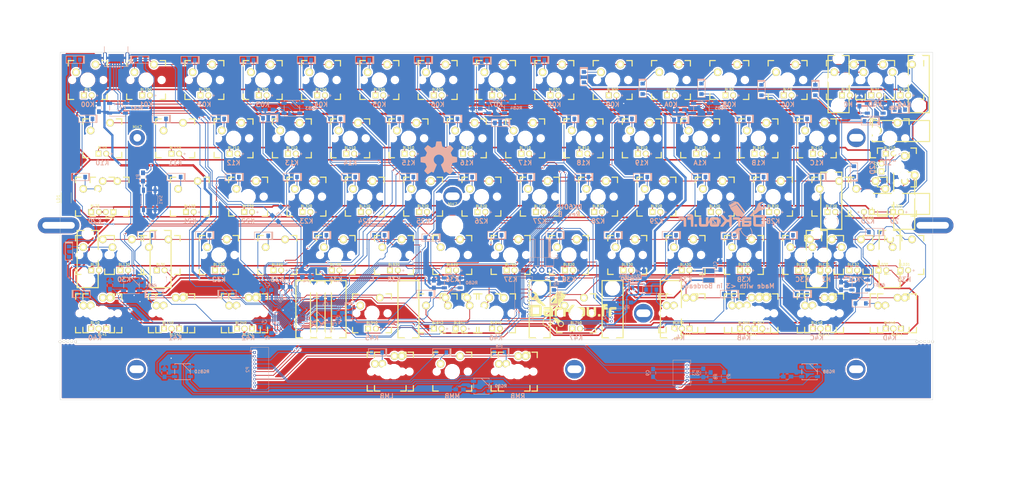
<source format=kicad_pcb>
(kicad_pcb (version 4) (host pcbnew 4.0.7+dfsg1-1)
  (title_block (title DK60TP) (date 2017-10-07) (rev B) (company DarKou))
  (layers (0 F.Cu signal) (31 B.Cu signal) (34 B.Paste user) (35 F.Paste user) (36 B.SilkS user) (37 F.SilkS user hide) (38 B.Mask user) (39 F.Mask user) (44 Edge.Cuts user))
  (net 0 "")
  (net 1 LED_CATH)
  (net 2 LED_AN)
  (net 3 XTAL1)
  (net 4 GND)
  (net 5 XTAL2)
  (net 6 VCC)
  (net 7 "Net-(C8-Pad1)")
  (net 8 "Net-(C9-Pad1)")
  (net 9 Col0)
  (net 10 "Net-(DK0-Pad1)")
  (net 11 "Net-(DK1-Pad1)")
  (net 12 "Net-(DK2-Pad1)")
  (net 13 "Net-(DK3-Pad1)")
  (net 14 "Net-(DK4-Pad1)")
  (net 15 Col6)
  (net 16 "Net-(DK6-Pad1)")
  (net 17 Col1)
  (net 18 "Net-(DK10-Pad1)")
  (net 19 "Net-(DK11-Pad1)")
  (net 20 "Net-(DK12-Pad1)")
  (net 21 "Net-(DK13-Pad1)")
  (net 22 "Net-(DK14-Pad1)")
  (net 23 Col2)
  (net 24 "Net-(DK20-Pad1)")
  (net 25 "Net-(DK21-Pad1)")
  (net 26 "Net-(DK22-Pad1)")
  (net 27 "Net-(DK23-Pad1)")
  (net 28 "Net-(DK24-Pad1)")
  (net 29 Col3)
  (net 30 "Net-(DK30-Pad1)")
  (net 31 "Net-(DK31-Pad1)")
  (net 32 "Net-(DK32-Pad1)")
  (net 33 "Net-(DK33-Pad1)")
  (net 34 /TRACKPOINT/Col3)
  (net 35 "Net-(DK34-Pad1)")
  (net 36 Col4)
  (net 37 "Net-(DK40-Pad1)")
  (net 38 "Net-(DK41-Pad1)")
  (net 39 "Net-(DK42-Pad1)")
  (net 40 "Net-(DK43-Pad1)")
  (net 41 /TRACKPOINT/Col4)
  (net 42 "Net-(DK44-Pad1)")
  (net 43 Col5)
  (net 44 "Net-(DK50-Pad1)")
  (net 45 "Net-(DK51-Pad1)")
  (net 46 "Net-(DK52-Pad1)")
  (net 47 "Net-(DK53-Pad1)")
  (net 48 "Net-(DK54-Pad1)")
  (net 49 "Net-(DK61-Pad1)")
  (net 50 "Net-(DK62-Pad1)")
  (net 51 "Net-(DK63-Pad1)")
  (net 52 "Net-(DK64-Pad1)")
  (net 53 Col7)
  (net 54 "Net-(DK70-Pad1)")
  (net 55 "Net-(DK71-Pad1)")
  (net 56 "Net-(DK72-Pad1)")
  (net 57 "Net-(DK73-Pad1)")
  (net 58 Col8)
  (net 59 "Net-(DK80-Pad1)")
  (net 60 "Net-(DK81-Pad1)")
  (net 61 "Net-(DK82-Pad1)")
  (net 62 "Net-(DK83-Pad1)")
  (net 63 Col9)
  (net 64 "Net-(DK90-Pad1)")
  (net 65 "Net-(DK91-Pad1)")
  (net 66 "Net-(DK92-Pad1)")
  (net 67 "Net-(DK93-Pad1)")
  (net 68 "Net-(DK94-Pad1)")
  (net 69 ColA)
  (net 70 "Net-(DKA0-Pad1)")
  (net 71 "Net-(DKA1-Pad1)")
  (net 72 "Net-(DKA2-Pad1)")
  (net 73 "Net-(DKA3-Pad1)")
  (net 74 "Net-(DKA4-Pad1)")
  (net 75 ColB)
  (net 76 "Net-(DKB0-Pad1)")
  (net 77 "Net-(DKB1-Pad1)")
  (net 78 "Net-(DKB2-Pad1)")
  (net 79 "Net-(DKB3-Pad1)")
  (net 80 "Net-(DKB4-Pad1)")
  (net 81 ColC)
  (net 82 "Net-(DKC1-Pad1)")
  (net 83 "Net-(DKC2-Pad1)")
  (net 84 "Net-(DKC3-Pad1)")
  (net 85 "Net-(DKC4-Pad1)")
  (net 86 ColD)
  (net 87 "Net-(DKD0-Pad1)")
  (net 88 "Net-(DKD1-Pad1)")
  (net 89 "Net-(DKD2-Pad1)")
  (net 90 "Net-(DKD3-Pad1)")
  (net 91 "Net-(DKD4-Pad1)")
  (net 92 "Net-(J1-Pad2)")
  (net 93 "Net-(J1-Pad3)")
  (net 94 DOUT)
  (net 95 Row0)
  (net 96 Row4)
  (net 97 Row1)
  (net 98 Row2)
  (net 99 Row3)
  (net 100 /TRACKPOINT/Row4)
  (net 101 "Net-(KC0-Pad1)")
  (net 102 "Net-(L1-Pad1)")
  (net 103 "Net-(J3-Pad2)")
  (net 104 D5)
  (net 105 D2)
  (net 106 /TRACKPOINT/D5)
  (net 107 /TRACKPOINT/D2)
  (net 108 /TRACKPOINT/RGB)
  (net 109 RESET)
  (net 110 "Net-(R2-Pad2)")
  (net 111 "Net-(R3-Pad1)")
  (net 112 CAPS_LED)
  (net 113 "Net-(J3-Pad1)")
  (net 114 RGB)
  (net 115 "Net-(RGB0-Pad2)")
  (net 116 "Net-(RGB1-Pad2)")
  (net 117 "Net-(RGB2-Pad2)")
  (net 118 "Net-(RGB3-Pad2)")
  (net 119 "Net-(RGB4-Pad2)")
  (net 120 "Net-(RGB5-Pad2)")
  (net 121 "Net-(RGB6-Pad2)")
  (net 122 "Net-(RGB8-Pad2)")
  (net 123 "Net-(RGB10-Pad4)")
  (net 124 BACKLIT)
  (net 125 "Net-(R4-Pad1)")
  (net 126 "Net-(DK74-Pad1)")
  (net 127 /TRACKPOINT/Col8)
  (net 128 "Net-(DK84-Pad1)")
  (module Connectors_Molex:Molex_PicoBlade_53048-0310_03x1.25mm_Angled (layer B.Cu) (at 244.005 125.25625 270)
    (fp_text reference J2 (at 1.25 2.25 270) (layer B.SilkS) (effects (justify mirror)))
    (fp_text value RGB)
    (pad 1 thru_hole rect (at 0 0 270) (size 0.85 0.85) (drill 0.5) (layers *.Cu *.Mask) (net 6 VCC))
    (pad 2 thru_hole circle (at 1.25 0 270) (size 0.85 0.85) (drill 0.5) (layers *.Cu *.Mask) (net 4 GND))
    (pad 3 thru_hole circle (at 2.5 0 270) (size 0.85 0.85) (drill 0.5) (layers *.Cu *.Mask) (net 94 DOUT))
  )
  (module Housings_DFN_QFN:QFN-44-1EP_7x7mm_Pitch0.5mm (layer B.Cu) (at 139.505 124.15625 225)
    (fp_text reference U0 (at 0 4.75 225) (layer B.SilkS) (effects (justify mirror)))
    (fp_text value ATMEGA32U4-MU)
    (pad 1 smd rect (at -3.4 2.5 225) (size 0.7 0.25) (layers B.Cu B.Paste B.Mask) (net 112 CAPS_LED))
    (pad 2 smd rect (at -3.4 2 225) (size 0.7 0.25) (layers B.Cu B.Paste B.Mask) (net 6 VCC))
    (pad 3 smd rect (at -3.4 1.5 225) (size 0.7 0.25) (layers B.Cu B.Paste B.Mask) (net 111 "Net-(R3-Pad1)"))
    (pad 4 smd rect (at -3.4 1 225) (size 0.7 0.25) (layers B.Cu B.Paste B.Mask) (net 125 "Net-(R4-Pad1)"))
    (pad 5 smd rect (at -3.4 0.5 225) (size 0.7 0.25) (layers B.Cu B.Paste B.Mask) (net 4 GND))
    (pad 6 smd rect (at -3.4 0 225) (size 0.7 0.25) (layers B.Cu B.Paste B.Mask) (net 7 "Net-(C8-Pad1)"))
    (pad 7 smd rect (at -3.4 -0.5 225) (size 0.7 0.25) (layers B.Cu B.Paste B.Mask) (net 6 VCC))
    (pad 8 smd rect (at -3.4 -1 225) (size 0.7 0.25) (layers B.Cu B.Paste B.Mask) (net 43 Col5))
    (pad 9 smd rect (at -3.4 -1.5 225) (size 0.7 0.25) (layers B.Cu B.Paste B.Mask) (net 99 Row3))
    (pad 10 smd rect (at -3.4 -2 225) (size 0.7 0.25) (layers B.Cu B.Paste B.Mask) (net 15 Col6))
    (pad 11 smd rect (at -3.4 -2.5 225) (size 0.7 0.25) (layers B.Cu B.Paste B.Mask) (net 53 Col7))
    (pad 12 smd rect (at -2.5 -3.4 135) (size 0.7 0.25) (layers B.Cu B.Paste B.Mask) (net 124 BACKLIT))
    (pad 13 smd rect (at -2 -3.4 135) (size 0.7 0.25) (layers B.Cu B.Paste B.Mask) (net 109 RESET))
    (pad 14 smd rect (at -1.5 -3.4 135) (size 0.7 0.25) (layers B.Cu B.Paste B.Mask) (net 6 VCC))
    (pad 15 smd rect (at -1 -3.4 135) (size 0.7 0.25) (layers B.Cu B.Paste B.Mask) (net 4 GND))
    (pad 16 smd rect (at -0.5 -3.4 135) (size 0.7 0.25) (layers B.Cu B.Paste B.Mask) (net 3 XTAL1))
    (pad 17 smd rect (at 0 -3.4 135) (size 0.7 0.25) (layers B.Cu B.Paste B.Mask) (net 5 XTAL2))
    (pad 18 smd rect (at 0.5 -3.4 135) (size 0.7 0.25) (layers B.Cu B.Paste B.Mask) (net 81 ColC))
    (pad 19 smd rect (at 1 -3.4 135) (size 0.7 0.25) (layers B.Cu B.Paste B.Mask) (net 75 ColB))
    (pad 20 smd rect (at 1.5 -3.4 135) (size 0.7 0.25) (layers B.Cu B.Paste B.Mask) (net 105 D2))
    (pad 21 smd rect (at 2 -3.4 135) (size 0.7 0.25) (layers B.Cu B.Paste B.Mask) (net 69 ColA))
    (pad 22 smd rect (at 2.5 -3.4 135) (size 0.7 0.25) (layers B.Cu B.Paste B.Mask) (net 104 D5))
    (pad 23 smd rect (at 3.4 -2.5 225) (size 0.7 0.25) (layers B.Cu B.Paste B.Mask) (net 4 GND))
    (pad 24 smd rect (at 3.4 -2 225) (size 0.7 0.25) (layers B.Cu B.Paste B.Mask) (net 6 VCC))
    (pad 25 smd rect (at 3.4 -1.5 225) (size 0.7 0.25) (layers B.Cu B.Paste B.Mask) (net 86 ColD))
    (pad 26 smd rect (at 3.4 -1 225) (size 0.7 0.25) (layers B.Cu B.Paste B.Mask) (net 96 Row4))
    (pad 27 smd rect (at 3.4 -0.5 225) (size 0.7 0.25) (layers B.Cu B.Paste B.Mask) (net 114 RGB))
    (pad 28 smd rect (at 3.4 0 225) (size 0.7 0.25) (layers B.Cu B.Paste B.Mask) (net 9 Col0))
    (pad 29 smd rect (at 3.4 0.5 225) (size 0.7 0.25) (layers B.Cu B.Paste B.Mask) (net 17 Col1))
    (pad 30 smd rect (at 3.4 1 225) (size 0.7 0.25) (layers B.Cu B.Paste B.Mask) (net 98 Row2))
    (pad 31 smd rect (at 3.4 1.5 225) (size 0.7 0.25) (layers B.Cu B.Paste B.Mask) (net 23 Col2))
    (pad 32 smd rect (at 3.4 2 225) (size 0.7 0.25) (layers B.Cu B.Paste B.Mask) (net 95 Row0))
    (pad 33 smd rect (at 3.4 2.5 225) (size 0.7 0.25) (layers B.Cu B.Paste B.Mask) (net 110 "Net-(R2-Pad2)"))
    (pad 34 smd rect (at 2.5 3.4 135) (size 0.7 0.25) (layers B.Cu B.Paste B.Mask) (net 6 VCC))
    (pad 35 smd rect (at 2 3.4 135) (size 0.7 0.25) (layers B.Cu B.Paste B.Mask) (net 4 GND))
    (pad 36 smd rect (at 1.5 3.4 135) (size 0.7 0.25) (layers B.Cu B.Paste B.Mask) (net 29 Col3))
    (pad 37 smd rect (at 1 3.4 135) (size 0.7 0.25) (layers B.Cu B.Paste B.Mask) (net 36 Col4))
    (pad 38 smd rect (at 0.5 3.4 135) (size 0.7 0.25) (layers B.Cu B.Paste B.Mask) (net 97 Row1))
    (pad 39 smd rect (at 0 3.4 135) (size 0.7 0.25) (layers B.Cu B.Paste B.Mask) (net 58 Col8))
    (pad 40 smd rect (at -0.5 3.4 135) (size 0.7 0.25) (layers B.Cu B.Paste B.Mask) (net 63 Col9))
    (pad 41 smd rect (at -1 3.4 135) (size 0.7 0.25) (layers B.Cu B.Paste B.Mask))
    (pad 42 smd rect (at -1.5 3.4 135) (size 0.7 0.25) (layers B.Cu B.Paste B.Mask))
    (pad 43 smd rect (at -2 3.4 135) (size 0.7 0.25) (layers B.Cu B.Paste B.Mask) (net 4 GND))
    (pad 44 smd rect (at -2.5 3.4 135) (size 0.7 0.25) (layers B.Cu B.Paste B.Mask) (net 6 VCC))
    (pad 45 smd rect (at 1.93125 -1.93125 225) (size 1.2875 1.2875) (layers B.Cu B.Paste B.Mask) (net 4 GND))
    (pad 45 smd rect (at 1.93125 -0.64375 225) (size 1.2875 1.2875) (layers B.Cu B.Paste B.Mask) (net 4 GND))
    (pad 45 smd rect (at 1.93125 0.64375 225) (size 1.2875 1.2875) (layers B.Cu B.Paste B.Mask) (net 4 GND))
    (pad 45 smd rect (at 1.93125 1.93125 225) (size 1.2875 1.2875) (layers B.Cu B.Paste B.Mask) (net 4 GND))
    (pad 45 smd rect (at 0.64375 -1.93125 225) (size 1.2875 1.2875) (layers B.Cu B.Paste B.Mask) (net 4 GND))
    (pad 45 smd rect (at 0.64375 -0.64375 225) (size 1.2875 1.2875) (layers B.Cu B.Paste B.Mask) (net 4 GND))
    (pad 45 smd rect (at 0.64375 0.64375 225) (size 1.2875 1.2875) (layers B.Cu B.Paste B.Mask) (net 4 GND))
    (pad 45 smd rect (at 0.64375 1.93125 225) (size 1.2875 1.2875) (layers B.Cu B.Paste B.Mask) (net 4 GND))
    (pad 45 smd rect (at -0.64375 -1.93125 225) (size 1.2875 1.2875) (layers B.Cu B.Paste B.Mask) (net 4 GND))
    (pad 45 smd rect (at -0.64375 -0.64375 225) (size 1.2875 1.2875) (layers B.Cu B.Paste B.Mask) (net 4 GND))
    (pad 45 smd rect (at -0.64375 0.64375 225) (size 1.2875 1.2875) (layers B.Cu B.Paste B.Mask) (net 4 GND))
    (pad 45 smd rect (at -0.64375 1.93125 225) (size 1.2875 1.2875) (layers B.Cu B.Paste B.Mask) (net 4 GND))
    (pad 45 smd rect (at -1.93125 -1.93125 225) (size 1.2875 1.2875) (layers B.Cu B.Paste B.Mask) (net 4 GND))
    (pad 45 smd rect (at -1.93125 -0.64375 225) (size 1.2875 1.2875) (layers B.Cu B.Paste B.Mask) (net 4 GND))
    (pad 45 smd rect (at -1.93125 0.64375 225) (size 1.2875 1.2875) (layers B.Cu B.Paste B.Mask) (net 4 GND))
    (pad 45 smd rect (at -1.93125 1.93125 225) (size 1.2875 1.2875) (layers B.Cu B.Paste B.Mask) (net 4 GND))
  )
  (module Footprint:MXST (layer F.Cu) (at 144.3675 125.18125 180)
    (fp_text reference 6.25U_0 hide)
    (fp_text value 6.25U hide)
    (pad "" np_thru_hole circle (at 0 -6.985 180) (size 3.048 3.048) (drill 3.048) (layers *.Cu *.Mask))
    (pad "" np_thru_hole circle (at 0 8.255 180) (size 3.9802 3.9802) (drill 3.9802) (layers *.Cu *.Mask))
  )
  (module Footprint:Mx_125 (layer F.Cu) (at 75.3375 125.18125)
    (fp_text reference K40 hide)
    (fp_text value K40 (at 0 8) (layer B.SilkS) (effects (font (thickness 0.3048)) (justify mirror)))
    (pad HOLE np_thru_hole circle (at 0 0) (size 3.9878 3.9878) (drill 3.9878) (layers *.Cu))
    (pad HOLE np_thru_hole circle (at -5.08 0) (size 1.7018 1.7018) (drill 1.7018) (layers *.Cu))
    (pad HOLE np_thru_hole circle (at 5.08 0) (size 1.7018 1.7018) (drill 1.7018) (layers *.Cu))
    (pad 1 thru_hole circle (at -3.81 -2.54 330.95) (size 2.5 2.5) (drill 1.5) (layers *.Cu *.Mask F.SilkS) (net 14 "Net-(DK4-Pad1)"))
    (pad 2 thru_hole circle (at 2.54 -5.08 356.1) (size 2.5 2.5) (drill 1.5) (layers *.Cu *.Mask F.SilkS) (net 96 Row4))
  )
  (module Footprint:LED_TH_BIVAR (layer F.Cu) (at 72.95625 53.98125)
    (fp_text reference BL0 (at 0 -1.9) (layer F.SilkS) (effects (font (size 0.8 0.8))))
    (fp_text value LED hide)
    (fp_text user + (at 3.048 0) (layer B.SilkS) (effects (justify mirror)))
    (pad 1 thru_hole rect (at -1.27 0) (size 1.9 1.9) (drill 1.1176) (layers *.Cu *.Mask F.SilkS) (net 1 LED_CATH))
    (pad 2 thru_hole circle (at 1.27 0) (size 1.9 1.9) (drill 1.1176) (layers *.Cu *.Mask F.SilkS) (net 2 LED_AN))
  )
  (module Footprint:LED_TH_BIVAR (layer F.Cu) (at 77.71875 73.03125)
    (fp_text reference BL10 (at 0 -1.9) (layer F.SilkS) (effects (font (size 0.8 0.8))))
    (fp_text value LED hide)
    (fp_text user + (at 3.048 0) (layer B.SilkS) (effects (justify mirror)))
    (pad 1 thru_hole rect (at -1.27 0) (size 1.9 1.9) (drill 1.1176) (layers *.Cu *.Mask F.SilkS) (net 1 LED_CATH))
    (pad 2 thru_hole circle (at 1.27 0) (size 1.9 1.9) (drill 1.1176) (layers *.Cu *.Mask F.SilkS) (net 2 LED_AN))
  )
  (module Footprint:LED_TH_BIVAR (layer F.Cu) (at 75.3375 92.08125)
    (fp_text reference BL20 (at 0 -1.9) (layer F.SilkS) (effects (font (size 0.8 0.8))))
    (fp_text value LED hide)
    (fp_text user + (at 3.048 0) (layer B.SilkS) (effects (justify mirror)))
    (pad 1 thru_hole rect (at -1.27 0) (size 1.9 1.9) (drill 1.1176) (layers *.Cu *.Mask F.SilkS) (net 1 LED_CATH))
    (pad 2 thru_hole circle (at 1.27 0) (size 1.9 1.9) (drill 1.1176) (layers *.Cu *.Mask F.SilkS) (net 2 LED_AN))
  )
  (module Footprint:LED_TH_BIVAR (layer F.Cu) (at 80.1 92.08125 180)
    (fp_text reference BL21 (at 0 -1.9 180) (layer F.SilkS) (effects (font (size 0.8 0.8))))
    (fp_text value LED hide)
    (fp_text user + (at 3.048 0 180) (layer B.SilkS) (effects (justify mirror)))
    (pad 1 thru_hole rect (at -1.27 0 180) (size 1.9 1.9) (drill 1.1176) (layers *.Cu *.Mask F.SilkS) (net 1 LED_CATH))
    (pad 2 thru_hole circle (at 1.27 0 180) (size 1.9 1.9) (drill 1.1176) (layers *.Cu *.Mask F.SilkS) (net 2 LED_AN))
  )
  (module Footprint:LED_TH_BIVAR (layer F.Cu) (at 75.3375 111.13125)
    (fp_text reference BL30 (at 0 -1.9) (layer F.SilkS) (effects (font (size 0.8 0.8))))
    (fp_text value LED hide)
    (fp_text user + (at 3.048 0) (layer B.SilkS) (effects (justify mirror)))
    (pad 1 thru_hole rect (at -1.27 0) (size 1.9 1.9) (drill 1.1176) (layers *.Cu *.Mask F.SilkS) (net 1 LED_CATH))
    (pad 2 thru_hole circle (at 1.27 0) (size 1.9 1.9) (drill 1.1176) (layers *.Cu *.Mask F.SilkS) (net 2 LED_AN))
  )
  (module Footprint:LED_TH_BIVAR (layer F.Cu) (at 96.76875 111.13125)
    (fp_text reference BL31 (at 0 -1.9) (layer F.SilkS) (effects (font (size 0.8 0.8))))
    (fp_text value LED hide)
    (fp_text user + (at 3.048 0) (layer B.SilkS) (effects (justify mirror)))
    (pad 1 thru_hole rect (at -1.27 0) (size 1.9 1.9) (drill 1.1176) (layers *.Cu *.Mask F.SilkS) (net 1 LED_CATH))
    (pad 2 thru_hole circle (at 1.27 0) (size 1.9 1.9) (drill 1.1176) (layers *.Cu *.Mask F.SilkS) (net 2 LED_AN))
  )
  (module Footprint:LED_TH_BIVAR (layer F.Cu) (at 75.3375 130.18125)
    (fp_text reference BL40 (at 0 -1.9) (layer F.SilkS) (effects (font (size 0.8 0.8))))
    (fp_text value LED hide)
    (fp_text user + (at 3.048 0) (layer B.SilkS) (effects (justify mirror)))
    (pad 1 thru_hole rect (at -1.27 0) (size 1.9 1.9) (drill 1.1176) (layers *.Cu *.Mask F.SilkS) (net 1 LED_CATH))
    (pad 2 thru_hole circle (at 1.27 0) (size 1.9 1.9) (drill 1.1176) (layers *.Cu *.Mask F.SilkS) (net 2 LED_AN))
  )
  (module Footprint:LED_TH_BIVAR (layer F.Cu) (at 77.71875 130.18125 180)
    (fp_text reference BL41 (at 0 -1.9 180) (layer F.SilkS) (effects (font (size 0.8 0.8))))
    (fp_text value LED hide)
    (fp_text user + (at 3.048 0 180) (layer B.SilkS) (effects (justify mirror)))
    (pad 1 thru_hole rect (at -1.27 0 180) (size 1.9 1.9) (drill 1.1176) (layers *.Cu *.Mask F.SilkS) (net 1 LED_CATH))
    (pad 2 thru_hole circle (at 1.27 0 180) (size 1.9 1.9) (drill 1.1176) (layers *.Cu *.Mask F.SilkS) (net 2 LED_AN))
  )
  (module Footprint:LED_TH_BIVAR (layer F.Cu) (at 92.00625 53.98125)
    (fp_text reference BL100 (at 0 -1.9) (layer F.SilkS) (effects (font (size 0.8 0.8))))
    (fp_text value LED hide)
    (fp_text user + (at 3.048 0) (layer B.SilkS) (effects (justify mirror)))
    (pad 1 thru_hole rect (at -1.27 0) (size 1.9 1.9) (drill 1.1176) (layers *.Cu *.Mask F.SilkS) (net 1 LED_CATH))
    (pad 2 thru_hole circle (at 1.27 0) (size 1.9 1.9) (drill 1.1176) (layers *.Cu *.Mask F.SilkS) (net 2 LED_AN))
  )
  (module Footprint:LED_TH_BIVAR (layer F.Cu) (at 101.53125 73.03125)
    (fp_text reference BL110 (at 0 -1.9) (layer F.SilkS) (effects (font (size 0.8 0.8))))
    (fp_text value LED hide)
    (fp_text user + (at 3.048 0) (layer B.SilkS) (effects (justify mirror)))
    (pad 1 thru_hole rect (at -1.27 0) (size 1.9 1.9) (drill 1.1176) (layers *.Cu *.Mask F.SilkS) (net 1 LED_CATH))
    (pad 2 thru_hole circle (at 1.27 0) (size 1.9 1.9) (drill 1.1176) (layers *.Cu *.Mask F.SilkS) (net 2 LED_AN))
  )
  (module Footprint:LED_TH_BIVAR (layer F.Cu) (at 106.29375 92.08125)
    (fp_text reference BL120 (at 0 -1.9) (layer F.SilkS) (effects (font (size 0.8 0.8))))
    (fp_text value LED hide)
    (fp_text user + (at 3.048 0) (layer B.SilkS) (effects (justify mirror)))
    (pad 1 thru_hole rect (at -1.27 0) (size 1.9 1.9) (drill 1.1176) (layers *.Cu *.Mask F.SilkS) (net 1 LED_CATH))
    (pad 2 thru_hole circle (at 1.27 0) (size 1.9 1.9) (drill 1.1176) (layers *.Cu *.Mask F.SilkS) (net 2 LED_AN))
  )
  (module Footprint:LED_TH_BIVAR (layer F.Cu) (at 84.8625 111.13125)
    (fp_text reference BL130 (at 0 -1.9) (layer F.SilkS) (effects (font (size 0.8 0.8))))
    (fp_text value LED hide)
    (fp_text user + (at 3.048 0) (layer B.SilkS) (effects (justify mirror)))
    (pad 1 thru_hole rect (at -1.27 0) (size 1.9 1.9) (drill 1.1176) (layers *.Cu *.Mask F.SilkS) (net 1 LED_CATH))
    (pad 2 thru_hole circle (at 1.27 0) (size 1.9 1.9) (drill 1.1176) (layers *.Cu *.Mask F.SilkS) (net 2 LED_AN))
  )
  (module Footprint:LED_TH_BIVAR (layer F.Cu) (at 99.15 130.18125)
    (fp_text reference BL140 (at 0 -1.9) (layer F.SilkS) (effects (font (size 0.8 0.8))))
    (fp_text value LED hide)
    (fp_text user + (at 3.048 0) (layer B.SilkS) (effects (justify mirror)))
    (pad 1 thru_hole rect (at -1.27 0) (size 1.9 1.9) (drill 1.1176) (layers *.Cu *.Mask F.SilkS) (net 1 LED_CATH))
    (pad 2 thru_hole circle (at 1.27 0) (size 1.9 1.9) (drill 1.1176) (layers *.Cu *.Mask F.SilkS) (net 2 LED_AN))
  )
  (module Footprint:LED_TH_BIVAR (layer F.Cu) (at 101.53125 130.18125 180)
    (fp_text reference BL141 (at 0 -1.9 180) (layer F.SilkS) (effects (font (size 0.8 0.8))))
    (fp_text value LED hide)
    (fp_text user + (at 3.048 0 180) (layer B.SilkS) (effects (justify mirror)))
    (pad 1 thru_hole rect (at -1.27 0 180) (size 1.9 1.9) (drill 1.1176) (layers *.Cu *.Mask F.SilkS) (net 1 LED_CATH))
    (pad 2 thru_hole circle (at 1.27 0 180) (size 1.9 1.9) (drill 1.1176) (layers *.Cu *.Mask F.SilkS) (net 2 LED_AN))
  )
  (module Footprint:LED_TH_BIVAR (layer F.Cu) (at 111.05625 53.98125)
    (fp_text reference BL200 (at 0 -1.9) (layer F.SilkS) (effects (font (size 0.8 0.8))))
    (fp_text value LED hide)
    (fp_text user + (at 3.048 0) (layer B.SilkS) (effects (justify mirror)))
    (pad 1 thru_hole rect (at -1.27 0) (size 1.9 1.9) (drill 1.1176) (layers *.Cu *.Mask F.SilkS) (net 1 LED_CATH))
    (pad 2 thru_hole circle (at 1.27 0) (size 1.9 1.9) (drill 1.1176) (layers *.Cu *.Mask F.SilkS) (net 2 LED_AN))
  )
  (module Footprint:LED_TH_BIVAR (layer F.Cu) (at 120.58125 73.03125)
    (fp_text reference BL210 (at 0 -1.9) (layer F.SilkS) (effects (font (size 0.8 0.8))))
    (fp_text value LED hide)
    (fp_text user + (at 3.048 0) (layer B.SilkS) (effects (justify mirror)))
    (pad 1 thru_hole rect (at -1.27 0) (size 1.9 1.9) (drill 1.1176) (layers *.Cu *.Mask F.SilkS) (net 1 LED_CATH))
    (pad 2 thru_hole circle (at 1.27 0) (size 1.9 1.9) (drill 1.1176) (layers *.Cu *.Mask F.SilkS) (net 2 LED_AN))
  )
  (module Footprint:LED_TH_BIVAR (layer F.Cu) (at 125.34375 92.08125)
    (fp_text reference BL220 (at 0 -1.9) (layer F.SilkS) (effects (font (size 0.8 0.8))))
    (fp_text value LED hide)
    (fp_text user + (at 3.048 0) (layer B.SilkS) (effects (justify mirror)))
    (pad 1 thru_hole rect (at -1.27 0) (size 1.9 1.9) (drill 1.1176) (layers *.Cu *.Mask F.SilkS) (net 1 LED_CATH))
    (pad 2 thru_hole circle (at 1.27 0) (size 1.9 1.9) (drill 1.1176) (layers *.Cu *.Mask F.SilkS) (net 2 LED_AN))
  )
  (module Footprint:LED_TH_BIVAR (layer F.Cu) (at 115.81875 111.13125)
    (fp_text reference BL230 (at 0 -1.9) (layer F.SilkS) (effects (font (size 0.8 0.8))))
    (fp_text value LED hide)
    (fp_text user + (at 3.048 0) (layer B.SilkS) (effects (justify mirror)))
    (pad 1 thru_hole rect (at -1.27 0) (size 1.9 1.9) (drill 1.1176) (layers *.Cu *.Mask F.SilkS) (net 1 LED_CATH))
    (pad 2 thru_hole circle (at 1.27 0) (size 1.9 1.9) (drill 1.1176) (layers *.Cu *.Mask F.SilkS) (net 2 LED_AN))
  )
  (module Footprint:LED_TH_BIVAR (layer F.Cu) (at 122.9625 130.18125)
    (fp_text reference BL240 (at 0 -1.9) (layer F.SilkS) (effects (font (size 0.8 0.8))))
    (fp_text value LED hide)
    (fp_text user + (at 3.048 0) (layer B.SilkS) (effects (justify mirror)))
    (pad 1 thru_hole rect (at -1.27 0) (size 1.9 1.9) (drill 1.1176) (layers *.Cu *.Mask F.SilkS) (net 1 LED_CATH))
    (pad 2 thru_hole circle (at 1.27 0) (size 1.9 1.9) (drill 1.1176) (layers *.Cu *.Mask F.SilkS) (net 2 LED_AN))
  )
  (module Footprint:LED_TH_BIVAR (layer F.Cu) (at 125.34375 130.18125 180)
    (fp_text reference BL241 (at 0 -1.9 180) (layer F.SilkS) (effects (font (size 0.8 0.8))))
    (fp_text value LED hide)
    (fp_text user + (at 3.048 0 180) (layer B.SilkS) (effects (justify mirror)))
    (pad 1 thru_hole rect (at -1.27 0 180) (size 1.9 1.9) (drill 1.1176) (layers *.Cu *.Mask F.SilkS) (net 1 LED_CATH))
    (pad 2 thru_hole circle (at 1.27 0 180) (size 1.9 1.9) (drill 1.1176) (layers *.Cu *.Mask F.SilkS) (net 2 LED_AN))
  )
  (module Footprint:LED_TH_BIVAR (layer F.Cu) (at 130.10625 53.98125)
    (fp_text reference BL300 (at 0 -1.9) (layer F.SilkS) (effects (font (size 0.8 0.8))))
    (fp_text value LED hide)
    (fp_text user + (at 3.048 0) (layer B.SilkS) (effects (justify mirror)))
    (pad 1 thru_hole rect (at -1.27 0) (size 1.9 1.9) (drill 1.1176) (layers *.Cu *.Mask F.SilkS) (net 1 LED_CATH))
    (pad 2 thru_hole circle (at 1.27 0) (size 1.9 1.9) (drill 1.1176) (layers *.Cu *.Mask F.SilkS) (net 2 LED_AN))
  )
  (module Footprint:LED_TH_BIVAR (layer F.Cu) (at 139.63125 73.03125)
    (fp_text reference BL310 (at 0 -1.9) (layer F.SilkS) (effects (font (size 0.8 0.8))))
    (fp_text value LED hide)
    (fp_text user + (at 3.048 0) (layer B.SilkS) (effects (justify mirror)))
    (pad 1 thru_hole rect (at -1.27 0) (size 1.9 1.9) (drill 1.1176) (layers *.Cu *.Mask F.SilkS) (net 1 LED_CATH))
    (pad 2 thru_hole circle (at 1.27 0) (size 1.9 1.9) (drill 1.1176) (layers *.Cu *.Mask F.SilkS) (net 2 LED_AN))
  )
  (module Footprint:LED_TH_BIVAR (layer F.Cu) (at 144.39375 92.08125)
    (fp_text reference BL320 (at 0 -1.9) (layer F.SilkS) (effects (font (size 0.8 0.8))))
    (fp_text value LED hide)
    (fp_text user + (at 3.048 0) (layer B.SilkS) (effects (justify mirror)))
    (pad 1 thru_hole rect (at -1.27 0) (size 1.9 1.9) (drill 1.1176) (layers *.Cu *.Mask F.SilkS) (net 1 LED_CATH))
    (pad 2 thru_hole circle (at 1.27 0) (size 1.9 1.9) (drill 1.1176) (layers *.Cu *.Mask F.SilkS) (net 2 LED_AN))
  )
  (module Footprint:LED_TH_BIVAR (layer F.Cu) (at 134.86875 111.13125)
    (fp_text reference BL330 (at 0 -1.9) (layer F.SilkS) (effects (font (size 0.8 0.8))))
    (fp_text value LED hide)
    (fp_text user + (at 3.048 0) (layer B.SilkS) (effects (justify mirror)))
    (pad 1 thru_hole rect (at -1.27 0) (size 1.9 1.9) (drill 1.1176) (layers *.Cu *.Mask F.SilkS) (net 1 LED_CATH))
    (pad 2 thru_hole circle (at 1.27 0) (size 1.9 1.9) (drill 1.1176) (layers *.Cu *.Mask F.SilkS) (net 2 LED_AN))
  )
  (module Footprint:LED_TH_BIVAR (layer F.Cu) (at 149.15625 53.98125)
    (fp_text reference BL400 (at 0 -1.9) (layer F.SilkS) (effects (font (size 0.8 0.8))))
    (fp_text value LED hide)
    (fp_text user + (at 3.048 0) (layer B.SilkS) (effects (justify mirror)))
    (pad 1 thru_hole rect (at -1.27 0) (size 1.9 1.9) (drill 1.1176) (layers *.Cu *.Mask F.SilkS) (net 1 LED_CATH))
    (pad 2 thru_hole circle (at 1.27 0) (size 1.9 1.9) (drill 1.1176) (layers *.Cu *.Mask F.SilkS) (net 2 LED_AN))
  )
  (module Footprint:LED_TH_BIVAR (layer F.Cu) (at 158.68125 73.03125)
    (fp_text reference BL410 (at 0 -1.9) (layer F.SilkS) (effects (font (size 0.8 0.8))))
    (fp_text value LED hide)
    (fp_text user + (at 3.048 0) (layer B.SilkS) (effects (justify mirror)))
    (pad 1 thru_hole rect (at -1.27 0) (size 1.9 1.9) (drill 1.1176) (layers *.Cu *.Mask F.SilkS) (net 1 LED_CATH))
    (pad 2 thru_hole circle (at 1.27 0) (size 1.9 1.9) (drill 1.1176) (layers *.Cu *.Mask F.SilkS) (net 2 LED_AN))
  )
  (module Footprint:LED_TH_BIVAR (layer F.Cu) (at 163.44375 92.08125)
    (fp_text reference BL420 (at 0 -1.9) (layer F.SilkS) (effects (font (size 0.8 0.8))))
    (fp_text value LED hide)
    (fp_text user + (at 3.048 0) (layer B.SilkS) (effects (justify mirror)))
    (pad 1 thru_hole rect (at -1.27 0) (size 1.9 1.9) (drill 1.1176) (layers *.Cu *.Mask F.SilkS) (net 1 LED_CATH))
    (pad 2 thru_hole circle (at 1.27 0) (size 1.9 1.9) (drill 1.1176) (layers *.Cu *.Mask F.SilkS) (net 2 LED_AN))
  )
  (module Footprint:LED_TH_BIVAR (layer F.Cu) (at 153.91875 111.13125)
    (fp_text reference BL430 (at 0 -1.9) (layer F.SilkS) (effects (font (size 0.8 0.8))))
    (fp_text value LED hide)
    (fp_text user + (at 3.048 0) (layer B.SilkS) (effects (justify mirror)))
    (pad 1 thru_hole rect (at -1.27 0) (size 1.9 1.9) (drill 1.1176) (layers *.Cu *.Mask F.SilkS) (net 1 LED_CATH))
    (pad 2 thru_hole circle (at 1.27 0) (size 1.9 1.9) (drill 1.1176) (layers *.Cu *.Mask F.SilkS) (net 2 LED_AN))
  )
  (module Footprint:LED_TH_BIVAR (layer F.Cu) (at 168.20625 53.98125)
    (fp_text reference BL500 (at 0 -1.9) (layer F.SilkS) (effects (font (size 0.8 0.8))))
    (fp_text value LED hide)
    (fp_text user + (at 3.048 0) (layer B.SilkS) (effects (justify mirror)))
    (pad 1 thru_hole rect (at -1.27 0) (size 1.9 1.9) (drill 1.1176) (layers *.Cu *.Mask F.SilkS) (net 1 LED_CATH))
    (pad 2 thru_hole circle (at 1.27 0) (size 1.9 1.9) (drill 1.1176) (layers *.Cu *.Mask F.SilkS) (net 2 LED_AN))
  )
  (module Footprint:LED_TH_BIVAR (layer F.Cu) (at 177.73125 73.03125)
    (fp_text reference BL510 (at 0 -1.9) (layer F.SilkS) (effects (font (size 0.8 0.8))))
    (fp_text value LED hide)
    (fp_text user + (at 3.048 0) (layer B.SilkS) (effects (justify mirror)))
    (pad 1 thru_hole rect (at -1.27 0) (size 1.9 1.9) (drill 1.1176) (layers *.Cu *.Mask F.SilkS) (net 1 LED_CATH))
    (pad 2 thru_hole circle (at 1.27 0) (size 1.9 1.9) (drill 1.1176) (layers *.Cu *.Mask F.SilkS) (net 2 LED_AN))
  )
  (module Footprint:LED_TH_BIVAR (layer F.Cu) (at 182.49375 92.08125)
    (fp_text reference BL520 (at 0 -1.9) (layer F.SilkS) (effects (font (size 0.8 0.8))))
    (fp_text value LED hide)
    (fp_text user + (at 3.048 0) (layer B.SilkS) (effects (justify mirror)))
    (pad 1 thru_hole rect (at -1.27 0) (size 1.9 1.9) (drill 1.1176) (layers *.Cu *.Mask F.SilkS) (net 1 LED_CATH))
    (pad 2 thru_hole circle (at 1.27 0) (size 1.9 1.9) (drill 1.1176) (layers *.Cu *.Mask F.SilkS) (net 2 LED_AN))
  )
  (module Footprint:LED_TH_BIVAR (layer F.Cu) (at 172.96875 111.13125)
    (fp_text reference BL530 (at 0 -1.9) (layer F.SilkS) (effects (font (size 0.8 0.8))))
    (fp_text value LED hide)
    (fp_text user + (at 3.048 0) (layer B.SilkS) (effects (justify mirror)))
    (pad 1 thru_hole rect (at -1.27 0) (size 1.9 1.9) (drill 1.1176) (layers *.Cu *.Mask F.SilkS) (net 1 LED_CATH))
    (pad 2 thru_hole circle (at 1.27 0) (size 1.9 1.9) (drill 1.1176) (layers *.Cu *.Mask F.SilkS) (net 2 LED_AN))
  )
  (module Footprint:LED_TH_BIVAR (layer F.Cu) (at 187.25625 53.98125)
    (fp_text reference BL600 (at 0 -1.9) (layer F.SilkS) (effects (font (size 0.8 0.8))))
    (fp_text value LED hide)
    (fp_text user + (at 3.048 0) (layer B.SilkS) (effects (justify mirror)))
    (pad 1 thru_hole rect (at -1.27 0) (size 1.9 1.9) (drill 1.1176) (layers *.Cu *.Mask F.SilkS) (net 1 LED_CATH))
    (pad 2 thru_hole circle (at 1.27 0) (size 1.9 1.9) (drill 1.1176) (layers *.Cu *.Mask F.SilkS) (net 2 LED_AN))
  )
  (module Footprint:LED_TH_BIVAR (layer F.Cu) (at 196.78125 73.03125)
    (fp_text reference BL610 (at 0 -1.9) (layer F.SilkS) (effects (font (size 0.8 0.8))))
    (fp_text value LED hide)
    (fp_text user + (at 3.048 0) (layer B.SilkS) (effects (justify mirror)))
    (pad 1 thru_hole rect (at -1.27 0) (size 1.9 1.9) (drill 1.1176) (layers *.Cu *.Mask F.SilkS) (net 1 LED_CATH))
    (pad 2 thru_hole circle (at 1.27 0) (size 1.9 1.9) (drill 1.1176) (layers *.Cu *.Mask F.SilkS) (net 2 LED_AN))
  )
  (module Footprint:LED_TH_BIVAR (layer F.Cu) (at 201.54375 92.08125)
    (fp_text reference BL620 (at 0 -1.9) (layer F.SilkS) (effects (font (size 0.8 0.8))))
    (fp_text value LED hide)
    (fp_text user + (at 3.048 0) (layer B.SilkS) (effects (justify mirror)))
    (pad 1 thru_hole rect (at -1.27 0) (size 1.9 1.9) (drill 1.1176) (layers *.Cu *.Mask F.SilkS) (net 1 LED_CATH))
    (pad 2 thru_hole circle (at 1.27 0) (size 1.9 1.9) (drill 1.1176) (layers *.Cu *.Mask F.SilkS) (net 2 LED_AN))
  )
  (module Footprint:LED_TH_BIVAR (layer F.Cu) (at 192.01875 111.13125)
    (fp_text reference BL630 (at 0 -1.9) (layer F.SilkS) (effects (font (size 0.8 0.8))))
    (fp_text value LED hide)
    (fp_text user + (at 3.048 0) (layer B.SilkS) (effects (justify mirror)))
    (pad 1 thru_hole rect (at -1.27 0) (size 1.9 1.9) (drill 1.1176) (layers *.Cu *.Mask F.SilkS) (net 1 LED_CATH))
    (pad 2 thru_hole circle (at 1.27 0) (size 1.9 1.9) (drill 1.1176) (layers *.Cu *.Mask F.SilkS) (net 2 LED_AN))
  )
  (module Footprint:LED_TH_BIVAR (layer F.Cu) (at 206.30625 130.18125)
    (fp_text reference BL640 (at 0 -1.9) (layer F.SilkS) (effects (font (size 0.8 0.8))))
    (fp_text value LED hide)
    (fp_text user + (at 3.048 0) (layer B.SilkS) (effects (justify mirror)))
    (pad 1 thru_hole rect (at -1.27 0) (size 1.9 1.9) (drill 1.1176) (layers *.Cu *.Mask F.SilkS) (net 1 LED_CATH))
    (pad 2 thru_hole circle (at 1.27 0) (size 1.9 1.9) (drill 1.1176) (layers *.Cu *.Mask F.SilkS) (net 2 LED_AN))
  )
  (module Footprint:LED_TH_BIVAR (layer F.Cu) (at 194.4 130.18125)
    (fp_text reference BL641 (at 0 -1.9) (layer F.SilkS) (effects (font (size 0.8 0.8))))
    (fp_text value LED hide)
    (fp_text user + (at 3.048 0) (layer B.SilkS) (effects (justify mirror)))
    (pad 1 thru_hole rect (at -1.27 0) (size 1.9 1.9) (drill 1.1176) (layers *.Cu *.Mask F.SilkS) (net 1 LED_CATH))
    (pad 2 thru_hole circle (at 1.27 0) (size 1.9 1.9) (drill 1.1176) (layers *.Cu *.Mask F.SilkS) (net 2 LED_AN))
  )
  (module Footprint:LED_TH_BIVAR (layer F.Cu) (at 187.25625 130.18125)
    (fp_text reference BL642 (at 0 -1.9) (layer F.SilkS) (effects (font (size 0.8 0.8))))
    (fp_text value LED hide)
    (fp_text user + (at 3.048 0) (layer B.SilkS) (effects (justify mirror)))
    (pad 1 thru_hole rect (at -1.27 0) (size 1.9 1.9) (drill 1.1176) (layers *.Cu *.Mask F.SilkS) (net 1 LED_CATH))
    (pad 2 thru_hole circle (at 1.27 0) (size 1.9 1.9) (drill 1.1176) (layers *.Cu *.Mask F.SilkS) (net 2 LED_AN))
  )
  (module Footprint:LED_TH_BIVAR (layer F.Cu) (at 206.30625 53.98125)
    (fp_text reference BL700 (at 0 -1.9) (layer F.SilkS) (effects (font (size 0.8 0.8))))
    (fp_text value LED hide)
    (fp_text user + (at 3.048 0) (layer B.SilkS) (effects (justify mirror)))
    (pad 1 thru_hole rect (at -1.27 0) (size 1.9 1.9) (drill 1.1176) (layers *.Cu *.Mask F.SilkS) (net 1 LED_CATH))
    (pad 2 thru_hole circle (at 1.27 0) (size 1.9 1.9) (drill 1.1176) (layers *.Cu *.Mask F.SilkS) (net 2 LED_AN))
  )
  (module Footprint:LED_TH_BIVAR (layer F.Cu) (at 215.83125 73.03125)
    (fp_text reference BL710 (at 0 -1.9) (layer F.SilkS) (effects (font (size 0.8 0.8))))
    (fp_text value LED hide)
    (fp_text user + (at 3.048 0) (layer B.SilkS) (effects (justify mirror)))
    (pad 1 thru_hole rect (at -1.27 0) (size 1.9 1.9) (drill 1.1176) (layers *.Cu *.Mask F.SilkS) (net 1 LED_CATH))
    (pad 2 thru_hole circle (at 1.27 0) (size 1.9 1.9) (drill 1.1176) (layers *.Cu *.Mask F.SilkS) (net 2 LED_AN))
  )
  (module Footprint:LED_TH_BIVAR (layer F.Cu) (at 220.59375 92.08125)
    (fp_text reference BL720 (at 0 -1.9) (layer F.SilkS) (effects (font (size 0.8 0.8))))
    (fp_text value LED hide)
    (fp_text user + (at 3.048 0) (layer B.SilkS) (effects (justify mirror)))
    (pad 1 thru_hole rect (at -1.27 0) (size 1.9 1.9) (drill 1.1176) (layers *.Cu *.Mask F.SilkS) (net 1 LED_CATH))
    (pad 2 thru_hole circle (at 1.27 0) (size 1.9 1.9) (drill 1.1176) (layers *.Cu *.Mask F.SilkS) (net 2 LED_AN))
  )
  (module Footprint:LED_TH_BIVAR (layer F.Cu) (at 211.06875 111.13125)
    (fp_text reference BL750 (at 0 -1.9) (layer F.SilkS) (effects (font (size 0.8 0.8))))
    (fp_text value LED hide)
    (fp_text user + (at 3.048 0) (layer B.SilkS) (effects (justify mirror)))
    (pad 1 thru_hole rect (at -1.27 0) (size 1.9 1.9) (drill 1.1176) (layers *.Cu *.Mask F.SilkS) (net 1 LED_CATH))
    (pad 2 thru_hole circle (at 1.27 0) (size 1.9 1.9) (drill 1.1176) (layers *.Cu *.Mask F.SilkS) (net 2 LED_AN))
  )
  (module Footprint:LED_TH_BIVAR (layer F.Cu) (at 225.35625 53.98125)
    (fp_text reference BL800 (at 0 -1.9) (layer F.SilkS) (effects (font (size 0.8 0.8))))
    (fp_text value LED hide)
    (fp_text user + (at 3.048 0) (layer B.SilkS) (effects (justify mirror)))
    (pad 1 thru_hole rect (at -1.27 0) (size 1.9 1.9) (drill 1.1176) (layers *.Cu *.Mask F.SilkS) (net 1 LED_CATH))
    (pad 2 thru_hole circle (at 1.27 0) (size 1.9 1.9) (drill 1.1176) (layers *.Cu *.Mask F.SilkS) (net 2 LED_AN))
  )
  (module Footprint:LED_TH_BIVAR (layer F.Cu) (at 234.88125 73.03125)
    (fp_text reference BL810 (at 0 -1.9) (layer F.SilkS) (effects (font (size 0.8 0.8))))
    (fp_text value LED hide)
    (fp_text user + (at 3.048 0) (layer B.SilkS) (effects (justify mirror)))
    (pad 1 thru_hole rect (at -1.27 0) (size 1.9 1.9) (drill 1.1176) (layers *.Cu *.Mask F.SilkS) (net 1 LED_CATH))
    (pad 2 thru_hole circle (at 1.27 0) (size 1.9 1.9) (drill 1.1176) (layers *.Cu *.Mask F.SilkS) (net 2 LED_AN))
  )
  (module Footprint:LED_TH_BIVAR (layer F.Cu) (at 239.64375 92.08125)
    (fp_text reference BL820 (at 0 -1.9) (layer F.SilkS) (effects (font (size 0.8 0.8))))
    (fp_text value LED hide)
    (fp_text user + (at 3.048 0) (layer B.SilkS) (effects (justify mirror)))
    (pad 1 thru_hole rect (at -1.27 0) (size 1.9 1.9) (drill 1.1176) (layers *.Cu *.Mask F.SilkS) (net 1 LED_CATH))
    (pad 2 thru_hole circle (at 1.27 0) (size 1.9 1.9) (drill 1.1176) (layers *.Cu *.Mask F.SilkS) (net 2 LED_AN))
  )
  (module Footprint:LED_TH_BIVAR (layer F.Cu) (at 230.11875 111.13125)
    (fp_text reference BL830 (at 0 -1.9) (layer F.SilkS) (effects (font (size 0.8 0.8))))
    (fp_text value LED hide)
    (fp_text user + (at 3.048 0) (layer B.SilkS) (effects (justify mirror)))
    (pad 1 thru_hole rect (at -1.27 0) (size 1.9 1.9) (drill 1.1176) (layers *.Cu *.Mask F.SilkS) (net 1 LED_CATH))
    (pad 2 thru_hole circle (at 1.27 0) (size 1.9 1.9) (drill 1.1176) (layers *.Cu *.Mask F.SilkS) (net 2 LED_AN))
  )
  (module Footprint:LED_TH_BIVAR (layer F.Cu) (at 244.40625 53.98125)
    (fp_text reference BL900 (at 0 -1.9) (layer F.SilkS) (effects (font (size 0.8 0.8))))
    (fp_text value LED hide)
    (fp_text user + (at 3.048 0) (layer B.SilkS) (effects (justify mirror)))
    (pad 1 thru_hole rect (at -1.27 0) (size 1.9 1.9) (drill 1.1176) (layers *.Cu *.Mask F.SilkS) (net 1 LED_CATH))
    (pad 2 thru_hole circle (at 1.27 0) (size 1.9 1.9) (drill 1.1176) (layers *.Cu *.Mask F.SilkS) (net 2 LED_AN))
  )
  (module Footprint:LED_TH_BIVAR (layer F.Cu) (at 253.93125 73.03125)
    (fp_text reference BL910 (at 0 -1.9) (layer F.SilkS) (effects (font (size 0.8 0.8))))
    (fp_text value LED hide)
    (fp_text user + (at 3.048 0) (layer B.SilkS) (effects (justify mirror)))
    (pad 1 thru_hole rect (at -1.27 0) (size 1.9 1.9) (drill 1.1176) (layers *.Cu *.Mask F.SilkS) (net 1 LED_CATH))
    (pad 2 thru_hole circle (at 1.27 0) (size 1.9 1.9) (drill 1.1176) (layers *.Cu *.Mask F.SilkS) (net 2 LED_AN))
  )
  (module Footprint:LED_TH_BIVAR (layer F.Cu) (at 258.69375 92.08125)
    (fp_text reference BL920 (at 0 -1.9) (layer F.SilkS) (effects (font (size 0.8 0.8))))
    (fp_text value LED hide)
    (fp_text user + (at 3.048 0) (layer B.SilkS) (effects (justify mirror)))
    (pad 1 thru_hole rect (at -1.27 0) (size 1.9 1.9) (drill 1.1176) (layers *.Cu *.Mask F.SilkS) (net 1 LED_CATH))
    (pad 2 thru_hole circle (at 1.27 0) (size 1.9 1.9) (drill 1.1176) (layers *.Cu *.Mask F.SilkS) (net 2 LED_AN))
  )
  (module Footprint:LED_TH_BIVAR (layer F.Cu) (at 249.16875 111.13125)
    (fp_text reference BL930 (at 0 -1.9) (layer F.SilkS) (effects (font (size 0.8 0.8))))
    (fp_text value LED hide)
    (fp_text user + (at 3.048 0) (layer B.SilkS) (effects (justify mirror)))
    (pad 1 thru_hole rect (at -1.27 0) (size 1.9 1.9) (drill 1.1176) (layers *.Cu *.Mask F.SilkS) (net 1 LED_CATH))
    (pad 2 thru_hole circle (at 1.27 0) (size 1.9 1.9) (drill 1.1176) (layers *.Cu *.Mask F.SilkS) (net 2 LED_AN))
  )
  (module Footprint:LED_TH_BIVAR (layer F.Cu) (at 339.65625 53.98125)
    (fp_text reference BL940 (at 0 -1.9) (layer F.SilkS) (effects (font (size 0.8 0.8))))
    (fp_text value LED hide)
    (fp_text user + (at 3.048 0) (layer B.SilkS) (effects (justify mirror)))
    (pad 1 thru_hole rect (at -1.27 0) (size 1.9 1.9) (drill 1.1176) (layers *.Cu *.Mask F.SilkS) (net 1 LED_CATH))
    (pad 2 thru_hole circle (at 1.27 0) (size 1.9 1.9) (drill 1.1176) (layers *.Cu *.Mask F.SilkS) (net 2 LED_AN))
  )
  (module Footprint:LED_TH_BIVAR (layer F.Cu) (at 263.45625 53.98125)
    (fp_text reference BLA0 (at 0 -1.9) (layer F.SilkS) (effects (font (size 0.8 0.8))))
    (fp_text value LED hide)
    (fp_text user + (at 3.048 0) (layer B.SilkS) (effects (justify mirror)))
    (pad 1 thru_hole rect (at -1.27 0) (size 1.9 1.9) (drill 1.1176) (layers *.Cu *.Mask F.SilkS) (net 1 LED_CATH))
    (pad 2 thru_hole circle (at 1.27 0) (size 1.9 1.9) (drill 1.1176) (layers *.Cu *.Mask F.SilkS) (net 2 LED_AN))
  )
  (module Footprint:LED_TH_BIVAR (layer F.Cu) (at 272.98125 73.03125)
    (fp_text reference BLA10 (at 0 -1.9) (layer F.SilkS) (effects (font (size 0.8 0.8))))
    (fp_text value LED hide)
    (fp_text user + (at 3.048 0) (layer B.SilkS) (effects (justify mirror)))
    (pad 1 thru_hole rect (at -1.27 0) (size 1.9 1.9) (drill 1.1176) (layers *.Cu *.Mask F.SilkS) (net 1 LED_CATH))
    (pad 2 thru_hole circle (at 1.27 0) (size 1.9 1.9) (drill 1.1176) (layers *.Cu *.Mask F.SilkS) (net 2 LED_AN))
  )
  (module Footprint:LED_TH_BIVAR (layer F.Cu) (at 277.74375 92.08125)
    (fp_text reference BLA20 (at 0 -1.9) (layer F.SilkS) (effects (font (size 0.8 0.8))))
    (fp_text value LED hide)
    (fp_text user + (at 3.048 0) (layer B.SilkS) (effects (justify mirror)))
    (pad 1 thru_hole rect (at -1.27 0) (size 1.9 1.9) (drill 1.1176) (layers *.Cu *.Mask F.SilkS) (net 1 LED_CATH))
    (pad 2 thru_hole circle (at 1.27 0) (size 1.9 1.9) (drill 1.1176) (layers *.Cu *.Mask F.SilkS) (net 2 LED_AN))
  )
  (module Footprint:LED_TH_BIVAR (layer F.Cu) (at 268.21875 111.13125)
    (fp_text reference BLA30 (at 0 -1.9) (layer F.SilkS) (effects (font (size 0.8 0.8))))
    (fp_text value LED hide)
    (fp_text user + (at 3.048 0) (layer B.SilkS) (effects (justify mirror)))
    (pad 1 thru_hole rect (at -1.27 0) (size 1.9 1.9) (drill 1.1176) (layers *.Cu *.Mask F.SilkS) (net 1 LED_CATH))
    (pad 2 thru_hole circle (at 1.27 0) (size 1.9 1.9) (drill 1.1176) (layers *.Cu *.Mask F.SilkS) (net 2 LED_AN))
  )
  (module Footprint:LED_TH_BIVAR (layer F.Cu) (at 265.8375 130.18125)
    (fp_text reference BLA40 (at 0 -1.9) (layer F.SilkS) (effects (font (size 0.8 0.8))))
    (fp_text value LED hide)
    (fp_text user + (at 3.048 0) (layer B.SilkS) (effects (justify mirror)))
    (pad 1 thru_hole rect (at -1.27 0) (size 1.9 1.9) (drill 1.1176) (layers *.Cu *.Mask F.SilkS) (net 1 LED_CATH))
    (pad 2 thru_hole circle (at 1.27 0) (size 1.9 1.9) (drill 1.1176) (layers *.Cu *.Mask F.SilkS) (net 2 LED_AN))
  )
  (module Footprint:LED_TH_BIVAR (layer F.Cu) (at 268.21875 130.18125 180)
    (fp_text reference BLA41 (at 0 -1.9 180) (layer F.SilkS) (effects (font (size 0.8 0.8))))
    (fp_text value LED hide)
    (fp_text user + (at 3.048 0 180) (layer B.SilkS) (effects (justify mirror)))
    (pad 1 thru_hole rect (at -1.27 0 180) (size 1.9 1.9) (drill 1.1176) (layers *.Cu *.Mask F.SilkS) (net 1 LED_CATH))
    (pad 2 thru_hole circle (at 1.27 0 180) (size 1.9 1.9) (drill 1.1176) (layers *.Cu *.Mask F.SilkS) (net 2 LED_AN))
  )
  (module Footprint:LED_TH_BIVAR (layer F.Cu) (at 282.50625 53.98125)
    (fp_text reference BLB0 (at 0 -1.9) (layer F.SilkS) (effects (font (size 0.8 0.8))))
    (fp_text value LED hide)
    (fp_text user + (at 3.048 0) (layer B.SilkS) (effects (justify mirror)))
    (pad 1 thru_hole rect (at -1.27 0) (size 1.9 1.9) (drill 1.1176) (layers *.Cu *.Mask F.SilkS) (net 1 LED_CATH))
    (pad 2 thru_hole circle (at 1.27 0) (size 1.9 1.9) (drill 1.1176) (layers *.Cu *.Mask F.SilkS) (net 2 LED_AN))
  )
  (module Footprint:LED_TH_BIVAR (layer F.Cu) (at 292.03125 73.03125)
    (fp_text reference BLB10 (at 0 -1.9) (layer F.SilkS) (effects (font (size 0.8 0.8))))
    (fp_text value LED hide)
    (fp_text user + (at 3.048 0) (layer B.SilkS) (effects (justify mirror)))
    (pad 1 thru_hole rect (at -1.27 0) (size 1.9 1.9) (drill 1.1176) (layers *.Cu *.Mask F.SilkS) (net 1 LED_CATH))
    (pad 2 thru_hole circle (at 1.27 0) (size 1.9 1.9) (drill 1.1176) (layers *.Cu *.Mask F.SilkS) (net 2 LED_AN))
  )
  (module Footprint:LED_TH_BIVAR (layer F.Cu) (at 296.79375 92.08125)
    (fp_text reference BLB20 (at 0 -1.9) (layer F.SilkS) (effects (font (size 0.8 0.8))))
    (fp_text value LED hide)
    (fp_text user + (at 3.048 0) (layer B.SilkS) (effects (justify mirror)))
    (pad 1 thru_hole rect (at -1.27 0) (size 1.9 1.9) (drill 1.1176) (layers *.Cu *.Mask F.SilkS) (net 1 LED_CATH))
    (pad 2 thru_hole circle (at 1.27 0) (size 1.9 1.9) (drill 1.1176) (layers *.Cu *.Mask F.SilkS) (net 2 LED_AN))
  )
  (module Footprint:LED_TH_BIVAR (layer F.Cu) (at 287.26875 111.13125)
    (fp_text reference BLB30 (at 0 -1.9) (layer F.SilkS) (effects (font (size 0.8 0.8))))
    (fp_text value LED hide)
    (fp_text user + (at 3.048 0) (layer B.SilkS) (effects (justify mirror)))
    (pad 1 thru_hole rect (at -1.27 0) (size 1.9 1.9) (drill 1.1176) (layers *.Cu *.Mask F.SilkS) (net 1 LED_CATH))
    (pad 2 thru_hole circle (at 1.27 0) (size 1.9 1.9) (drill 1.1176) (layers *.Cu *.Mask F.SilkS) (net 2 LED_AN))
  )
  (module Footprint:LED_TH_BIVAR (layer F.Cu) (at 287.26875 130.18125)
    (fp_text reference BLB40 (at 0 -1.9) (layer F.SilkS) (effects (font (size 0.8 0.8))))
    (fp_text value LED hide)
    (fp_text user + (at 3.048 0) (layer B.SilkS) (effects (justify mirror)))
    (pad 1 thru_hole rect (at -1.27 0) (size 1.9 1.9) (drill 1.1176) (layers *.Cu *.Mask F.SilkS) (net 1 LED_CATH))
    (pad 2 thru_hole circle (at 1.27 0) (size 1.9 1.9) (drill 1.1176) (layers *.Cu *.Mask F.SilkS) (net 2 LED_AN))
  )
  (module Footprint:LED_TH_BIVAR (layer F.Cu) (at 289.65 130.18125 180)
    (fp_text reference BLB41 (at 0 -1.9 180) (layer F.SilkS) (effects (font (size 0.8 0.8))))
    (fp_text value LED hide)
    (fp_text user + (at 3.048 0 180) (layer B.SilkS) (effects (justify mirror)))
    (pad 1 thru_hole rect (at -1.27 0 180) (size 1.9 1.9) (drill 1.1176) (layers *.Cu *.Mask F.SilkS) (net 1 LED_CATH))
    (pad 2 thru_hole circle (at 1.27 0 180) (size 1.9 1.9) (drill 1.1176) (layers *.Cu *.Mask F.SilkS) (net 2 LED_AN))
  )
  (module Footprint:LED_TH_BIVAR (layer F.Cu) (at 292.03125 130.18125)
    (fp_text reference BLB42 (at 0 -1.9) (layer F.SilkS) (effects (font (size 0.8 0.8))))
    (fp_text value LED hide)
    (fp_text user + (at 3.048 0) (layer B.SilkS) (effects (justify mirror)))
    (pad 1 thru_hole rect (at -1.27 0) (size 1.9 1.9) (drill 1.1176) (layers *.Cu *.Mask F.SilkS) (net 1 LED_CATH))
    (pad 2 thru_hole circle (at 1.27 0) (size 1.9 1.9) (drill 1.1176) (layers *.Cu *.Mask F.SilkS) (net 2 LED_AN))
  )
  (module Footprint:LED_TH_BIVAR (layer F.Cu) (at 301.55625 53.98125)
    (fp_text reference BLC0 (at 0 -1.9) (layer F.SilkS) (effects (font (size 0.8 0.8))))
    (fp_text value LED hide)
    (fp_text user + (at 3.048 0) (layer B.SilkS) (effects (justify mirror)))
    (pad 1 thru_hole rect (at -1.27 0) (size 1.9 1.9) (drill 1.1176) (layers *.Cu *.Mask F.SilkS) (net 1 LED_CATH))
    (pad 2 thru_hole circle (at 1.27 0) (size 1.9 1.9) (drill 1.1176) (layers *.Cu *.Mask F.SilkS) (net 2 LED_AN))
  )
  (module Footprint:LED_TH_BIVAR (layer F.Cu) (at 311.08125 73.03125)
    (fp_text reference BLC10 (at 0 -1.9) (layer F.SilkS) (effects (font (size 0.8 0.8))))
    (fp_text value LED hide)
    (fp_text user + (at 3.048 0) (layer B.SilkS) (effects (justify mirror)))
    (pad 1 thru_hole rect (at -1.27 0) (size 1.9 1.9) (drill 1.1176) (layers *.Cu *.Mask F.SilkS) (net 1 LED_CATH))
    (pad 2 thru_hole circle (at 1.27 0) (size 1.9 1.9) (drill 1.1176) (layers *.Cu *.Mask F.SilkS) (net 2 LED_AN))
  )
  (module Footprint:LED_TH_BIVAR (layer F.Cu) (at 315.84375 92.08125)
    (fp_text reference BLC20 (at 0 -1.9) (layer F.SilkS) (effects (font (size 0.8 0.8))))
    (fp_text value LED hide)
    (fp_text user + (at 3.048 0) (layer B.SilkS) (effects (justify mirror)))
    (pad 1 thru_hole rect (at -1.27 0) (size 1.9 1.9) (drill 1.1176) (layers *.Cu *.Mask F.SilkS) (net 1 LED_CATH))
    (pad 2 thru_hole circle (at 1.27 0) (size 1.9 1.9) (drill 1.1176) (layers *.Cu *.Mask F.SilkS) (net 2 LED_AN))
  )
  (module Footprint:LED_TH_BIVAR (layer F.Cu) (at 306.31875 111.13125)
    (fp_text reference BLC30 (at 0 -1.9) (layer F.SilkS) (effects (font (size 0.8 0.8))))
    (fp_text value LED hide)
    (fp_text user + (at 3.048 0) (layer B.SilkS) (effects (justify mirror)))
    (pad 1 thru_hole rect (at -1.27 0) (size 1.9 1.9) (drill 1.1176) (layers *.Cu *.Mask F.SilkS) (net 1 LED_CATH))
    (pad 2 thru_hole circle (at 1.27 0) (size 1.9 1.9) (drill 1.1176) (layers *.Cu *.Mask F.SilkS) (net 2 LED_AN))
  )
  (module Footprint:LED_TH_BIVAR (layer F.Cu) (at 313.4625 111.13125)
    (fp_text reference BLC31 (at 0 -1.9) (layer F.SilkS) (effects (font (size 0.8 0.8))))
    (fp_text value LED hide)
    (fp_text user + (at 3.048 0) (layer B.SilkS) (effects (justify mirror)))
    (pad 1 thru_hole rect (at -1.27 0) (size 1.9 1.9) (drill 1.1176) (layers *.Cu *.Mask F.SilkS) (net 1 LED_CATH))
    (pad 2 thru_hole circle (at 1.27 0) (size 1.9 1.9) (drill 1.1176) (layers *.Cu *.Mask F.SilkS) (net 2 LED_AN))
  )
  (module Footprint:LED_TH_BIVAR (layer F.Cu) (at 322.9875 111.13125)
    (fp_text reference BLC32 (at 0 -1.9) (layer F.SilkS) (effects (font (size 0.8 0.8))))
    (fp_text value LED hide)
    (fp_text user + (at 3.048 0) (layer B.SilkS) (effects (justify mirror)))
    (pad 1 thru_hole rect (at -1.27 0) (size 1.9 1.9) (drill 1.1176) (layers *.Cu *.Mask F.SilkS) (net 1 LED_CATH))
    (pad 2 thru_hole circle (at 1.27 0) (size 1.9 1.9) (drill 1.1176) (layers *.Cu *.Mask F.SilkS) (net 2 LED_AN))
  )
  (module Footprint:LED_TH_BIVAR (layer F.Cu) (at 311.08125 130.18125)
    (fp_text reference BLC40 (at 0 -1.9) (layer F.SilkS) (effects (font (size 0.8 0.8))))
    (fp_text value LED hide)
    (fp_text user + (at 3.048 0) (layer B.SilkS) (effects (justify mirror)))
    (pad 1 thru_hole rect (at -1.27 0) (size 1.9 1.9) (drill 1.1176) (layers *.Cu *.Mask F.SilkS) (net 1 LED_CATH))
    (pad 2 thru_hole circle (at 1.27 0) (size 1.9 1.9) (drill 1.1176) (layers *.Cu *.Mask F.SilkS) (net 2 LED_AN))
  )
  (module Footprint:LED_TH_BIVAR (layer F.Cu) (at 313.4625 130.18125 180)
    (fp_text reference BLC41 (at 0 -1.9 180) (layer F.SilkS) (effects (font (size 0.8 0.8))))
    (fp_text value LED hide)
    (fp_text user + (at 3.048 0 180) (layer B.SilkS) (effects (justify mirror)))
    (pad 1 thru_hole rect (at -1.27 0 180) (size 1.9 1.9) (drill 1.1176) (layers *.Cu *.Mask F.SilkS) (net 1 LED_CATH))
    (pad 2 thru_hole circle (at 1.27 0 180) (size 1.9 1.9) (drill 1.1176) (layers *.Cu *.Mask F.SilkS) (net 2 LED_AN))
  )
  (module Footprint:LED_TH_BIVAR (layer F.Cu) (at 320.60625 53.98125)
    (fp_text reference BLD0 (at 0 -1.9) (layer F.SilkS) (effects (font (size 0.8 0.8))))
    (fp_text value LED hide)
    (fp_text user + (at 3.048 0) (layer B.SilkS) (effects (justify mirror)))
    (pad 1 thru_hole rect (at -1.27 0) (size 1.9 1.9) (drill 1.1176) (layers *.Cu *.Mask F.SilkS) (net 1 LED_CATH))
    (pad 2 thru_hole circle (at 1.27 0) (size 1.9 1.9) (drill 1.1176) (layers *.Cu *.Mask F.SilkS) (net 2 LED_AN))
  )
  (module Footprint:LED_TH_BIVAR (layer F.Cu) (at 330.13125 53.98125)
    (fp_text reference BLD1 (at 0 -1.9) (layer F.SilkS) (effects (font (size 0.8 0.8))))
    (fp_text value LED hide)
    (fp_text user + (at 3.048 0) (layer B.SilkS) (effects (justify mirror)))
    (pad 1 thru_hole rect (at -1.27 0) (size 1.9 1.9) (drill 1.1176) (layers *.Cu *.Mask F.SilkS) (net 1 LED_CATH))
    (pad 2 thru_hole circle (at 1.27 0) (size 1.9 1.9) (drill 1.1176) (layers *.Cu *.Mask F.SilkS) (net 2 LED_AN))
  )
  (module Footprint:LED_TH_BIVAR (layer F.Cu) (at 334.89375 73.03125)
    (fp_text reference BLD10 (at 0 -1.9) (layer F.SilkS) (effects (font (size 0.8 0.8))))
    (fp_text value LED hide)
    (fp_text user + (at 3.048 0) (layer B.SilkS) (effects (justify mirror)))
    (pad 1 thru_hole rect (at -1.27 0) (size 1.9 1.9) (drill 1.1176) (layers *.Cu *.Mask F.SilkS) (net 1 LED_CATH))
    (pad 2 thru_hole circle (at 1.27 0) (size 1.9 1.9) (drill 1.1176) (layers *.Cu *.Mask F.SilkS) (net 2 LED_AN))
  )
  (module Footprint:LED_TH_BIVAR (layer F.Cu) (at 327.75 92.08125 180)
    (fp_text reference BLD20 (at 0 -1.9 180) (layer F.SilkS) (effects (font (size 0.8 0.8))))
    (fp_text value LED hide)
    (fp_text user + (at 3.048 0 180) (layer B.SilkS) (effects (justify mirror)))
    (pad 1 thru_hole rect (at -1.27 0 180) (size 1.9 1.9) (drill 1.1176) (layers *.Cu *.Mask F.SilkS) (net 1 LED_CATH))
    (pad 2 thru_hole circle (at 1.27 0 180) (size 1.9 1.9) (drill 1.1176) (layers *.Cu *.Mask F.SilkS) (net 2 LED_AN))
  )
  (module Footprint:LED_TH_BIVAR (layer F.Cu) (at 337.275 92.08125)
    (fp_text reference BLD21 (at 0 -1.9) (layer F.SilkS) (effects (font (size 0.8 0.8))))
    (fp_text value LED hide)
    (fp_text user + (at 3.048 0) (layer B.SilkS) (effects (justify mirror)))
    (pad 1 thru_hole rect (at -1.27 0) (size 1.9 1.9) (drill 1.1176) (layers *.Cu *.Mask F.SilkS) (net 1 LED_CATH))
    (pad 2 thru_hole circle (at 1.27 0) (size 1.9 1.9) (drill 1.1176) (layers *.Cu *.Mask F.SilkS) (net 2 LED_AN))
  )
  (module Footprint:LED_TH_BIVAR (layer F.Cu) (at 332.24875 77.55625 90)
    (fp_text reference BLD22 (at 0 -1.9 90) (layer F.SilkS) (effects (font (size 0.8 0.8))))
    (fp_text value LED hide)
    (fp_text user + (at 3.048 0 90) (layer B.SilkS) (effects (justify mirror)))
    (pad 1 thru_hole rect (at -1.27 0 90) (size 1.9 1.9) (drill 1.1176) (layers *.Cu *.Mask F.SilkS) (net 1 LED_CATH))
    (pad 2 thru_hole circle (at 1.27 0 90) (size 1.9 1.9) (drill 1.1176) (layers *.Cu *.Mask F.SilkS) (net 2 LED_AN))
  )
  (module Footprint:LED_TH_BIVAR (layer F.Cu) (at 332.5125 111.13125)
    (fp_text reference BLD30 (at 0 -1.9) (layer F.SilkS) (effects (font (size 0.8 0.8))))
    (fp_text value LED hide)
    (fp_text user + (at 3.048 0) (layer B.SilkS) (effects (justify mirror)))
    (pad 1 thru_hole rect (at -1.27 0) (size 1.9 1.9) (drill 1.1176) (layers *.Cu *.Mask F.SilkS) (net 1 LED_CATH))
    (pad 2 thru_hole circle (at 1.27 0) (size 1.9 1.9) (drill 1.1176) (layers *.Cu *.Mask F.SilkS) (net 2 LED_AN))
  )
  (module Footprint:LED_TH_BIVAR (layer F.Cu) (at 339.65625 111.13125)
    (fp_text reference BLD31 (at 0 -1.9) (layer F.SilkS) (effects (font (size 0.8 0.8))))
    (fp_text value LED hide)
    (fp_text user + (at 3.048 0) (layer B.SilkS) (effects (justify mirror)))
    (pad 1 thru_hole rect (at -1.27 0) (size 1.9 1.9) (drill 1.1176) (layers *.Cu *.Mask F.SilkS) (net 1 LED_CATH))
    (pad 2 thru_hole circle (at 1.27 0) (size 1.9 1.9) (drill 1.1176) (layers *.Cu *.Mask F.SilkS) (net 2 LED_AN))
  )
  (module Footprint:LED_TH_BIVAR (layer F.Cu) (at 334.89375 130.18125)
    (fp_text reference BLD40 (at 0 -1.9) (layer F.SilkS) (effects (font (size 0.8 0.8))))
    (fp_text value LED hide)
    (fp_text user + (at 3.048 0) (layer B.SilkS) (effects (justify mirror)))
    (pad 1 thru_hole rect (at -1.27 0) (size 1.9 1.9) (drill 1.1176) (layers *.Cu *.Mask F.SilkS) (net 1 LED_CATH))
    (pad 2 thru_hole circle (at 1.27 0) (size 1.9 1.9) (drill 1.1176) (layers *.Cu *.Mask F.SilkS) (net 2 LED_AN))
  )
  (module Footprint:LED_TH_BIVAR (layer F.Cu) (at 337.275 130.18125 180)
    (fp_text reference BLD41 (at 0 -1.9 180) (layer F.SilkS) (effects (font (size 0.8 0.8))))
    (fp_text value LED hide)
    (fp_text user + (at 3.048 0 180) (layer B.SilkS) (effects (justify mirror)))
    (pad 1 thru_hole rect (at -1.27 0 180) (size 1.9 1.9) (drill 1.1176) (layers *.Cu *.Mask F.SilkS) (net 1 LED_CATH))
    (pad 2 thru_hole circle (at 1.27 0 180) (size 1.9 1.9) (drill 1.1176) (layers *.Cu *.Mask F.SilkS) (net 2 LED_AN))
  )
  (module Capacitors_SMD:C_0805_HandSoldering (layer B.Cu) (at 153.405 127.05625)
    (fp_text reference C1 (at 0 1.75) (layer B.SilkS) (effects (justify mirror)))
    (fp_text value 22p)
    (pad 1 smd rect (at -1.25 0) (size 1.5 1.25) (layers B.Cu B.Paste B.Mask) (net 3 XTAL1))
    (pad 2 smd rect (at 1.25 0) (size 1.5 1.25) (layers B.Cu B.Paste B.Mask) (net 4 GND))
  )
  (module Capacitors_SMD:C_0805_HandSoldering (layer B.Cu) (at 152.805 129.05625)
    (fp_text reference C2 (at 0 1.75) (layer B.SilkS) (effects (justify mirror)))
    (fp_text value 22p)
    (pad 1 smd rect (at -1.25 0) (size 1.5 1.25) (layers B.Cu B.Paste B.Mask) (net 5 XTAL2))
    (pad 2 smd rect (at 1.25 0) (size 1.5 1.25) (layers B.Cu B.Paste B.Mask) (net 4 GND))
  )
  (module Capacitors_SMD:C_0805_HandSoldering (layer B.Cu) (at 137.805 116.55625 180)
    (fp_text reference C3 (at 0 1.75 180) (layer B.SilkS) (effects (justify mirror)))
    (fp_text value 0.1u)
    (pad 1 smd rect (at -1.25 0 180) (size 1.5 1.25) (layers B.Cu B.Paste B.Mask) (net 6 VCC))
    (pad 2 smd rect (at 1.25 0 180) (size 1.5 1.25) (layers B.Cu B.Paste B.Mask) (net 4 GND))
  )
  (module Capacitors_SMD:C_0805_HandSoldering (layer B.Cu) (at 130.605 129.65625 180)
    (fp_text reference C4 (at 0 1.75 180) (layer B.SilkS) (effects (justify mirror)))
    (fp_text value 0.1u)
    (pad 1 smd rect (at -1.25 0 180) (size 1.5 1.25) (layers B.Cu B.Paste B.Mask) (net 6 VCC))
    (pad 2 smd rect (at 1.25 0 180) (size 1.5 1.25) (layers B.Cu B.Paste B.Mask) (net 4 GND))
  )
  (module Capacitors_SMD:C_0805_HandSoldering (layer B.Cu) (at 154.805 125.05625)
    (fp_text reference C5 (at 0 1.75) (layer B.SilkS) (effects (justify mirror)))
    (fp_text value 0.1u)
    (pad 1 smd rect (at -1.25 0) (size 1.5 1.25) (layers B.Cu B.Paste B.Mask) (net 6 VCC))
    (pad 2 smd rect (at 1.25 0) (size 1.5 1.25) (layers B.Cu B.Paste B.Mask) (net 4 GND))
  )
  (module Capacitors_SMD:C_0805_HandSoldering (layer B.Cu) (at 150.605 120.45625)
    (fp_text reference C6 (at 0 1.75) (layer B.SilkS) (effects (justify mirror)))
    (fp_text value 0.1u)
    (pad 1 smd rect (at -1.25 0) (size 1.5 1.25) (layers B.Cu B.Paste B.Mask) (net 6 VCC))
    (pad 2 smd rect (at 1.25 0) (size 1.5 1.25) (layers B.Cu B.Paste B.Mask) (net 4 GND))
  )
  (module Capacitors_SMD:C_0805_HandSoldering (layer B.Cu) (at 131.605 117.55625 180)
    (fp_text reference C7 (at 0 1.75 180) (layer B.SilkS) (effects (justify mirror)))
    (fp_text value 4.7u)
    (pad 1 smd rect (at -1.25 0 180) (size 1.5 1.25) (layers B.Cu B.Paste B.Mask) (net 6 VCC))
    (pad 2 smd rect (at 1.25 0 180) (size 1.5 1.25) (layers B.Cu B.Paste B.Mask) (net 4 GND))
  )
  (module Capacitors_SMD:C_0805_HandSoldering (layer B.Cu) (at 144.305 113.25625)
    (fp_text reference C8 (at 0 1.75) (layer B.SilkS) (effects (justify mirror)))
    (fp_text value 1u)
    (pad 1 smd rect (at -1.25 0) (size 1.5 1.25) (layers B.Cu B.Paste B.Mask) (net 7 "Net-(C8-Pad1)"))
    (pad 2 smd rect (at 1.25 0) (size 1.5 1.25) (layers B.Cu B.Paste B.Mask) (net 4 GND))
  )
  (module Capacitors_SMD:C_0805_HandSoldering (layer B.Cu) (at 257.605 144.65625 270)
    (fp_text reference C9 (at 0 1.75 270) (layer B.SilkS) (effects (justify mirror)))
    (fp_text value 2.2u)
    (pad 1 smd rect (at -1.25 0 270) (size 1.5 1.25) (layers B.Cu B.Paste B.Mask) (net 8 "Net-(C9-Pad1)"))
    (pad 2 smd rect (at 1.25 0 270) (size 1.5 1.25) (layers B.Cu B.Paste B.Mask) (net 6 VCC))
  )
  (module Capacitors_SMD:C_0805_HandSoldering (layer B.Cu) (at 254.605 112.65625 270)
    (fp_text reference C10 (at 0 1.75 270) (layer B.SilkS) (effects (justify mirror)))
    (fp_text value 10uF)
    (pad 1 smd rect (at -1.25 0 270) (size 1.5 1.25) (layers B.Cu B.Paste B.Mask) (net 4 GND))
    (pad 2 smd rect (at 1.25 0 270) (size 1.5 1.25) (layers B.Cu B.Paste B.Mask) (net 6 VCC))
  )
  (module Capacitors_SMD:C_0805_HandSoldering (layer B.Cu) (at 279.61375 109.65625 270)
    (fp_text reference C11 (at 0 1.75 270) (layer B.SilkS) (effects (justify mirror)))
    (fp_text value 10uF)
    (pad 1 smd rect (at -1.25 0 270) (size 1.5 1.25) (layers B.Cu B.Paste B.Mask) (net 4 GND))
    (pad 2 smd rect (at 1.25 0 270) (size 1.5 1.25) (layers B.Cu B.Paste B.Mask) (net 2 LED_AN))
  )
  (module Capacitors_SMD:C_0805_HandSoldering (layer B.Cu) (at 186.005 115.65625 90)
    (fp_text reference CRGB0 hide)
    (fp_text value 0.1u hide)
    (pad 1 smd rect (at -1.25 0 90) (size 1.5 1.25) (layers B.Cu B.Paste B.Mask) (net 6 VCC))
    (pad 2 smd rect (at 1.25 0 90) (size 1.5 1.25) (layers B.Cu B.Paste B.Mask) (net 4 GND))
  )
  (module Capacitors_SMD:C_0805_HandSoldering (layer B.Cu) (at 80.205 116.05625 90)
    (fp_text reference CRGB1 hide)
    (fp_text value 0.1u hide)
    (pad 1 smd rect (at -1.25 0 90) (size 1.5 1.25) (layers B.Cu B.Paste B.Mask) (net 6 VCC))
    (pad 2 smd rect (at 1.25 0 90) (size 1.5 1.25) (layers B.Cu B.Paste B.Mask) (net 4 GND))
  )
  (module Capacitors_SMD:C_0805_HandSoldering (layer B.Cu) (at 76.605 58.05625 90)
    (fp_text reference CRGB2 hide)
    (fp_text value 0.1u hide)
    (pad 1 smd rect (at -1.25 0 90) (size 1.5 1.25) (layers B.Cu B.Paste B.Mask) (net 6 VCC))
    (pad 2 smd rect (at 1.25 0 90) (size 1.5 1.25) (layers B.Cu B.Paste B.Mask) (net 4 GND))
  )
  (module Capacitors_SMD:C_0805_HandSoldering (layer B.Cu) (at 132.205 58.65625 180)
    (fp_text reference CRGB3 hide)
    (fp_text value 0.1u hide)
    (pad 1 smd rect (at -1.25 0 180) (size 1.5 1.25) (layers B.Cu B.Paste B.Mask) (net 6 VCC))
    (pad 2 smd rect (at 1.25 0 180) (size 1.5 1.25) (layers B.Cu B.Paste B.Mask) (net 4 GND))
  )
  (module Capacitors_SMD:C_0805_HandSoldering (layer B.Cu) (at 199.905 58.35625 180)
    (fp_text reference CRGB4 hide)
    (fp_text value 0.1u hide)
    (pad 1 smd rect (at -1.25 0 180) (size 1.5 1.25) (layers B.Cu B.Paste B.Mask) (net 6 VCC))
    (pad 2 smd rect (at 1.25 0 180) (size 1.5 1.25) (layers B.Cu B.Paste B.Mask) (net 4 GND))
  )
  (module Capacitors_SMD:C_0805_HandSoldering (layer B.Cu) (at 266.605 58.65625 180)
    (fp_text reference CRGB5 hide)
    (fp_text value 0.1u hide)
    (pad 1 smd rect (at -1.25 0 180) (size 1.5 1.25) (layers B.Cu B.Paste B.Mask) (net 6 VCC))
    (pad 2 smd rect (at 1.25 0 180) (size 1.5 1.25) (layers B.Cu B.Paste B.Mask) (net 4 GND))
  )
  (module Capacitors_SMD:C_0805_HandSoldering (layer B.Cu) (at 325.005 56.25625 90)
    (fp_text reference CRGB6 hide)
    (fp_text value 0.1u hide)
    (pad 1 smd rect (at -1.25 0 90) (size 1.5 1.25) (layers B.Cu B.Paste B.Mask) (net 6 VCC))
    (pad 2 smd rect (at 1.25 0 90) (size 1.5 1.25) (layers B.Cu B.Paste B.Mask) (net 4 GND))
  )
  (module Capacitors_SMD:C_0805_HandSoldering (layer B.Cu) (at 319.005 116.25625 90)
    (fp_text reference CRGB7 hide)
    (fp_text value 0.1u hide)
    (pad 1 smd rect (at -1.25 0 90) (size 1.5 1.25) (layers B.Cu B.Paste B.Mask) (net 6 VCC))
    (pad 2 smd rect (at 1.25 0 90) (size 1.5 1.25) (layers B.Cu B.Paste B.Mask) (net 4 GND))
  )
  (module Capacitors_SMD:C_0805_HandSoldering (layer B.Cu) (at 301.405 145.85625 180)
    (fp_text reference CRGB8 hide)
    (fp_text value 0.1u hide)
    (pad 1 smd rect (at -1.25 0 180) (size 1.5 1.25) (layers B.Cu B.Paste B.Mask) (net 6 VCC))
    (pad 2 smd rect (at 1.25 0 180) (size 1.5 1.25) (layers B.Cu B.Paste B.Mask) (net 4 GND))
  )
  (module Capacitors_SMD:C_0805_HandSoldering (layer B.Cu) (at 194.405 150.05625 180)
    (fp_text reference CRGB9 hide)
    (fp_text value 0.1u hide)
    (pad 1 smd rect (at -1.25 0 180) (size 1.5 1.25) (layers B.Cu B.Paste B.Mask) (net 6 VCC))
    (pad 2 smd rect (at 1.25 0 180) (size 1.5 1.25) (layers B.Cu B.Paste B.Mask) (net 4 GND))
  )
  (module Capacitors_SMD:C_0805_HandSoldering (layer B.Cu) (at 98.03 144.68125 90)
    (fp_text reference CRGB10 hide)
    (fp_text value 0.1u hide)
    (pad 1 smd rect (at -1.25 0 90) (size 1.5 1.25) (layers B.Cu B.Paste B.Mask) (net 6 VCC))
    (pad 2 smd rect (at 1.25 0 90) (size 1.5 1.25) (layers B.Cu B.Paste B.Mask) (net 4 GND))
  )
  (module Footprint:D_SOD123 (layer B.Cu) (at 68.69375 42.3375 180)
    (fp_text reference DK0 hide)
    (fp_text value D00 hide)
    (pad 2 smd rect (at 1.7 0 180) (size 1.2 1.4) (layers B.Cu B.Paste B.Mask) (net 9 Col0))
    (pad 1 smd rect (at -1.7 0 180) (size 1.2 1.4) (layers B.Cu B.Paste B.Mask) (net 10 "Net-(DK0-Pad1)"))
  )
  (module Footprint:D_SOD123 (layer B.Cu) (at 72.805 61.65625 180)
    (fp_text reference DK1 hide)
    (fp_text value D10 hide)
    (pad 2 smd rect (at 1.7 0 180) (size 1.2 1.4) (layers B.Cu B.Paste B.Mask) (net 9 Col0))
    (pad 1 smd rect (at -1.7 0 180) (size 1.2 1.4) (layers B.Cu B.Paste B.Mask) (net 11 "Net-(DK1-Pad1)"))
  )
  (module Footprint:D_SOD123 (layer B.Cu) (at 70.405 80.65625 180)
    (fp_text reference DK2 hide)
    (fp_text value D20 hide)
    (pad 2 smd rect (at 1.7 0 180) (size 1.2 1.4) (layers B.Cu B.Paste B.Mask) (net 9 Col0))
    (pad 1 smd rect (at -1.7 0 180) (size 1.2 1.4) (layers B.Cu B.Paste B.Mask) (net 12 "Net-(DK2-Pad1)"))
  )
  (module Footprint:D_SOD123 (layer B.Cu) (at 66.805 105.05625 270)
    (fp_text reference DK3 hide)
    (fp_text value D30 hide)
    (pad 2 smd rect (at 1.7 0 270) (size 1.2 1.4) (layers B.Cu B.Paste B.Mask) (net 9 Col0))
    (pad 1 smd rect (at -1.7 0 270) (size 1.2 1.4) (layers B.Cu B.Paste B.Mask) (net 13 "Net-(DK3-Pad1)"))
  )
  (module Footprint:D_SOD123 (layer B.Cu) (at 71.005 118.85625)
    (fp_text reference DK4 hide)
    (fp_text value D40 hide)
    (pad 2 smd rect (at 1.7 0) (size 1.2 1.4) (layers B.Cu B.Paste B.Mask) (net 9 Col0))
    (pad 1 smd rect (at -1.7 0) (size 1.2 1.4) (layers B.Cu B.Paste B.Mask) (net 14 "Net-(DK4-Pad1)"))
  )
  (module Footprint:D_SOD123 (layer B.Cu) (at 182.405 42.45625 180)
    (fp_text reference DK6 hide)
    (fp_text value D60 hide)
    (pad 2 smd rect (at 1.7 0 180) (size 1.2 1.4) (layers B.Cu B.Paste B.Mask) (net 15 Col6))
    (pad 1 smd rect (at -1.7 0 180) (size 1.2 1.4) (layers B.Cu B.Paste B.Mask) (net 16 "Net-(DK6-Pad1)"))
  )
  (module Footprint:D_SOD123 (layer B.Cu) (at 90.12375 42.3375)
    (fp_text reference DK10 hide)
    (fp_text value D01 hide)
    (pad 2 smd rect (at 1.7 0) (size 1.2 1.4) (layers B.Cu B.Paste B.Mask) (net 17 Col1))
    (pad 1 smd rect (at -1.7 0) (size 1.2 1.4) (layers B.Cu B.Paste B.Mask) (net 18 "Net-(DK10-Pad1)"))
  )
  (module Footprint:D_SOD123 (layer B.Cu) (at 96.805 61.65625 180)
    (fp_text reference DK11 hide)
    (fp_text value D11 hide)
    (pad 2 smd rect (at 1.7 0 180) (size 1.2 1.4) (layers B.Cu B.Paste B.Mask) (net 17 Col1))
    (pad 1 smd rect (at -1.7 0 180) (size 1.2 1.4) (layers B.Cu B.Paste B.Mask) (net 19 "Net-(DK11-Pad1)"))
  )
  (module Footprint:D_SOD123 (layer B.Cu) (at 101.605 80.65625 180)
    (fp_text reference DK12 hide)
    (fp_text value D21 hide)
    (pad 2 smd rect (at 1.7 0 180) (size 1.2 1.4) (layers B.Cu B.Paste B.Mask) (net 17 Col1))
    (pad 1 smd rect (at -1.7 0 180) (size 1.2 1.4) (layers B.Cu B.Paste B.Mask) (net 20 "Net-(DK12-Pad1)"))
  )
  (module Footprint:D_SOD123 (layer B.Cu) (at 92.005 99.65625 180)
    (fp_text reference DK13 hide)
    (fp_text value D31 hide)
    (pad 2 smd rect (at 1.7 0 180) (size 1.2 1.4) (layers B.Cu B.Paste B.Mask) (net 17 Col1))
    (pad 1 smd rect (at -1.7 0 180) (size 1.2 1.4) (layers B.Cu B.Paste B.Mask) (net 21 "Net-(DK13-Pad1)"))
  )
  (module Footprint:D_SOD123 (layer B.Cu) (at 94.805 118.85625)
    (fp_text reference DK14 hide)
    (fp_text value D41 hide)
    (pad 2 smd rect (at 1.7 0) (size 1.2 1.4) (layers B.Cu B.Paste B.Mask) (net 17 Col1))
    (pad 1 smd rect (at -1.7 0) (size 1.2 1.4) (layers B.Cu B.Paste B.Mask) (net 22 "Net-(DK14-Pad1)"))
  )
  (module Footprint:D_SOD123 (layer B.Cu) (at 106.205 42.45625 180)
    (fp_text reference DK20 hide)
    (fp_text value D02 hide)
    (pad 2 smd rect (at 1.7 0 180) (size 1.2 1.4) (layers B.Cu B.Paste B.Mask) (net 23 Col2))
    (pad 1 smd rect (at -1.7 0 180) (size 1.2 1.4) (layers B.Cu B.Paste B.Mask) (net 24 "Net-(DK20-Pad1)"))
  )
  (module Footprint:D_SOD123 (layer B.Cu) (at 115.805 61.65625 180)
    (fp_text reference DK21 hide)
    (fp_text value D12 hide)
    (pad 2 smd rect (at 1.7 0 180) (size 1.2 1.4) (layers B.Cu B.Paste B.Mask) (net 23 Col2))
    (pad 1 smd rect (at -1.7 0 180) (size 1.2 1.4) (layers B.Cu B.Paste B.Mask) (net 25 "Net-(DK21-Pad1)"))
  )
  (module Footprint:D_SOD123 (layer B.Cu) (at 120.605 80.65625 180)
    (fp_text reference DK22 hide)
    (fp_text value D22 hide)
    (pad 2 smd rect (at 1.7 0 180) (size 1.2 1.4) (layers B.Cu B.Paste B.Mask) (net 23 Col2))
    (pad 1 smd rect (at -1.7 0 180) (size 1.2 1.4) (layers B.Cu B.Paste B.Mask) (net 26 "Net-(DK22-Pad1)"))
  )
  (module Footprint:D_SOD123 (layer B.Cu) (at 111.005 99.65625 180)
    (fp_text reference DK23 hide)
    (fp_text value D32 hide)
    (pad 2 smd rect (at 1.7 0 180) (size 1.2 1.4) (layers B.Cu B.Paste B.Mask) (net 23 Col2))
    (pad 1 smd rect (at -1.7 0 180) (size 1.2 1.4) (layers B.Cu B.Paste B.Mask) (net 27 "Net-(DK23-Pad1)"))
  )
  (module Footprint:D_SOD123 (layer B.Cu) (at 118.605 118.85625)
    (fp_text reference DK24 hide)
    (fp_text value D42 hide)
    (pad 2 smd rect (at 1.7 0) (size 1.2 1.4) (layers B.Cu B.Paste B.Mask) (net 23 Col2))
    (pad 1 smd rect (at -1.7 0) (size 1.2 1.4) (layers B.Cu B.Paste B.Mask) (net 28 "Net-(DK24-Pad1)"))
  )
  (module Footprint:D_SOD123 (layer B.Cu) (at 125.405 42.45625 180)
    (fp_text reference DK30 hide)
    (fp_text value D03 hide)
    (pad 2 smd rect (at 1.7 0 180) (size 1.2 1.4) (layers B.Cu B.Paste B.Mask) (net 29 Col3))
    (pad 1 smd rect (at -1.7 0 180) (size 1.2 1.4) (layers B.Cu B.Paste B.Mask) (net 30 "Net-(DK30-Pad1)"))
  )
  (module Footprint:D_SOD123 (layer B.Cu) (at 131.905 61.45625 180)
    (fp_text reference DK31 hide)
    (fp_text value D13 hide)
    (pad 2 smd rect (at 1.7 0 180) (size 1.2 1.4) (layers B.Cu B.Paste B.Mask) (net 29 Col3))
    (pad 1 smd rect (at -1.7 0 180) (size 1.2 1.4) (layers B.Cu B.Paste B.Mask) (net 31 "Net-(DK31-Pad1)"))
  )
  (module Footprint:D_SOD123 (layer B.Cu) (at 139.605 80.65625 180)
    (fp_text reference DK32 hide)
    (fp_text value D23 hide)
    (pad 2 smd rect (at 1.7 0 180) (size 1.2 1.4) (layers B.Cu B.Paste B.Mask) (net 29 Col3))
    (pad 1 smd rect (at -1.7 0 180) (size 1.2 1.4) (layers B.Cu B.Paste B.Mask) (net 32 "Net-(DK32-Pad1)"))
  )
  (module Footprint:D_SOD123 (layer B.Cu) (at 130.205 99.85625 180)
    (fp_text reference DK33 hide)
    (fp_text value D33 hide)
    (pad 2 smd rect (at 1.7 0 180) (size 1.2 1.4) (layers B.Cu B.Paste B.Mask) (net 29 Col3))
    (pad 1 smd rect (at -1.7 0 180) (size 1.2 1.4) (layers B.Cu B.Paste B.Mask) (net 33 "Net-(DK33-Pad1)"))
  )
  (module Footprint:D_SOD123 (layer B.Cu) (at 167.43 137.95625 180)
    (fp_text reference DK34 hide)
    (fp_text value D43 hide)
    (pad 2 smd rect (at 1.7 0 180) (size 1.2 1.4) (layers B.Cu B.Paste B.Mask) (net 34 /TRACKPOINT/Col3))
    (pad 1 smd rect (at -1.7 0 180) (size 1.2 1.4) (layers B.Cu B.Paste B.Mask) (net 35 "Net-(DK34-Pad1)"))
  )
  (module Footprint:D_SOD123 (layer B.Cu) (at 144.205 42.45625 180)
    (fp_text reference DK40 hide)
    (fp_text value D04 hide)
    (pad 2 smd rect (at 1.7 0 180) (size 1.2 1.4) (layers B.Cu B.Paste B.Mask) (net 36 Col4))
    (pad 1 smd rect (at -1.7 0 180) (size 1.2 1.4) (layers B.Cu B.Paste B.Mask) (net 37 "Net-(DK40-Pad1)"))
  )
  (module Footprint:D_SOD123 (layer B.Cu) (at 153.805 61.65625 180)
    (fp_text reference DK41 hide)
    (fp_text value D14 hide)
    (pad 2 smd rect (at 1.7 0 180) (size 1.2 1.4) (layers B.Cu B.Paste B.Mask) (net 36 Col4))
    (pad 1 smd rect (at -1.7 0 180) (size 1.2 1.4) (layers B.Cu B.Paste B.Mask) (net 38 "Net-(DK41-Pad1)"))
  )
  (module Footprint:D_SOD123 (layer B.Cu) (at 158.605 80.65625 180)
    (fp_text reference DK42 hide)
    (fp_text value D24 hide)
    (pad 2 smd rect (at 1.7 0 180) (size 1.2 1.4) (layers B.Cu B.Paste B.Mask) (net 36 Col4))
    (pad 1 smd rect (at -1.7 0 180) (size 1.2 1.4) (layers B.Cu B.Paste B.Mask) (net 39 "Net-(DK42-Pad1)"))
  )
  (module Footprint:D_SOD123 (layer B.Cu) (at 149.205 99.65625 180)
    (fp_text reference DK43 hide)
    (fp_text value D34 hide)
    (pad 2 smd rect (at 1.7 0 180) (size 1.2 1.4) (layers B.Cu B.Paste B.Mask) (net 36 Col4))
    (pad 1 smd rect (at -1.7 0 180) (size 1.2 1.4) (layers B.Cu B.Paste B.Mask) (net 40 "Net-(DK43-Pad1)"))
  )
  (module Footprint:D_SOD123 (layer B.Cu) (at 188.43 137.95625 180)
    (fp_text reference DK44 hide)
    (fp_text value D44 hide)
    (pad 2 smd rect (at 1.7 0 180) (size 1.2 1.4) (layers B.Cu B.Paste B.Mask) (net 41 /TRACKPOINT/Col4))
    (pad 1 smd rect (at -1.7 0 180) (size 1.2 1.4) (layers B.Cu B.Paste B.Mask) (net 42 "Net-(DK44-Pad1)"))
  )
  (module Footprint:D_SOD123 (layer B.Cu) (at 163.205 42.45625 180)
    (fp_text reference DK50 hide)
    (fp_text value D05 hide)
    (pad 2 smd rect (at 1.7 0 180) (size 1.2 1.4) (layers B.Cu B.Paste B.Mask) (net 43 Col5))
    (pad 1 smd rect (at -1.7 0 180) (size 1.2 1.4) (layers B.Cu B.Paste B.Mask) (net 44 "Net-(DK50-Pad1)"))
  )
  (module Footprint:D_SOD123 (layer B.Cu) (at 173.005 61.65625 180)
    (fp_text reference DK51 hide)
    (fp_text value D15 hide)
    (pad 2 smd rect (at 1.7 0 180) (size 1.2 1.4) (layers B.Cu B.Paste B.Mask) (net 43 Col5))
    (pad 1 smd rect (at -1.7 0 180) (size 1.2 1.4) (layers B.Cu B.Paste B.Mask) (net 45 "Net-(DK51-Pad1)"))
  )
  (module Footprint:D_SOD123 (layer B.Cu) (at 177.605 80.65625 180)
    (fp_text reference DK52 hide)
    (fp_text value D25 hide)
    (pad 2 smd rect (at 1.7 0 180) (size 1.2 1.4) (layers B.Cu B.Paste B.Mask) (net 43 Col5))
    (pad 1 smd rect (at -1.7 0 180) (size 1.2 1.4) (layers B.Cu B.Paste B.Mask) (net 46 "Net-(DK52-Pad1)"))
  )
  (module Footprint:D_SOD123 (layer B.Cu) (at 168.205 99.65625 180)
    (fp_text reference DK53 hide)
    (fp_text value D35 hide)
    (pad 2 smd rect (at 1.7 0 180) (size 1.2 1.4) (layers B.Cu B.Paste B.Mask) (net 43 Col5))
    (pad 1 smd rect (at -1.7 0 180) (size 1.2 1.4) (layers B.Cu B.Paste B.Mask) (net 47 "Net-(DK53-Pad1)"))
  )
  (module Footprint:D_SOD123 (layer B.Cu) (at 158.205 124.85625 270)
    (fp_text reference DK54 hide)
    (fp_text value D45 hide)
    (pad 2 smd rect (at 1.7 0 270) (size 1.2 1.4) (layers B.Cu B.Paste B.Mask) (net 43 Col5))
    (pad 1 smd rect (at -1.7 0 270) (size 1.2 1.4) (layers B.Cu B.Paste B.Mask) (net 48 "Net-(DK54-Pad1)"))
  )
  (module Footprint:D_SOD123 (layer B.Cu) (at 192.005 61.65625 180)
    (fp_text reference DK61 hide)
    (fp_text value D16 hide)
    (pad 2 smd rect (at 1.7 0 180) (size 1.2 1.4) (layers B.Cu B.Paste B.Mask) (net 15 Col6))
    (pad 1 smd rect (at -1.7 0 180) (size 1.2 1.4) (layers B.Cu B.Paste B.Mask) (net 49 "Net-(DK61-Pad1)"))
  )
  (module Footprint:D_SOD123 (layer B.Cu) (at 196.805 80.65625 180)
    (fp_text reference DK62 hide)
    (fp_text value D26 hide)
    (pad 2 smd rect (at 1.7 0 180) (size 1.2 1.4) (layers B.Cu B.Paste B.Mask) (net 15 Col6))
    (pad 1 smd rect (at -1.7 0 180) (size 1.2 1.4) (layers B.Cu B.Paste B.Mask) (net 50 "Net-(DK62-Pad1)"))
  )
  (module Footprint:D_SOD123 (layer B.Cu) (at 184.93 100.45625 180)
    (fp_text reference DK63 hide)
    (fp_text value D36 hide)
    (pad 2 smd rect (at 1.7 0 180) (size 1.2 1.4) (layers B.Cu B.Paste B.Mask) (net 15 Col6))
    (pad 1 smd rect (at -1.7 0 180) (size 1.2 1.4) (layers B.Cu B.Paste B.Mask) (net 51 "Net-(DK63-Pad1)"))
  )
  (module Footprint:D_SOD123 (layer B.Cu) (at 183.205 118.85625 180)
    (fp_text reference DK64 hide)
    (fp_text value D46 hide)
    (pad 2 smd rect (at 1.7 0 180) (size 1.2 1.4) (layers B.Cu B.Paste B.Mask) (net 15 Col6))
    (pad 1 smd rect (at -1.7 0 180) (size 1.2 1.4) (layers B.Cu B.Paste B.Mask) (net 52 "Net-(DK64-Pad1)"))
  )
  (module Footprint:D_SOD123 (layer B.Cu) (at 201.605 42.65625 180)
    (fp_text reference DK70 hide)
    (fp_text value D07 hide)
    (pad 2 smd rect (at 1.7 0 180) (size 1.2 1.4) (layers B.Cu B.Paste B.Mask) (net 53 Col7))
    (pad 1 smd rect (at -1.7 0 180) (size 1.2 1.4) (layers B.Cu B.Paste B.Mask) (net 54 "Net-(DK70-Pad1)"))
  )
  (module Footprint:D_SOD123 (layer B.Cu) (at 207.655 62.95625 180)
    (fp_text reference DK71 hide)
    (fp_text value D17 hide)
    (pad 2 smd rect (at 1.7 0 180) (size 1.2 1.4) (layers B.Cu B.Paste B.Mask) (net 53 Col7))
    (pad 1 smd rect (at -1.7 0 180) (size 1.2 1.4) (layers B.Cu B.Paste B.Mask) (net 55 "Net-(DK71-Pad1)"))
  )
  (module Footprint:D_SOD123 (layer B.Cu) (at 215.805 80.65625 180)
    (fp_text reference DK72 hide)
    (fp_text value D27 hide)
    (pad 2 smd rect (at 1.7 0 180) (size 1.2 1.4) (layers B.Cu B.Paste B.Mask) (net 53 Col7))
    (pad 1 smd rect (at -1.7 0 180) (size 1.2 1.4) (layers B.Cu B.Paste B.Mask) (net 56 "Net-(DK72-Pad1)"))
  )
  (module Footprint:D_SOD123 (layer B.Cu) (at 206.405 99.65625 180)
    (fp_text reference DK73 hide)
    (fp_text value D37 hide)
    (pad 2 smd rect (at 1.7 0 180) (size 1.2 1.4) (layers B.Cu B.Paste B.Mask) (net 53 Col7))
    (pad 1 smd rect (at -1.7 0 180) (size 1.2 1.4) (layers B.Cu B.Paste B.Mask) (net 57 "Net-(DK73-Pad1)"))
  )
  (module Footprint:D_SOD123 (layer B.Cu) (at 220.405 42.45625 180)
    (fp_text reference DK80 hide)
    (fp_text value D08 hide)
    (pad 2 smd rect (at 1.7 0 180) (size 1.2 1.4) (layers B.Cu B.Paste B.Mask) (net 58 Col8))
    (pad 1 smd rect (at -1.7 0 180) (size 1.2 1.4) (layers B.Cu B.Paste B.Mask) (net 59 "Net-(DK80-Pad1)"))
  )
  (module Footprint:D_SOD123 (layer B.Cu) (at 230.205 61.65625 180)
    (fp_text reference DK81 hide)
    (fp_text value D18 hide)
    (pad 2 smd rect (at 1.7 0 180) (size 1.2 1.4) (layers B.Cu B.Paste B.Mask) (net 58 Col8))
    (pad 1 smd rect (at -1.7 0 180) (size 1.2 1.4) (layers B.Cu B.Paste B.Mask) (net 60 "Net-(DK81-Pad1)"))
  )
  (module Footprint:D_SOD123 (layer B.Cu) (at 234.805 80.65625 180)
    (fp_text reference DK82 hide)
    (fp_text value D28 hide)
    (pad 2 smd rect (at 1.7 0 180) (size 1.2 1.4) (layers B.Cu B.Paste B.Mask) (net 58 Col8))
    (pad 1 smd rect (at -1.7 0 180) (size 1.2 1.4) (layers B.Cu B.Paste B.Mask) (net 61 "Net-(DK82-Pad1)"))
  )
  (module Footprint:D_SOD123 (layer B.Cu) (at 225.405 99.65625 180)
    (fp_text reference DK83 hide)
    (fp_text value D38 hide)
    (pad 2 smd rect (at 1.7 0 180) (size 1.2 1.4) (layers B.Cu B.Paste B.Mask) (net 58 Col8))
    (pad 1 smd rect (at -1.7 0 180) (size 1.2 1.4) (layers B.Cu B.Paste B.Mask) (net 62 "Net-(DK83-Pad1)"))
  )
  (module Footprint:D_SOD123 (layer B.Cu) (at 235.005 48.05625 270)
    (fp_text reference DK90 hide)
    (fp_text value D09 hide)
    (pad 2 smd rect (at 1.7 0 270) (size 1.2 1.4) (layers B.Cu B.Paste B.Mask) (net 63 Col9))
    (pad 1 smd rect (at -1.7 0 270) (size 1.2 1.4) (layers B.Cu B.Paste B.Mask) (net 64 "Net-(DK90-Pad1)"))
  )
  (module Footprint:D_SOD123 (layer B.Cu) (at 249.005 61.65625 180)
    (fp_text reference DK91 hide)
    (fp_text value D19 hide)
    (pad 2 smd rect (at 1.7 0 180) (size 1.2 1.4) (layers B.Cu B.Paste B.Mask) (net 63 Col9))
    (pad 1 smd rect (at -1.7 0 180) (size 1.2 1.4) (layers B.Cu B.Paste B.Mask) (net 65 "Net-(DK91-Pad1)"))
  )
  (module Footprint:D_SOD123 (layer B.Cu) (at 254.005 80.65625 180)
    (fp_text reference DK92 hide)
    (fp_text value D29 hide)
    (pad 2 smd rect (at 1.7 0 180) (size 1.2 1.4) (layers B.Cu B.Paste B.Mask) (net 63 Col9))
    (pad 1 smd rect (at -1.7 0 180) (size 1.2 1.4) (layers B.Cu B.Paste B.Mask) (net 66 "Net-(DK92-Pad1)"))
  )
  (module Footprint:D_SOD123 (layer B.Cu) (at 244.405 99.65625 180)
    (fp_text reference DK93 hide)
    (fp_text value D39 hide)
    (pad 2 smd rect (at 1.7 0 180) (size 1.2 1.4) (layers B.Cu B.Paste B.Mask) (net 63 Col9))
    (pad 1 smd rect (at -1.7 0 180) (size 1.2 1.4) (layers B.Cu B.Paste B.Mask) (net 67 "Net-(DK93-Pad1)"))
  )
  (module Footprint:D_SOD123 (layer B.Cu) (at 338.205 58.65625 180)
    (fp_text reference DK94 hide)
    (fp_text value D49 hide)
    (pad 2 smd rect (at 1.7 0 180) (size 1.2 1.4) (layers B.Cu B.Paste B.Mask) (net 63 Col9))
    (pad 1 smd rect (at -1.7 0 180) (size 1.2 1.4) (layers B.Cu B.Paste B.Mask) (net 68 "Net-(DK94-Pad1)"))
  )
  (module Footprint:D_SOD123 (layer B.Cu) (at 254.205 51.85625 270)
    (fp_text reference DKA0 hide)
    (fp_text value D0A hide)
    (pad 2 smd rect (at 1.7 0 270) (size 1.2 1.4) (layers B.Cu B.Paste B.Mask) (net 69 ColA))
    (pad 1 smd rect (at -1.7 0 270) (size 1.2 1.4) (layers B.Cu B.Paste B.Mask) (net 70 "Net-(DKA0-Pad1)"))
  )
  (module Footprint:D_SOD123 (layer B.Cu) (at 266.155 61.95625 180)
    (fp_text reference DKA1 hide)
    (fp_text value DA1 hide)
    (pad 2 smd rect (at 1.7 0 180) (size 1.2 1.4) (layers B.Cu B.Paste B.Mask) (net 69 ColA))
    (pad 1 smd rect (at -1.7 0 180) (size 1.2 1.4) (layers B.Cu B.Paste B.Mask) (net 71 "Net-(DKA1-Pad1)"))
  )
  (module Footprint:D_SOD123 (layer B.Cu) (at 273.005 80.65625 180)
    (fp_text reference DKA2 hide)
    (fp_text value D2A hide)
    (pad 2 smd rect (at 1.7 0 180) (size 1.2 1.4) (layers B.Cu B.Paste B.Mask) (net 69 ColA))
    (pad 1 smd rect (at -1.7 0 180) (size 1.2 1.4) (layers B.Cu B.Paste B.Mask) (net 72 "Net-(DKA2-Pad1)"))
  )
  (module Footprint:D_SOD123 (layer B.Cu) (at 263.405 99.65625 180)
    (fp_text reference DKA3 hide)
    (fp_text value D3A hide)
    (pad 2 smd rect (at 1.7 0 180) (size 1.2 1.4) (layers B.Cu B.Paste B.Mask) (net 69 ColA))
    (pad 1 smd rect (at -1.7 0 180) (size 1.2 1.4) (layers B.Cu B.Paste B.Mask) (net 73 "Net-(DKA3-Pad1)"))
  )
  (module Footprint:D_SOD123 (layer B.Cu) (at 257.005 117.45625 180)
    (fp_text reference DKA4 hide)
    (fp_text value D4A hide)
    (pad 2 smd rect (at 1.7 0 180) (size 1.2 1.4) (layers B.Cu B.Paste B.Mask) (net 69 ColA))
    (pad 1 smd rect (at -1.7 0 180) (size 1.2 1.4) (layers B.Cu B.Paste B.Mask) (net 74 "Net-(DKA4-Pad1)"))
  )
  (module Footprint:D_SOD123 (layer B.Cu) (at 273.405 51.85625 270)
    (fp_text reference DKB0 hide)
    (fp_text value D0B hide)
    (pad 2 smd rect (at 1.7 0 270) (size 1.2 1.4) (layers B.Cu B.Paste B.Mask) (net 75 ColB))
    (pad 1 smd rect (at -1.7 0 270) (size 1.2 1.4) (layers B.Cu B.Paste B.Mask) (net 76 "Net-(DKB0-Pad1)"))
  )
  (module Footprint:D_SOD123 (layer B.Cu) (at 287.205 61.65625 180)
    (fp_text reference DKB1 hide)
    (fp_text value D1B hide)
    (pad 2 smd rect (at 1.7 0 180) (size 1.2 1.4) (layers B.Cu B.Paste B.Mask) (net 75 ColB))
    (pad 1 smd rect (at -1.7 0 180) (size 1.2 1.4) (layers B.Cu B.Paste B.Mask) (net 77 "Net-(DKB1-Pad1)"))
  )
  (module Footprint:D_SOD123 (layer B.Cu) (at 292.005 80.65625 180)
    (fp_text reference DKB2 hide)
    (fp_text value D2B hide)
    (pad 2 smd rect (at 1.7 0 180) (size 1.2 1.4) (layers B.Cu B.Paste B.Mask) (net 75 ColB))
    (pad 1 smd rect (at -1.7 0 180) (size 1.2 1.4) (layers B.Cu B.Paste B.Mask) (net 78 "Net-(DKB2-Pad1)"))
  )
  (module Footprint:D_SOD123 (layer B.Cu) (at 282.605 99.85625 180)
    (fp_text reference DKB3 hide)
    (fp_text value D3B hide)
    (pad 2 smd rect (at 1.7 0 180) (size 1.2 1.4) (layers B.Cu B.Paste B.Mask) (net 75 ColB))
    (pad 1 smd rect (at -1.7 0 180) (size 1.2 1.4) (layers B.Cu B.Paste B.Mask) (net 79 "Net-(DKB3-Pad1)"))
  )
  (module Footprint:D_SOD123 (layer B.Cu) (at 282.405 118.85625 180)
    (fp_text reference DKB4 hide)
    (fp_text value D4B hide)
    (pad 2 smd rect (at 1.7 0 180) (size 1.2 1.4) (layers B.Cu B.Paste B.Mask) (net 75 ColB))
    (pad 1 smd rect (at -1.7 0 180) (size 1.2 1.4) (layers B.Cu B.Paste B.Mask) (net 80 "Net-(DKB4-Pad1)"))
  )
  (module Footprint:D_SOD123 (layer B.Cu) (at 306.205 61.65625 180)
    (fp_text reference DKC1 hide)
    (fp_text value D1C hide)
    (pad 2 smd rect (at 1.7 0 180) (size 1.2 1.4) (layers B.Cu B.Paste B.Mask) (net 81 ColC))
    (pad 1 smd rect (at -1.7 0 180) (size 1.2 1.4) (layers B.Cu B.Paste B.Mask) (net 82 "Net-(DKC1-Pad1)"))
  )
  (module Footprint:D_SOD123 (layer B.Cu) (at 311.005 80.65625 180)
    (fp_text reference DKC2 hide)
    (fp_text value D2C hide)
    (pad 2 smd rect (at 1.7 0 180) (size 1.2 1.4) (layers B.Cu B.Paste B.Mask) (net 81 ColC))
    (pad 1 smd rect (at -1.7 0 180) (size 1.2 1.4) (layers B.Cu B.Paste B.Mask) (net 83 "Net-(DKC2-Pad1)"))
  )
  (module Footprint:D_SOD123 (layer B.Cu) (at 301.605 99.65625 180)
    (fp_text reference DKC3 hide)
    (fp_text value D3C hide)
    (pad 2 smd rect (at 1.7 0 180) (size 1.2 1.4) (layers B.Cu B.Paste B.Mask) (net 81 ColC))
    (pad 1 smd rect (at -1.7 0 180) (size 1.2 1.4) (layers B.Cu B.Paste B.Mask) (net 84 "Net-(DKC3-Pad1)"))
  )
  (module Footprint:D_SOD123 (layer B.Cu) (at 306.205 118.85625 180)
    (fp_text reference DKC4 hide)
    (fp_text value D4C hide)
    (pad 2 smd rect (at 1.7 0 180) (size 1.2 1.4) (layers B.Cu B.Paste B.Mask) (net 81 ColC))
    (pad 1 smd rect (at -1.7 0 180) (size 1.2 1.4) (layers B.Cu B.Paste B.Mask) (net 85 "Net-(DKC4-Pad1)"))
  )
  (module Footprint:D_SOD123 (layer B.Cu) (at 310.605 52.25625 270)
    (fp_text reference DKD0 hide)
    (fp_text value DKD0 hide)
    (pad 2 smd rect (at 1.7 0 270) (size 1.2 1.4) (layers B.Cu B.Paste B.Mask) (net 86 ColD))
    (pad 1 smd rect (at -1.7 0 270) (size 1.2 1.4) (layers B.Cu B.Paste B.Mask) (net 87 "Net-(DKD0-Pad1)"))
  )
  (module Footprint:D_SOD123 (layer B.Cu) (at 328.405 62.45625 180)
    (fp_text reference DKD1 hide)
    (fp_text value D1D hide)
    (pad 2 smd rect (at 1.7 0 180) (size 1.2 1.4) (layers B.Cu B.Paste B.Mask) (net 86 ColD))
    (pad 1 smd rect (at -1.7 0 180) (size 1.2 1.4) (layers B.Cu B.Paste B.Mask) (net 88 "Net-(DKD1-Pad1)"))
  )
  (module Footprint:D_SOD123 (layer B.Cu) (at 323.21375 78.85625 90)
    (fp_text reference DKD2 hide)
    (fp_text value D2D hide)
    (pad 2 smd rect (at 1.7 0 90) (size 1.2 1.4) (layers B.Cu B.Paste B.Mask) (net 86 ColD))
    (pad 1 smd rect (at -1.7 0 90) (size 1.2 1.4) (layers B.Cu B.Paste B.Mask) (net 89 "Net-(DKD2-Pad1)"))
  )
  (module Footprint:D_SOD123 (layer B.Cu) (at 329.805 98.65625 180)
    (fp_text reference DKD3 hide)
    (fp_text value D3D hide)
    (pad 2 smd rect (at 1.7 0 180) (size 1.2 1.4) (layers B.Cu B.Paste B.Mask) (net 86 ColD))
    (pad 1 smd rect (at -1.7 0 180) (size 1.2 1.4) (layers B.Cu B.Paste B.Mask) (net 90 "Net-(DKD3-Pad1)"))
  )
  (module Footprint:D_SOD123 (layer B.Cu) (at 325.405 121.95625 180)
    (fp_text reference DKD4 hide)
    (fp_text value D4D hide)
    (pad 2 smd rect (at 1.7 0 180) (size 1.2 1.4) (layers B.Cu B.Paste B.Mask) (net 86 ColD))
    (pad 1 smd rect (at -1.7 0 180) (size 1.2 1.4) (layers B.Cu B.Paste B.Mask) (net 91 "Net-(DKD4-Pad1)"))
  )
  (module Footprint:USB_miniB_hirose_5S8 (layer B.Cu) (at 82.23125 44.15625)
    (fp_text reference J1 hide)
    (fp_text value USB_mini_micro_B hide)
    (pad 1 smd rect (at -1.6 0) (size 0.5 1.4) (layers B.Cu B.Paste B.Mask) (net 6 VCC))
    (pad 2 smd rect (at -0.8 0) (size 0.5 1.4) (layers B.Cu B.Paste B.Mask) (net 92 "Net-(J1-Pad2)"))
    (pad 3 smd rect (at 0 0) (size 0.5 1.4) (layers B.Cu B.Paste B.Mask) (net 93 "Net-(J1-Pad3)"))
    (pad 4 smd rect (at 0.8 0) (size 0.5 1.4) (layers B.Cu B.Paste B.Mask))
    (pad 5 smd rect (at 1.6 0) (size 0.5 1.4) (layers B.Cu B.Paste B.Mask) (net 4 GND))
    (pad 6 thru_hole oval (at -3.65 -2.4) (size 1.3 3.8) (drill oval 0.7 3.2) (layers *.Cu *.Mask B.Paste) (net 4 GND))
    (pad 6 thru_hole oval (at 3.65 -2.4) (size 1.3 3.8) (drill oval 0.7 3.2) (layers *.Cu *.Mask B.Paste) (net 4 GND))
  )
  (module Footprint:Mx_100 (layer F.Cu) (at 72.94875 48.98125)
    (fp_text reference K0 hide)
    (fp_text value K00 (at 0 8) (layer B.SilkS) (effects (font (thickness 0.3048)) (justify mirror)))
    (pad HOLE np_thru_hole circle (at 0 0) (size 3.9878 3.9878) (drill 3.9878) (layers *.Cu))
    (pad HOLE np_thru_hole circle (at -5.08 0) (size 1.7018 1.7018) (drill 1.7018) (layers *.Cu))
    (pad HOLE np_thru_hole circle (at 5.08 0) (size 1.7018 1.7018) (drill 1.7018) (layers *.Cu))
    (pad 1 thru_hole circle (at -3.81 -2.54 330.95) (size 2.5 2.5) (drill 1.5) (layers *.Cu *.Mask F.SilkS) (net 10 "Net-(DK0-Pad1)"))
    (pad 2 thru_hole circle (at 2.54 -5.08 356.1) (size 2.5 2.5) (drill 1.5) (layers *.Cu *.Mask F.SilkS) (net 95 Row0))
  )
  (module Footprint:Mx_125 (layer F.Cu) (at 313.4625 125.18125)
    (fp_text reference K4C1 hide)
    (fp_text value K4C hide)
    (pad HOLE np_thru_hole circle (at 0 0) (size 3.9878 3.9878) (drill 3.9878) (layers *.Cu))
    (pad HOLE np_thru_hole circle (at -5.08 0) (size 1.7018 1.7018) (drill 1.7018) (layers *.Cu))
    (pad HOLE np_thru_hole circle (at 5.08 0) (size 1.7018 1.7018) (drill 1.7018) (layers *.Cu))
    (pad 1 thru_hole circle (at -3.81 -2.54 330.95) (size 2.5 2.5) (drill 1.5) (layers *.Cu *.Mask F.SilkS) (net 85 "Net-(DKC4-Pad1)"))
    (pad 2 thru_hole circle (at 2.54 -5.08 356.1) (size 2.5 2.5) (drill 1.5) (layers *.Cu *.Mask F.SilkS) (net 96 Row4))
  )
  (module Footprint:Mx_150 (layer F.Cu) (at 77.71875 68.03125)
    (fp_text reference K10 hide)
    (fp_text value K10 (at 0 8) (layer B.SilkS) (effects (font (thickness 0.3048)) (justify mirror)))
    (pad HOLE np_thru_hole circle (at 0 0) (size 3.9878 3.9878) (drill 3.9878) (layers *.Cu))
    (pad HOLE np_thru_hole circle (at -5.08 0) (size 1.7018 1.7018) (drill 1.7018) (layers *.Cu))
    (pad HOLE np_thru_hole circle (at 5.08 0) (size 1.7018 1.7018) (drill 1.7018) (layers *.Cu))
    (pad 1 thru_hole circle (at -3.81 -2.54 330.95) (size 2.5 2.5) (drill 1.5) (layers *.Cu *.Mask F.SilkS) (net 11 "Net-(DK1-Pad1)"))
    (pad 2 thru_hole circle (at 2.54 -5.08 356.1) (size 2.5 2.5) (drill 1.5) (layers *.Cu *.Mask F.SilkS) (net 97 Row1))
  )
  (module Footprint:Mx_175 (layer F.Cu) (at 80.07375 87.08125)
    (fp_text reference K20 hide)
    (fp_text value K20 hide)
    (pad HOLE np_thru_hole circle (at 0 0) (size 3.9878 3.9878) (drill 3.9878) (layers *.Cu))
    (pad HOLE np_thru_hole circle (at -5.08 0) (size 1.7018 1.7018) (drill 1.7018) (layers *.Cu))
    (pad HOLE np_thru_hole circle (at 5.08 0) (size 1.7018 1.7018) (drill 1.7018) (layers *.Cu))
    (pad 1 thru_hole circle (at -3.81 -2.54 330.95) (size 2.5 2.5) (drill 1.5) (layers *.Cu *.Mask F.SilkS) (net 12 "Net-(DK2-Pad1)"))
    (pad 2 thru_hole circle (at 2.54 -5.08 356.1) (size 2.5 2.5) (drill 1.5) (layers *.Cu *.Mask F.SilkS) (net 98 Row2))
  )
  (module Footprint:Mx_175_STEPPED (layer F.Cu) (at 75.31125 87.08125)
    (fp_text reference K21 hide)
    (fp_text value K20 (at 0 8) (layer B.SilkS) (effects (font (thickness 0.3048)) (justify mirror)))
    (pad HOLE np_thru_hole circle (at 0 0) (size 3.9878 3.9878) (drill 3.9878) (layers *.Cu))
    (pad HOLE np_thru_hole circle (at -5.08 0) (size 1.7018 1.7018) (drill 1.7018) (layers *.Cu))
    (pad HOLE np_thru_hole circle (at 5.08 0) (size 1.7018 1.7018) (drill 1.7018) (layers *.Cu))
    (pad 1 thru_hole circle (at -3.81 -2.54 330.95) (size 2.5 2.5) (drill 1.5) (layers *.Cu *.Mask F.SilkS) (net 12 "Net-(DK2-Pad1)"))
    (pad 2 thru_hole circle (at 2.54 -5.08 356.1) (size 2.5 2.5) (drill 1.5) (layers *.Cu *.Mask F.SilkS) (net 98 Row2))
  )
  (module Footprint:Mx_150 (layer F.Cu) (at 77.71875 125.18125)
    (fp_text reference K41 hide)
    (fp_text value K40 hide)
    (pad HOLE np_thru_hole circle (at 0 0) (size 3.9878 3.9878) (drill 3.9878) (layers *.Cu))
    (pad HOLE np_thru_hole circle (at -5.08 0) (size 1.7018 1.7018) (drill 1.7018) (layers *.Cu))
    (pad HOLE np_thru_hole circle (at 5.08 0) (size 1.7018 1.7018) (drill 1.7018) (layers *.Cu))
    (pad 1 thru_hole circle (at -3.81 -2.54 330.95) (size 2.5 2.5) (drill 1.5) (layers *.Cu *.Mask F.SilkS) (net 14 "Net-(DK4-Pad1)"))
    (pad 2 thru_hole circle (at 2.54 -5.08 356.1) (size 2.5 2.5) (drill 1.5) (layers *.Cu *.Mask F.SilkS) (net 96 Row4))
  )
  (module Footprint:Mx_100 (layer F.Cu) (at 92.00625 48.98125)
    (fp_text reference K100 hide)
    (fp_text value K01 (at 0 8) (layer B.SilkS) (effects (font (thickness 0.3048)) (justify mirror)))
    (pad HOLE np_thru_hole circle (at 0 0) (size 3.9878 3.9878) (drill 3.9878) (layers *.Cu))
    (pad HOLE np_thru_hole circle (at -5.08 0) (size 1.7018 1.7018) (drill 1.7018) (layers *.Cu))
    (pad HOLE np_thru_hole circle (at 5.08 0) (size 1.7018 1.7018) (drill 1.7018) (layers *.Cu))
    (pad 1 thru_hole circle (at -3.81 -2.54 330.95) (size 2.5 2.5) (drill 1.5) (layers *.Cu *.Mask F.SilkS) (net 18 "Net-(DK10-Pad1)"))
    (pad 2 thru_hole circle (at 2.54 -5.08 356.1) (size 2.5 2.5) (drill 1.5) (layers *.Cu *.Mask F.SilkS) (net 95 Row0))
  )
  (module Footprint:Mx_100 (layer F.Cu) (at 101.53125 68.03125)
    (fp_text reference K110 hide)
    (fp_text value K11 (at 0 8) (layer B.SilkS) (effects (font (thickness 0.3048)) (justify mirror)))
    (pad HOLE np_thru_hole circle (at 0 0) (size 3.9878 3.9878) (drill 3.9878) (layers *.Cu))
    (pad HOLE np_thru_hole circle (at -5.08 0) (size 1.7018 1.7018) (drill 1.7018) (layers *.Cu))
    (pad HOLE np_thru_hole circle (at 5.08 0) (size 1.7018 1.7018) (drill 1.7018) (layers *.Cu))
    (pad 1 thru_hole circle (at -3.81 -2.54 330.95) (size 2.5 2.5) (drill 1.5) (layers *.Cu *.Mask F.SilkS) (net 19 "Net-(DK11-Pad1)"))
    (pad 2 thru_hole circle (at 2.54 -5.08 356.1) (size 2.5 2.5) (drill 1.5) (layers *.Cu *.Mask F.SilkS) (net 97 Row1))
  )
  (module Footprint:Mx_100 (layer F.Cu) (at 106.29375 87.08125)
    (fp_text reference K120 hide)
    (fp_text value K21 (at 0 8) (layer B.SilkS) (effects (font (thickness 0.3048)) (justify mirror)))
    (pad HOLE np_thru_hole circle (at 0 0) (size 3.9878 3.9878) (drill 3.9878) (layers *.Cu))
    (pad HOLE np_thru_hole circle (at -5.08 0) (size 1.7018 1.7018) (drill 1.7018) (layers *.Cu))
    (pad HOLE np_thru_hole circle (at 5.08 0) (size 1.7018 1.7018) (drill 1.7018) (layers *.Cu))
    (pad 1 thru_hole circle (at -3.81 -2.54 330.95) (size 2.5 2.5) (drill 1.5) (layers *.Cu *.Mask F.SilkS) (net 20 "Net-(DK12-Pad1)"))
    (pad 2 thru_hole circle (at 2.54 -5.08 356.1) (size 2.5 2.5) (drill 1.5) (layers *.Cu *.Mask F.SilkS) (net 98 Row2))
  )
  (module Footprint:Mx_100 (layer F.Cu) (at 96.76875 106.13125)
    (fp_text reference K130 hide)
    (fp_text value K31 (at 0 8) (layer B.SilkS) (effects (font (thickness 0.3048)) (justify mirror)))
    (pad HOLE np_thru_hole circle (at 0 0) (size 3.9878 3.9878) (drill 3.9878) (layers *.Cu))
    (pad HOLE np_thru_hole circle (at -5.08 0) (size 1.7018 1.7018) (drill 1.7018) (layers *.Cu))
    (pad HOLE np_thru_hole circle (at 5.08 0) (size 1.7018 1.7018) (drill 1.7018) (layers *.Cu))
    (pad 1 thru_hole circle (at -3.81 -2.54 330.95) (size 2.5 2.5) (drill 1.5) (layers *.Cu *.Mask F.SilkS) (net 21 "Net-(DK13-Pad1)"))
    (pad 2 thru_hole circle (at 2.54 -5.08 356.1) (size 2.5 2.5) (drill 1.5) (layers *.Cu *.Mask F.SilkS) (net 99 Row3))
  )
  (module Footprint:Mx_125 (layer F.Cu) (at 99.15 125.18125)
    (fp_text reference K140 hide)
    (fp_text value K41 hide)
    (pad HOLE np_thru_hole circle (at 0 0) (size 3.9878 3.9878) (drill 3.9878) (layers *.Cu))
    (pad HOLE np_thru_hole circle (at -5.08 0) (size 1.7018 1.7018) (drill 1.7018) (layers *.Cu))
    (pad HOLE np_thru_hole circle (at 5.08 0) (size 1.7018 1.7018) (drill 1.7018) (layers *.Cu))
    (pad 1 thru_hole circle (at -3.81 -2.54 330.95) (size 2.5 2.5) (drill 1.5) (layers *.Cu *.Mask F.SilkS) (net 22 "Net-(DK14-Pad1)"))
    (pad 2 thru_hole circle (at 2.54 -5.08 356.1) (size 2.5 2.5) (drill 1.5) (layers *.Cu *.Mask F.SilkS) (net 96 Row4))
  )
  (module Footprint:Mx_100 (layer F.Cu) (at 101.53125 125.18125)
    (fp_text reference K141 hide)
    (fp_text value K41 (at 0 8) (layer B.SilkS) (effects (font (thickness 0.3048)) (justify mirror)))
    (pad HOLE np_thru_hole circle (at 0 0) (size 3.9878 3.9878) (drill 3.9878) (layers *.Cu))
    (pad HOLE np_thru_hole circle (at -5.08 0) (size 1.7018 1.7018) (drill 1.7018) (layers *.Cu))
    (pad HOLE np_thru_hole circle (at 5.08 0) (size 1.7018 1.7018) (drill 1.7018) (layers *.Cu))
    (pad 1 thru_hole circle (at -3.81 -2.54 330.95) (size 2.5 2.5) (drill 1.5) (layers *.Cu *.Mask F.SilkS) (net 22 "Net-(DK14-Pad1)"))
    (pad 2 thru_hole circle (at 2.54 -5.08 356.1) (size 2.5 2.5) (drill 1.5) (layers *.Cu *.Mask F.SilkS) (net 96 Row4))
  )
  (module Footprint:Mx_100 (layer F.Cu) (at 111.05625 48.98125)
    (fp_text reference K200 hide)
    (fp_text value K02 (at 0 8) (layer B.SilkS) (effects (font (thickness 0.3048)) (justify mirror)))
    (pad HOLE np_thru_hole circle (at 0 0) (size 3.9878 3.9878) (drill 3.9878) (layers *.Cu))
    (pad HOLE np_thru_hole circle (at -5.08 0) (size 1.7018 1.7018) (drill 1.7018) (layers *.Cu))
    (pad HOLE np_thru_hole circle (at 5.08 0) (size 1.7018 1.7018) (drill 1.7018) (layers *.Cu))
    (pad 1 thru_hole circle (at -3.81 -2.54 330.95) (size 2.5 2.5) (drill 1.5) (layers *.Cu *.Mask F.SilkS) (net 24 "Net-(DK20-Pad1)"))
    (pad 2 thru_hole circle (at 2.54 -5.08 356.1) (size 2.5 2.5) (drill 1.5) (layers *.Cu *.Mask F.SilkS) (net 95 Row0))
  )
  (module Footprint:Mx_100 (layer F.Cu) (at 120.58125 68.03125)
    (fp_text reference K210 hide)
    (fp_text value K12 (at 0 8) (layer B.SilkS) (effects (font (thickness 0.3048)) (justify mirror)))
    (pad HOLE np_thru_hole circle (at 0 0) (size 3.9878 3.9878) (drill 3.9878) (layers *.Cu))
    (pad HOLE np_thru_hole circle (at -5.08 0) (size 1.7018 1.7018) (drill 1.7018) (layers *.Cu))
    (pad HOLE np_thru_hole circle (at 5.08 0) (size 1.7018 1.7018) (drill 1.7018) (layers *.Cu))
    (pad 1 thru_hole circle (at -3.81 -2.54 330.95) (size 2.5 2.5) (drill 1.5) (layers *.Cu *.Mask F.SilkS) (net 25 "Net-(DK21-Pad1)"))
    (pad 2 thru_hole circle (at 2.54 -5.08 356.1) (size 2.5 2.5) (drill 1.5) (layers *.Cu *.Mask F.SilkS) (net 97 Row1))
  )
  (module Footprint:Mx_100 (layer F.Cu) (at 125.34375 87.08125)
    (fp_text reference K220 hide)
    (fp_text value K22 (at 0 8) (layer B.SilkS) (effects (font (thickness 0.3048)) (justify mirror)))
    (pad HOLE np_thru_hole circle (at 0 0) (size 3.9878 3.9878) (drill 3.9878) (layers *.Cu))
    (pad HOLE np_thru_hole circle (at -5.08 0) (size 1.7018 1.7018) (drill 1.7018) (layers *.Cu))
    (pad HOLE np_thru_hole circle (at 5.08 0) (size 1.7018 1.7018) (drill 1.7018) (layers *.Cu))
    (pad 1 thru_hole circle (at -3.81 -2.54 330.95) (size 2.5 2.5) (drill 1.5) (layers *.Cu *.Mask F.SilkS) (net 26 "Net-(DK22-Pad1)"))
    (pad 2 thru_hole circle (at 2.54 -5.08 356.1) (size 2.5 2.5) (drill 1.5) (layers *.Cu *.Mask F.SilkS) (net 98 Row2))
  )
  (module Footprint:Mx_100 (layer F.Cu) (at 115.81875 106.13125)
    (fp_text reference K230 hide)
    (fp_text value K32 (at 0 8) (layer B.SilkS) (effects (font (thickness 0.3048)) (justify mirror)))
    (pad HOLE np_thru_hole circle (at 0 0) (size 3.9878 3.9878) (drill 3.9878) (layers *.Cu))
    (pad HOLE np_thru_hole circle (at -5.08 0) (size 1.7018 1.7018) (drill 1.7018) (layers *.Cu))
    (pad HOLE np_thru_hole circle (at 5.08 0) (size 1.7018 1.7018) (drill 1.7018) (layers *.Cu))
    (pad 1 thru_hole circle (at -3.81 -2.54 330.95) (size 2.5 2.5) (drill 1.5) (layers *.Cu *.Mask F.SilkS) (net 27 "Net-(DK23-Pad1)"))
    (pad 2 thru_hole circle (at 2.54 -5.08 356.1) (size 2.5 2.5) (drill 1.5) (layers *.Cu *.Mask F.SilkS) (net 99 Row3))
  )
  (module Footprint:Mx_125 (layer F.Cu) (at 122.9625 125.18125)
    (fp_text reference K240 hide)
    (fp_text value K42 hide)
    (pad HOLE np_thru_hole circle (at 0 0) (size 3.9878 3.9878) (drill 3.9878) (layers *.Cu))
    (pad HOLE np_thru_hole circle (at -5.08 0) (size 1.7018 1.7018) (drill 1.7018) (layers *.Cu))
    (pad HOLE np_thru_hole circle (at 5.08 0) (size 1.7018 1.7018) (drill 1.7018) (layers *.Cu))
    (pad 1 thru_hole circle (at -3.81 -2.54 330.95) (size 2.5 2.5) (drill 1.5) (layers *.Cu *.Mask F.SilkS) (net 28 "Net-(DK24-Pad1)"))
    (pad 2 thru_hole circle (at 2.54 -5.08 356.1) (size 2.5 2.5) (drill 1.5) (layers *.Cu *.Mask F.SilkS) (net 96 Row4))
  )
  (module Footprint:Mx_150 (layer F.Cu) (at 125.34375 125.18125)
    (fp_text reference K241 hide)
    (fp_text value K42 (at 0 8) (layer B.SilkS) (effects (font (thickness 0.3048)) (justify mirror)))
    (pad HOLE np_thru_hole circle (at 0 0) (size 3.9878 3.9878) (drill 3.9878) (layers *.Cu))
    (pad HOLE np_thru_hole circle (at -5.08 0) (size 1.7018 1.7018) (drill 1.7018) (layers *.Cu))
    (pad HOLE np_thru_hole circle (at 5.08 0) (size 1.7018 1.7018) (drill 1.7018) (layers *.Cu))
    (pad 1 thru_hole circle (at -3.81 -2.54 330.95) (size 2.5 2.5) (drill 1.5) (layers *.Cu *.Mask F.SilkS) (net 28 "Net-(DK24-Pad1)"))
    (pad 2 thru_hole circle (at 2.54 -5.08 356.1) (size 2.5 2.5) (drill 1.5) (layers *.Cu *.Mask F.SilkS) (net 96 Row4))
  )
  (module Footprint:Mx_100 (layer F.Cu) (at 130.10625 48.98125)
    (fp_text reference K300 hide)
    (fp_text value K03 (at 0 8) (layer B.SilkS) (effects (font (thickness 0.3048)) (justify mirror)))
    (pad HOLE np_thru_hole circle (at 0 0) (size 3.9878 3.9878) (drill 3.9878) (layers *.Cu))
    (pad HOLE np_thru_hole circle (at -5.08 0) (size 1.7018 1.7018) (drill 1.7018) (layers *.Cu))
    (pad HOLE np_thru_hole circle (at 5.08 0) (size 1.7018 1.7018) (drill 1.7018) (layers *.Cu))
    (pad 1 thru_hole circle (at -3.81 -2.54 330.95) (size 2.5 2.5) (drill 1.5) (layers *.Cu *.Mask F.SilkS) (net 30 "Net-(DK30-Pad1)"))
    (pad 2 thru_hole circle (at 2.54 -5.08 356.1) (size 2.5 2.5) (drill 1.5) (layers *.Cu *.Mask F.SilkS) (net 95 Row0))
  )
  (module Footprint:Mx_100 (layer F.Cu) (at 139.63125 68.03125)
    (fp_text reference K310 hide)
    (fp_text value K13 (at 0 8) (layer B.SilkS) (effects (font (thickness 0.3048)) (justify mirror)))
    (pad HOLE np_thru_hole circle (at 0 0) (size 3.9878 3.9878) (drill 3.9878) (layers *.Cu))
    (pad HOLE np_thru_hole circle (at -5.08 0) (size 1.7018 1.7018) (drill 1.7018) (layers *.Cu))
    (pad HOLE np_thru_hole circle (at 5.08 0) (size 1.7018 1.7018) (drill 1.7018) (layers *.Cu))
    (pad 1 thru_hole circle (at -3.81 -2.54 330.95) (size 2.5 2.5) (drill 1.5) (layers *.Cu *.Mask F.SilkS) (net 31 "Net-(DK31-Pad1)"))
    (pad 2 thru_hole circle (at 2.54 -5.08 356.1) (size 2.5 2.5) (drill 1.5) (layers *.Cu *.Mask F.SilkS) (net 97 Row1))
  )
  (module Footprint:Mx_100 (layer F.Cu) (at 144.39375 87.08125)
    (fp_text reference K320 hide)
    (fp_text value K23 (at 0 8) (layer B.SilkS) (effects (font (thickness 0.3048)) (justify mirror)))
    (pad HOLE np_thru_hole circle (at 0 0) (size 3.9878 3.9878) (drill 3.9878) (layers *.Cu))
    (pad HOLE np_thru_hole circle (at -5.08 0) (size 1.7018 1.7018) (drill 1.7018) (layers *.Cu))
    (pad HOLE np_thru_hole circle (at 5.08 0) (size 1.7018 1.7018) (drill 1.7018) (layers *.Cu))
    (pad 1 thru_hole circle (at -3.81 -2.54 330.95) (size 2.5 2.5) (drill 1.5) (layers *.Cu *.Mask F.SilkS) (net 32 "Net-(DK32-Pad1)"))
    (pad 2 thru_hole circle (at 2.54 -5.08 356.1) (size 2.5 2.5) (drill 1.5) (layers *.Cu *.Mask F.SilkS) (net 98 Row2))
  )
  (module Footprint:Mx_100 (layer F.Cu) (at 134.86875 106.13125)
    (fp_text reference K330 hide)
    (fp_text value K33 (at 0 8) (layer B.SilkS) (effects (font (thickness 0.3048)) (justify mirror)))
    (pad HOLE np_thru_hole circle (at 0 0) (size 3.9878 3.9878) (drill 3.9878) (layers *.Cu))
    (pad HOLE np_thru_hole circle (at -5.08 0) (size 1.7018 1.7018) (drill 1.7018) (layers *.Cu))
    (pad HOLE np_thru_hole circle (at 5.08 0) (size 1.7018 1.7018) (drill 1.7018) (layers *.Cu))
    (pad 1 thru_hole circle (at -3.81 -2.54 330.95) (size 2.5 2.5) (drill 1.5) (layers *.Cu *.Mask F.SilkS) (net 33 "Net-(DK33-Pad1)"))
    (pad 2 thru_hole circle (at 2.54 -5.08 356.1) (size 2.5 2.5) (drill 1.5) (layers *.Cu *.Mask F.SilkS) (net 99 Row3))
  )
  (module Footprint:Mx_100 (layer F.Cu) (at 172.96875 144.23125)
    (fp_text reference K340 hide)
    (fp_text value LMB hide)
    (pad HOLE np_thru_hole circle (at 0 0) (size 3.9878 3.9878) (drill 3.9878) (layers *.Cu))
    (pad HOLE np_thru_hole circle (at -5.08 0) (size 1.7018 1.7018) (drill 1.7018) (layers *.Cu))
    (pad HOLE np_thru_hole circle (at 5.08 0) (size 1.7018 1.7018) (drill 1.7018) (layers *.Cu))
    (pad 1 thru_hole circle (at -3.81 -2.54 330.95) (size 2.5 2.5) (drill 1.5) (layers *.Cu *.Mask F.SilkS) (net 35 "Net-(DK34-Pad1)"))
    (pad 2 thru_hole circle (at 2.54 -5.08 356.1) (size 2.5 2.5) (drill 1.5) (layers *.Cu *.Mask F.SilkS) (net 100 /TRACKPOINT/Row4))
  )
  (module Footprint:Mx_125 (layer F.Cu) (at 170.5875 144.23125)
    (fp_text reference K341 hide)
    (fp_text value LMB (at 0 8) (layer B.SilkS) (effects (font (thickness 0.3048)) (justify mirror)))
    (pad HOLE np_thru_hole circle (at 0 0) (size 3.9878 3.9878) (drill 3.9878) (layers *.Cu))
    (pad HOLE np_thru_hole circle (at -5.08 0) (size 1.7018 1.7018) (drill 1.7018) (layers *.Cu))
    (pad HOLE np_thru_hole circle (at 5.08 0) (size 1.7018 1.7018) (drill 1.7018) (layers *.Cu))
    (pad 1 thru_hole circle (at -3.81 -2.54 330.95) (size 2.5 2.5) (drill 1.5) (layers *.Cu *.Mask F.SilkS) (net 35 "Net-(DK34-Pad1)"))
    (pad 2 thru_hole circle (at 2.54 -5.08 356.1) (size 2.5 2.5) (drill 1.5) (layers *.Cu *.Mask F.SilkS) (net 100 /TRACKPOINT/Row4))
  )
  (module Footprint:Mx_100 (layer F.Cu) (at 149.15625 48.98125)
    (fp_text reference K400 hide)
    (fp_text value K04 (at 0 8) (layer B.SilkS) (effects (font (thickness 0.3048)) (justify mirror)))
    (pad HOLE np_thru_hole circle (at 0 0) (size 3.9878 3.9878) (drill 3.9878) (layers *.Cu))
    (pad HOLE np_thru_hole circle (at -5.08 0) (size 1.7018 1.7018) (drill 1.7018) (layers *.Cu))
    (pad HOLE np_thru_hole circle (at 5.08 0) (size 1.7018 1.7018) (drill 1.7018) (layers *.Cu))
    (pad 1 thru_hole circle (at -3.81 -2.54 330.95) (size 2.5 2.5) (drill 1.5) (layers *.Cu *.Mask F.SilkS) (net 37 "Net-(DK40-Pad1)"))
    (pad 2 thru_hole circle (at 2.54 -5.08 356.1) (size 2.5 2.5) (drill 1.5) (layers *.Cu *.Mask F.SilkS) (net 95 Row0))
  )
  (module Footprint:Mx_100 (layer F.Cu) (at 158.68125 68.03125)
    (fp_text reference K410 hide)
    (fp_text value K14 (at 0 8) (layer B.SilkS) (effects (font (thickness 0.3048)) (justify mirror)))
    (pad HOLE np_thru_hole circle (at 0 0) (size 3.9878 3.9878) (drill 3.9878) (layers *.Cu))
    (pad HOLE np_thru_hole circle (at -5.08 0) (size 1.7018 1.7018) (drill 1.7018) (layers *.Cu))
    (pad HOLE np_thru_hole circle (at 5.08 0) (size 1.7018 1.7018) (drill 1.7018) (layers *.Cu))
    (pad 1 thru_hole circle (at -3.81 -2.54 330.95) (size 2.5 2.5) (drill 1.5) (layers *.Cu *.Mask F.SilkS) (net 38 "Net-(DK41-Pad1)"))
    (pad 2 thru_hole circle (at 2.54 -5.08 356.1) (size 2.5 2.5) (drill 1.5) (layers *.Cu *.Mask F.SilkS) (net 97 Row1))
  )
  (module Footprint:Mx_100 (layer F.Cu) (at 163.44375 87.08125)
    (fp_text reference K420 hide)
    (fp_text value K24 (at 0 8) (layer B.SilkS) (effects (font (thickness 0.3048)) (justify mirror)))
    (pad HOLE np_thru_hole circle (at 0 0) (size 3.9878 3.9878) (drill 3.9878) (layers *.Cu))
    (pad HOLE np_thru_hole circle (at -5.08 0) (size 1.7018 1.7018) (drill 1.7018) (layers *.Cu))
    (pad HOLE np_thru_hole circle (at 5.08 0) (size 1.7018 1.7018) (drill 1.7018) (layers *.Cu))
    (pad 1 thru_hole circle (at -3.81 -2.54 330.95) (size 2.5 2.5) (drill 1.5) (layers *.Cu *.Mask F.SilkS) (net 39 "Net-(DK42-Pad1)"))
    (pad 2 thru_hole circle (at 2.54 -5.08 356.1) (size 2.5 2.5) (drill 1.5) (layers *.Cu *.Mask F.SilkS) (net 98 Row2))
  )
  (module Footprint:Mx_100 (layer F.Cu) (at 153.91875 106.13125)
    (fp_text reference K430 hide)
    (fp_text value K34 (at 0 8) (layer B.SilkS) (effects (font (thickness 0.3048)) (justify mirror)))
    (pad HOLE np_thru_hole circle (at 0 0) (size 3.9878 3.9878) (drill 3.9878) (layers *.Cu))
    (pad HOLE np_thru_hole circle (at -5.08 0) (size 1.7018 1.7018) (drill 1.7018) (layers *.Cu))
    (pad HOLE np_thru_hole circle (at 5.08 0) (size 1.7018 1.7018) (drill 1.7018) (layers *.Cu))
    (pad 1 thru_hole circle (at -3.81 -2.54 330.95) (size 2.5 2.5) (drill 1.5) (layers *.Cu *.Mask F.SilkS) (net 40 "Net-(DK43-Pad1)"))
    (pad 2 thru_hole circle (at 2.54 -5.08 356.1) (size 2.5 2.5) (drill 1.5) (layers *.Cu *.Mask F.SilkS) (net 99 Row3))
  )
  (module Footprint:Mx_100 (layer F.Cu) (at 192.01875 144.23125)
    (fp_text reference K440 hide)
    (fp_text value MMB (at 0 8) (layer B.SilkS) (effects (font (thickness 0.3048)) (justify mirror)))
    (pad HOLE np_thru_hole circle (at 0 0) (size 3.9878 3.9878) (drill 3.9878) (layers *.Cu))
    (pad HOLE np_thru_hole circle (at -5.08 0) (size 1.7018 1.7018) (drill 1.7018) (layers *.Cu))
    (pad HOLE np_thru_hole circle (at 5.08 0) (size 1.7018 1.7018) (drill 1.7018) (layers *.Cu))
    (pad 1 thru_hole circle (at -3.81 -2.54 330.95) (size 2.5 2.5) (drill 1.5) (layers *.Cu *.Mask F.SilkS) (net 42 "Net-(DK44-Pad1)"))
    (pad 2 thru_hole circle (at 2.54 -5.08 356.1) (size 2.5 2.5) (drill 1.5) (layers *.Cu *.Mask F.SilkS) (net 100 /TRACKPOINT/Row4))
  )
  (module Footprint:Mx_100 (layer F.Cu) (at 168.20625 48.98125)
    (fp_text reference K500 hide)
    (fp_text value K05 (at 0 8) (layer B.SilkS) (effects (font (thickness 0.3048)) (justify mirror)))
    (pad HOLE np_thru_hole circle (at 0 0) (size 3.9878 3.9878) (drill 3.9878) (layers *.Cu))
    (pad HOLE np_thru_hole circle (at -5.08 0) (size 1.7018 1.7018) (drill 1.7018) (layers *.Cu))
    (pad HOLE np_thru_hole circle (at 5.08 0) (size 1.7018 1.7018) (drill 1.7018) (layers *.Cu))
    (pad 1 thru_hole circle (at -3.81 -2.54 330.95) (size 2.5 2.5) (drill 1.5) (layers *.Cu *.Mask F.SilkS) (net 44 "Net-(DK50-Pad1)"))
    (pad 2 thru_hole circle (at 2.54 -5.08 356.1) (size 2.5 2.5) (drill 1.5) (layers *.Cu *.Mask F.SilkS) (net 95 Row0))
  )
  (module Footprint:Mx_100 (layer F.Cu) (at 177.73125 68.03125)
    (fp_text reference K510 hide)
    (fp_text value K15 (at 0 8) (layer B.SilkS) (effects (font (thickness 0.3048)) (justify mirror)))
    (pad HOLE np_thru_hole circle (at 0 0) (size 3.9878 3.9878) (drill 3.9878) (layers *.Cu))
    (pad HOLE np_thru_hole circle (at -5.08 0) (size 1.7018 1.7018) (drill 1.7018) (layers *.Cu))
    (pad HOLE np_thru_hole circle (at 5.08 0) (size 1.7018 1.7018) (drill 1.7018) (layers *.Cu))
    (pad 1 thru_hole circle (at -3.81 -2.54 330.95) (size 2.5 2.5) (drill 1.5) (layers *.Cu *.Mask F.SilkS) (net 45 "Net-(DK51-Pad1)"))
    (pad 2 thru_hole circle (at 2.54 -5.08 356.1) (size 2.5 2.5) (drill 1.5) (layers *.Cu *.Mask F.SilkS) (net 97 Row1))
  )
  (module Footprint:Mx_100 (layer F.Cu) (at 182.49375 87.08125)
    (fp_text reference K520 hide)
    (fp_text value K25 (at 0 8) (layer B.SilkS) (effects (font (thickness 0.3048)) (justify mirror)))
    (pad HOLE np_thru_hole circle (at 0 0) (size 3.9878 3.9878) (drill 3.9878) (layers *.Cu))
    (pad HOLE np_thru_hole circle (at -5.08 0) (size 1.7018 1.7018) (drill 1.7018) (layers *.Cu))
    (pad HOLE np_thru_hole circle (at 5.08 0) (size 1.7018 1.7018) (drill 1.7018) (layers *.Cu))
    (pad 1 thru_hole circle (at -3.81 -2.54 330.95) (size 2.5 2.5) (drill 1.5) (layers *.Cu *.Mask F.SilkS) (net 46 "Net-(DK52-Pad1)"))
    (pad 2 thru_hole circle (at 2.54 -5.08 356.1) (size 2.5 2.5) (drill 1.5) (layers *.Cu *.Mask F.SilkS) (net 98 Row2))
  )
  (module Footprint:Mx_100 (layer F.Cu) (at 172.96875 106.13125)
    (fp_text reference K530 hide)
    (fp_text value K35 (at 0 8) (layer B.SilkS) (effects (font (thickness 0.3048)) (justify mirror)))
    (pad HOLE np_thru_hole circle (at 0 0) (size 3.9878 3.9878) (drill 3.9878) (layers *.Cu))
    (pad HOLE np_thru_hole circle (at -5.08 0) (size 1.7018 1.7018) (drill 1.7018) (layers *.Cu))
    (pad HOLE np_thru_hole circle (at 5.08 0) (size 1.7018 1.7018) (drill 1.7018) (layers *.Cu))
    (pad 1 thru_hole circle (at -3.81 -2.54 330.95) (size 2.5 2.5) (drill 1.5) (layers *.Cu *.Mask F.SilkS) (net 47 "Net-(DK53-Pad1)"))
    (pad 2 thru_hole circle (at 2.54 -5.08 356.1) (size 2.5 2.5) (drill 1.5) (layers *.Cu *.Mask F.SilkS) (net 99 Row3))
  )
  (module Footprint:Mx_100 (layer F.Cu) (at 187.25625 48.98125)
    (fp_text reference K600 hide)
    (fp_text value K06 (at 0 8) (layer B.SilkS) (effects (font (thickness 0.3048)) (justify mirror)))
    (pad HOLE np_thru_hole circle (at 0 0) (size 3.9878 3.9878) (drill 3.9878) (layers *.Cu))
    (pad HOLE np_thru_hole circle (at -5.08 0) (size 1.7018 1.7018) (drill 1.7018) (layers *.Cu))
    (pad HOLE np_thru_hole circle (at 5.08 0) (size 1.7018 1.7018) (drill 1.7018) (layers *.Cu))
    (pad 1 thru_hole circle (at -3.81 -2.54 330.95) (size 2.5 2.5) (drill 1.5) (layers *.Cu *.Mask F.SilkS) (net 16 "Net-(DK6-Pad1)"))
    (pad 2 thru_hole circle (at 2.54 -5.08 356.1) (size 2.5 2.5) (drill 1.5) (layers *.Cu *.Mask F.SilkS) (net 95 Row0))
  )
  (module Footprint:Mx_100 (layer F.Cu) (at 196.78125 68.03125)
    (fp_text reference K610 hide)
    (fp_text value K16 (at 0 8) (layer B.SilkS) (effects (font (thickness 0.3048)) (justify mirror)))
    (pad HOLE np_thru_hole circle (at 0 0) (size 3.9878 3.9878) (drill 3.9878) (layers *.Cu))
    (pad HOLE np_thru_hole circle (at -5.08 0) (size 1.7018 1.7018) (drill 1.7018) (layers *.Cu))
    (pad HOLE np_thru_hole circle (at 5.08 0) (size 1.7018 1.7018) (drill 1.7018) (layers *.Cu))
    (pad 1 thru_hole circle (at -3.81 -2.54 330.95) (size 2.5 2.5) (drill 1.5) (layers *.Cu *.Mask F.SilkS) (net 49 "Net-(DK61-Pad1)"))
    (pad 2 thru_hole circle (at 2.54 -5.08 356.1) (size 2.5 2.5) (drill 1.5) (layers *.Cu *.Mask F.SilkS) (net 97 Row1))
  )
  (module Footprint:Mx_100 (layer F.Cu) (at 201.54375 87.08125)
    (fp_text reference K620 hide)
    (fp_text value K26 (at 0 8) (layer B.SilkS) (effects (font (thickness 0.3048)) (justify mirror)))
    (pad HOLE np_thru_hole circle (at 0 0) (size 3.9878 3.9878) (drill 3.9878) (layers *.Cu))
    (pad HOLE np_thru_hole circle (at -5.08 0) (size 1.7018 1.7018) (drill 1.7018) (layers *.Cu))
    (pad HOLE np_thru_hole circle (at 5.08 0) (size 1.7018 1.7018) (drill 1.7018) (layers *.Cu))
    (pad 1 thru_hole circle (at -3.81 -2.54 330.95) (size 2.5 2.5) (drill 1.5) (layers *.Cu *.Mask F.SilkS) (net 50 "Net-(DK62-Pad1)"))
    (pad 2 thru_hole circle (at 2.54 -5.08 356.1) (size 2.5 2.5) (drill 1.5) (layers *.Cu *.Mask F.SilkS) (net 98 Row2))
  )
  (module Footprint:Mx_100 (layer F.Cu) (at 192.01875 106.13125)
    (fp_text reference K630 hide)
    (fp_text value K36 (at 0 8) (layer B.SilkS) (effects (font (thickness 0.3048)) (justify mirror)))
    (pad HOLE np_thru_hole circle (at 0 0) (size 3.9878 3.9878) (drill 3.9878) (layers *.Cu))
    (pad HOLE np_thru_hole circle (at -5.08 0) (size 1.7018 1.7018) (drill 1.7018) (layers *.Cu))
    (pad HOLE np_thru_hole circle (at 5.08 0) (size 1.7018 1.7018) (drill 1.7018) (layers *.Cu))
    (pad 1 thru_hole circle (at -3.81 -2.54 330.95) (size 2.5 2.5) (drill 1.5) (layers *.Cu *.Mask F.SilkS) (net 51 "Net-(DK63-Pad1)"))
    (pad 2 thru_hole circle (at 2.54 -5.08 356.1) (size 2.5 2.5) (drill 1.5) (layers *.Cu *.Mask F.SilkS) (net 99 Row3))
  )
  (module Footprint:Mx_100 (layer F.Cu) (at 206.30625 48.98125)
    (fp_text reference K700 hide)
    (fp_text value K07 (at 0 8) (layer B.SilkS) (effects (font (thickness 0.3048)) (justify mirror)))
    (pad HOLE np_thru_hole circle (at 0 0) (size 3.9878 3.9878) (drill 3.9878) (layers *.Cu))
    (pad HOLE np_thru_hole circle (at -5.08 0) (size 1.7018 1.7018) (drill 1.7018) (layers *.Cu))
    (pad HOLE np_thru_hole circle (at 5.08 0) (size 1.7018 1.7018) (drill 1.7018) (layers *.Cu))
    (pad 1 thru_hole circle (at -3.81 -2.54 330.95) (size 2.5 2.5) (drill 1.5) (layers *.Cu *.Mask F.SilkS) (net 54 "Net-(DK70-Pad1)"))
    (pad 2 thru_hole circle (at 2.54 -5.08 356.1) (size 2.5 2.5) (drill 1.5) (layers *.Cu *.Mask F.SilkS) (net 95 Row0))
  )
  (module Footprint:Mx_100 (layer F.Cu) (at 215.83125 68.03125)
    (fp_text reference K710 hide)
    (fp_text value K17 (at 0 8) (layer B.SilkS) (effects (font (thickness 0.3048)) (justify mirror)))
    (pad HOLE np_thru_hole circle (at 0 0) (size 3.9878 3.9878) (drill 3.9878) (layers *.Cu))
    (pad HOLE np_thru_hole circle (at -5.08 0) (size 1.7018 1.7018) (drill 1.7018) (layers *.Cu))
    (pad HOLE np_thru_hole circle (at 5.08 0) (size 1.7018 1.7018) (drill 1.7018) (layers *.Cu))
    (pad 1 thru_hole circle (at -3.81 -2.54 330.95) (size 2.5 2.5) (drill 1.5) (layers *.Cu *.Mask F.SilkS) (net 55 "Net-(DK71-Pad1)"))
    (pad 2 thru_hole circle (at 2.54 -5.08 356.1) (size 2.5 2.5) (drill 1.5) (layers *.Cu *.Mask F.SilkS) (net 97 Row1))
  )
  (module Footprint:Mx_100 (layer F.Cu) (at 220.59375 87.08125)
    (fp_text reference K720 hide)
    (fp_text value K27 (at 0 8) (layer B.SilkS) (effects (font (thickness 0.3048)) (justify mirror)))
    (pad HOLE np_thru_hole circle (at 0 0) (size 3.9878 3.9878) (drill 3.9878) (layers *.Cu))
    (pad HOLE np_thru_hole circle (at -5.08 0) (size 1.7018 1.7018) (drill 1.7018) (layers *.Cu))
    (pad HOLE np_thru_hole circle (at 5.08 0) (size 1.7018 1.7018) (drill 1.7018) (layers *.Cu))
    (pad 1 thru_hole circle (at -3.81 -2.54 330.95) (size 2.5 2.5) (drill 1.5) (layers *.Cu *.Mask F.SilkS) (net 56 "Net-(DK72-Pad1)"))
    (pad 2 thru_hole circle (at 2.54 -5.08 356.1) (size 2.5 2.5) (drill 1.5) (layers *.Cu *.Mask F.SilkS) (net 98 Row2))
  )
  (module Footprint:Mx_100 (layer F.Cu) (at 211.06875 106.13125)
    (fp_text reference K730 hide)
    (fp_text value K37 (at 0 8) (layer B.SilkS) (effects (font (thickness 0.3048)) (justify mirror)))
    (pad HOLE np_thru_hole circle (at 0 0) (size 3.9878 3.9878) (drill 3.9878) (layers *.Cu))
    (pad HOLE np_thru_hole circle (at -5.08 0) (size 1.7018 1.7018) (drill 1.7018) (layers *.Cu))
    (pad HOLE np_thru_hole circle (at 5.08 0) (size 1.7018 1.7018) (drill 1.7018) (layers *.Cu))
    (pad 1 thru_hole circle (at -3.81 -2.54 330.95) (size 2.5 2.5) (drill 1.5) (layers *.Cu *.Mask F.SilkS) (net 57 "Net-(DK73-Pad1)"))
    (pad 2 thru_hole circle (at 2.54 -5.08 356.1) (size 2.5 2.5) (drill 1.5) (layers *.Cu *.Mask F.SilkS) (net 99 Row3))
  )
  (module Footprint:Mx_100 (layer F.Cu) (at 225.35625 48.98125)
    (fp_text reference K800 hide)
    (fp_text value K08 (at 0 8) (layer B.SilkS) (effects (font (thickness 0.3048)) (justify mirror)))
    (pad HOLE np_thru_hole circle (at 0 0) (size 3.9878 3.9878) (drill 3.9878) (layers *.Cu))
    (pad HOLE np_thru_hole circle (at -5.08 0) (size 1.7018 1.7018) (drill 1.7018) (layers *.Cu))
    (pad HOLE np_thru_hole circle (at 5.08 0) (size 1.7018 1.7018) (drill 1.7018) (layers *.Cu))
    (pad 1 thru_hole circle (at -3.81 -2.54 330.95) (size 2.5 2.5) (drill 1.5) (layers *.Cu *.Mask F.SilkS) (net 59 "Net-(DK80-Pad1)"))
    (pad 2 thru_hole circle (at 2.54 -5.08 356.1) (size 2.5 2.5) (drill 1.5) (layers *.Cu *.Mask F.SilkS) (net 95 Row0))
  )
  (module Footprint:Mx_100 (layer F.Cu) (at 234.88125 68.03125)
    (fp_text reference K810 hide)
    (fp_text value K18 (at 0 8) (layer B.SilkS) (effects (font (thickness 0.3048)) (justify mirror)))
    (pad HOLE np_thru_hole circle (at 0 0) (size 3.9878 3.9878) (drill 3.9878) (layers *.Cu))
    (pad HOLE np_thru_hole circle (at -5.08 0) (size 1.7018 1.7018) (drill 1.7018) (layers *.Cu))
    (pad HOLE np_thru_hole circle (at 5.08 0) (size 1.7018 1.7018) (drill 1.7018) (layers *.Cu))
    (pad 1 thru_hole circle (at -3.81 -2.54 330.95) (size 2.5 2.5) (drill 1.5) (layers *.Cu *.Mask F.SilkS) (net 60 "Net-(DK81-Pad1)"))
    (pad 2 thru_hole circle (at 2.54 -5.08 356.1) (size 2.5 2.5) (drill 1.5) (layers *.Cu *.Mask F.SilkS) (net 97 Row1))
  )
  (module Footprint:Mx_100 (layer F.Cu) (at 239.64375 87.08125)
    (fp_text reference K820 hide)
    (fp_text value K28 (at 0 8) (layer B.SilkS) (effects (font (thickness 0.3048)) (justify mirror)))
    (pad HOLE np_thru_hole circle (at 0 0) (size 3.9878 3.9878) (drill 3.9878) (layers *.Cu))
    (pad HOLE np_thru_hole circle (at -5.08 0) (size 1.7018 1.7018) (drill 1.7018) (layers *.Cu))
    (pad HOLE np_thru_hole circle (at 5.08 0) (size 1.7018 1.7018) (drill 1.7018) (layers *.Cu))
    (pad 1 thru_hole circle (at -3.81 -2.54 330.95) (size 2.5 2.5) (drill 1.5) (layers *.Cu *.Mask F.SilkS) (net 61 "Net-(DK82-Pad1)"))
    (pad 2 thru_hole circle (at 2.54 -5.08 356.1) (size 2.5 2.5) (drill 1.5) (layers *.Cu *.Mask F.SilkS) (net 98 Row2))
  )
  (module Footprint:Mx_100 (layer F.Cu) (at 230.11875 106.13125)
    (fp_text reference K830 hide)
    (fp_text value K38 (at 0 8) (layer B.SilkS) (effects (font (thickness 0.3048)) (justify mirror)))
    (pad HOLE np_thru_hole circle (at 0 0) (size 3.9878 3.9878) (drill 3.9878) (layers *.Cu))
    (pad HOLE np_thru_hole circle (at -5.08 0) (size 1.7018 1.7018) (drill 1.7018) (layers *.Cu))
    (pad HOLE np_thru_hole circle (at 5.08 0) (size 1.7018 1.7018) (drill 1.7018) (layers *.Cu))
    (pad 1 thru_hole circle (at -3.81 -2.54 330.95) (size 2.5 2.5) (drill 1.5) (layers *.Cu *.Mask F.SilkS) (net 62 "Net-(DK83-Pad1)"))
    (pad 2 thru_hole circle (at 2.54 -5.08 356.1) (size 2.5 2.5) (drill 1.5) (layers *.Cu *.Mask F.SilkS) (net 99 Row3))
  )
  (module Footprint:Mx_100 (layer F.Cu) (at 244.40625 48.98125)
    (fp_text reference K900 hide)
    (fp_text value K09 (at 0 8) (layer B.SilkS) (effects (font (thickness 0.3048)) (justify mirror)))
    (pad HOLE np_thru_hole circle (at 0 0) (size 3.9878 3.9878) (drill 3.9878) (layers *.Cu))
    (pad HOLE np_thru_hole circle (at -5.08 0) (size 1.7018 1.7018) (drill 1.7018) (layers *.Cu))
    (pad HOLE np_thru_hole circle (at 5.08 0) (size 1.7018 1.7018) (drill 1.7018) (layers *.Cu))
    (pad 1 thru_hole circle (at -3.81 -2.54 330.95) (size 2.5 2.5) (drill 1.5) (layers *.Cu *.Mask F.SilkS) (net 64 "Net-(DK90-Pad1)"))
    (pad 2 thru_hole circle (at 2.54 -5.08 356.1) (size 2.5 2.5) (drill 1.5) (layers *.Cu *.Mask F.SilkS) (net 95 Row0))
  )
  (module Footprint:Mx_100 (layer F.Cu) (at 253.93125 68.03125)
    (fp_text reference K910 hide)
    (fp_text value K19 (at 0 8) (layer B.SilkS) (effects (font (thickness 0.3048)) (justify mirror)))
    (pad HOLE np_thru_hole circle (at 0 0) (size 3.9878 3.9878) (drill 3.9878) (layers *.Cu))
    (pad HOLE np_thru_hole circle (at -5.08 0) (size 1.7018 1.7018) (drill 1.7018) (layers *.Cu))
    (pad HOLE np_thru_hole circle (at 5.08 0) (size 1.7018 1.7018) (drill 1.7018) (layers *.Cu))
    (pad 1 thru_hole circle (at -3.81 -2.54 330.95) (size 2.5 2.5) (drill 1.5) (layers *.Cu *.Mask F.SilkS) (net 65 "Net-(DK91-Pad1)"))
    (pad 2 thru_hole circle (at 2.54 -5.08 356.1) (size 2.5 2.5) (drill 1.5) (layers *.Cu *.Mask F.SilkS) (net 97 Row1))
  )
  (module Footprint:Mx_100 (layer F.Cu) (at 258.69375 87.08125)
    (fp_text reference K920 hide)
    (fp_text value K29 (at 0 8) (layer B.SilkS) (effects (font (thickness 0.3048)) (justify mirror)))
    (pad HOLE np_thru_hole circle (at 0 0) (size 3.9878 3.9878) (drill 3.9878) (layers *.Cu))
    (pad HOLE np_thru_hole circle (at -5.08 0) (size 1.7018 1.7018) (drill 1.7018) (layers *.Cu))
    (pad HOLE np_thru_hole circle (at 5.08 0) (size 1.7018 1.7018) (drill 1.7018) (layers *.Cu))
    (pad 1 thru_hole circle (at -3.81 -2.54 330.95) (size 2.5 2.5) (drill 1.5) (layers *.Cu *.Mask F.SilkS) (net 66 "Net-(DK92-Pad1)"))
    (pad 2 thru_hole circle (at 2.54 -5.08 356.1) (size 2.5 2.5) (drill 1.5) (layers *.Cu *.Mask F.SilkS) (net 98 Row2))
  )
  (module Footprint:Mx_100 (layer F.Cu) (at 249.16875 106.13125)
    (fp_text reference K930 hide)
    (fp_text value K39 (at 0 8) (layer B.SilkS) (effects (font (thickness 0.3048)) (justify mirror)))
    (pad HOLE np_thru_hole circle (at 0 0) (size 3.9878 3.9878) (drill 3.9878) (layers *.Cu))
    (pad HOLE np_thru_hole circle (at -5.08 0) (size 1.7018 1.7018) (drill 1.7018) (layers *.Cu))
    (pad HOLE np_thru_hole circle (at 5.08 0) (size 1.7018 1.7018) (drill 1.7018) (layers *.Cu))
    (pad 1 thru_hole circle (at -3.81 -2.54 330.95) (size 2.5 2.5) (drill 1.5) (layers *.Cu *.Mask F.SilkS) (net 67 "Net-(DK93-Pad1)"))
    (pad 2 thru_hole circle (at 2.54 -5.08 356.1) (size 2.5 2.5) (drill 1.5) (layers *.Cu *.Mask F.SilkS) (net 99 Row3))
  )
  (module Footprint:Mx_100 (layer F.Cu) (at 339.65625 48.98125)
    (fp_text reference K940 hide)
    (fp_text value K49 (at 0 8) (layer B.SilkS) (effects (font (thickness 0.3048)) (justify mirror)))
    (pad HOLE np_thru_hole circle (at 0 0) (size 3.9878 3.9878) (drill 3.9878) (layers *.Cu))
    (pad HOLE np_thru_hole circle (at -5.08 0) (size 1.7018 1.7018) (drill 1.7018) (layers *.Cu))
    (pad HOLE np_thru_hole circle (at 5.08 0) (size 1.7018 1.7018) (drill 1.7018) (layers *.Cu))
    (pad 1 thru_hole circle (at -3.81 -2.54 330.95) (size 2.5 2.5) (drill 1.5) (layers *.Cu *.Mask F.SilkS) (net 68 "Net-(DK94-Pad1)"))
    (pad 2 thru_hole circle (at 2.54 -5.08 356.1) (size 2.5 2.5) (drill 1.5) (layers *.Cu *.Mask F.SilkS) (net 96 Row4))
  )
  (module Footprint:Mx_100 (layer F.Cu) (at 263.45625 48.98125)
    (fp_text reference KA0 hide)
    (fp_text value K0A (at 0 8) (layer B.SilkS) (effects (font (thickness 0.3048)) (justify mirror)))
    (pad HOLE np_thru_hole circle (at 0 0) (size 3.9878 3.9878) (drill 3.9878) (layers *.Cu))
    (pad HOLE np_thru_hole circle (at -5.08 0) (size 1.7018 1.7018) (drill 1.7018) (layers *.Cu))
    (pad HOLE np_thru_hole circle (at 5.08 0) (size 1.7018 1.7018) (drill 1.7018) (layers *.Cu))
    (pad 1 thru_hole circle (at -3.81 -2.54 330.95) (size 2.5 2.5) (drill 1.5) (layers *.Cu *.Mask F.SilkS) (net 70 "Net-(DKA0-Pad1)"))
    (pad 2 thru_hole circle (at 2.54 -5.08 356.1) (size 2.5 2.5) (drill 1.5) (layers *.Cu *.Mask F.SilkS) (net 95 Row0))
  )
  (module Footprint:Mx_100 (layer F.Cu) (at 272.98125 68.03125)
    (fp_text reference KA10 hide)
    (fp_text value K1A (at 0 8) (layer B.SilkS) (effects (font (thickness 0.3048)) (justify mirror)))
    (pad HOLE np_thru_hole circle (at 0 0) (size 3.9878 3.9878) (drill 3.9878) (layers *.Cu))
    (pad HOLE np_thru_hole circle (at -5.08 0) (size 1.7018 1.7018) (drill 1.7018) (layers *.Cu))
    (pad HOLE np_thru_hole circle (at 5.08 0) (size 1.7018 1.7018) (drill 1.7018) (layers *.Cu))
    (pad 1 thru_hole circle (at -3.81 -2.54 330.95) (size 2.5 2.5) (drill 1.5) (layers *.Cu *.Mask F.SilkS) (net 71 "Net-(DKA1-Pad1)"))
    (pad 2 thru_hole circle (at 2.54 -5.08 356.1) (size 2.5 2.5) (drill 1.5) (layers *.Cu *.Mask F.SilkS) (net 97 Row1))
  )
  (module Footprint:Mx_100 (layer F.Cu) (at 277.74375 87.08125)
    (fp_text reference KA20 hide)
    (fp_text value K2A (at 0 8) (layer B.SilkS) (effects (font (thickness 0.3048)) (justify mirror)))
    (pad HOLE np_thru_hole circle (at 0 0) (size 3.9878 3.9878) (drill 3.9878) (layers *.Cu))
    (pad HOLE np_thru_hole circle (at -5.08 0) (size 1.7018 1.7018) (drill 1.7018) (layers *.Cu))
    (pad HOLE np_thru_hole circle (at 5.08 0) (size 1.7018 1.7018) (drill 1.7018) (layers *.Cu))
    (pad 1 thru_hole circle (at -3.81 -2.54 330.95) (size 2.5 2.5) (drill 1.5) (layers *.Cu *.Mask F.SilkS) (net 72 "Net-(DKA2-Pad1)"))
    (pad 2 thru_hole circle (at 2.54 -5.08 356.1) (size 2.5 2.5) (drill 1.5) (layers *.Cu *.Mask F.SilkS) (net 98 Row2))
  )
  (module Footprint:Mx_100 (layer F.Cu) (at 268.21875 106.13125)
    (fp_text reference KA30 hide)
    (fp_text value K3A (at 0 8) (layer B.SilkS) (effects (font (thickness 0.3048)) (justify mirror)))
    (pad HOLE np_thru_hole circle (at 0 0) (size 3.9878 3.9878) (drill 3.9878) (layers *.Cu))
    (pad HOLE np_thru_hole circle (at -5.08 0) (size 1.7018 1.7018) (drill 1.7018) (layers *.Cu))
    (pad HOLE np_thru_hole circle (at 5.08 0) (size 1.7018 1.7018) (drill 1.7018) (layers *.Cu))
    (pad 1 thru_hole circle (at -3.81 -2.54 330.95) (size 2.5 2.5) (drill 1.5) (layers *.Cu *.Mask F.SilkS) (net 73 "Net-(DKA3-Pad1)"))
    (pad 2 thru_hole circle (at 2.54 -5.08 356.1) (size 2.5 2.5) (drill 1.5) (layers *.Cu *.Mask F.SilkS) (net 99 Row3))
  )
  (module Footprint:Mx_125 (layer F.Cu) (at 265.8375 125.18125)
    (fp_text reference KA40 hide)
    (fp_text value K4A (at 0 8) (layer B.SilkS) (effects (font (thickness 0.3048)) (justify mirror)))
    (pad HOLE np_thru_hole circle (at 0 0) (size 3.9878 3.9878) (drill 3.9878) (layers *.Cu))
    (pad HOLE np_thru_hole circle (at -5.08 0) (size 1.7018 1.7018) (drill 1.7018) (layers *.Cu))
    (pad HOLE np_thru_hole circle (at 5.08 0) (size 1.7018 1.7018) (drill 1.7018) (layers *.Cu))
    (pad 1 thru_hole circle (at -3.81 -2.54 330.95) (size 2.5 2.5) (drill 1.5) (layers *.Cu *.Mask F.SilkS) (net 74 "Net-(DKA4-Pad1)"))
    (pad 2 thru_hole circle (at 2.54 -5.08 356.1) (size 2.5 2.5) (drill 1.5) (layers *.Cu *.Mask F.SilkS) (net 96 Row4))
  )
  (module Footprint:Mx_150 (layer F.Cu) (at 268.21875 125.18125)
    (fp_text reference KA41 hide)
    (fp_text value K4A hide)
    (pad HOLE np_thru_hole circle (at 0 0) (size 3.9878 3.9878) (drill 3.9878) (layers *.Cu))
    (pad HOLE np_thru_hole circle (at -5.08 0) (size 1.7018 1.7018) (drill 1.7018) (layers *.Cu))
    (pad HOLE np_thru_hole circle (at 5.08 0) (size 1.7018 1.7018) (drill 1.7018) (layers *.Cu))
    (pad 1 thru_hole circle (at -3.81 -2.54 330.95) (size 2.5 2.5) (drill 1.5) (layers *.Cu *.Mask F.SilkS) (net 74 "Net-(DKA4-Pad1)"))
    (pad 2 thru_hole circle (at 2.54 -5.08 356.1) (size 2.5 2.5) (drill 1.5) (layers *.Cu *.Mask F.SilkS) (net 96 Row4))
  )
  (module Footprint:Mx_100 (layer F.Cu) (at 282.50625 48.98125)
    (fp_text reference KB0 hide)
    (fp_text value K0B (at 0 8) (layer B.SilkS) (effects (font (thickness 0.3048)) (justify mirror)))
    (pad HOLE np_thru_hole circle (at 0 0) (size 3.9878 3.9878) (drill 3.9878) (layers *.Cu))
    (pad HOLE np_thru_hole circle (at -5.08 0) (size 1.7018 1.7018) (drill 1.7018) (layers *.Cu))
    (pad HOLE np_thru_hole circle (at 5.08 0) (size 1.7018 1.7018) (drill 1.7018) (layers *.Cu))
    (pad 1 thru_hole circle (at -3.81 -2.54 330.95) (size 2.5 2.5) (drill 1.5) (layers *.Cu *.Mask F.SilkS) (net 76 "Net-(DKB0-Pad1)"))
    (pad 2 thru_hole circle (at 2.54 -5.08 356.1) (size 2.5 2.5) (drill 1.5) (layers *.Cu *.Mask F.SilkS) (net 95 Row0))
  )
  (module Footprint:Mx_100 (layer F.Cu) (at 292.03125 68.03125)
    (fp_text reference KB10 hide)
    (fp_text value K1B (at 0 8) (layer B.SilkS) (effects (font (thickness 0.3048)) (justify mirror)))
    (pad HOLE np_thru_hole circle (at 0 0) (size 3.9878 3.9878) (drill 3.9878) (layers *.Cu))
    (pad HOLE np_thru_hole circle (at -5.08 0) (size 1.7018 1.7018) (drill 1.7018) (layers *.Cu))
    (pad HOLE np_thru_hole circle (at 5.08 0) (size 1.7018 1.7018) (drill 1.7018) (layers *.Cu))
    (pad 1 thru_hole circle (at -3.81 -2.54 330.95) (size 2.5 2.5) (drill 1.5) (layers *.Cu *.Mask F.SilkS) (net 77 "Net-(DKB1-Pad1)"))
    (pad 2 thru_hole circle (at 2.54 -5.08 356.1) (size 2.5 2.5) (drill 1.5) (layers *.Cu *.Mask F.SilkS) (net 97 Row1))
  )
  (module Footprint:Mx_100 (layer F.Cu) (at 296.79375 87.08125)
    (fp_text reference KB20 hide)
    (fp_text value K2B (at 0 8) (layer B.SilkS) (effects (font (thickness 0.3048)) (justify mirror)))
    (pad HOLE np_thru_hole circle (at 0 0) (size 3.9878 3.9878) (drill 3.9878) (layers *.Cu))
    (pad HOLE np_thru_hole circle (at -5.08 0) (size 1.7018 1.7018) (drill 1.7018) (layers *.Cu))
    (pad HOLE np_thru_hole circle (at 5.08 0) (size 1.7018 1.7018) (drill 1.7018) (layers *.Cu))
    (pad 1 thru_hole circle (at -3.81 -2.54 330.95) (size 2.5 2.5) (drill 1.5) (layers *.Cu *.Mask F.SilkS) (net 78 "Net-(DKB2-Pad1)"))
    (pad 2 thru_hole circle (at 2.54 -5.08 356.1) (size 2.5 2.5) (drill 1.5) (layers *.Cu *.Mask F.SilkS) (net 98 Row2))
  )
  (module Footprint:Mx_100 (layer F.Cu) (at 287.26875 106.13125)
    (fp_text reference KB30 hide)
    (fp_text value K3B (at 0 8) (layer B.SilkS) (effects (font (thickness 0.3048)) (justify mirror)))
    (pad HOLE np_thru_hole circle (at 0 0) (size 3.9878 3.9878) (drill 3.9878) (layers *.Cu))
    (pad HOLE np_thru_hole circle (at -5.08 0) (size 1.7018 1.7018) (drill 1.7018) (layers *.Cu))
    (pad HOLE np_thru_hole circle (at 5.08 0) (size 1.7018 1.7018) (drill 1.7018) (layers *.Cu))
    (pad 1 thru_hole circle (at -3.81 -2.54 330.95) (size 2.5 2.5) (drill 1.5) (layers *.Cu *.Mask F.SilkS) (net 79 "Net-(DKB3-Pad1)"))
    (pad 2 thru_hole circle (at 2.54 -5.08 356.1) (size 2.5 2.5) (drill 1.5) (layers *.Cu *.Mask F.SilkS) (net 99 Row3))
  )
  (module Footprint:Mx_100 (layer F.Cu) (at 292.03125 125.18125)
    (fp_text reference KB40 hide)
    (fp_text value K4B hide)
    (pad HOLE np_thru_hole circle (at 0 0) (size 3.9878 3.9878) (drill 3.9878) (layers *.Cu))
    (pad HOLE np_thru_hole circle (at -5.08 0) (size 1.7018 1.7018) (drill 1.7018) (layers *.Cu))
    (pad HOLE np_thru_hole circle (at 5.08 0) (size 1.7018 1.7018) (drill 1.7018) (layers *.Cu))
    (pad 1 thru_hole circle (at -3.81 -2.54 330.95) (size 2.5 2.5) (drill 1.5) (layers *.Cu *.Mask F.SilkS) (net 80 "Net-(DKB4-Pad1)"))
    (pad 2 thru_hole circle (at 2.54 -5.08 356.1) (size 2.5 2.5) (drill 1.5) (layers *.Cu *.Mask F.SilkS) (net 96 Row4))
  )
  (module Footprint:Mx_125 (layer F.Cu) (at 289.65 125.18125)
    (fp_text reference KB41 hide)
    (fp_text value K4B hide)
    (pad HOLE np_thru_hole circle (at 0 0) (size 3.9878 3.9878) (drill 3.9878) (layers *.Cu))
    (pad HOLE np_thru_hole circle (at -5.08 0) (size 1.7018 1.7018) (drill 1.7018) (layers *.Cu))
    (pad HOLE np_thru_hole circle (at 5.08 0) (size 1.7018 1.7018) (drill 1.7018) (layers *.Cu))
    (pad 1 thru_hole circle (at -3.81 -2.54 330.95) (size 2.5 2.5) (drill 1.5) (layers *.Cu *.Mask F.SilkS) (net 80 "Net-(DKB4-Pad1)"))
    (pad 2 thru_hole circle (at 2.54 -5.08 356.1) (size 2.5 2.5) (drill 1.5) (layers *.Cu *.Mask F.SilkS) (net 96 Row4))
  )
  (module Footprint:Mx_150 (layer F.Cu) (at 287.26875 125.18125)
    (fp_text reference KB42 hide)
    (fp_text value K4B (at 0 8) (layer B.SilkS) (effects (font (thickness 0.3048)) (justify mirror)))
    (pad HOLE np_thru_hole circle (at 0 0) (size 3.9878 3.9878) (drill 3.9878) (layers *.Cu))
    (pad HOLE np_thru_hole circle (at -5.08 0) (size 1.7018 1.7018) (drill 1.7018) (layers *.Cu))
    (pad HOLE np_thru_hole circle (at 5.08 0) (size 1.7018 1.7018) (drill 1.7018) (layers *.Cu))
    (pad 1 thru_hole circle (at -3.81 -2.54 330.95) (size 2.5 2.5) (drill 1.5) (layers *.Cu *.Mask F.SilkS) (net 80 "Net-(DKB4-Pad1)"))
    (pad 2 thru_hole circle (at 2.54 -5.08 356.1) (size 2.5 2.5) (drill 1.5) (layers *.Cu *.Mask F.SilkS) (net 96 Row4))
  )
  (module Footprint:Mx_100 (layer F.Cu) (at 301.55625 48.98125)
    (fp_text reference KC0 hide)
    (fp_text value K0C (at 0 8) (layer B.SilkS) (effects (font (thickness 0.3048)) (justify mirror)))
    (pad HOLE np_thru_hole circle (at 0 0) (size 3.9878 3.9878) (drill 3.9878) (layers *.Cu))
    (pad HOLE np_thru_hole circle (at -5.08 0) (size 1.7018 1.7018) (drill 1.7018) (layers *.Cu))
    (pad HOLE np_thru_hole circle (at 5.08 0) (size 1.7018 1.7018) (drill 1.7018) (layers *.Cu))
    (pad 1 thru_hole circle (at -3.81 -2.54 330.95) (size 2.5 2.5) (drill 1.5) (layers *.Cu *.Mask F.SilkS) (net 101 "Net-(KC0-Pad1)"))
    (pad 2 thru_hole circle (at 2.54 -5.08 356.1) (size 2.5 2.5) (drill 1.5) (layers *.Cu *.Mask F.SilkS) (net 95 Row0))
  )
  (module Footprint:Mx_100 (layer F.Cu) (at 311.08125 68.03125)
    (fp_text reference KC10 hide)
    (fp_text value K1C (at 0 8) (layer B.SilkS) (effects (font (thickness 0.3048)) (justify mirror)))
    (pad HOLE np_thru_hole circle (at 0 0) (size 3.9878 3.9878) (drill 3.9878) (layers *.Cu))
    (pad HOLE np_thru_hole circle (at -5.08 0) (size 1.7018 1.7018) (drill 1.7018) (layers *.Cu))
    (pad HOLE np_thru_hole circle (at 5.08 0) (size 1.7018 1.7018) (drill 1.7018) (layers *.Cu))
    (pad 1 thru_hole circle (at -3.81 -2.54 330.95) (size 2.5 2.5) (drill 1.5) (layers *.Cu *.Mask F.SilkS) (net 82 "Net-(DKC1-Pad1)"))
    (pad 2 thru_hole circle (at 2.54 -5.08 356.1) (size 2.5 2.5) (drill 1.5) (layers *.Cu *.Mask F.SilkS) (net 97 Row1))
  )
  (module Footprint:Mx_100 (layer F.Cu) (at 315.84375 87.08125)
    (fp_text reference KC20 hide)
    (fp_text value K2C (at 0 8) (layer B.SilkS) (effects (font (thickness 0.3048)) (justify mirror)))
    (pad HOLE np_thru_hole circle (at 0 0) (size 3.9878 3.9878) (drill 3.9878) (layers *.Cu))
    (pad HOLE np_thru_hole circle (at -5.08 0) (size 1.7018 1.7018) (drill 1.7018) (layers *.Cu))
    (pad HOLE np_thru_hole circle (at 5.08 0) (size 1.7018 1.7018) (drill 1.7018) (layers *.Cu))
    (pad 1 thru_hole circle (at -3.81 -2.54 330.95) (size 2.5 2.5) (drill 1.5) (layers *.Cu *.Mask F.SilkS) (net 83 "Net-(DKC2-Pad1)"))
    (pad 2 thru_hole circle (at 2.54 -5.08 356.1) (size 2.5 2.5) (drill 1.5) (layers *.Cu *.Mask F.SilkS) (net 98 Row2))
  )
  (module Footprint:Mx_100 (layer F.Cu) (at 306.31875 106.13125)
    (fp_text reference KC31 hide)
    (fp_text value K3C (at 0 8) (layer B.SilkS) (effects (font (thickness 0.3048)) (justify mirror)))
    (pad HOLE np_thru_hole circle (at 0 0) (size 3.9878 3.9878) (drill 3.9878) (layers *.Cu))
    (pad HOLE np_thru_hole circle (at -5.08 0) (size 1.7018 1.7018) (drill 1.7018) (layers *.Cu))
    (pad HOLE np_thru_hole circle (at 5.08 0) (size 1.7018 1.7018) (drill 1.7018) (layers *.Cu))
    (pad 1 thru_hole circle (at -3.81 -2.54 330.95) (size 2.5 2.5) (drill 1.5) (layers *.Cu *.Mask F.SilkS) (net 84 "Net-(DKC3-Pad1)"))
    (pad 2 thru_hole circle (at 2.54 -5.08 356.1) (size 2.5 2.5) (drill 1.5) (layers *.Cu *.Mask F.SilkS) (net 99 Row3))
  )
  (module Footprint:Mx_100 (layer F.Cu) (at 311.08125 125.18125)
    (fp_text reference KC40 hide)
    (fp_text value K4C (at 0 8) (layer B.SilkS) (effects (font (thickness 0.3048)) (justify mirror)))
    (pad HOLE np_thru_hole circle (at 0 0) (size 3.9878 3.9878) (drill 3.9878) (layers *.Cu))
    (pad HOLE np_thru_hole circle (at -5.08 0) (size 1.7018 1.7018) (drill 1.7018) (layers *.Cu))
    (pad HOLE np_thru_hole circle (at 5.08 0) (size 1.7018 1.7018) (drill 1.7018) (layers *.Cu))
    (pad 1 thru_hole circle (at -3.81 -2.54 330.95) (size 2.5 2.5) (drill 1.5) (layers *.Cu *.Mask F.SilkS) (net 85 "Net-(DKC4-Pad1)"))
    (pad 2 thru_hole circle (at 2.54 -5.08 356.1) (size 2.5 2.5) (drill 1.5) (layers *.Cu *.Mask F.SilkS) (net 96 Row4))
  )
  (module Footprint:Mx_100 (layer F.Cu) (at 320.58 48.98125)
    (fp_text reference KD0 hide)
    (fp_text value K0D (at 0 8) (layer B.SilkS) (effects (font (thickness 0.3048)) (justify mirror)))
    (pad HOLE np_thru_hole circle (at 0 0) (size 3.9878 3.9878) (drill 3.9878) (layers *.Cu))
    (pad HOLE np_thru_hole circle (at -5.08 0) (size 1.7018 1.7018) (drill 1.7018) (layers *.Cu))
    (pad HOLE np_thru_hole circle (at 5.08 0) (size 1.7018 1.7018) (drill 1.7018) (layers *.Cu))
    (pad 1 thru_hole circle (at -3.81 -2.54 330.95) (size 2.5 2.5) (drill 1.5) (layers *.Cu *.Mask F.SilkS) (net 87 "Net-(DKD0-Pad1)"))
    (pad 2 thru_hole circle (at 2.54 -5.08 356.1) (size 2.5 2.5) (drill 1.5) (layers *.Cu *.Mask F.SilkS) (net 95 Row0))
  )
  (module Footprint:Mx_150 (layer F.Cu) (at 334.89375 68.03125)
    (fp_text reference KD10 hide)
    (fp_text value K1D (at 0 8) (layer B.SilkS) (effects (font (thickness 0.3048)) (justify mirror)))
    (pad HOLE np_thru_hole circle (at 0 0) (size 3.9878 3.9878) (drill 3.9878) (layers *.Cu))
    (pad HOLE np_thru_hole circle (at -5.08 0) (size 1.7018 1.7018) (drill 1.7018) (layers *.Cu))
    (pad HOLE np_thru_hole circle (at 5.08 0) (size 1.7018 1.7018) (drill 1.7018) (layers *.Cu))
    (pad 1 thru_hole circle (at -3.81 -2.54 330.95) (size 2.5 2.5) (drill 1.5) (layers *.Cu *.Mask F.SilkS) (net 88 "Net-(DKD1-Pad1)"))
    (pad 2 thru_hole circle (at 2.54 -5.08 356.1) (size 2.5 2.5) (drill 1.5) (layers *.Cu *.Mask F.SilkS) (net 97 Row1))
  )
  (module Footprint:Mx_125 (layer F.Cu) (at 337.275 87.08125)
    (fp_text reference KD20 hide)
    (fp_text value K2D (at 0 8) (layer B.SilkS) (effects (font (thickness 0.3048)) (justify mirror)))
    (pad HOLE np_thru_hole circle (at 0 0) (size 3.9878 3.9878) (drill 3.9878) (layers *.Cu))
    (pad HOLE np_thru_hole circle (at -5.08 0) (size 1.7018 1.7018) (drill 1.7018) (layers *.Cu))
    (pad HOLE np_thru_hole circle (at 5.08 0) (size 1.7018 1.7018) (drill 1.7018) (layers *.Cu))
    (pad 1 thru_hole circle (at -3.81 -2.54 330.95) (size 2.5 2.5) (drill 1.5) (layers *.Cu *.Mask F.SilkS) (net 89 "Net-(DKD2-Pad1)"))
    (pad 2 thru_hole circle (at 2.54 -5.08 356.1) (size 2.5 2.5) (drill 1.5) (layers *.Cu *.Mask F.SilkS) (net 98 Row2))
  )
  (module Footprint:Mx_200 (layer F.Cu) (at 337.24875 77.55625 270)
    (fp_text reference KD22 hide)
    (fp_text value K2D (at 0 8 270) (layer B.SilkS) (effects (font (thickness 0.3048)) (justify mirror)))
    (pad HOLE np_thru_hole circle (at 0 0 270) (size 3.9878 3.9878) (drill 3.9878) (layers *.Cu))
    (pad HOLE np_thru_hole circle (at -5.08 0 270) (size 1.7018 1.7018) (drill 1.7018) (layers *.Cu))
    (pad HOLE np_thru_hole circle (at 5.08 0 270) (size 1.7018 1.7018) (drill 1.7018) (layers *.Cu))
    (pad 1 thru_hole circle (at -3.81 -2.54 240.95) (size 2.5 2.5) (drill 1.5) (layers *.Cu *.Mask F.SilkS) (net 89 "Net-(DKD2-Pad1)"))
    (pad 2 thru_hole circle (at 2.54 -5.81 266.1) (size 2.5 2.5) (drill 1.5) (layers *.Cu *.Mask F.SilkS) (net 98 Row2))
  )
  (module Footprint:Mx_100 (layer F.Cu) (at 339.65625 106.13125)
    (fp_text reference KD30 hide)
    (fp_text value K3D (at 0 8) (layer B.SilkS) (effects (font (thickness 0.3048)) (justify mirror)))
    (pad HOLE np_thru_hole circle (at 0 0) (size 3.9878 3.9878) (drill 3.9878) (layers *.Cu))
    (pad HOLE np_thru_hole circle (at -5.08 0) (size 1.7018 1.7018) (drill 1.7018) (layers *.Cu))
    (pad HOLE np_thru_hole circle (at 5.08 0) (size 1.7018 1.7018) (drill 1.7018) (layers *.Cu))
    (pad 1 thru_hole circle (at -3.81 -2.54 330.95) (size 2.5 2.5) (drill 1.5) (layers *.Cu *.Mask F.SilkS) (net 99 Row3))
    (pad 2 thru_hole circle (at 2.54 -5.08 356.1) (size 2.5 2.5) (drill 1.5) (layers *.Cu *.Mask F.SilkS) (net 90 "Net-(DKD3-Pad1)"))
  )
  (module Footprint:Mx_175 (layer F.Cu) (at 332.5125 106.13125)
    (fp_text reference KD31 hide)
    (fp_text value K3D hide)
    (pad HOLE np_thru_hole circle (at 0 0) (size 3.9878 3.9878) (drill 3.9878) (layers *.Cu))
    (pad HOLE np_thru_hole circle (at -5.08 0) (size 1.7018 1.7018) (drill 1.7018) (layers *.Cu))
    (pad HOLE np_thru_hole circle (at 5.08 0) (size 1.7018 1.7018) (drill 1.7018) (layers *.Cu))
    (pad 1 thru_hole circle (at -3.81 -2.54 330.95) (size 2.5 2.5) (drill 1.5) (layers *.Cu *.Mask F.SilkS) (net 90 "Net-(DKD3-Pad1)"))
    (pad 2 thru_hole circle (at 2.54 -5.08 356.1) (size 2.5 2.5) (drill 1.5) (layers *.Cu *.Mask F.SilkS) (net 99 Row3))
  )
  (module Footprint:Mx_125 (layer F.Cu) (at 337.275 125.18125)
    (fp_text reference KD40 hide)
    (fp_text value K4D hide)
    (pad HOLE np_thru_hole circle (at 0 0) (size 3.9878 3.9878) (drill 3.9878) (layers *.Cu))
    (pad HOLE np_thru_hole circle (at -5.08 0) (size 1.7018 1.7018) (drill 1.7018) (layers *.Cu))
    (pad HOLE np_thru_hole circle (at 5.08 0) (size 1.7018 1.7018) (drill 1.7018) (layers *.Cu))
    (pad 1 thru_hole circle (at -3.81 -2.54 330.95) (size 2.5 2.5) (drill 1.5) (layers *.Cu *.Mask F.SilkS) (net 91 "Net-(DKD4-Pad1)"))
    (pad 2 thru_hole circle (at 2.54 -5.08 356.1) (size 2.5 2.5) (drill 1.5) (layers *.Cu *.Mask F.SilkS) (net 96 Row4))
  )
  (module Footprint:Mx_150 (layer F.Cu) (at 334.89375 125.18125)
    (fp_text reference KD41 hide)
    (fp_text value K4D (at 0 8) (layer B.SilkS) (effects (font (thickness 0.3048)) (justify mirror)))
    (pad HOLE np_thru_hole circle (at 0 0) (size 3.9878 3.9878) (drill 3.9878) (layers *.Cu))
    (pad HOLE np_thru_hole circle (at -5.08 0) (size 1.7018 1.7018) (drill 1.7018) (layers *.Cu))
    (pad HOLE np_thru_hole circle (at 5.08 0) (size 1.7018 1.7018) (drill 1.7018) (layers *.Cu))
    (pad 1 thru_hole circle (at -3.81 -2.54 330.95) (size 2.5 2.5) (drill 1.5) (layers *.Cu *.Mask F.SilkS) (net 91 "Net-(DKD4-Pad1)"))
    (pad 2 thru_hole circle (at 2.54 -5.08 356.1) (size 2.5 2.5) (drill 1.5) (layers *.Cu *.Mask F.SilkS) (net 96 Row4))
  )
  (module Footprint:D_SOD123 (layer B.Cu) (at 293.005 52.25625 270)
    (fp_text reference KDC0 hide)
    (fp_text value D0C hide)
    (pad 2 smd rect (at 1.7 0 270) (size 1.2 1.4) (layers B.Cu B.Paste B.Mask) (net 81 ColC))
    (pad 1 smd rect (at -1.7 0 270) (size 1.2 1.4) (layers B.Cu B.Paste B.Mask) (net 101 "Net-(KC0-Pad1)"))
  )
  (module Footprint:Inductor_Bourn_4mmx4mm (layer B.Cu) (at 275.81375 112.85625 90)
    (fp_text reference L1 (at 0.1778 -2.5654 90) (layer B.SilkS) (effects (justify mirror)))
    (fp_text value 4.7uH)
    (pad 1 smd rect (at -1.525 0 90) (size 1.5 3.6) (layers B.Cu B.Paste B.Mask) (net 102 "Net-(L1-Pad1)"))
    (pad 2 smd rect (at 1.525 0 90) (size 1.5 3.6) (layers B.Cu B.Paste B.Mask) (net 2 LED_AN))
  )
  (module LEDs:LED_PLCC_2835 (layer F.Cu) (at 65.93 87.95625 270)
    (fp_text reference LD1 (at -0.18 2.6 270) (layer F.SilkS))
    (fp_text value CAPS_LED)
    (pad 1 smd rect (at -1.13 0 90) (size 2.2 2.1) (layers F.Cu F.Paste F.Mask) (net 4 GND))
    (pad 2 smd rect (at 1.13 0 90) (size 1.3 2.1) (layers F.Cu F.Paste F.Mask) (net 103 "Net-(J3-Pad2)"))
  )
  (module Footprint:Poker_side_edge_long (layer F.Cu) (at 63.43125 96.45625)
    (fp_text reference MH1 hide)
    (fp_text value MIDDLE_LEFT hide)
    (pad "" thru_hole oval (at 0 0) (size 13.6 5.2) (drill oval 10.6 2.2) (layers *.Cu *.Mask))
  )
  (module Mounting_Holes:MountingHole_2.5mm_Pad (layer F.Cu) (at 89.13125 67.85625)
    (fp_text reference MH2 (at 0 -3.5) (layer F.SilkS))
    (fp_text value TOP_LEFT)
    (pad 1 thru_hole circle (at 0 0) (size 5 5) (drill 2.5) (layers *.Cu *.Mask))
  )
  (module Footprint:Poker_oval_hole (layer F.Cu) (at 192.13125 86.95625)
    (fp_text reference MH3 hide)
    (fp_text value CENTER hide)
    (pad "" thru_hole circle (at 0 0) (size 6.1 6.1) (drill oval 4.6 2.5) (layers *.Cu *.Mask))
  )
  (module Footprint:Poker_oval_hole (layer F.Cu) (at 254.43125 125.15625)
    (fp_text reference MH4 hide)
    (fp_text value BOTTOM_RIGHT hide)
    (pad "" thru_hole circle (at 0 0) (size 6.1 6.1) (drill oval 4.6 2.5) (layers *.Cu *.Mask))
  )
  (module Footprint:Poker_oval_hole (layer F.Cu) (at 323.98125 67.85625)
    (fp_text reference MH5 hide)
    (fp_text value TOP_RIGHT hide)
    (pad "" thru_hole circle (at 0 0) (size 6.1 6.1) (drill oval 4.6 2.5) (layers *.Cu *.Mask))
  )
  (module Footprint:Poker_side_edge_long (layer F.Cu) (at 348.93125 96.45625)
    (fp_text reference MH6 hide)
    (fp_text value MIDDLE_RIGHT hide)
    (pad "" thru_hole oval (at 0 0) (size 13.6 5.2) (drill oval 10.6 2.2) (layers *.Cu *.Mask))
  )
  (module Mounting_Holes:MountingHole_6mm (layer F.Cu) (at 192.08125 96.55625)
    (fp_text reference MH7 (at 0 -7) (layer F.SilkS))
    (fp_text value TRACKPOINT)
    (pad 1 np_thru_hole circle (at 0 0) (size 6 6) (drill 6) (layers *.Cu *.Mask))
  )
  (module Footprint:darkou (layer B.Cu) (at 280.205 94.45625 180)
    (fp_text reference MH8 hide)
    (fp_text value DARKOU-FRONT hide)
  )
  (module Footprint:darkou (layer F.Cu) (at 231.38 123.80625)
    (fp_text reference MH9 hide)
    (fp_text value DARKOU-BACK hide)
  )
  (module Footprint:OPEN-HARDWARE (layer B.Cu) (at 187.67 74.49625 180)
    (fp_text reference MH10 hide)
    (fp_text value OpenHardware hide)
  )
  (module Footprint:Poker_oval_hole (layer F.Cu) (at 88.93125 143.45625)
    (fp_text reference MH11 hide)
    (fp_text value MB_LEFT hide)
    (pad "" thru_hole circle (at 0 0) (size 6.1 6.1) (drill oval 4.6 2.5) (layers *.Cu *.Mask))
  )
  (module Footprint:Poker_oval_hole (layer F.Cu) (at 231.93125 143.45625)
    (fp_text reference MH12 hide)
    (fp_text value MB_CENTER hide)
    (pad "" thru_hole circle (at 0 0) (size 6.1 6.1) (drill oval 4.6 2.5) (layers *.Cu *.Mask))
  )
  (module Footprint:Poker_oval_hole (layer F.Cu) (at 323.93125 143.45625)
    (fp_text reference MH13 hide)
    (fp_text value MB_RIGHT hide)
    (pad "" thru_hole circle (at 0 0) (size 6.1 6.1) (drill oval 4.6 2.5) (layers *.Cu *.Mask))
  )
  (module Connectors_Molex:Molex_PicoBlade_53048-1010_10x1.25mm_Angled (layer B.Cu) (at 217.01375 126.05625 90)
    (fp_text reference P1 (at 5.625 2.25 90) (layer B.SilkS) (effects (justify mirror)))
    (fp_text value MOUSE_BOARD)
    (pad 1 thru_hole rect (at 0 0 90) (size 0.85 0.85) (drill 0.5) (layers *.Cu *.Mask) (net 6 VCC))
    (pad 2 thru_hole circle (at 1.25 0 90) (size 0.85 0.85) (drill 0.5) (layers *.Cu *.Mask) (net 4 GND))
    (pad 3 thru_hole circle (at 2.5 0 90) (size 0.85 0.85) (drill 0.5) (layers *.Cu *.Mask) (net 29 Col3))
    (pad 4 thru_hole circle (at 3.75 0 90) (size 0.85 0.85) (drill 0.5) (layers *.Cu *.Mask) (net 36 Col4))
    (pad 5 thru_hole circle (at 5 0 90) (size 0.85 0.85) (drill 0.5) (layers *.Cu *.Mask) (net 58 Col8))
    (pad 6 thru_hole circle (at 6.25 0 90) (size 0.85 0.85) (drill 0.5) (layers *.Cu *.Mask) (net 104 D5))
    (pad 7 thru_hole circle (at 7.5 0 90) (size 0.85 0.85) (drill 0.5) (layers *.Cu *.Mask) (net 105 D2))
    (pad 8 thru_hole circle (at 8.75 0 90) (size 0.85 0.85) (drill 0.5) (layers *.Cu *.Mask) (net 96 Row4))
    (pad 9 thru_hole circle (at 10 0 90) (size 0.85 0.85) (drill 0.5) (layers *.Cu *.Mask))
    (pad 10 thru_hole circle (at 11.25 0 90) (size 0.85 0.85) (drill 0.5) (layers *.Cu *.Mask) (net 94 DOUT))
  )
  (module Connectors_Molex:Molex_PicoBlade_53048-1010_10x1.25mm_Angled (layer B.Cu) (at 127.43125 137.95625 270)
    (fp_text reference P2 (at 5.625 2.25 270) (layer B.SilkS) (effects (justify mirror)))
    (fp_text value MAIN_BOARD)
    (pad 1 thru_hole rect (at 0 0 270) (size 0.85 0.85) (drill 0.5) (layers *.Cu *.Mask) (net 6 VCC))
    (pad 2 thru_hole circle (at 1.25 0 270) (size 0.85 0.85) (drill 0.5) (layers *.Cu *.Mask) (net 4 GND))
    (pad 3 thru_hole circle (at 2.5 0 270) (size 0.85 0.85) (drill 0.5) (layers *.Cu *.Mask) (net 34 /TRACKPOINT/Col3))
    (pad 4 thru_hole circle (at 3.75 0 270) (size 0.85 0.85) (drill 0.5) (layers *.Cu *.Mask) (net 41 /TRACKPOINT/Col4))
    (pad 5 thru_hole circle (at 5 0 270) (size 0.85 0.85) (drill 0.5) (layers *.Cu *.Mask) (net 127 /TRACKPOINT/Col8))
    (pad 6 thru_hole circle (at 6.25 0 270) (size 0.85 0.85) (drill 0.5) (layers *.Cu *.Mask) (net 106 /TRACKPOINT/D5))
    (pad 7 thru_hole circle (at 7.5 0 270) (size 0.85 0.85) (drill 0.5) (layers *.Cu *.Mask) (net 107 /TRACKPOINT/D2))
    (pad 8 thru_hole circle (at 8.75 0 270) (size 0.85 0.85) (drill 0.5) (layers *.Cu *.Mask) (net 100 /TRACKPOINT/Row4))
    (pad 9 thru_hole circle (at 10 0 270) (size 0.85 0.85) (drill 0.5) (layers *.Cu *.Mask))
    (pad 10 thru_hole circle (at 11.25 0 270) (size 0.85 0.85) (drill 0.5) (layers *.Cu *.Mask) (net 108 /TRACKPOINT/RGB))
  )
  (module Connectors_Molex:Molex_PicoBlade_53048-0510_05x1.25mm_Angled (layer B.Cu) (at 268.71875 147.1125 90)
    (fp_text reference P3 (at 2.5 2.25 90) (layer B.SilkS) (effects (justify mirror)))
    (fp_text value TRACKPOINT)
    (pad 1 thru_hole rect (at 0 0 90) (size 0.85 0.85) (drill 0.5) (layers *.Cu *.Mask) (net 6 VCC))
    (pad 2 thru_hole circle (at 1.25 0 90) (size 0.85 0.85) (drill 0.5) (layers *.Cu *.Mask) (net 4 GND))
    (pad 3 thru_hole circle (at 2.5 0 90) (size 0.85 0.85) (drill 0.5) (layers *.Cu *.Mask) (net 107 /TRACKPOINT/D2))
    (pad 4 thru_hole circle (at 3.75 0 90) (size 0.85 0.85) (drill 0.5) (layers *.Cu *.Mask) (net 8 "Net-(C9-Pad1)"))
    (pad 5 thru_hole circle (at 5 0 90) (size 0.85 0.85) (drill 0.5) (layers *.Cu *.Mask) (net 106 /TRACKPOINT/D5))
  )
  (module Resistors_SMD:R_0805_HandSoldering (layer B.Cu) (at 91.005 80.65625 270)
    (fp_text reference R1 (at 0 1.7 270) (layer B.SilkS) (effects (justify mirror)))
    (fp_text value 10K)
    (pad 1 smd rect (at -1.35 0 270) (size 1.5 1.3) (layers B.Cu B.Paste B.Mask) (net 6 VCC))
    (pad 2 smd rect (at 1.35 0 270) (size 1.5 1.3) (layers B.Cu B.Paste B.Mask) (net 109 RESET))
  )
  (module Resistors_SMD:R_0805_HandSoldering (layer B.Cu) (at 131.605 131.65625)
    (fp_text reference R2 (at 0 1.7) (layer B.SilkS) (effects (justify mirror)))
    (fp_text value 10K)
    (pad 1 smd rect (at -1.35 0) (size 1.5 1.3) (layers B.Cu B.Paste B.Mask) (net 4 GND))
    (pad 2 smd rect (at 1.35 0) (size 1.5 1.3) (layers B.Cu B.Paste B.Mask) (net 110 "Net-(R2-Pad2)"))
  )
  (module Resistors_SMD:R_0805_HandSoldering (layer B.Cu) (at 134.205 94.25625 135)
    (fp_text reference R3 (at 0 1.7 135) (layer B.SilkS) (effects (justify mirror)))
    (fp_text value 22)
    (pad 1 smd rect (at -1.35 0 135) (size 1.5 1.3) (layers B.Cu B.Paste B.Mask) (net 111 "Net-(R3-Pad1)"))
    (pad 2 smd rect (at 1.35 0 135) (size 1.5 1.3) (layers B.Cu B.Paste B.Mask) (net 92 "Net-(J1-Pad2)"))
  )
  (module Resistors_SMD:R_0805_HandSoldering (layer B.Cu) (at 137.005 91.45625 135)
    (fp_text reference R4 (at 0 1.7 135) (layer B.SilkS) (effects (justify mirror)))
    (fp_text value 22)
    (pad 1 smd rect (at -1.35 0 135) (size 1.5 1.3) (layers B.Cu B.Paste B.Mask) (net 125 "Net-(R4-Pad1)"))
    (pad 2 smd rect (at 1.35 0 135) (size 1.5 1.3) (layers B.Cu B.Paste B.Mask) (net 93 "Net-(J1-Pad3)"))
  )
  (module Resistors_SMD:R_0805_HandSoldering (layer B.Cu) (at 249.01375 121.65625)
    (fp_text reference R5 (at 0 1.7) (layer B.SilkS) (effects (justify mirror)))
    (fp_text value 0.5)
    (pad 1 smd rect (at -1.35 0) (size 1.5 1.3) (layers B.Cu B.Paste B.Mask) (net 4 GND))
    (pad 2 smd rect (at 1.35 0) (size 1.5 1.3) (layers B.Cu B.Paste B.Mask) (net 1 LED_CATH))
  )
  (module Resistors_SMD:R_0805_HandSoldering (layer B.Cu) (at 226.005 113.85625)
    (fp_text reference R6 (at 0 1.7) (layer B.SilkS) (effects (justify mirror)))
    (fp_text value R)
    (pad 1 smd rect (at -1.35 0) (size 1.5 1.3) (layers B.Cu B.Paste B.Mask) (net 112 CAPS_LED))
    (pad 2 smd rect (at 1.35 0) (size 1.5 1.3) (layers B.Cu B.Paste B.Mask) (net 113 "Net-(J3-Pad1)"))
  )
  (module Resistors_SMD:R_0805_HandSoldering (layer B.Cu) (at 280.805 145.85625 90)
    (fp_text reference R7 (at 0 1.7 90) (layer B.SilkS) (effects (justify mirror)))
    (fp_text value 4.7K)
    (pad 1 smd rect (at -1.35 0 90) (size 1.5 1.3) (layers B.Cu B.Paste B.Mask) (net 6 VCC))
    (pad 2 smd rect (at 1.35 0 90) (size 1.5 1.3) (layers B.Cu B.Paste B.Mask) (net 106 /TRACKPOINT/D5))
  )
  (module Resistors_SMD:R_0805_HandSoldering (layer B.Cu) (at 276.405 145.85625 90)
    (fp_text reference R8 (at 0 1.7 90) (layer B.SilkS) (effects (justify mirror)))
    (fp_text value 4.7K)
    (pad 1 smd rect (at -1.35 0 90) (size 1.5 1.3) (layers B.Cu B.Paste B.Mask) (net 6 VCC))
    (pad 2 smd rect (at 1.35 0 90) (size 1.5 1.3) (layers B.Cu B.Paste B.Mask) (net 107 /TRACKPOINT/D2))
  )
  (module Resistors_SMD:R_0805_HandSoldering (layer B.Cu) (at 274.005 144.65625 270)
    (fp_text reference R9 (at 0 1.7 270) (layer B.SilkS) (effects (justify mirror)))
    (fp_text value 100K)
    (pad 1 smd rect (at -1.35 0 270) (size 1.5 1.3) (layers B.Cu B.Paste B.Mask) (net 8 "Net-(C9-Pad1)"))
    (pad 2 smd rect (at 1.35 0 270) (size 1.5 1.3) (layers B.Cu B.Paste B.Mask) (net 4 GND))
  )
  (module Footprint:WS2812B (layer B.Cu) (at 192.005 115.25625)
    (fp_text reference RGB0 (at 6.35 -0.0254) (layer B.SilkS) (effects (font (thickness 0.2)) (justify mirror)))
    (fp_text value WS2812B hide)
    (pad 1 smd rect (at -2.577 1.6) (size 1.651 1) (layers B.Cu B.Paste B.Mask) (net 6 VCC))
    (pad 4 smd rect (at 2.577 1.6) (size 1.651 1) (layers B.Cu B.Paste B.Mask) (net 114 RGB))
    (pad 3 smd rect (at 2.577 -1.6) (size 1.651 1) (layers B.Cu B.Paste B.Mask) (net 4 GND))
    (pad 2 smd rect (at -2.577 -1.6) (size 1.651 1) (layers B.Cu B.Paste B.Mask) (net 115 "Net-(RGB0-Pad2)"))
  )
  (module Footprint:WS2812B (layer B.Cu) (at 87.24375 116.13125)
    (fp_text reference RGB1 (at 6.35 -0.0254) (layer B.SilkS) (effects (font (thickness 0.2)) (justify mirror)))
    (fp_text value WS2812B hide)
    (pad 1 smd rect (at -2.577 1.6) (size 1.651 1) (layers B.Cu B.Paste B.Mask) (net 6 VCC))
    (pad 4 smd rect (at 2.577 1.6) (size 1.651 1) (layers B.Cu B.Paste B.Mask) (net 115 "Net-(RGB0-Pad2)"))
    (pad 3 smd rect (at 2.577 -1.6) (size 1.651 1) (layers B.Cu B.Paste B.Mask) (net 4 GND))
    (pad 2 smd rect (at -2.577 -1.6) (size 1.651 1) (layers B.Cu B.Paste B.Mask) (net 116 "Net-(RGB1-Pad2)"))
  )
  (module Footprint:WS2812B (layer B.Cu) (at 82.655 58.20625)
    (fp_text reference RGB2 (at 6.35 -0.0254) (layer B.SilkS) (effects (font (thickness 0.2)) (justify mirror)))
    (fp_text value WS2812B hide)
    (pad 1 smd rect (at -2.577 1.6) (size 1.651 1) (layers B.Cu B.Paste B.Mask) (net 6 VCC))
    (pad 4 smd rect (at 2.577 1.6) (size 1.651 1) (layers B.Cu B.Paste B.Mask) (net 116 "Net-(RGB1-Pad2)"))
    (pad 3 smd rect (at 2.577 -1.6) (size 1.651 1) (layers B.Cu B.Paste B.Mask) (net 4 GND))
    (pad 2 smd rect (at -2.577 -1.6) (size 1.651 1) (layers B.Cu B.Paste B.Mask) (net 117 "Net-(RGB2-Pad2)"))
  )
  (module Footprint:WS2812B (layer B.Cu) (at 139.655 58.20625)
    (fp_text reference RGB3 (at 6.35 -0.0254) (layer B.SilkS) (effects (font (thickness 0.2)) (justify mirror)))
    (fp_text value WS2812B hide)
    (pad 1 smd rect (at -2.577 1.6) (size 1.651 1) (layers B.Cu B.Paste B.Mask) (net 6 VCC))
    (pad 4 smd rect (at 2.577 1.6) (size 1.651 1) (layers B.Cu B.Paste B.Mask) (net 117 "Net-(RGB2-Pad2)"))
    (pad 3 smd rect (at 2.577 -1.6) (size 1.651 1) (layers B.Cu B.Paste B.Mask) (net 4 GND))
    (pad 2 smd rect (at -2.577 -1.6) (size 1.651 1) (layers B.Cu B.Paste B.Mask) (net 118 "Net-(RGB3-Pad2)"))
  )
  (module Footprint:WS2812B (layer B.Cu) (at 206.555 58.15625)
    (fp_text reference RGB4 (at 6.35 -0.0254) (layer B.SilkS) (effects (font (thickness 0.2)) (justify mirror)))
    (fp_text value WS2812B hide)
    (pad 1 smd rect (at -2.577 1.6) (size 1.651 1) (layers B.Cu B.Paste B.Mask) (net 6 VCC))
    (pad 4 smd rect (at 2.577 1.6) (size 1.651 1) (layers B.Cu B.Paste B.Mask) (net 118 "Net-(RGB3-Pad2)"))
    (pad 3 smd rect (at 2.577 -1.6) (size 1.651 1) (layers B.Cu B.Paste B.Mask) (net 4 GND))
    (pad 2 smd rect (at -2.577 -1.6) (size 1.651 1) (layers B.Cu B.Paste B.Mask) (net 119 "Net-(RGB4-Pad2)"))
  )
  (module Footprint:WS2812B (layer B.Cu) (at 273.405 58.20625)
    (fp_text reference RGB5 (at 6.35 -0.0254) (layer B.SilkS) (effects (font (thickness 0.2)) (justify mirror)))
    (fp_text value WS2812B)
    (pad 1 smd rect (at -2.577 1.6) (size 1.651 1) (layers B.Cu B.Paste B.Mask) (net 6 VCC))
    (pad 4 smd rect (at 2.577 1.6) (size 1.651 1) (layers B.Cu B.Paste B.Mask) (net 119 "Net-(RGB4-Pad2)"))
    (pad 3 smd rect (at 2.577 -1.6) (size 1.651 1) (layers B.Cu B.Paste B.Mask) (net 4 GND))
    (pad 2 smd rect (at -2.577 -1.6) (size 1.651 1) (layers B.Cu B.Paste B.Mask) (net 120 "Net-(RGB5-Pad2)"))
  )
  (module Footprint:WS2812B (layer B.Cu) (at 330.155 58.20625)
    (fp_text reference RGB6 (at 6.35 -0.0254) (layer B.SilkS) (effects (font (thickness 0.2)) (justify mirror)))
    (fp_text value WS2812B)
    (pad 1 smd rect (at -2.577 1.6) (size 1.651 1) (layers B.Cu B.Paste B.Mask) (net 6 VCC))
    (pad 4 smd rect (at 2.577 1.6) (size 1.651 1) (layers B.Cu B.Paste B.Mask) (net 120 "Net-(RGB5-Pad2)"))
    (pad 3 smd rect (at 2.577 -1.6) (size 1.651 1) (layers B.Cu B.Paste B.Mask) (net 4 GND))
    (pad 2 smd rect (at -2.577 -1.6) (size 1.651 1) (layers B.Cu B.Paste B.Mask) (net 121 "Net-(RGB6-Pad2)"))
  )
  (module Footprint:WS2812B (layer B.Cu) (at 325.155 115.95625)
    (fp_text reference RGB7 (at 6.35 -0.0254) (layer B.SilkS) (effects (font (thickness 0.2)) (justify mirror)))
    (fp_text value WS2812B hide)
    (pad 1 smd rect (at -2.577 1.6) (size 1.651 1) (layers B.Cu B.Paste B.Mask) (net 6 VCC))
    (pad 4 smd rect (at 2.577 1.6) (size 1.651 1) (layers B.Cu B.Paste B.Mask) (net 121 "Net-(RGB6-Pad2)"))
    (pad 3 smd rect (at 2.577 -1.6) (size 1.651 1) (layers B.Cu B.Paste B.Mask) (net 4 GND))
    (pad 2 smd rect (at -2.577 -1.6) (size 1.651 1) (layers B.Cu B.Paste B.Mask) (net 94 DOUT))
  )
  (module Footprint:WS2812B (layer B.Cu) (at 308.73 144.28125)
    (fp_text reference RGB8 (at 6.35 -0.0254) (layer B.SilkS) (effects (font (thickness 0.2)) (justify mirror)))
    (fp_text value WS2812B hide)
    (pad 1 smd rect (at -2.577 1.6) (size 1.651 1) (layers B.Cu B.Paste B.Mask) (net 6 VCC))
    (pad 4 smd rect (at 2.577 1.6) (size 1.651 1) (layers B.Cu B.Paste B.Mask) (net 108 /TRACKPOINT/RGB))
    (pad 3 smd rect (at 2.577 -1.6) (size 1.651 1) (layers B.Cu B.Paste B.Mask) (net 4 GND))
    (pad 2 smd rect (at -2.577 -1.6) (size 1.651 1) (layers B.Cu B.Paste B.Mask) (net 122 "Net-(RGB8-Pad2)"))
  )
  (module Footprint:WS2812B (layer B.Cu) (at 201.54375 148.99375)
    (fp_text reference RGB9 (at 6.35 -0.0254) (layer B.SilkS) (effects (font (thickness 0.2)) (justify mirror)))
    (fp_text value WS2812B hide)
    (pad 1 smd rect (at -2.577 1.6) (size 1.651 1) (layers B.Cu B.Paste B.Mask) (net 6 VCC))
    (pad 4 smd rect (at 2.577 1.6) (size 1.651 1) (layers B.Cu B.Paste B.Mask) (net 122 "Net-(RGB8-Pad2)"))
    (pad 3 smd rect (at 2.577 -1.6) (size 1.651 1) (layers B.Cu B.Paste B.Mask) (net 4 GND))
    (pad 2 smd rect (at -2.577 -1.6) (size 1.651 1) (layers B.Cu B.Paste B.Mask) (net 123 "Net-(RGB10-Pad4)"))
  )
  (module Footprint:WS2812B (layer B.Cu) (at 103.905 144.25625)
    (fp_text reference RGB10 (at 6.35 -0.0254) (layer B.SilkS) (effects (font (thickness 0.2)) (justify mirror)))
    (fp_text value WS2812B hide)
    (pad 1 smd rect (at -2.577 1.6) (size 1.651 1) (layers B.Cu B.Paste B.Mask) (net 6 VCC))
    (pad 4 smd rect (at 2.577 1.6) (size 1.651 1) (layers B.Cu B.Paste B.Mask) (net 123 "Net-(RGB10-Pad4)"))
    (pad 3 smd rect (at 2.577 -1.6) (size 1.651 1) (layers B.Cu B.Paste B.Mask) (net 4 GND))
    (pad 2 smd rect (at -2.577 -1.6) (size 1.651 1) (layers B.Cu B.Paste B.Mask))
  )
  (module Buttons_Switches_SMD:SW_SPST_TL3342 (layer B.Cu) (at 93.05625 88.13125 90)
    (fp_text reference SW1 (at 0 3.75 90) (layer B.SilkS) (effects (justify mirror)))
    (fp_text value SW_PUSH)
    (pad 1 smd rect (at -3.15 1.9 90) (size 1.7 1) (layers B.Cu B.Paste B.Mask) (net 4 GND))
    (pad 1 smd rect (at 3.15 1.9 90) (size 1.7 1) (layers B.Cu B.Paste B.Mask) (net 4 GND))
    (pad 2 smd rect (at -3.15 -1.9 90) (size 1.7 1) (layers B.Cu B.Paste B.Mask) (net 109 RESET))
    (pad 2 smd rect (at 3.15 -1.9 90) (size 1.7 1) (layers B.Cu B.Paste B.Mask) (net 109 RESET))
  )
  (module Footprint:SOT-23-5 (layer B.Cu) (at 249.81375 115.45625)
    (fp_text reference U1 (at 2.5908 -1.2573 90) (layer B.SilkS) (effects (justify mirror)))
    (fp_text value PAM2804 (at -0.05 -2.35) (layer B.SilkS) (effects (justify mirror)))
    (pad 1 smd rect (at -1.1 0.95) (size 1.06 0.65) (layers B.Cu B.Paste B.Mask) (net 124 BACKLIT))
    (pad 2 smd rect (at -1.1 0) (size 1.06 0.65) (layers B.Cu B.Paste B.Mask) (net 4 GND))
    (pad 3 smd rect (at -1.1 -0.95) (size 1.06 0.65) (layers B.Cu B.Paste B.Mask) (net 102 "Net-(L1-Pad1)"))
    (pad 4 smd rect (at 1.1 -0.95) (size 1.06 0.65) (layers B.Cu B.Paste B.Mask) (net 6 VCC))
    (pad 5 smd rect (at 1.1 0.95) (size 1.06 0.65) (layers B.Cu B.Paste B.Mask) (net 1 LED_CATH))
  )
  (module Footprint:FA-238 (layer B.Cu) (at 147.805 127.15625 315)
    (fp_text reference X1 hide)
    (fp_text value XTAL_GND hide)
    (pad 3 smd rect (at -1.1 0.8 315) (size 1.4 1.2) (drill (offset -0.1 0.05)) (layers B.Cu B.Paste B.Mask) (net 4 GND) (clearance 0.2))
    (pad 2 smd rect (at 1.1 0.8 315) (size 1.4 1.2) (drill (offset 0.1 0.05)) (layers B.Cu B.Paste B.Mask) (net 5 XTAL2) (clearance 0.2))
    (pad 1 smd rect (at -1.1 -0.8 315) (size 1.4 1.2) (drill (offset -0.1 -0.05)) (layers B.Cu B.Paste B.Mask) (net 3 XTAL1) (clearance 0.2))
    (pad 3 smd rect (at 1.1 -0.8 315) (size 1.4 1.2) (drill (offset 0.1 -0.05)) (layers B.Cu B.Paste B.Mask) (net 4 GND) (clearance 0.2))
  )
  (module Footprint:Mx_175 (layer F.Cu) (at 313.4625 106.13125)
    (fp_text reference KC32 hide)
    (fp_text value K3C (at 0 8) (layer B.SilkS) (effects (font (thickness 0.3048)) (justify mirror)))
    (pad HOLE np_thru_hole circle (at 0 0) (size 3.9878 3.9878) (drill 3.9878) (layers *.Cu))
    (pad HOLE np_thru_hole circle (at -5.08 0) (size 1.7018 1.7018) (drill 1.7018) (layers *.Cu))
    (pad HOLE np_thru_hole circle (at 5.08 0) (size 1.7018 1.7018) (drill 1.7018) (layers *.Cu))
    (pad 1 thru_hole circle (at -3.81 -2.54 330.95) (size 2.5 2.5) (drill 1.5) (layers *.Cu *.Mask F.SilkS) (net 84 "Net-(DKC3-Pad1)"))
    (pad 2 thru_hole circle (at 2.54 -5.08 356.1) (size 2.5 2.5) (drill 1.5) (layers *.Cu *.Mask F.SilkS) (net 99 Row3))
  )
  (module Pin_Headers:Pin_Header_Angled_1x03_Pitch2.54mm (layer B.Cu) (at 223.805 111.05625 90)
    (fp_text reference J3 (at 4.385 2.27 90) (layer B.SilkS) (effects (justify mirror)))
    (fp_text value CAPS_LOCK)
    (pad 1 thru_hole rect (at 0 0 90) (size 1.7 1.7) (drill 1) (layers *.Cu *.Mask) (net 113 "Net-(J3-Pad1)"))
    (pad 2 thru_hole oval (at 0 -2.54 90) (size 1.7 1.7) (drill 1) (layers *.Cu *.Mask) (net 103 "Net-(J3-Pad2)"))
    (pad 3 thru_hole oval (at 0 -5.08 90) (size 1.7 1.7) (drill 1) (layers *.Cu *.Mask) (net 4 GND))
  )
  (module Footprint:Mx_200 (layer F.Cu) (at 330.13125 48.98125)
    (fp_text reference KD1 hide)
    (fp_text value K0D (at 0 8) (layer B.SilkS) (effects (font (thickness 0.3048)) (justify mirror)))
    (pad HOLE np_thru_hole circle (at 0 0) (size 3.9878 3.9878) (drill 3.9878) (layers *.Cu))
    (pad HOLE np_thru_hole circle (at -5.08 0) (size 1.7018 1.7018) (drill 1.7018) (layers *.Cu))
    (pad HOLE np_thru_hole circle (at 5.08 0) (size 1.7018 1.7018) (drill 1.7018) (layers *.Cu))
    (pad 1 thru_hole circle (at -3.81 -2.54 330.95) (size 2.5 2.5) (drill 1.5) (layers *.Cu *.Mask F.SilkS) (net 87 "Net-(DKD0-Pad1)"))
    (pad 2 thru_hole circle (at 2.54 -5.08 356.1) (size 2.5 2.5) (drill 1.5) (layers *.Cu *.Mask F.SilkS) (net 95 Row0))
  )
  (module Footprint:Mx_225 (layer F.Cu) (at 327.75 87.08125)
    (fp_text reference KD21 hide)
    (fp_text value K2D (at 0 8) (layer B.SilkS) (effects (font (thickness 0.3048)) (justify mirror)))
    (pad HOLE np_thru_hole circle (at 0 0) (size 3.9878 3.9878) (drill 3.9878) (layers *.Cu))
    (pad HOLE np_thru_hole circle (at -5.08 0) (size 1.7018 1.7018) (drill 1.7018) (layers *.Cu))
    (pad HOLE np_thru_hole circle (at 5.08 0) (size 1.7018 1.7018) (drill 1.7018) (layers *.Cu))
    (pad 1 thru_hole circle (at -3.81 -2.54 330.95) (size 2.5 2.5) (drill 1.5) (layers *.Cu *.Mask F.SilkS) (net 89 "Net-(DKD2-Pad1)"))
    (pad 2 thru_hole circle (at 2.54 -5.08 356.1) (size 2.5 2.5) (drill 1.5) (layers *.Cu *.Mask F.SilkS) (net 98 Row2))
  )
  (module Footprint:Mx_275 (layer F.Cu) (at 322.9875 106.13125)
    (fp_text reference KC30 hide)
    (fp_text value K3C (at 0 8) (layer B.SilkS) (effects (font (thickness 0.3048)) (justify mirror)))
    (pad HOLE np_thru_hole circle (at 0 0) (size 3.9878 3.9878) (drill 3.9878) (layers *.Cu))
    (pad HOLE np_thru_hole circle (at -5.08 0) (size 1.7018 1.7018) (drill 1.7018) (layers *.Cu))
    (pad HOLE np_thru_hole circle (at 5.08 0) (size 1.7018 1.7018) (drill 1.7018) (layers *.Cu))
    (pad 1 thru_hole circle (at -3.81 -2.54 330.95) (size 2.5 2.5) (drill 1.5) (layers *.Cu *.Mask F.SilkS) (net 84 "Net-(DKC3-Pad1)"))
    (pad 2 thru_hole circle (at 2.54 -5.08 356.1) (size 2.5 2.5) (drill 1.5) (layers *.Cu *.Mask F.SilkS) (net 99 Row3))
  )
  (module Footprint:Mx_600 (layer F.Cu) (at 187.25625 125.18125)
    (fp_text reference K640 hide)
    (fp_text value K46 hide)
    (pad HOLE np_thru_hole circle (at 0 0) (size 3.9878 3.9878) (drill 3.9878) (layers *.Cu))
    (pad HOLE np_thru_hole circle (at -5.08 0) (size 1.7018 1.7018) (drill 1.7018) (layers *.Cu))
    (pad HOLE np_thru_hole circle (at 5.08 0) (size 1.7018 1.7018) (drill 1.7018) (layers *.Cu))
    (pad 1 thru_hole circle (at -3.81 -2.54 330.95) (size 2.5 2.5) (drill 1.5) (layers *.Cu *.Mask F.SilkS) (net 52 "Net-(DK64-Pad1)"))
    (pad 2 thru_hole circle (at 2.54 -5.08 356.1) (size 2.5 2.5) (drill 1.5) (layers *.Cu *.Mask F.SilkS) (net 96 Row4))
  )
  (module Footprint:Mx_625 (layer F.Cu) (at 194.4 125.18125)
    (fp_text reference K641 hide)
    (fp_text value K46 hide)
    (pad HOLE np_thru_hole circle (at 0 0) (size 3.9878 3.9878) (drill 3.9878) (layers *.Cu))
    (pad HOLE np_thru_hole circle (at -5.08 0) (size 1.7018 1.7018) (drill 1.7018) (layers *.Cu))
    (pad HOLE np_thru_hole circle (at 5.08 0) (size 1.7018 1.7018) (drill 1.7018) (layers *.Cu))
    (pad 1 thru_hole circle (at -3.81 -2.54 330.95) (size 2.5 2.5) (drill 1.5) (layers *.Cu *.Mask F.SilkS) (net 96 Row4))
    (pad 2 thru_hole circle (at 2.54 -5.08 356.1) (size 2.5 2.5) (drill 1.5) (layers *.Cu *.Mask F.SilkS) (net 52 "Net-(DK64-Pad1)"))
  )
  (module Footprint:Mx_700 (layer F.Cu) (at 206.30625 125.18125)
    (fp_text reference K642 hide)
    (fp_text value K46 (at 0 8) (layer B.SilkS) (effects (font (thickness 0.3048)) (justify mirror)))
    (pad HOLE np_thru_hole circle (at 0 0) (size 3.9878 3.9878) (drill 3.9878) (layers *.Cu))
    (pad HOLE np_thru_hole circle (at -5.08 0) (size 1.7018 1.7018) (drill 1.7018) (layers *.Cu))
    (pad HOLE np_thru_hole circle (at 5.08 0) (size 1.7018 1.7018) (drill 1.7018) (layers *.Cu))
    (pad 1 thru_hole circle (at -3.81 -2.54 330.95) (size 2.5 2.5) (drill 1.5) (layers *.Cu *.Mask F.SilkS) (net 96 Row4))
    (pad 2 thru_hole circle (at 2.54 -5.08 356.1) (size 2.5 2.5) (drill 1.5) (layers *.Cu *.Mask F.SilkS) (net 52 "Net-(DK64-Pad1)"))
  )
  (module Footprint:Mx_225 (layer F.Cu) (at 84.83625 106.13125)
    (fp_text reference K30 hide)
    (fp_text value K30 (at 0 8) (layer B.SilkS) (effects (font (thickness 0.3048)) (justify mirror)))
    (pad HOLE np_thru_hole circle (at 0 0) (size 3.9878 3.9878) (drill 3.9878) (layers *.Cu))
    (pad HOLE np_thru_hole circle (at -5.08 0) (size 1.7018 1.7018) (drill 1.7018) (layers *.Cu))
    (pad HOLE np_thru_hole circle (at 5.08 0) (size 1.7018 1.7018) (drill 1.7018) (layers *.Cu))
    (pad 1 thru_hole circle (at -3.81 -2.54 330.95) (size 2.5 2.5) (drill 1.5) (layers *.Cu *.Mask F.SilkS) (net 13 "Net-(DK3-Pad1)"))
    (pad 2 thru_hole circle (at 2.54 -5.08 356.1) (size 2.5 2.5) (drill 1.5) (layers *.Cu *.Mask F.SilkS) (net 99 Row3))
  )
  (module Footprint:Mx_125 (layer F.Cu) (at 75.31125 106.13125)
    (fp_text reference K31 hide)
    (fp_text value K30 hide)
    (pad HOLE np_thru_hole circle (at 0 0) (size 3.9878 3.9878) (drill 3.9878) (layers *.Cu))
    (pad HOLE np_thru_hole circle (at -5.08 0) (size 1.7018 1.7018) (drill 1.7018) (layers *.Cu))
    (pad HOLE np_thru_hole circle (at 5.08 0) (size 1.7018 1.7018) (drill 1.7018) (layers *.Cu))
    (pad 1 thru_hole circle (at -3.81 -2.54 330.95) (size 2.5 2.5) (drill 1.5) (layers *.Cu *.Mask F.SilkS) (net 13 "Net-(DK3-Pad1)"))
    (pad 2 thru_hole circle (at 2.54 -5.08 356.1) (size 2.5 2.5) (drill 1.5) (layers *.Cu *.Mask F.SilkS) (net 99 Row3))
  )
  (module Footprint:MXST (layer F.Cu) (at 318.19875 48.98125)
    (fp_text reference BACKSPACE_0 hide)
    (fp_text value BACKSPACE hide)
    (pad "" np_thru_hole circle (at 0 -6.985) (size 3.048 3.048) (drill 3.048) (layers *.Cu *.Mask))
    (pad "" np_thru_hole circle (at 0 8.255) (size 3.9802 3.9802) (drill 3.9802) (layers *.Cu *.Mask))
  )
  (module Footprint:MXST (layer F.Cu) (at 344.3925 48.98125)
    (fp_text reference BACKSPACE_1 hide)
    (fp_text value BACKSPACE hide)
    (pad "" np_thru_hole circle (at 0 -6.985) (size 3.048 3.048) (drill 3.048) (layers *.Cu *.Mask))
    (pad "" np_thru_hole circle (at 0 8.255) (size 3.9802 3.9802) (drill 3.9802) (layers *.Cu *.Mask))
  )
  (module Footprint:MXST (layer F.Cu) (at 315.8175 87.08125)
    (fp_text reference ENTER_ANSI_0 hide)
    (fp_text value ENTER_ANSI hide)
    (pad "" np_thru_hole circle (at 0 -6.985) (size 3.048 3.048) (drill 3.048) (layers *.Cu *.Mask))
    (pad "" np_thru_hole circle (at 0 8.255) (size 3.9802 3.9802) (drill 3.9802) (layers *.Cu *.Mask))
  )
  (module Footprint:MXST (layer F.Cu) (at 339.63 87.08125)
    (fp_text reference ENTER_ANSI_1 hide)
    (fp_text value ENTER_ANSI hide)
    (pad "" np_thru_hole circle (at 0 -6.985) (size 3.048 3.048) (drill 3.048) (layers *.Cu *.Mask))
    (pad "" np_thru_hole circle (at 0 8.255) (size 3.9802 3.9802) (drill 3.9802) (layers *.Cu *.Mask))
  )
  (module Footprint:MXST (layer F.Cu) (at 337.24875 65.65 90)
    (fp_text reference ENTER_ISO_0 hide)
    (fp_text value ENTER_ISO hide)
    (pad "" np_thru_hole circle (at 0 -6.985 90) (size 3.048 3.048) (drill 3.048) (layers *.Cu *.Mask))
    (pad "" np_thru_hole circle (at 0 8.255 90) (size 3.9802 3.9802) (drill 3.9802) (layers *.Cu *.Mask))
  )
  (module Footprint:MXST (layer F.Cu) (at 337.24875 89.4625 90)
    (fp_text reference ENTER_ISO_1 hide)
    (fp_text value ENTER_ISO hide)
    (pad "" np_thru_hole circle (at 0 -6.985 90) (size 3.048 3.048) (drill 3.048) (layers *.Cu *.Mask))
    (pad "" np_thru_hole circle (at 0 8.255 90) (size 3.9802 3.9802) (drill 3.9802) (layers *.Cu *.Mask))
  )
  (module Footprint:MXST (layer F.Cu) (at 72.93 106.13125)
    (fp_text reference L_SHIFT_0 hide)
    (fp_text value L_SHIFT hide)
    (pad "" np_thru_hole circle (at 0 -6.985) (size 3.048 3.048) (drill 3.048) (layers *.Cu *.Mask))
    (pad "" np_thru_hole circle (at 0 8.255) (size 3.9802 3.9802) (drill 3.9802) (layers *.Cu *.Mask))
  )
  (module Footprint:MXST (layer F.Cu) (at 96.7425 106.13125)
    (fp_text reference L_SHIFT_1 hide)
    (fp_text value L_SHIFT hide)
    (pad "" np_thru_hole circle (at 0 -6.985) (size 3.048 3.048) (drill 3.048) (layers *.Cu *.Mask))
    (pad "" np_thru_hole circle (at 0 8.255) (size 3.9802 3.9802) (drill 3.9802) (layers *.Cu *.Mask))
  )
  (module Footprint:MXST (layer F.Cu) (at 311.055 106.13125)
    (fp_text reference R_SHIFT_0 hide)
    (fp_text value R_SHIFT hide)
    (pad "" np_thru_hole circle (at 0 -6.985) (size 3.048 3.048) (drill 3.048) (layers *.Cu *.Mask))
    (pad "" np_thru_hole circle (at 0 8.255) (size 3.9802 3.9802) (drill 3.9802) (layers *.Cu *.Mask))
  )
  (module Footprint:MXST (layer F.Cu) (at 334.8675 106.13125)
    (fp_text reference R_SHIFT_1 hide)
    (fp_text value R_SHIFT hide)
    (pad "" np_thru_hole circle (at 0 -6.985) (size 3.048 3.048) (drill 3.048) (layers *.Cu *.Mask))
    (pad "" np_thru_hole circle (at 0 8.255) (size 3.9802 3.9802) (drill 3.9802) (layers *.Cu *.Mask))
  )
  (module Footprint:MXST (layer F.Cu) (at 244.38 125.18125 180)
    (fp_text reference 6-6.25U_0 hide)
    (fp_text value 6U/6.25U hide)
    (pad "" np_thru_hole circle (at 0 -6.985 180) (size 3.048 3.048) (drill 3.048) (layers *.Cu *.Mask))
    (pad "" np_thru_hole circle (at 0 8.255 180) (size 3.9802 3.9802) (drill 3.9802) (layers *.Cu *.Mask))
  )
  (module Footprint:MXST (layer F.Cu) (at 149.13 125.18125 180)
    (fp_text reference 6-7U_0 hide)
    (fp_text value 6U/7U hide)
    (pad "" np_thru_hole circle (at 0 -6.985 180) (size 3.048 3.048) (drill 3.048) (layers *.Cu *.Mask))
    (pad "" np_thru_hole circle (at 0 8.255 180) (size 3.9802 3.9802) (drill 3.9802) (layers *.Cu *.Mask))
  )
  (module Footprint:MXST (layer F.Cu) (at 263.43 125.18125 180)
    (fp_text reference 7U_0 hide)
    (fp_text value 7U hide)
    (pad "" np_thru_hole circle (at 0 -6.985 180) (size 3.048 3.048) (drill 3.048) (layers *.Cu *.Mask))
    (pad "" np_thru_hole circle (at 0 8.255 180) (size 3.9802 3.9802) (drill 3.9802) (layers *.Cu *.Mask))
  )
  (module Footprint:BreakHoles_small (layer F.Cu) (at 63.905 134.45625 90)
    (fp_text reference M1)
    (fp_text value MISC)
    (pad "" np_thru_hole circle (at 0 5.08 90) (size 0.8 0.8) (drill 0.7) (layers *.Cu *.Mask F.SilkS))
    (pad "" np_thru_hole circle (at 0 3.81 90) (size 0.8 0.8) (drill 0.7) (layers *.Cu *.Mask F.SilkS))
    (pad "" np_thru_hole circle (at 0 0 90) (size 0.8 0.8) (drill 0.7) (layers *.Cu *.Mask F.SilkS))
    (pad "" np_thru_hole circle (at 0 1.27 90) (size 0.8 0.8) (drill 0.7) (layers *.Cu *.Mask F.SilkS))
    (pad "" np_thru_hole circle (at 0 2.54 90) (size 0.8 0.8) (drill 0.7) (layers *.Cu *.Mask F.SilkS))
  )
  (module Footprint:BreakHoles_small (layer F.Cu) (at 348.905 134.45625 270)
    (fp_text reference M2)
    (fp_text value MISC)
    (pad "" np_thru_hole circle (at 0 5.08 270) (size 0.8 0.8) (drill 0.7) (layers *.Cu *.Mask F.SilkS))
    (pad "" np_thru_hole circle (at 0 3.81 270) (size 0.8 0.8) (drill 0.7) (layers *.Cu *.Mask F.SilkS))
    (pad "" np_thru_hole circle (at 0 0 270) (size 0.8 0.8) (drill 0.7) (layers *.Cu *.Mask F.SilkS))
    (pad "" np_thru_hole circle (at 0 1.27 270) (size 0.8 0.8) (drill 0.7) (layers *.Cu *.Mask F.SilkS))
    (pad "" np_thru_hole circle (at 0 2.54 270) (size 0.8 0.8) (drill 0.7) (layers *.Cu *.Mask F.SilkS))
  )
  (module Footprint:D_SOD123 (layer B.Cu) (at 225.205 119.25625 90)
    (fp_text reference DK74 hide)
    (fp_text value D47 (at 0 1.925 90) (layer B.SilkS) (effects (font (size 0.8 0.8)) (justify mirror)))
    (pad 2 smd rect (at 1.7 0 90) (size 1.2 1.4) (layers B.Cu B.Paste B.Mask) (net 53 Col7))
    (pad 1 smd rect (at -1.7 0 90) (size 1.2 1.4) (layers B.Cu B.Paste B.Mask) (net 126 "Net-(DK74-Pad1)"))
  )
  (module Footprint:D_SOD123 (layer B.Cu) (at 207.405 137.85625 180)
    (fp_text reference DK84 hide)
    (fp_text value D48 (at 0 1.925 180) (layer B.SilkS) (effects (font (size 0.8 0.8)) (justify mirror)))
    (pad 2 smd rect (at 1.7 0 180) (size 1.2 1.4) (layers B.Cu B.Paste B.Mask) (net 127 /TRACKPOINT/Col8))
    (pad 1 smd rect (at -1.7 0 180) (size 1.2 1.4) (layers B.Cu B.Paste B.Mask) (net 128 "Net-(DK84-Pad1)"))
  )
  (module Footprint:Mx_225 (layer F.Cu) (at 232.47375 125.18125)
    (fp_text reference K740 hide)
    (fp_text value K47 (at 0 8) (layer B.SilkS) (effects (font (thickness 0.3048)) (justify mirror)))
    (pad HOLE np_thru_hole circle (at 0 0) (size 3.9878 3.9878) (drill 3.9878) (layers *.Cu))
    (pad HOLE np_thru_hole circle (at -5.08 0) (size 1.7018 1.7018) (drill 1.7018) (layers *.Cu))
    (pad HOLE np_thru_hole circle (at 5.08 0) (size 1.7018 1.7018) (drill 1.7018) (layers *.Cu))
    (pad 1 thru_hole circle (at -3.81 -2.54 330.95) (size 2.5 2.5) (drill 1.5) (layers *.Cu *.Mask F.SilkS) (net 126 "Net-(DK74-Pad1)"))
    (pad 2 thru_hole circle (at 2.54 -5.08 356.1) (size 2.5 2.5) (drill 1.5) (layers *.Cu *.Mask F.SilkS) (net 96 Row4))
  )
  (module Footprint:Mx_100 (layer F.Cu) (at 211.0425 144.23125)
    (fp_text reference K840 hide)
    (fp_text value RMB hide)
    (pad HOLE np_thru_hole circle (at 0 0) (size 3.9878 3.9878) (drill 3.9878) (layers *.Cu))
    (pad HOLE np_thru_hole circle (at -5.08 0) (size 1.7018 1.7018) (drill 1.7018) (layers *.Cu))
    (pad HOLE np_thru_hole circle (at 5.08 0) (size 1.7018 1.7018) (drill 1.7018) (layers *.Cu))
    (pad 1 thru_hole circle (at -3.81 -2.54 330.95) (size 2.5 2.5) (drill 1.5) (layers *.Cu *.Mask F.SilkS) (net 128 "Net-(DK84-Pad1)"))
    (pad 2 thru_hole circle (at 2.54 -5.08 356.1) (size 2.5 2.5) (drill 1.5) (layers *.Cu *.Mask F.SilkS) (net 100 /TRACKPOINT/Row4))
  )
  (module Footprint:Mx_125 (layer F.Cu) (at 213.42375 144.23125)
    (fp_text reference K841 hide)
    (fp_text value RMB (at 0 8) (layer B.SilkS) (effects (font (thickness 0.3048)) (justify mirror)))
    (pad HOLE np_thru_hole circle (at 0 0) (size 3.9878 3.9878) (drill 3.9878) (layers *.Cu))
    (pad HOLE np_thru_hole circle (at -5.08 0) (size 1.7018 1.7018) (drill 1.7018) (layers *.Cu))
    (pad HOLE np_thru_hole circle (at 5.08 0) (size 1.7018 1.7018) (drill 1.7018) (layers *.Cu))
    (pad 1 thru_hole circle (at -3.81 -2.54 330.95) (size 2.5 2.5) (drill 1.5) (layers *.Cu *.Mask F.SilkS) (net 128 "Net-(DK84-Pad1)"))
    (pad 2 thru_hole circle (at 2.54 -5.08 356.1) (size 2.5 2.5) (drill 1.5) (layers *.Cu *.Mask F.SilkS) (net 100 /TRACKPOINT/Row4))
  )
  (module Footprint:MXST (layer F.Cu) (at 220.5675 125.18125 180)
    (fp_text reference SPC_225_0 hide)
    (fp_text value SPC_225_0 hide)
    (pad "" np_thru_hole circle (at 0 -6.985 180) (size 3.048 3.048) (drill 3.048) (layers *.Cu *.Mask))
    (pad "" np_thru_hole circle (at 0 8.255 180) (size 3.9802 3.9802) (drill 3.9802) (layers *.Cu *.Mask))
  )
  (module Footprint:MXST (layer F.Cu) (at 153.8925 125.18125 180)
    (fp_text reference SPC_275_0 hide)
    (fp_text value SPC_275_0 hide)
    (pad "" np_thru_hole circle (at 0 -6.985 180) (size 3.048 3.048) (drill 3.048) (layers *.Cu *.Mask))
    (pad "" np_thru_hole circle (at 0 8.255 180) (size 3.9802 3.9802) (drill 3.9802) (layers *.Cu *.Mask))
  )
  (module Footprint:MXST (layer F.Cu) (at 177.705 125.18125 180)
    (fp_text reference SPC_275_1 hide)
    (fp_text value SPC_275_1 hide)
    (pad "" np_thru_hole circle (at 0 -6.985 180) (size 3.048 3.048) (drill 3.048) (layers *.Cu *.Mask))
    (pad "" np_thru_hole circle (at 0 8.255 180) (size 3.9802 3.9802) (drill 3.9802) (layers *.Cu *.Mask))
  )
  (module Footprint:Mx_275 (layer F.Cu) (at 165.79875 125.18125)
    (fp_text reference K540 hide)
    (fp_text value K45 (at 0 8) (layer B.SilkS) (effects (font (thickness 0.3048)) (justify mirror)))
    (pad HOLE np_thru_hole circle (at 0 0) (size 3.9878 3.9878) (drill 3.9878) (layers *.Cu))
    (pad HOLE np_thru_hole circle (at -5.08 0) (size 1.7018 1.7018) (drill 1.7018) (layers *.Cu))
    (pad HOLE np_thru_hole circle (at 5.08 0) (size 1.7018 1.7018) (drill 1.7018) (layers *.Cu))
    (pad 1 thru_hole circle (at -3.81 -2.54 330.95) (size 2.5 2.5) (drill 1.5) (layers *.Cu *.Mask F.SilkS) (net 48 "Net-(DK54-Pad1)"))
    (pad 2 thru_hole circle (at 2.54 -5.08 356.1) (size 2.5 2.5) (drill 1.5) (layers *.Cu *.Mask F.SilkS) (net 96 Row4))
  )
  (module Footprint:Mx_100 (layer F.Cu) (at 201.5175 125.18125)
    (fp_text reference K643 hide)
    (fp_text value K46 hide)
    (pad HOLE np_thru_hole circle (at 0 0) (size 3.9878 3.9878) (drill 3.9878) (layers *.Cu))
    (pad HOLE np_thru_hole circle (at -5.08 0) (size 1.7018 1.7018) (drill 1.7018) (layers *.Cu))
    (pad HOLE np_thru_hole circle (at 5.08 0) (size 1.7018 1.7018) (drill 1.7018) (layers *.Cu))
    (pad 1 thru_hole circle (at -3.81 -2.54 330.95) (size 2.5 2.5) (drill 1.5) (layers *.Cu *.Mask F.SilkS) (net 52 "Net-(DK64-Pad1)"))
    (pad 2 thru_hole circle (at 2.54 -5.08 356.1) (size 2.5 2.5) (drill 1.5) (layers *.Cu *.Mask F.SilkS) (net 96 Row4))
  )
  (module Footprint:LED_TH_BIVAR (layer F.Cu) (at 165.79875 130.18125)
    (fp_text reference BL540 (at 0 -1.9) (layer F.SilkS) (effects (font (size 0.8 0.8))))
    (fp_text value LED hide)
    (fp_text user + (at 3.048 0) (layer B.SilkS) (effects (justify mirror)))
    (pad 1 thru_hole rect (at -1.27 0) (size 1.9 1.9) (drill 1.1176) (layers *.Cu *.Mask F.SilkS) (net 1 LED_CATH))
    (pad 2 thru_hole circle (at 1.27 0) (size 1.9 1.9) (drill 1.1176) (layers *.Cu *.Mask F.SilkS) (net 2 LED_AN))
  )
  (module Footprint:LED_TH_BIVAR (layer F.Cu) (at 232.47375 130.18125)
    (fp_text reference BL740 (at 0 -1.9) (layer F.SilkS) (effects (font (size 0.8 0.8))))
    (fp_text value LED hide)
    (fp_text user + (at 3.048 0) (layer B.SilkS) (effects (justify mirror)))
    (pad 1 thru_hole rect (at -1.27 0) (size 1.9 1.9) (drill 1.1176) (layers *.Cu *.Mask F.SilkS) (net 1 LED_CATH))
    (pad 2 thru_hole circle (at 1.27 0) (size 1.9 1.9) (drill 1.1176) (layers *.Cu *.Mask F.SilkS) (net 2 LED_AN))
  )
  (gr_line (start 343.805 135.05625) (end 343.405 135.05625) (angle 90) (layer Edge.Cuts) (width 0.1))
  (gr_line (start 343.805 133.85625) (end 343.805 135.05625) (angle 90) (layer Edge.Cuts) (width 0.1))
  (gr_line (start 343.405 133.85625) (end 343.805 133.85625) (angle 90) (layer Edge.Cuts) (width 0.1))
  (gr_line (start 343.405 133.85625) (end 69.005 133.85625) (angle 90) (layer Edge.Cuts) (width 0.1))
  (gr_line (start 69.005 135.05625) (end 343.405 135.05625) (angle 90) (layer Edge.Cuts) (width 0.1))
  (gr_line (start 69.005 133.85625) (end 69.005 135.05625) (angle 90) (layer Edge.Cuts) (width 0.1))
  (gr_text "DK60TP\nRev. B" (at 230.205 91.65625) (layer B.SilkS) (effects (font (size 1.5 1.5) (thickness 0.3)) (justify mirror)))
  (gr_text "Made with <3 in Bordeaux" (at 282.005 116.25625) (layer B.SilkS) (effects (font (size 1.5 1.5) (thickness 0.3)) (justify mirror)))
  (gr_line (start 348.93125 153.45625) (end 348.93125 134.45625) (angle 90) (layer Edge.Cuts) (width 0.1))
  (gr_line (start 63.93125 153.45625) (end 348.93125 153.45625) (angle 90) (layer Edge.Cuts) (width 0.1))
  (gr_line (start 63.93125 153.45625) (end 63.93125 134.45625) (angle 90) (layer Edge.Cuts) (width 0.1))
  (gr_line (start 63.93125 134.55625) (end 63.93125 39.95625) (angle 90) (layer Edge.Cuts) (width 0.1))
  (gr_line (start 348.93125 39.95625) (end 348.93125 134.55625) (angle 90) (layer Edge.Cuts) (width 0.1))
  (gr_line (start 63.93125 39.95625) (end 348.93125 39.95625) (angle 90) (layer Edge.Cuts) (width 0.1))
  (segment (start 254.61375 119.05625) (end 254.01375 119.05625) (width 0.5) (layer B.Cu) (net 1))
  (segment (start 251.41375 121.65625) (end 250.36375 121.65625) (width 0.5) (layer B.Cu) (net 1))
  (segment (start 254.01375 119.05625) (end 251.41375 121.65625) (width 0.5) (layer B.Cu) (net 1))
  (segment (start 250.91375 116.40625) (end 250.91375 116.95625) (width 0.5) (layer B.Cu) (net 1))
  (segment (start 254.659375 119.101875) (end 256.459375 119.101875) (width 0.5) (layer B.Cu) (net 1))
  (segment (start 254.61375 119.05625) (end 254.659375 119.101875) (width 0.5) (layer B.Cu) (net 1))
  (via (at 254.61375 119.05625) (size 0.6) (drill 0.4) (layers F.Cu B.Cu) (net 1))
  (segment (start 253.01375 119.05625) (end 254.61375 119.05625) (width 0.5) (layer F.Cu) (net 1))
  (segment (start 251.61375 117.65625) (end 253.01375 119.05625) (width 0.5) (layer F.Cu) (net 1))
  (via (at 251.61375 117.65625) (size 0.6) (drill 0.4) (layers F.Cu B.Cu) (net 1))
  (segment (start 250.91375 116.95625) (end 251.61375 117.65625) (width 0.5) (layer B.Cu) (net 1))
  (segment (start 329.02 92.08125) (end 336.005 92.08125) (width 0.25) (layer F.Cu) (net 1))
  (segment (start 325.41375 90.05625) (end 326.995 90.05625) (width 0.5) (layer F.Cu) (net 1))
  (segment (start 326.995 90.05625) (end 329.02 92.08125) (width 0.5) (layer F.Cu) (net 1))
  (segment (start 326.995 90.05625) (end 329.02 92.08125) (width 0.25) (layer F.Cu) (net 1))
  (segment (start 333.62375 73.03125) (end 333.62375 70.85625) (width 0.25) (layer F.Cu) (net 1))
  (segment (start 333.62375 70.85625) (end 333.81375 70.85625) (width 0.25) (layer F.Cu) (net 1))
  (segment (start 333.62375 73.03125) (end 333.62375 78.64625) (width 0.25) (layer B.Cu) (net 1))
  (segment (start 333.44375 78.82625) (end 332.24875 78.82625) (width 0.25) (layer B.Cu) (net 1))
  (segment (start 333.62375 78.64625) (end 333.44375 78.82625) (width 0.25) (layer B.Cu) (net 1))
  (segment (start 299.21375 109.65625) (end 299.21375 122.65625) (width 0.5) (layer B.Cu) (net 1))
  (segment (start 304.81375 128.25625) (end 305.81375 128.25625) (width 0.5) (layer F.Cu) (net 1))
  (via (at 304.81375 128.25625) (size 0.6) (drill 0.4) (layers F.Cu B.Cu) (net 1))
  (segment (start 299.21375 122.65625) (end 304.81375 128.25625) (width 0.5) (layer B.Cu) (net 1))
  (via (at 299.21375 109.65625) (size 0.6) (drill 0.4) (layers F.Cu B.Cu) (net 1))
  (segment (start 231.01375 131.65625) (end 237.81375 131.65625) (width 0.5) (layer F.Cu) (net 1))
  (segment (start 240.41375 129.05625) (end 257.005 129.05625) (width 0.5) (layer F.Cu) (net 1))
  (segment (start 237.81375 131.65625) (end 240.41375 129.05625) (width 0.5) (layer F.Cu) (net 1))
  (segment (start 231.20375 131.65625) (end 231.01375 131.65625) (width 0.5) (layer F.Cu) (net 1))
  (segment (start 231.01375 131.65625) (end 225.555426 131.65625) (width 0.5) (layer F.Cu) (net 1))
  (segment (start 225.555426 131.65625) (end 222.555426 128.65625) (width 0.5) (layer F.Cu) (net 1))
  (segment (start 231.20375 130.18125) (end 231.20375 131.65625) (width 0.25) (layer F.Cu) (net 1))
  (segment (start 205.005 128.65625) (end 222.555426 128.65625) (width 0.5) (layer F.Cu) (net 1))
  (segment (start 185.98625 130.18125) (end 179.79875 130.18125) (width 0.25) (layer B.Cu) (net 1))
  (segment (start 164.52875 131.91125) (end 164.52875 130.18125) (width 0.25) (layer B.Cu) (net 1))
  (segment (start 165.19875 132.58125) (end 164.52875 131.91125) (width 0.25) (layer B.Cu) (net 1))
  (segment (start 171.79875 132.58125) (end 165.19875 132.58125) (width 0.25) (layer B.Cu) (net 1))
  (segment (start 175.19875 129.18125) (end 171.79875 132.58125) (width 0.25) (layer B.Cu) (net 1))
  (segment (start 178.79875 129.18125) (end 175.19875 129.18125) (width 0.25) (layer B.Cu) (net 1))
  (segment (start 179.79875 130.18125) (end 178.79875 129.18125) (width 0.25) (layer B.Cu) (net 1))
  (segment (start 105.02375 92.08125) (end 105.02375 90.45625) (width 0.25) (layer F.Cu) (net 1))
  (segment (start 81.37 90.45625) (end 74.605 90.45625) (width 0.25) (layer F.Cu) (net 1))
  (segment (start 74.0675 90.99375) (end 74.0675 92.08125) (width 0.25) (layer F.Cu) (net 1))
  (segment (start 74.605 90.45625) (end 74.0675 90.99375) (width 0.25) (layer F.Cu) (net 1))
  (segment (start 81.37 92.08125) (end 81.37 90.45625) (width 0.25) (layer F.Cu) (net 1))
  (segment (start 105.02375 90.45625) (end 81.37 90.45625) (width 0.5) (layer F.Cu) (net 1))
  (segment (start 193.205 128.65625) (end 193.205 130.10625) (width 0.25) (layer F.Cu) (net 1))
  (segment (start 193.205 130.10625) (end 193.13 130.18125) (width 0.25) (layer F.Cu) (net 1))
  (segment (start 185.98625 130.18125) (end 185.98625 129.275) (width 0.25) (layer F.Cu) (net 1))
  (segment (start 185.98625 129.275) (end 186.605 128.65625) (width 0.25) (layer F.Cu) (net 1))
  (segment (start 186.605 128.65625) (end 193.205 128.65625) (width 0.25) (layer F.Cu) (net 1))
  (segment (start 193.205 128.65625) (end 205.005 128.65625) (width 0.25) (layer F.Cu) (net 1))
  (segment (start 205.005 128.65625) (end 205.03625 128.65625) (width 0.25) (layer F.Cu) (net 1))
  (segment (start 266.94875 111.13125) (end 264.93 111.13125) (width 0.5) (layer B.Cu) (net 1))
  (segment (start 260.405 115.65625) (end 257.505 115.65625) (width 0.5) (layer B.Cu) (net 1))
  (segment (start 264.93 111.13125) (end 260.405 115.65625) (width 0.5) (layer B.Cu) (net 1))
  (via (at 293.805 109.65625) (size 0.6) (drill 0.4) (layers F.Cu B.Cu) (net 1))
  (segment (start 331.205 109.65625) (end 336.91125 109.65625) (width 0.25) (layer F.Cu) (net 1))
  (segment (start 336.91125 109.65625) (end 338.38625 111.13125) (width 0.25) (layer F.Cu) (net 1))
  (segment (start 321.7175 109.65625) (end 331.2425 109.65625) (width 0.5) (layer F.Cu) (net 1))
  (segment (start 331.2425 109.65625) (end 331.205 109.65625) (width 0.5) (layer F.Cu) (net 1))
  (segment (start 331.205 109.65625) (end 331.2425 109.65625) (width 0.5) (layer F.Cu) (net 1))
  (segment (start 312.1925 109.65625) (end 321.7175 109.65625) (width 0.5) (layer F.Cu) (net 1))
  (segment (start 305.005 109.65625) (end 312.1925 109.65625) (width 0.5) (layer F.Cu) (net 1))
  (segment (start 285.99875 109.65625) (end 293.805 109.65625) (width 0.5) (layer F.Cu) (net 1))
  (segment (start 293.805 109.65625) (end 299.21375 109.65625) (width 0.5) (layer F.Cu) (net 1))
  (segment (start 299.21375 109.65625) (end 305.04875 109.65625) (width 0.5) (layer F.Cu) (net 1))
  (segment (start 305.04875 109.65625) (end 305.005 109.65625) (width 0.5) (layer F.Cu) (net 1))
  (segment (start 305.005 109.65625) (end 305.04875 109.65625) (width 0.5) (layer F.Cu) (net 1))
  (segment (start 228.84875 111.13125) (end 228.84875 109.65625) (width 0.25) (layer F.Cu) (net 1))
  (segment (start 228.84875 109.65625) (end 228.805 109.65625) (width 0.25) (layer F.Cu) (net 1))
  (segment (start 83.605 109.65625) (end 74.605 109.65625) (width 0.5) (layer F.Cu) (net 1))
  (segment (start 74.605 109.65625) (end 74.0675 110.19375) (width 0.5) (layer F.Cu) (net 1))
  (segment (start 74.0675 110.19375) (end 74.0675 111.13125) (width 0.5) (layer F.Cu) (net 1))
  (segment (start 95.605 109.65625) (end 83.5925 109.65625) (width 0.5) (layer F.Cu) (net 1))
  (segment (start 83.5925 109.65625) (end 83.605 109.65625) (width 0.5) (layer F.Cu) (net 1))
  (segment (start 83.605 109.65625) (end 83.5925 109.65625) (width 0.5) (layer F.Cu) (net 1))
  (segment (start 114.605 109.65625) (end 95.605 109.65625) (width 0.5) (layer F.Cu) (net 1))
  (segment (start 95.605 109.65625) (end 95.49875 109.65625) (width 0.5) (layer F.Cu) (net 1))
  (segment (start 133.605 109.65625) (end 114.54875 109.65625) (width 0.5) (layer F.Cu) (net 1))
  (segment (start 114.54875 109.65625) (end 114.605 109.65625) (width 0.5) (layer F.Cu) (net 1))
  (segment (start 114.605 109.65625) (end 114.54875 109.65625) (width 0.5) (layer F.Cu) (net 1))
  (segment (start 152.64875 109.65625) (end 133.59875 109.65625) (width 0.5) (layer F.Cu) (net 1))
  (segment (start 133.59875 109.65625) (end 133.605 109.65625) (width 0.5) (layer F.Cu) (net 1))
  (segment (start 133.605 109.65625) (end 133.59875 109.65625) (width 0.5) (layer F.Cu) (net 1))
  (segment (start 171.805 109.65625) (end 152.64875 109.65625) (width 0.5) (layer F.Cu) (net 1))
  (segment (start 338.38625 52.05625) (end 342.805 52.05625) (width 0.5) (layer F.Cu) (net 1))
  (segment (start 340.205 70.85625) (end 342.405 68.65625) (width 0.5) (layer F.Cu) (net 1))
  (segment (start 333.81375 70.85625) (end 340.205 70.85625) (width 0.5) (layer F.Cu) (net 1))
  (segment (start 342.805 52.05625) (end 347.005 56.25625) (width 0.5) (layer F.Cu) (net 1))
  (segment (start 347.005 56.25625) (end 347.005 58.45625) (width 0.5) (layer F.Cu) (net 1))
  (segment (start 347.005 58.45625) (end 342.405 63.05625) (width 0.5) (layer F.Cu) (net 1))
  (segment (start 342.405 63.05625) (end 342.405 68.65625) (width 0.5) (layer F.Cu) (net 1))
  (segment (start 264.605 128.25625) (end 257.805 128.25625) (width 0.5) (layer F.Cu) (net 1))
  (segment (start 257.805 128.25625) (end 257.005 129.05625) (width 0.5) (layer F.Cu) (net 1))
  (segment (start 257.105 116.05625) (end 257.505 115.65625) (width 0.5) (layer B.Cu) (net 1))
  (segment (start 257.105 118.45625) (end 257.105 116.05625) (width 0.5) (layer B.Cu) (net 1))
  (segment (start 256.459375 119.101875) (end 257.105 118.45625) (width 0.5) (layer B.Cu) (net 1))
  (segment (start 266.94875 109.65625) (end 285.99875 109.65625) (width 0.5) (layer F.Cu) (net 1))
  (segment (start 247.805 109.65625) (end 266.94875 109.65625) (width 0.5) (layer F.Cu) (net 1))
  (segment (start 228.805 109.65625) (end 247.89875 109.65625) (width 0.5) (layer F.Cu) (net 1))
  (segment (start 247.89875 109.65625) (end 247.805 109.65625) (width 0.5) (layer F.Cu) (net 1))
  (segment (start 247.805 109.65625) (end 247.89875 109.65625) (width 0.5) (layer F.Cu) (net 1))
  (segment (start 209.79875 109.65625) (end 228.805 109.65625) (width 0.5) (layer F.Cu) (net 1))
  (segment (start 190.74875 109.65625) (end 209.79875 109.65625) (width 0.5) (layer F.Cu) (net 1))
  (segment (start 171.69875 109.65625) (end 171.805 109.65625) (width 0.5) (layer F.Cu) (net 1))
  (segment (start 171.805 109.65625) (end 190.74875 109.65625) (width 0.5) (layer F.Cu) (net 1))
  (segment (start 126.61375 130.18125) (end 126.61375 129.065) (width 0.5) (layer F.Cu) (net 1))
  (segment (start 126.61375 129.065) (end 125.805 128.25625) (width 0.5) (layer F.Cu) (net 1))
  (segment (start 75.005 128.25625) (end 70.205 128.25625) (width 0.5) (layer F.Cu) (net 1))
  (segment (start 72.405 109.85625) (end 73.68 111.13125) (width 0.5) (layer B.Cu) (net 1))
  (segment (start 68.005 109.85625) (end 72.405 109.85625) (width 0.5) (layer B.Cu) (net 1))
  (via (at 68.005 109.85625) (size 0.6) (drill 0.4) (layers F.Cu B.Cu) (net 1))
  (segment (start 67.205 110.65625) (end 68.005 109.85625) (width 0.5) (layer F.Cu) (net 1))
  (segment (start 67.205 125.25625) (end 67.205 110.65625) (width 0.5) (layer F.Cu) (net 1))
  (segment (start 70.205 128.25625) (end 67.205 125.25625) (width 0.5) (layer F.Cu) (net 1))
  (segment (start 73.68 111.13125) (end 74.0675 111.13125) (width 0.5) (layer B.Cu) (net 1))
  (segment (start 124.07375 90.45625) (end 133.205 90.45625) (width 0.5) (layer F.Cu) (net 1))
  (segment (start 133.205 90.45625) (end 133.605 90.05625) (width 0.5) (layer F.Cu) (net 1))
  (segment (start 124.07375 90.45625) (end 105.02375 90.45625) (width 0.5) (layer F.Cu) (net 1))
  (segment (start 314.7325 130.18125) (end 314.7325 128.25625) (width 0.25) (layer F.Cu) (net 1))
  (segment (start 314.605 128.38375) (end 314.605 128.25625) (width 0.25) (layer F.Cu) (net 1))
  (segment (start 314.7325 128.25625) (end 314.605 128.38375) (width 0.25) (layer F.Cu) (net 1))
  (segment (start 309.81125 130.18125) (end 309.81125 128.25625) (width 0.25) (layer F.Cu) (net 1))
  (segment (start 309.81125 128.25625) (end 309.805 128.25625) (width 0.25) (layer F.Cu) (net 1))
  (segment (start 290.92 130.18125) (end 290.92 128.57125) (width 0.25) (layer F.Cu) (net 1))
  (segment (start 290.92 128.57125) (end 290.605 128.25625) (width 0.25) (layer F.Cu) (net 1))
  (segment (start 290.605 128.25625) (end 290.805 128.25625) (width 0.25) (layer F.Cu) (net 1))
  (segment (start 285.99875 130.18125) (end 285.99875 128.25625) (width 0.25) (layer F.Cu) (net 1))
  (segment (start 286.005 128.2625) (end 286.005 128.25625) (width 0.25) (layer F.Cu) (net 1))
  (segment (start 285.99875 128.25625) (end 286.005 128.2625) (width 0.25) (layer F.Cu) (net 1))
  (segment (start 269.48875 130.18125) (end 269.48875 128.25625) (width 0.25) (layer F.Cu) (net 1))
  (segment (start 269.405 128.34) (end 269.405 128.25625) (width 0.25) (layer F.Cu) (net 1))
  (segment (start 269.48875 128.25625) (end 269.405 128.34) (width 0.25) (layer F.Cu) (net 1))
  (segment (start 264.5675 130.18125) (end 264.5675 128.25625) (width 0.25) (layer F.Cu) (net 1))
  (segment (start 264.605 128.29375) (end 264.605 128.25625) (width 0.25) (layer F.Cu) (net 1))
  (segment (start 264.5675 128.25625) (end 264.605 128.29375) (width 0.25) (layer F.Cu) (net 1))
  (segment (start 205.03625 130.18125) (end 205.03625 128.65625) (width 0.25) (layer F.Cu) (net 1))
  (segment (start 121.6925 130.18125) (end 121.6925 128.25625) (width 0.25) (layer F.Cu) (net 1))
  (segment (start 121.605 128.34375) (end 121.605 128.25625) (width 0.25) (layer F.Cu) (net 1))
  (segment (start 121.6925 128.25625) (end 121.605 128.34375) (width 0.25) (layer F.Cu) (net 1))
  (segment (start 102.80125 130.18125) (end 102.80125 128.4525) (width 0.25) (layer F.Cu) (net 1))
  (segment (start 102.80125 128.4525) (end 102.605 128.25625) (width 0.25) (layer F.Cu) (net 1))
  (segment (start 97.88 130.18125) (end 97.88 128.25625) (width 0.25) (layer F.Cu) (net 1))
  (segment (start 97.805 128.33125) (end 97.805 128.25625) (width 0.25) (layer F.Cu) (net 1))
  (segment (start 97.88 128.25625) (end 97.805 128.33125) (width 0.25) (layer F.Cu) (net 1))
  (segment (start 78.98875 130.18125) (end 78.98875 128.25625) (width 0.25) (layer F.Cu) (net 1))
  (segment (start 78.98875 128.25625) (end 79.005 128.25625) (width 0.25) (layer F.Cu) (net 1))
  (segment (start 74.0675 130.18125) (end 74.0675 128.99375) (width 0.25) (layer F.Cu) (net 1))
  (segment (start 75.005 128.25625) (end 79.005 128.25625) (width 0.5) (layer F.Cu) (net 1))
  (segment (start 79.005 128.25625) (end 97.805 128.25625) (width 0.5) (layer F.Cu) (net 1))
  (segment (start 97.805 128.25625) (end 102.605 128.25625) (width 0.5) (layer F.Cu) (net 1))
  (segment (start 74.805 128.25625) (end 75.005 128.25625) (width 0.5) (layer F.Cu) (net 1))
  (segment (start 74.0675 128.99375) (end 74.805 128.25625) (width 0.25) (layer F.Cu) (net 1))
  (segment (start 102.605 128.25625) (end 121.605 128.25625) (width 0.5) (layer F.Cu) (net 1))
  (segment (start 121.605 128.25625) (end 125.805 128.25625) (width 0.5) (layer F.Cu) (net 1))
  (segment (start 185.98625 130.18125) (end 185.904998 130.18125) (width 0.5) (layer F.Cu) (net 1))
  (segment (start 269.405 128.25625) (end 264.605 128.25625) (width 0.5) (layer F.Cu) (net 1))
  (segment (start 290.605 128.25625) (end 290.805 128.25625) (width 0.5) (layer F.Cu) (net 1))
  (segment (start 290.805 128.25625) (end 286.005 128.25625) (width 0.5) (layer F.Cu) (net 1))
  (segment (start 286.005 128.25625) (end 269.405 128.25625) (width 0.5) (layer F.Cu) (net 1))
  (segment (start 290.605 128.25625) (end 305.81375 128.25625) (width 0.5) (layer F.Cu) (net 1))
  (segment (start 305.81375 128.25625) (end 309.805 128.25625) (width 0.5) (layer F.Cu) (net 1))
  (segment (start 309.805 128.25625) (end 314.605 128.25625) (width 0.5) (layer F.Cu) (net 1))
  (segment (start 314.605 128.25625) (end 333.62375 128.25625) (width 0.5) (layer F.Cu) (net 1))
  (segment (start 333.62375 130.18125) (end 333.62375 128.25625) (width 0.25) (layer F.Cu) (net 1))
  (segment (start 333.62375 128.25625) (end 337.605 128.25625) (width 0.25) (layer F.Cu) (net 1))
  (segment (start 338.545 130.18125) (end 338.545 129.19625) (width 0.25) (layer F.Cu) (net 1))
  (segment (start 338.545 129.19625) (end 337.605 128.25625) (width 0.25) (layer F.Cu) (net 1))
  (segment (start 83.5925 111.13125) (end 83.5925 109.65625) (width 0.25) (layer F.Cu) (net 1))
  (segment (start 95.49875 111.13125) (end 95.49875 109.65625) (width 0.25) (layer F.Cu) (net 1))
  (segment (start 114.54875 111.13125) (end 114.54875 109.65625) (width 0.25) (layer F.Cu) (net 1))
  (segment (start 133.59875 111.13125) (end 133.59875 109.65625) (width 0.25) (layer F.Cu) (net 1))
  (segment (start 152.64875 111.13125) (end 152.64875 109.65625) (width 0.25) (layer F.Cu) (net 1))
  (segment (start 171.69875 111.13125) (end 171.69875 109.65625) (width 0.25) (layer F.Cu) (net 1))
  (segment (start 190.74875 111.13125) (end 190.74875 109.65625) (width 0.25) (layer F.Cu) (net 1))
  (segment (start 209.79875 111.13125) (end 209.79875 109.65625) (width 0.25) (layer F.Cu) (net 1))
  (segment (start 247.89875 111.13125) (end 247.89875 109.65625) (width 0.25) (layer F.Cu) (net 1))
  (segment (start 266.94875 111.13125) (end 266.94875 109.65625) (width 0.25) (layer F.Cu) (net 1))
  (segment (start 293.805 90.05625) (end 293.805 109.65625) (width 0.5) (layer B.Cu) (net 1))
  (via (at 293.805 90.05625) (size 0.6) (drill 0.4) (layers F.Cu B.Cu) (net 1))
  (segment (start 285.99875 111.13125) (end 285.99875 109.65625) (width 0.25) (layer F.Cu) (net 1))
  (segment (start 305.04875 111.13125) (end 305.04875 109.65625) (width 0.25) (layer F.Cu) (net 1))
  (segment (start 312.1925 111.13125) (end 312.1925 109.65625) (width 0.25) (layer F.Cu) (net 1))
  (segment (start 321.7175 111.13125) (end 321.7175 109.65625) (width 0.25) (layer F.Cu) (net 1))
  (segment (start 331.2425 111.13125) (end 331.2425 109.65625) (width 0.25) (layer F.Cu) (net 1))
  (segment (start 338.005 110.75) (end 338.38625 111.13125) (width 0.25) (layer F.Cu) (net 1))
  (via (at 303.605 90.05625) (size 0.6) (drill 0.4) (layers F.Cu B.Cu) (net 1))
  (via (at 303.605 71.05625) (size 0.6) (drill 0.4) (layers F.Cu B.Cu) (net 1))
  (segment (start 303.605 90.05625) (end 303.605 71.05625) (width 0.5) (layer B.Cu) (net 1))
  (segment (start 124.07375 92.08125) (end 124.07375 90.45625) (width 0.25) (layer F.Cu) (net 1))
  (segment (start 143.12375 92.08125) (end 143.12375 90.05625) (width 0.25) (layer F.Cu) (net 1))
  (segment (start 143.12375 90.05625) (end 143.205 90.05625) (width 0.25) (layer F.Cu) (net 1))
  (segment (start 162.17375 92.08125) (end 162.17375 90.05625) (width 0.25) (layer F.Cu) (net 1))
  (segment (start 162.205 90.0875) (end 162.205 90.05625) (width 0.25) (layer F.Cu) (net 1))
  (segment (start 162.17375 90.05625) (end 162.205 90.0875) (width 0.25) (layer F.Cu) (net 1))
  (segment (start 181.22375 92.08125) (end 181.22375 90.05625) (width 0.25) (layer F.Cu) (net 1))
  (segment (start 181.22375 90.05625) (end 181.205 90.05625) (width 0.25) (layer F.Cu) (net 1))
  (segment (start 200.27375 92.08125) (end 200.27375 90.05625) (width 0.25) (layer F.Cu) (net 1))
  (segment (start 200.27375 90.05625) (end 200.405 90.05625) (width 0.25) (layer F.Cu) (net 1))
  (segment (start 219.32375 92.08125) (end 219.32375 90.05625) (width 0.25) (layer F.Cu) (net 1))
  (segment (start 219.405 90.1375) (end 219.405 90.05625) (width 0.25) (layer F.Cu) (net 1))
  (segment (start 219.32375 90.05625) (end 219.405 90.1375) (width 0.25) (layer F.Cu) (net 1))
  (segment (start 238.37375 92.08125) (end 238.37375 90.05625) (width 0.25) (layer F.Cu) (net 1))
  (segment (start 238.37375 90.05625) (end 238.405 90.05625) (width 0.25) (layer F.Cu) (net 1))
  (segment (start 257.42375 92.08125) (end 257.42375 90.05625) (width 0.25) (layer F.Cu) (net 1))
  (segment (start 257.42375 90.05625) (end 257.605 90.05625) (width 0.25) (layer F.Cu) (net 1))
  (segment (start 276.47375 92.08125) (end 276.47375 90.05625) (width 0.25) (layer F.Cu) (net 1))
  (segment (start 276.405 90.125) (end 276.405 90.05625) (width 0.25) (layer F.Cu) (net 1))
  (segment (start 276.47375 90.05625) (end 276.405 90.125) (width 0.25) (layer F.Cu) (net 1))
  (segment (start 295.52375 92.08125) (end 295.52375 90.05625) (width 0.25) (layer F.Cu) (net 1))
  (segment (start 295.605 90.1375) (end 295.605 90.05625) (width 0.25) (layer F.Cu) (net 1))
  (segment (start 295.52375 90.05625) (end 295.605 90.1375) (width 0.25) (layer F.Cu) (net 1))
  (segment (start 314.57375 92.08125) (end 314.57375 90.05625) (width 0.25) (layer F.Cu) (net 1))
  (segment (start 314.57375 90.05625) (end 314.605 90.05625) (width 0.25) (layer F.Cu) (net 1))
  (segment (start 325.405 90.05625) (end 325.41375 90.05625) (width 0.25) (layer F.Cu) (net 1))
  (segment (start 325.405 90.05625) (end 314.605 90.05625) (width 0.5) (layer F.Cu) (net 1))
  (segment (start 314.605 90.05625) (end 303.605 90.05625) (width 0.5) (layer F.Cu) (net 1))
  (segment (start 276.405 90.05625) (end 293.805 90.05625) (width 0.5) (layer F.Cu) (net 1))
  (segment (start 293.805 90.05625) (end 295.605 90.05625) (width 0.5) (layer F.Cu) (net 1))
  (segment (start 295.605 90.05625) (end 303.605 90.05625) (width 0.5) (layer F.Cu) (net 1))
  (segment (start 257.605 90.05625) (end 276.405 90.05625) (width 0.5) (layer F.Cu) (net 1))
  (segment (start 257.605 90.05625) (end 238.405 90.05625) (width 0.5) (layer F.Cu) (net 1))
  (segment (start 238.405 90.05625) (end 219.405 90.05625) (width 0.5) (layer F.Cu) (net 1))
  (segment (start 219.405 90.05625) (end 200.405 90.05625) (width 0.5) (layer F.Cu) (net 1))
  (segment (start 200.405 90.05625) (end 196.605 90.05625) (width 0.5) (layer F.Cu) (net 1))
  (segment (start 189.005 90.05625) (end 189.805 90.85625) (width 0.5) (layer F.Cu) (net 1))
  (segment (start 189.805 90.85625) (end 195.805 90.85625) (width 0.5) (layer F.Cu) (net 1))
  (segment (start 195.805 90.85625) (end 196.605 90.05625) (width 0.5) (layer F.Cu) (net 1))
  (segment (start 181.205 90.05625) (end 162.205 90.05625) (width 0.5) (layer F.Cu) (net 1))
  (segment (start 162.205 90.05625) (end 143.205 90.05625) (width 0.5) (layer F.Cu) (net 1))
  (segment (start 143.205 90.05625) (end 133.605 90.05625) (width 0.5) (layer F.Cu) (net 1))
  (segment (start 181.205 90.05625) (end 189.005 90.05625) (width 0.5) (layer F.Cu) (net 1))
  (segment (start 100.26125 73.03125) (end 100.26125 71.05625) (width 0.25) (layer F.Cu) (net 1))
  (segment (start 100.26125 71.05625) (end 100.205 71.05625) (width 0.25) (layer F.Cu) (net 1))
  (segment (start 119.31125 73.03125) (end 119.31125 71.05625) (width 0.25) (layer F.Cu) (net 1))
  (segment (start 119.31125 71.05625) (end 119.405 71.05625) (width 0.25) (layer F.Cu) (net 1))
  (segment (start 138.36125 73.03125) (end 138.36125 71.05625) (width 0.25) (layer F.Cu) (net 1))
  (segment (start 138.36125 71.05625) (end 138.405 71.05625) (width 0.25) (layer F.Cu) (net 1))
  (segment (start 157.41125 73.03125) (end 157.41125 71.05625) (width 0.25) (layer F.Cu) (net 1))
  (segment (start 157.405 71.0625) (end 157.405 71.05625) (width 0.25) (layer F.Cu) (net 1))
  (segment (start 157.41125 71.05625) (end 157.405 71.0625) (width 0.25) (layer F.Cu) (net 1))
  (segment (start 176.46125 73.03125) (end 176.46125 71.05625) (width 0.25) (layer F.Cu) (net 1))
  (segment (start 176.46125 71.05625) (end 176.405 71.05625) (width 0.25) (layer F.Cu) (net 1))
  (segment (start 195.51125 73.03125) (end 195.51125 71.05625) (width 0.25) (layer F.Cu) (net 1))
  (segment (start 195.51125 71.05625) (end 195.405 71.05625) (width 0.25) (layer F.Cu) (net 1))
  (segment (start 214.56125 73.03125) (end 214.56125 71.05625) (width 0.25) (layer F.Cu) (net 1))
  (segment (start 214.56125 71.05625) (end 214.405 71.05625) (width 0.25) (layer F.Cu) (net 1))
  (segment (start 233.61125 73.03125) (end 233.61125 71.05625) (width 0.25) (layer F.Cu) (net 1))
  (segment (start 233.61125 71.05625) (end 233.605 71.05625) (width 0.25) (layer F.Cu) (net 1))
  (segment (start 252.66125 73.03125) (end 252.66125 71.05625) (width 0.25) (layer F.Cu) (net 1))
  (segment (start 252.66125 71.05625) (end 252.605 71.05625) (width 0.25) (layer F.Cu) (net 1))
  (segment (start 271.71125 73.03125) (end 271.71125 71.05625) (width 0.25) (layer F.Cu) (net 1))
  (segment (start 271.71125 71.05625) (end 271.805 71.05625) (width 0.25) (layer F.Cu) (net 1))
  (segment (start 290.76125 73.03125) (end 290.76125 71.05625) (width 0.25) (layer F.Cu) (net 1))
  (segment (start 290.76125 71.05625) (end 290.605 71.05625) (width 0.25) (layer F.Cu) (net 1))
  (segment (start 309.81125 73.03125) (end 309.81125 71.05625) (width 0.25) (layer F.Cu) (net 1))
  (segment (start 309.81125 71.05625) (end 309.805 71.05625) (width 0.25) (layer F.Cu) (net 1))
  (segment (start 333.62375 73.03125) (end 333.58 73.03125) (width 0.25) (layer F.Cu) (net 1))
  (segment (start 330.005 70.85625) (end 333.81375 70.85625) (width 0.5) (layer F.Cu) (net 1))
  (segment (start 320.405 71.05625) (end 321.205 71.85625) (width 0.5) (layer F.Cu) (net 1))
  (segment (start 321.205 71.85625) (end 329.005 71.85625) (width 0.5) (layer F.Cu) (net 1))
  (segment (start 329.005 71.85625) (end 330.005 70.85625) (width 0.5) (layer F.Cu) (net 1))
  (segment (start 100.205 71.05625) (end 119.405 71.05625) (width 0.5) (layer F.Cu) (net 1))
  (segment (start 119.405 71.05625) (end 138.405 71.05625) (width 0.5) (layer F.Cu) (net 1))
  (segment (start 138.405 71.05625) (end 157.405 71.05625) (width 0.5) (layer F.Cu) (net 1))
  (segment (start 157.405 71.05625) (end 176.405 71.05625) (width 0.5) (layer F.Cu) (net 1))
  (segment (start 176.405 71.05625) (end 195.405 71.05625) (width 0.5) (layer F.Cu) (net 1))
  (segment (start 195.405 71.05625) (end 214.405 71.05625) (width 0.5) (layer F.Cu) (net 1))
  (segment (start 214.405 71.05625) (end 233.605 71.05625) (width 0.5) (layer F.Cu) (net 1))
  (segment (start 233.605 71.05625) (end 252.605 71.05625) (width 0.5) (layer F.Cu) (net 1))
  (segment (start 252.605 71.05625) (end 271.805 71.05625) (width 0.5) (layer F.Cu) (net 1))
  (segment (start 271.805 71.05625) (end 290.605 71.05625) (width 0.5) (layer F.Cu) (net 1))
  (segment (start 290.605 71.05625) (end 303.605 71.05625) (width 0.5) (layer F.Cu) (net 1))
  (segment (start 303.605 71.05625) (end 309.805 71.05625) (width 0.5) (layer F.Cu) (net 1))
  (segment (start 309.805 71.05625) (end 320.405 71.05625) (width 0.5) (layer F.Cu) (net 1))
  (segment (start 77.005 71.05625) (end 100.205 71.05625) (width 0.5) (layer F.Cu) (net 1))
  (segment (start 76.44875 71.6125) (end 77.005 71.05625) (width 0.25) (layer F.Cu) (net 1))
  (segment (start 76.44875 73.03125) (end 76.44875 71.6125) (width 0.25) (layer F.Cu) (net 1))
  (segment (start 90.73625 53.98125) (end 90.73625 52.05625) (width 0.25) (layer F.Cu) (net 1))
  (segment (start 90.73625 52.05625) (end 90.805 52.05625) (width 0.25) (layer F.Cu) (net 1))
  (segment (start 109.78625 53.98125) (end 109.78625 52.05625) (width 0.25) (layer F.Cu) (net 1))
  (segment (start 109.78625 52.05625) (end 109.805 52.05625) (width 0.25) (layer F.Cu) (net 1))
  (segment (start 128.83625 53.98125) (end 128.83625 52.05625) (width 0.25) (layer F.Cu) (net 1))
  (segment (start 128.83625 52.05625) (end 128.805 52.05625) (width 0.25) (layer F.Cu) (net 1))
  (segment (start 147.88625 53.98125) (end 147.88625 52.05625) (width 0.25) (layer F.Cu) (net 1))
  (segment (start 147.88625 52.05625) (end 147.805 52.05625) (width 0.25) (layer F.Cu) (net 1))
  (segment (start 166.93625 53.98125) (end 166.93625 52.05625) (width 0.25) (layer F.Cu) (net 1))
  (segment (start 166.93625 52.05625) (end 167.005 52.05625) (width 0.25) (layer F.Cu) (net 1))
  (segment (start 185.98625 53.98125) (end 185.98625 52.05625) (width 0.25) (layer F.Cu) (net 1))
  (segment (start 186.005 52.075) (end 186.005 52.05625) (width 0.25) (layer F.Cu) (net 1))
  (segment (start 185.98625 52.05625) (end 186.005 52.075) (width 0.25) (layer F.Cu) (net 1))
  (segment (start 205.03625 53.98125) (end 205.03625 52.05625) (width 0.25) (layer F.Cu) (net 1))
  (segment (start 205.03625 52.05625) (end 205.005 52.05625) (width 0.25) (layer F.Cu) (net 1))
  (segment (start 224.08625 53.98125) (end 224.08625 52.05625) (width 0.25) (layer F.Cu) (net 1))
  (segment (start 224.08625 52.05625) (end 224.205 52.05625) (width 0.25) (layer F.Cu) (net 1))
  (segment (start 243.13625 53.98125) (end 243.13625 52.05625) (width 0.25) (layer F.Cu) (net 1))
  (segment (start 243.13625 52.05625) (end 243.205 52.05625) (width 0.25) (layer F.Cu) (net 1))
  (segment (start 262.18625 53.98125) (end 262.18625 52.05625) (width 0.25) (layer F.Cu) (net 1))
  (segment (start 262.18625 52.05625) (end 262.205 52.05625) (width 0.25) (layer F.Cu) (net 1))
  (segment (start 281.23625 53.98125) (end 281.23625 52.05625) (width 0.25) (layer F.Cu) (net 1))
  (segment (start 281.23625 52.05625) (end 281.405 52.05625) (width 0.25) (layer F.Cu) (net 1))
  (segment (start 300.28625 53.98125) (end 300.28625 52.05625) (width 0.25) (layer F.Cu) (net 1))
  (segment (start 300.28625 52.05625) (end 300.205 52.05625) (width 0.25) (layer F.Cu) (net 1))
  (segment (start 319.33625 53.98125) (end 319.33625 52.05625) (width 0.25) (layer F.Cu) (net 1))
  (segment (start 319.33625 52.05625) (end 319.205 52.05625) (width 0.25) (layer F.Cu) (net 1))
  (segment (start 328.86125 53.98125) (end 328.86125 52.05625) (width 0.25) (layer F.Cu) (net 1))
  (segment (start 328.86125 52.05625) (end 329.005 52.05625) (width 0.25) (layer F.Cu) (net 1))
  (segment (start 338.38625 53.98125) (end 338.38625 52.05625) (width 0.25) (layer F.Cu) (net 1))
  (segment (start 338.38625 52.05625) (end 338.405 52.05625) (width 0.25) (layer F.Cu) (net 1))
  (segment (start 329.005 52.05625) (end 338.405 52.05625) (width 0.5) (layer F.Cu) (net 1))
  (segment (start 319.205 52.05625) (end 329.005 52.05625) (width 0.5) (layer F.Cu) (net 1))
  (segment (start 319.205 52.05625) (end 300.205 52.05625) (width 0.5) (layer F.Cu) (net 1))
  (segment (start 300.205 52.05625) (end 281.405 52.05625) (width 0.5) (layer F.Cu) (net 1))
  (segment (start 281.405 52.05625) (end 262.205 52.05625) (width 0.5) (layer F.Cu) (net 1))
  (segment (start 262.205 52.05625) (end 243.205 52.05625) (width 0.5) (layer F.Cu) (net 1))
  (segment (start 243.205 52.05625) (end 224.205 52.05625) (width 0.5) (layer F.Cu) (net 1))
  (segment (start 224.205 52.05625) (end 205.005 52.05625) (width 0.5) (layer F.Cu) (net 1))
  (segment (start 205.005 52.05625) (end 186.005 52.05625) (width 0.5) (layer F.Cu) (net 1))
  (segment (start 71.68625 53.98125) (end 71.68625 52.375) (width 0.25) (layer F.Cu) (net 1))
  (segment (start 71.68625 52.375) (end 72.005 52.05625) (width 0.25) (layer F.Cu) (net 1))
  (segment (start 186.005 52.05625) (end 167.005 52.05625) (width 0.5) (layer F.Cu) (net 1))
  (segment (start 167.005 52.05625) (end 147.805 52.05625) (width 0.5) (layer F.Cu) (net 1))
  (segment (start 147.805 52.05625) (end 128.805 52.05625) (width 0.5) (layer F.Cu) (net 1))
  (segment (start 128.805 52.05625) (end 109.805 52.05625) (width 0.5) (layer F.Cu) (net 1))
  (segment (start 109.805 52.05625) (end 90.805 52.05625) (width 0.5) (layer F.Cu) (net 1))
  (segment (start 90.805 52.05625) (end 72.005 52.05625) (width 0.5) (layer F.Cu) (net 1))
  (segment (start 185.98625 130.18125) (end 185.98625 129.875) (width 0.25) (layer F.Cu) (net 1))
  (segment (start 74.0675 130.18125) (end 74.0675 129.79375) (width 0.25) (layer F.Cu) (net 1))
  (segment (start 76.44875 73.03125) (end 76.44875 72.2125) (width 0.25) (layer F.Cu) (net 1))
  (segment (start 275.81375 111.33125) (end 279.18875 111.33125) (width 0.25) (layer B.Cu) (net 2))
  (segment (start 279.18875 111.33125) (end 279.61375 110.90625) (width 0.25) (layer B.Cu) (net 2))
  (segment (start 275.81375 111.33125) (end 269.68875 111.33125) (width 0.5) (layer B.Cu) (net 2))
  (segment (start 269.68875 111.33125) (end 269.48875 111.13125) (width 0.5) (layer B.Cu) (net 2))
  (segment (start 326.48 92.08125) (end 326.48 94.05625) (width 0.25) (layer F.Cu) (net 2))
  (segment (start 326.48 94.05625) (end 326.41375 94.05625) (width 0.25) (layer F.Cu) (net 2))
  (segment (start 188.52625 131.25375) (end 188.52625 130.18125) (width 0.25) (layer B.Cu) (net 2))
  (segment (start 181.39875 131.98125) (end 182.99875 131.98125) (width 0.25) (layer F.Cu) (net 2))
  (via (at 182.99875 131.98125) (size 0.6) (drill 0.4) (layers F.Cu B.Cu) (net 2))
  (segment (start 182.99875 131.98125) (end 187.79875 131.98125) (width 0.25) (layer B.Cu) (net 2))
  (segment (start 187.79875 131.98125) (end 188.52625 131.25375) (width 0.25) (layer B.Cu) (net 2))
  (segment (start 179.19875 129.78125) (end 167.46875 129.78125) (width 0.25) (layer F.Cu) (net 2))
  (segment (start 167.46875 129.78125) (end 167.06875 130.18125) (width 0.25) (layer F.Cu) (net 2))
  (segment (start 210.704998 129.356252) (end 222.265476 129.356252) (width 0.5) (layer F.Cu) (net 2))
  (segment (start 222.265476 129.356252) (end 225.265476 132.356252) (width 0.5) (layer F.Cu) (net 2))
  (segment (start 239.823748 132.356252) (end 240.99875 131.18125) (width 0.5) (layer F.Cu) (net 2))
  (segment (start 225.265476 132.356252) (end 239.823748 132.356252) (width 0.5) (layer F.Cu) (net 2))
  (segment (start 241.09875 131.08125) (end 240.99875 131.18125) (width 0.25) (layer F.Cu) (net 2))
  (segment (start 239.99875 130.18125) (end 233.74375 130.18125) (width 0.25) (layer B.Cu) (net 2))
  (segment (start 240.99875 131.18125) (end 239.99875 130.18125) (width 0.25) (layer B.Cu) (net 2))
  (via (at 240.99875 131.18125) (size 0.6) (drill 0.4) (layers F.Cu B.Cu) (net 2))
  (segment (start 260.904998 129.756252) (end 242.423748 129.756252) (width 0.5) (layer F.Cu) (net 2))
  (segment (start 242.423748 129.756252) (end 241.09875 131.08125) (width 0.5) (layer F.Cu) (net 2))
  (segment (start 179.19875 129.78125) (end 181.39875 131.98125) (width 0.25) (layer F.Cu) (net 2))
  (segment (start 261.405 129.25625) (end 262.005 128.65625) (width 0.5) (layer B.Cu) (net 2))
  (segment (start 266.405 128.65625) (end 267.1075 129.35875) (width 0.5) (layer B.Cu) (net 2))
  (segment (start 262.005 128.65625) (end 266.405 128.65625) (width 0.5) (layer B.Cu) (net 2))
  (segment (start 267.1075 129.35875) (end 267.1075 130.18125) (width 0.5) (layer B.Cu) (net 2))
  (segment (start 267.1075 129.35875) (end 267.1075 130.18125) (width 0.5) (layer B.Cu) (net 2))
  (segment (start 195.67 130.18125) (end 195.67 131.65625) (width 0.25) (layer F.Cu) (net 2))
  (segment (start 195.805 131.79125) (end 195.805 131.65625) (width 0.25) (layer F.Cu) (net 2))
  (segment (start 195.67 131.65625) (end 195.805 131.79125) (width 0.25) (layer F.Cu) (net 2))
  (segment (start 208.005 131.65625) (end 195.805 131.65625) (width 0.5) (layer F.Cu) (net 2))
  (segment (start 195.805 131.65625) (end 189.205 131.65625) (width 0.5) (layer F.Cu) (net 2))
  (segment (start 189.205 131.65625) (end 188.52625 130.9775) (width 0.5) (layer F.Cu) (net 2))
  (segment (start 188.52625 130.9775) (end 188.52625 130.18125) (width 0.5) (layer F.Cu) (net 2))
  (segment (start 208.005 131.65625) (end 208.405 131.65625) (width 0.5) (layer F.Cu) (net 2))
  (segment (start 208.405 131.65625) (end 210.704998 129.356252) (width 0.5) (layer F.Cu) (net 2))
  (segment (start 76.6075 131.85625) (end 72.605 131.85625) (width 0.5) (layer F.Cu) (net 2))
  (segment (start 66.504998 109.556252) (end 67.805 108.25625) (width 0.5) (layer F.Cu) (net 2))
  (segment (start 66.504998 125.756248) (end 66.504998 109.556252) (width 0.5) (layer F.Cu) (net 2))
  (segment (start 72.605 131.85625) (end 66.504998 125.756248) (width 0.5) (layer F.Cu) (net 2))
  (segment (start 100.805 131.85625) (end 76.6075 131.85625) (width 0.5) (layer F.Cu) (net 2))
  (segment (start 124.2325 130.18125) (end 124.2325 131.22875) (width 0.5) (layer F.Cu) (net 2))
  (segment (start 124.2325 131.22875) (end 123.605 131.85625) (width 0.5) (layer F.Cu) (net 2))
  (segment (start 100.435 131.85625) (end 100.42 131.84125) (width 0.5) (layer F.Cu) (net 2))
  (segment (start 123.605 131.85625) (end 100.805 131.85625) (width 0.5) (layer F.Cu) (net 2))
  (segment (start 100.805 131.85625) (end 100.435 131.85625) (width 0.5) (layer F.Cu) (net 2))
  (segment (start 77.005 93.65625) (end 72.805 93.65625) (width 0.5) (layer F.Cu) (net 2))
  (segment (start 72.805 93.65625) (end 68.805 89.65625) (width 0.5) (layer F.Cu) (net 2))
  (segment (start 68.805 80.05625) (end 73.805 75.05625) (width 0.5) (layer F.Cu) (net 2))
  (segment (start 68.805 89.65625) (end 68.805 80.05625) (width 0.5) (layer F.Cu) (net 2))
  (segment (start 183.76375 92.08125) (end 183.76375 93.65625) (width 0.25) (layer F.Cu) (net 2))
  (segment (start 183.76375 93.65625) (end 184.005 93.65625) (width 0.25) (layer F.Cu) (net 2))
  (segment (start 202.81375 92.08125) (end 202.81375 93.85625) (width 0.25) (layer F.Cu) (net 2))
  (segment (start 202.81375 93.85625) (end 202.805 93.8475) (width 0.25) (layer F.Cu) (net 2))
  (segment (start 202.805 93.8475) (end 202.805 93.85625) (width 0.25) (layer F.Cu) (net 2))
  (segment (start 221.86375 92.08125) (end 221.86375 93.85625) (width 0.25) (layer F.Cu) (net 2))
  (segment (start 221.86375 93.85625) (end 221.805 93.85625) (width 0.25) (layer F.Cu) (net 2))
  (segment (start 240.91375 92.08125) (end 240.91375 93.85625) (width 0.25) (layer F.Cu) (net 2))
  (segment (start 259.96375 92.08125) (end 259.96375 93.85625) (width 0.25) (layer F.Cu) (net 2))
  (segment (start 259.96375 93.85625) (end 259.805 93.85625) (width 0.25) (layer F.Cu) (net 2))
  (segment (start 279.01375 92.08125) (end 279.01375 93.85625) (width 0.25) (layer F.Cu) (net 2))
  (segment (start 279.005 93.8475) (end 279.005 93.85625) (width 0.25) (layer F.Cu) (net 2))
  (segment (start 279.01375 93.85625) (end 279.005 93.8475) (width 0.25) (layer F.Cu) (net 2))
  (segment (start 298.06375 92.08125) (end 298.06375 93.85625) (width 0.25) (layer F.Cu) (net 2))
  (segment (start 298.06375 93.85625) (end 298.005 93.85625) (width 0.25) (layer F.Cu) (net 2))
  (segment (start 298.005 93.85625) (end 309.405 93.85625) (width 0.5) (layer F.Cu) (net 2))
  (segment (start 309.405 93.85625) (end 313.805 98.25625) (width 0.5) (layer F.Cu) (net 2))
  (segment (start 279.005 93.85625) (end 298.005 93.85625) (width 0.5) (layer F.Cu) (net 2))
  (segment (start 259.96375 93.85625) (end 259.805 93.85625) (width 0.5) (layer F.Cu) (net 2))
  (segment (start 259.805 93.85625) (end 279.005 93.85625) (width 0.5) (layer F.Cu) (net 2))
  (segment (start 240.91375 93.85625) (end 259.96375 93.85625) (width 0.5) (layer F.Cu) (net 2))
  (segment (start 221.805 93.85625) (end 240.91375 93.85625) (width 0.5) (layer F.Cu) (net 2))
  (segment (start 202.81375 93.85625) (end 202.805 93.85625) (width 0.5) (layer F.Cu) (net 2))
  (segment (start 202.805 93.85625) (end 221.805 93.85625) (width 0.5) (layer F.Cu) (net 2))
  (segment (start 164.71375 93.65625) (end 184.005 93.65625) (width 0.5) (layer F.Cu) (net 2))
  (segment (start 184.005 93.65625) (end 185.005 93.65625) (width 0.5) (layer F.Cu) (net 2))
  (segment (start 198.805 93.85625) (end 202.81375 93.85625) (width 0.5) (layer F.Cu) (net 2))
  (segment (start 196.605 91.65625) (end 198.805 93.85625) (width 0.5) (layer F.Cu) (net 2))
  (segment (start 187.005 91.65625) (end 196.605 91.65625) (width 0.5) (layer F.Cu) (net 2))
  (segment (start 185.005 93.65625) (end 187.005 91.65625) (width 0.5) (layer F.Cu) (net 2))
  (segment (start 76.6075 92.08125) (end 78.83 92.08125) (width 0.5) (layer F.Cu) (net 2))
  (segment (start 81.205 93.65625) (end 81.205 94.65625) (width 0.5) (layer F.Cu) (net 2))
  (segment (start 81.205 94.65625) (end 75.605 100.25625) (width 0.5) (layer F.Cu) (net 2))
  (segment (start 145.605 93.65625) (end 164.71375 93.65625) (width 0.5) (layer F.Cu) (net 2))
  (segment (start 126.605 93.65625) (end 145.66375 93.65625) (width 0.5) (layer F.Cu) (net 2))
  (segment (start 145.66375 93.65625) (end 145.605 93.65625) (width 0.5) (layer F.Cu) (net 2))
  (segment (start 145.605 93.65625) (end 145.66375 93.65625) (width 0.5) (layer F.Cu) (net 2))
  (segment (start 107.56375 93.65625) (end 126.61375 93.65625) (width 0.5) (layer F.Cu) (net 2))
  (segment (start 126.61375 93.65625) (end 126.605 93.65625) (width 0.5) (layer F.Cu) (net 2))
  (segment (start 126.605 93.65625) (end 126.61375 93.65625) (width 0.5) (layer F.Cu) (net 2))
  (segment (start 76.6075 93.65625) (end 77.005 93.65625) (width 0.5) (layer F.Cu) (net 2))
  (segment (start 77.005 93.65625) (end 81.205 93.65625) (width 0.5) (layer F.Cu) (net 2))
  (segment (start 81.205 93.65625) (end 107.56375 93.65625) (width 0.5) (layer F.Cu) (net 2))
  (segment (start 86.1325 111.13125) (end 86.1325 112.75625) (width 0.25) (layer F.Cu) (net 2))
  (segment (start 76.905 112.75625) (end 76.905 114.15625) (width 0.5) (layer F.Cu) (net 2))
  (segment (start 76.905 114.15625) (end 73.805 117.25625) (width 0.5) (layer F.Cu) (net 2))
  (segment (start 76.905 112.75625) (end 86.1325 112.75625) (width 0.5) (layer F.Cu) (net 2))
  (segment (start 86.1325 112.75625) (end 90.505 112.75625) (width 0.5) (layer F.Cu) (net 2))
  (segment (start 90.505 112.75625) (end 94.805 117.05625) (width 0.5) (layer F.Cu) (net 2))
  (segment (start 269.48875 111.13125) (end 269.48875 112.65625) (width 0.25) (layer F.Cu) (net 2))
  (segment (start 269.48875 112.65625) (end 269.405 112.65625) (width 0.25) (layer F.Cu) (net 2))
  (segment (start 288.53875 111.13125) (end 288.53875 112.65625) (width 0.25) (layer F.Cu) (net 2))
  (segment (start 288.53875 112.65625) (end 288.405 112.65625) (width 0.25) (layer F.Cu) (net 2))
  (segment (start 307.58875 111.13125) (end 307.58875 112.65625) (width 0.25) (layer F.Cu) (net 2))
  (segment (start 307.605 112.65625) (end 303.805 112.65625) (width 0.5) (layer F.Cu) (net 2))
  (segment (start 307.58875 112.65625) (end 307.605 112.65625) (width 0.25) (layer F.Cu) (net 2))
  (segment (start 303.805 112.65625) (end 305.405 112.65625) (width 0.5) (layer F.Cu) (net 2))
  (segment (start 305.405 112.65625) (end 309.805 117.05625) (width 0.5) (layer F.Cu) (net 2))
  (segment (start 288.53875 112.65625) (end 288.405 112.65625) (width 0.5) (layer F.Cu) (net 2))
  (segment (start 288.405 112.65625) (end 303.805 112.65625) (width 0.5) (layer F.Cu) (net 2))
  (segment (start 269.405 112.65625) (end 288.53875 112.65625) (width 0.5) (layer F.Cu) (net 2))
  (segment (start 249.605 112.65625) (end 269.405 112.65625) (width 0.5) (layer F.Cu) (net 2))
  (segment (start 136.13875 111.13125) (end 136.13875 112.65625) (width 0.25) (layer F.Cu) (net 2))
  (segment (start 136.13875 112.65625) (end 136.205 112.65625) (width 0.25) (layer F.Cu) (net 2))
  (segment (start 155.18875 111.13125) (end 155.18875 112.65625) (width 0.25) (layer F.Cu) (net 2))
  (segment (start 155.18875 112.65625) (end 155.005 112.65625) (width 0.25) (layer F.Cu) (net 2))
  (segment (start 174.23875 111.13125) (end 174.23875 112.65625) (width 0.25) (layer F.Cu) (net 2))
  (segment (start 174.23875 112.65625) (end 174.205 112.65625) (width 0.25) (layer F.Cu) (net 2))
  (segment (start 193.28875 111.13125) (end 193.28875 112.65625) (width 0.25) (layer F.Cu) (net 2))
  (segment (start 212.33875 111.13125) (end 212.33875 112.65625) (width 0.25) (layer F.Cu) (net 2))
  (segment (start 231.38875 111.13125) (end 231.38875 112.65625) (width 0.25) (layer F.Cu) (net 2))
  (segment (start 231.38875 112.65625) (end 249.605 112.65625) (width 0.5) (layer F.Cu) (net 2))
  (segment (start 249.605 112.65625) (end 250.005 112.65625) (width 0.5) (layer F.Cu) (net 2))
  (segment (start 250.43875 112.2225) (end 250.43875 111.13125) (width 0.5) (layer F.Cu) (net 2))
  (segment (start 250.005 112.65625) (end 250.43875 112.2225) (width 0.5) (layer F.Cu) (net 2))
  (segment (start 212.33875 112.65625) (end 231.38875 112.65625) (width 0.5) (layer F.Cu) (net 2))
  (segment (start 193.28875 112.65625) (end 212.33875 112.65625) (width 0.5) (layer F.Cu) (net 2))
  (segment (start 174.205 112.65625) (end 193.28875 112.65625) (width 0.5) (layer F.Cu) (net 2))
  (segment (start 155.18875 112.65625) (end 155.005 112.65625) (width 0.5) (layer F.Cu) (net 2))
  (segment (start 155.005 112.65625) (end 174.205 112.65625) (width 0.5) (layer F.Cu) (net 2))
  (segment (start 117.005 112.65625) (end 136.205 112.65625) (width 0.5) (layer F.Cu) (net 2))
  (segment (start 136.205 112.65625) (end 155.18875 112.65625) (width 0.5) (layer F.Cu) (net 2))
  (segment (start 117.08875 112.65625) (end 117.005 112.65625) (width 0.5) (layer F.Cu) (net 2))
  (segment (start 117.005 112.65625) (end 102.205 112.65625) (width 0.5) (layer F.Cu) (net 2))
  (segment (start 102.205 112.65625) (end 101.005 113.85625) (width 0.5) (layer F.Cu) (net 2))
  (segment (start 207.57625 131.65625) (end 208.005 131.65625) (width 0.5) (layer F.Cu) (net 2))
  (segment (start 100.42 130.18125) (end 100.42 131.84125) (width 0.5) (layer F.Cu) (net 2))
  (segment (start 67.805 108.25625) (end 71.805 108.25625) (width 0.5) (layer F.Cu) (net 2))
  (segment (start 249.905 111.665) (end 250.43875 111.13125) (width 0.5) (layer B.Cu) (net 2))
  (segment (start 207.57625 130.18125) (end 207.57625 131.65625) (width 0.25) (layer F.Cu) (net 2))
  (segment (start 288.53875 130.18125) (end 288.53875 131.85625) (width 0.25) (layer F.Cu) (net 2))
  (segment (start 288.53875 131.85625) (end 288.405 131.85625) (width 0.25) (layer F.Cu) (net 2))
  (segment (start 293.30125 130.18125) (end 293.30125 131.85625) (width 0.25) (layer F.Cu) (net 2))
  (segment (start 293.30125 131.85625) (end 293.405 131.85625) (width 0.25) (layer F.Cu) (net 2))
  (segment (start 312.35125 130.18125) (end 312.35125 131.85625) (width 0.25) (layer F.Cu) (net 2))
  (segment (start 312.35125 131.85625) (end 312.205 131.85625) (width 0.25) (layer F.Cu) (net 2))
  (segment (start 336.16375 130.18125) (end 336.16375 131.85625) (width 0.25) (layer F.Cu) (net 2))
  (segment (start 336.16375 131.85625) (end 336.205 131.85625) (width 0.25) (layer F.Cu) (net 2))
  (segment (start 312.205 131.85625) (end 336.205 131.85625) (width 0.5) (layer F.Cu) (net 2))
  (segment (start 336.205 131.85625) (end 340.605 131.85625) (width 0.5) (layer F.Cu) (net 2))
  (segment (start 267.605 131.85625) (end 288.405 131.85625) (width 0.5) (layer F.Cu) (net 2))
  (segment (start 288.405 131.85625) (end 293.405 131.85625) (width 0.5) (layer F.Cu) (net 2))
  (segment (start 293.405 131.85625) (end 312.205 131.85625) (width 0.5) (layer F.Cu) (net 2))
  (segment (start 341.405 117.05625) (end 337.805 117.05625) (width 0.5) (layer F.Cu) (net 2))
  (segment (start 344.005 119.65625) (end 341.405 117.05625) (width 0.5) (layer F.Cu) (net 2))
  (segment (start 344.005 128.45625) (end 344.005 119.65625) (width 0.5) (layer F.Cu) (net 2))
  (segment (start 340.605 131.85625) (end 344.005 128.45625) (width 0.5) (layer F.Cu) (net 2))
  (segment (start 267.1075 130.18125) (end 267.1075 131.35875) (width 0.5) (layer F.Cu) (net 2))
  (segment (start 267.1075 131.35875) (end 267.605 131.85625) (width 0.5) (layer F.Cu) (net 2))
  (segment (start 260.904998 129.756252) (end 261.405 129.25625) (width 0.5) (layer F.Cu) (net 2))
  (via (at 261.405 129.25625) (size 0.6) (drill 0.4) (layers F.Cu B.Cu) (net 2))
  (segment (start 267.1075 129.35875) (end 267.1075 130.18125) (width 0.5) (layer B.Cu) (net 2))
  (segment (start 76.6075 111.13125) (end 76.6075 112.45875) (width 0.25) (layer F.Cu) (net 2))
  (segment (start 76.6075 112.45875) (end 76.905 112.75625) (width 0.25) (layer F.Cu) (net 2))
  (segment (start 98.03875 111.13125) (end 98.28 111.13125) (width 0.25) (layer F.Cu) (net 2))
  (segment (start 98.28 111.13125) (end 101.005 113.85625) (width 0.25) (layer F.Cu) (net 2))
  (segment (start 117.08875 111.13125) (end 117.08875 112.65625) (width 0.25) (layer F.Cu) (net 2))
  (segment (start 314.7325 111.13125) (end 314.7325 112.78375) (width 0.25) (layer F.Cu) (net 2))
  (segment (start 314.7325 112.78375) (end 315.605 113.65625) (width 0.25) (layer F.Cu) (net 2))
  (segment (start 324.2575 111.13125) (end 324.2575 112.70875) (width 0.25) (layer F.Cu) (net 2))
  (segment (start 324.2575 112.70875) (end 324.405 112.85625) (width 0.25) (layer F.Cu) (net 2))
  (segment (start 333.7825 111.13125) (end 335.28 111.13125) (width 0.25) (layer F.Cu) (net 2))
  (segment (start 339.405 115.25625) (end 339.405 115.45625) (width 0.25) (layer F.Cu) (net 2))
  (segment (start 335.28 111.13125) (end 339.405 115.25625) (width 0.25) (layer F.Cu) (net 2))
  (segment (start 340.92625 111.13125) (end 340.92625 113.935) (width 0.25) (layer F.Cu) (net 2))
  (segment (start 340.805 113.85625) (end 340.805 114.05625) (width 0.25) (layer F.Cu) (net 2))
  (segment (start 340.8475 113.85625) (end 340.805 113.85625) (width 0.25) (layer F.Cu) (net 2))
  (segment (start 340.92625 113.935) (end 340.8475 113.85625) (width 0.25) (layer F.Cu) (net 2))
  (segment (start 324.405 112.85625) (end 329.005 112.85625) (width 0.5) (layer F.Cu) (net 2))
  (segment (start 333.205 117.05625) (end 337.805 117.05625) (width 0.5) (layer F.Cu) (net 2))
  (segment (start 329.005 112.85625) (end 333.205 117.05625) (width 0.5) (layer F.Cu) (net 2))
  (segment (start 337.805 117.05625) (end 339.405 115.45625) (width 0.5) (layer F.Cu) (net 2))
  (segment (start 339.405 115.45625) (end 340.805 114.05625) (width 0.5) (layer F.Cu) (net 2))
  (segment (start 316.405 112.85625) (end 324.405 112.85625) (width 0.5) (layer F.Cu) (net 2))
  (segment (start 312.205 117.05625) (end 315.605 113.65625) (width 0.5) (layer F.Cu) (net 2))
  (segment (start 309.805 117.05625) (end 312.205 117.05625) (width 0.5) (layer F.Cu) (net 2))
  (segment (start 315.605 113.65625) (end 316.405 112.85625) (width 0.5) (layer F.Cu) (net 2))
  (segment (start 97.805 117.05625) (end 101.005 113.85625) (width 0.5) (layer F.Cu) (net 2))
  (segment (start 94.805 117.05625) (end 97.805 117.05625) (width 0.5) (layer F.Cu) (net 2))
  (segment (start 69.205 111.85625) (end 69.205 115.05625) (width 0.5) (layer F.Cu) (net 2))
  (segment (start 71.805 108.25625) (end 71.805 109.25625) (width 0.5) (layer F.Cu) (net 2))
  (segment (start 71.805 109.25625) (end 69.205 111.85625) (width 0.5) (layer F.Cu) (net 2))
  (segment (start 71.405 117.25625) (end 73.805 117.25625) (width 0.5) (layer F.Cu) (net 2))
  (segment (start 69.205 115.05625) (end 71.405 117.25625) (width 0.5) (layer F.Cu) (net 2))
  (segment (start 75.605 101.25625) (end 73.405 103.45625) (width 0.5) (layer F.Cu) (net 2))
  (segment (start 73.405 103.45625) (end 73.405 104.45625) (width 0.5) (layer F.Cu) (net 2))
  (segment (start 73.405 104.45625) (end 71.805 106.05625) (width 0.5) (layer F.Cu) (net 2))
  (segment (start 71.805 106.05625) (end 71.805 108.25625) (width 0.5) (layer F.Cu) (net 2))
  (segment (start 75.605 100.25625) (end 75.605 101.25625) (width 0.5) (layer F.Cu) (net 2))
  (segment (start 76.6075 92.08125) (end 76.6075 93.65625) (width 0.25) (layer F.Cu) (net 2))
  (segment (start 107.56375 92.08125) (end 107.56375 93.65625) (width 0.25) (layer F.Cu) (net 2))
  (segment (start 126.61375 92.08125) (end 126.61375 93.65625) (width 0.25) (layer F.Cu) (net 2))
  (segment (start 145.66375 92.08125) (end 145.66375 93.65625) (width 0.25) (layer F.Cu) (net 2))
  (segment (start 164.71375 92.08125) (end 164.71375 93.65625) (width 0.25) (layer F.Cu) (net 2))
  (segment (start 317.11375 92.08125) (end 317.11375 92.165) (width 0.25) (layer F.Cu) (net 2))
  (segment (start 317.11375 92.165) (end 320.605 95.65625) (width 0.25) (layer F.Cu) (net 2))
  (segment (start 338.545 92.08125) (end 338.545 92.51625) (width 0.25) (layer F.Cu) (net 2))
  (segment (start 338.545 92.51625) (end 337.005 94.05625) (width 0.25) (layer F.Cu) (net 2))
  (segment (start 337.005 94.05625) (end 326.41375 94.05625) (width 0.5) (layer F.Cu) (net 2))
  (segment (start 322.205 94.05625) (end 326.41375 94.05625) (width 0.5) (layer F.Cu) (net 2))
  (segment (start 320.605 95.65625) (end 322.205 94.05625) (width 0.5) (layer F.Cu) (net 2))
  (segment (start 318.005 98.25625) (end 320.605 95.65625) (width 0.5) (layer F.Cu) (net 2))
  (segment (start 313.805 98.25625) (end 318.005 98.25625) (width 0.5) (layer F.Cu) (net 2))
  (segment (start 335.205 75.05625) (end 330.405 75.05625) (width 0.25) (layer F.Cu) (net 2))
  (segment (start 336.16375 74.0975) (end 335.205 75.05625) (width 0.25) (layer F.Cu) (net 2))
  (segment (start 336.16375 73.03125) (end 336.16375 74.0975) (width 0.25) (layer F.Cu) (net 2))
  (segment (start 332.24875 76.28625) (end 332.975 76.28625) (width 0.25) (layer F.Cu) (net 2))
  (segment (start 314.205 75.05625) (end 330.405 75.05625) (width 0.5) (layer F.Cu) (net 2))
  (segment (start 330.405 75.05625) (end 331.01875 75.05625) (width 0.5) (layer F.Cu) (net 2))
  (segment (start 331.01875 75.05625) (end 332.24875 76.28625) (width 0.5) (layer F.Cu) (net 2))
  (segment (start 295.405 75.05625) (end 314.205 75.05625) (width 0.5) (layer F.Cu) (net 2))
  (segment (start 276.27625 75.05625) (end 295.405 75.05625) (width 0.5) (layer F.Cu) (net 2))
  (segment (start 257.205 75.05625) (end 276.27625 75.05625) (width 0.5) (layer F.Cu) (net 2))
  (segment (start 238.205 75.05625) (end 257.205 75.05625) (width 0.5) (layer F.Cu) (net 2))
  (segment (start 257.205 75.05625) (end 257.22625 75.05625) (width 0.5) (layer F.Cu) (net 2))
  (segment (start 219.205 75.05625) (end 238.205 75.05625) (width 0.5) (layer F.Cu) (net 2))
  (segment (start 200.005 75.05625) (end 219.205 75.05625) (width 0.5) (layer F.Cu) (net 2))
  (segment (start 181.02625 75.05625) (end 200.005 75.05625) (width 0.5) (layer F.Cu) (net 2))
  (segment (start 200.005 75.05625) (end 200.07625 75.05625) (width 0.5) (layer F.Cu) (net 2))
  (segment (start 162.005 75.05625) (end 181.02625 75.05625) (width 0.5) (layer F.Cu) (net 2))
  (segment (start 142.92625 75.05625) (end 162.005 75.05625) (width 0.5) (layer F.Cu) (net 2))
  (segment (start 123.840625 75.05625) (end 142.92625 75.05625) (width 0.5) (layer F.Cu) (net 2))
  (segment (start 104.605 75.05625) (end 123.840625 75.05625) (width 0.5) (layer F.Cu) (net 2))
  (segment (start 80.805 75.05625) (end 104.605 75.05625) (width 0.5) (layer F.Cu) (net 2))
  (segment (start 104.605 75.05625) (end 104.82625 75.05625) (width 0.5) (layer F.Cu) (net 2))
  (segment (start 73.805 75.05625) (end 80.805 75.05625) (width 0.5) (layer F.Cu) (net 2))
  (segment (start 80.805 75.05625) (end 81.01375 75.05625) (width 0.5) (layer F.Cu) (net 2))
  (segment (start 74.605 55.85625) (end 73.405 55.85625) (width 0.5) (layer F.Cu) (net 2))
  (segment (start 69.405 70.65625) (end 73.805 75.05625) (width 0.5) (layer F.Cu) (net 2))
  (segment (start 69.405 59.85625) (end 69.405 70.65625) (width 0.5) (layer F.Cu) (net 2))
  (segment (start 73.405 55.85625) (end 69.405 59.85625) (width 0.5) (layer F.Cu) (net 2))
  (segment (start 93.27625 53.98125) (end 93.27625 55.85625) (width 0.25) (layer F.Cu) (net 2))
  (segment (start 93.27625 55.85625) (end 93.205 55.85625) (width 0.25) (layer F.Cu) (net 2))
  (segment (start 112.32625 53.98125) (end 112.32625 55.85625) (width 0.25) (layer F.Cu) (net 2))
  (segment (start 112.32625 55.85625) (end 112.205 55.85625) (width 0.25) (layer F.Cu) (net 2))
  (segment (start 131.37625 53.98125) (end 131.37625 55.85625) (width 0.25) (layer F.Cu) (net 2))
  (segment (start 131.37625 55.85625) (end 131.405 55.85625) (width 0.25) (layer F.Cu) (net 2))
  (segment (start 150.42625 53.98125) (end 150.42625 55.835) (width 0.25) (layer F.Cu) (net 2))
  (segment (start 150.42625 55.835) (end 150.405 55.85625) (width 0.25) (layer F.Cu) (net 2))
  (segment (start 169.47625 53.98125) (end 169.47625 55.85625) (width 0.25) (layer F.Cu) (net 2))
  (segment (start 169.47625 55.85625) (end 169.605 55.85625) (width 0.25) (layer F.Cu) (net 2))
  (segment (start 188.52625 53.98125) (end 188.52625 55.85625) (width 0.25) (layer F.Cu) (net 2))
  (segment (start 188.405 55.735) (end 188.405 55.85625) (width 0.25) (layer F.Cu) (net 2))
  (segment (start 188.52625 55.85625) (end 188.405 55.735) (width 0.25) (layer F.Cu) (net 2))
  (segment (start 207.57625 53.98125) (end 207.57625 55.6275) (width 0.25) (layer F.Cu) (net 2))
  (segment (start 207.57625 55.6275) (end 207.805 55.85625) (width 0.25) (layer F.Cu) (net 2))
  (segment (start 226.62625 53.98125) (end 226.62625 55.85625) (width 0.25) (layer F.Cu) (net 2))
  (segment (start 226.62625 55.85625) (end 226.605 55.85625) (width 0.25) (layer F.Cu) (net 2))
  (segment (start 245.67625 53.98125) (end 245.67625 55.85625) (width 0.25) (layer F.Cu) (net 2))
  (segment (start 245.605 55.9275) (end 245.605 55.85625) (width 0.25) (layer F.Cu) (net 2))
  (segment (start 245.67625 55.85625) (end 245.605 55.9275) (width 0.25) (layer F.Cu) (net 2))
  (segment (start 264.72625 53.98125) (end 264.72625 55.85625) (width 0.25) (layer F.Cu) (net 2))
  (segment (start 264.72625 55.85625) (end 264.805 55.85625) (width 0.25) (layer F.Cu) (net 2))
  (segment (start 283.77625 53.98125) (end 283.77625 55.6275) (width 0.25) (layer F.Cu) (net 2))
  (segment (start 283.77625 55.6275) (end 284.005 55.85625) (width 0.25) (layer F.Cu) (net 2))
  (segment (start 302.82625 53.98125) (end 302.82625 55.85625) (width 0.25) (layer F.Cu) (net 2))
  (segment (start 302.82625 55.85625) (end 302.805 55.85625) (width 0.25) (layer F.Cu) (net 2))
  (segment (start 321.87625 53.98125) (end 321.87625 54.3275) (width 0.25) (layer F.Cu) (net 2))
  (segment (start 321.87625 54.3275) (end 323.605 56.05625) (width 0.25) (layer F.Cu) (net 2))
  (segment (start 331.40125 53.98125) (end 331.40125 55.8525) (width 0.25) (layer F.Cu) (net 2))
  (segment (start 331.40125 55.8525) (end 331.605 56.05625) (width 0.25) (layer F.Cu) (net 2))
  (segment (start 331.605 56.05625) (end 331.405 56.05625) (width 0.25) (layer F.Cu) (net 2))
  (segment (start 340.92625 53.98125) (end 340.92625 56.05625) (width 0.25) (layer F.Cu) (net 2))
  (segment (start 340.92625 56.05625) (end 340.805 56.05625) (width 0.25) (layer F.Cu) (net 2))
  (segment (start 340.805 56.05625) (end 331.405 56.05625) (width 0.5) (layer F.Cu) (net 2))
  (segment (start 331.405 56.05625) (end 331.605 56.05625) (width 0.5) (layer F.Cu) (net 2))
  (segment (start 302.805 55.85625) (end 311.805 55.85625) (width 0.5) (layer F.Cu) (net 2))
  (segment (start 331.605 56.05625) (end 323.605 56.05625) (width 0.5) (layer F.Cu) (net 2))
  (segment (start 311.805 55.85625) (end 316.005 60.05625) (width 0.5) (layer F.Cu) (net 2))
  (segment (start 316.005 60.05625) (end 319.605 60.05625) (width 0.5) (layer F.Cu) (net 2))
  (segment (start 319.605 60.05625) (end 323.605 56.05625) (width 0.5) (layer F.Cu) (net 2))
  (segment (start 302.805 55.85625) (end 284.005 55.85625) (width 0.5) (layer F.Cu) (net 2))
  (segment (start 264.805 55.85625) (end 245.605 55.85625) (width 0.5) (layer F.Cu) (net 2))
  (segment (start 245.605 55.85625) (end 226.605 55.85625) (width 0.5) (layer F.Cu) (net 2))
  (segment (start 226.605 55.85625) (end 207.805 55.85625) (width 0.5) (layer F.Cu) (net 2))
  (segment (start 207.805 55.85625) (end 188.405 55.85625) (width 0.5) (layer F.Cu) (net 2))
  (segment (start 188.405 55.85625) (end 169.605 55.85625) (width 0.5) (layer F.Cu) (net 2))
  (segment (start 150.405 55.85625) (end 131.405 55.85625) (width 0.5) (layer F.Cu) (net 2))
  (segment (start 169.605 55.85625) (end 150.405 55.85625) (width 0.5) (layer F.Cu) (net 2))
  (segment (start 284.005 55.85625) (end 264.805 55.85625) (width 0.5) (layer F.Cu) (net 2))
  (segment (start 112.205 55.85625) (end 131.405 55.85625) (width 0.5) (layer F.Cu) (net 2))
  (segment (start 112.205 55.85625) (end 93.205 55.85625) (width 0.5) (layer F.Cu) (net 2))
  (segment (start 74.22625 55.4775) (end 74.22625 53.98125) (width 0.25) (layer F.Cu) (net 2))
  (segment (start 74.22625 55.4775) (end 74.605 55.85625) (width 0.25) (layer F.Cu) (net 2))
  (segment (start 93.205 55.85625) (end 74.605 55.85625) (width 0.5) (layer F.Cu) (net 2))
  (segment (start 76.6075 130.18125) (end 76.6075 131.85625) (width 0.25) (layer F.Cu) (net 2))
  (segment (start 267.1075 129.35875) (end 267.1075 130.18125) (width 0.25) (layer B.Cu) (net 2))
  (segment (start 340.92625 111.13125) (end 340.92625 111.935) (width 0.25) (layer F.Cu) (net 2))
  (segment (start 81.01375 75.05625) (end 78.98875 73.03125) (width 0.25) (layer F.Cu) (net 2))
  (segment (start 104.82625 75.05625) (end 102.80125 73.03125) (width 0.25) (layer F.Cu) (net 2))
  (segment (start 123.840625 75.05625) (end 123.87625 75.05625) (width 0.25) (layer F.Cu) (net 2))
  (segment (start 123.87625 75.05625) (end 121.85125 73.03125) (width 0.25) (layer F.Cu) (net 2))
  (segment (start 142.92625 75.05625) (end 140.90125 73.03125) (width 0.25) (layer F.Cu) (net 2))
  (segment (start 162.005 75.05625) (end 161.97625 75.05625) (width 0.25) (layer F.Cu) (net 2))
  (segment (start 161.97625 75.05625) (end 159.95125 73.03125) (width 0.25) (layer F.Cu) (net 2))
  (segment (start 181.02625 75.05625) (end 179.00125 73.03125) (width 0.25) (layer F.Cu) (net 2))
  (segment (start 200.07625 75.05625) (end 198.05125 73.03125) (width 0.25) (layer F.Cu) (net 2))
  (segment (start 219.205 75.05625) (end 219.12625 75.05625) (width 0.25) (layer F.Cu) (net 2))
  (segment (start 219.12625 75.05625) (end 217.10125 73.03125) (width 0.25) (layer F.Cu) (net 2))
  (segment (start 238.205 75.05625) (end 238.17625 75.05625) (width 0.25) (layer F.Cu) (net 2))
  (segment (start 238.17625 75.05625) (end 236.15125 73.03125) (width 0.25) (layer F.Cu) (net 2))
  (segment (start 257.22625 75.05625) (end 255.20125 73.03125) (width 0.25) (layer F.Cu) (net 2))
  (segment (start 276.27625 75.05625) (end 274.25125 73.03125) (width 0.25) (layer F.Cu) (net 2))
  (segment (start 295.405 75.05625) (end 295.32625 75.05625) (width 0.25) (layer F.Cu) (net 2))
  (segment (start 295.32625 75.05625) (end 293.30125 73.03125) (width 0.25) (layer F.Cu) (net 2))
  (segment (start 314.205 75.05625) (end 312.35125 73.2025) (width 0.25) (layer F.Cu) (net 2))
  (segment (start 312.35125 73.2025) (end 312.35125 73.03125) (width 0.25) (layer F.Cu) (net 2))
  (segment (start 331.40125 54.4525) (end 331.40125 53.98125) (width 0.25) (layer F.Cu) (net 2))
  (segment (start 147.592868 125.812747) (end 149.461497 125.812747) (width 0.25) (layer B.Cu) (net 3))
  (segment (start 150.605 126.95625) (end 152.055 126.95625) (width 0.25) (layer B.Cu) (net 3))
  (segment (start 149.461497 125.812747) (end 150.605 126.95625) (width 0.25) (layer B.Cu) (net 3))
  (segment (start 152.055 126.95625) (end 152.155 127.05625) (width 0.25) (layer B.Cu) (net 3))
  (segment (start 142.262716 126.213966) (end 142.705 126.65625) (width 0.25) (layer B.Cu) (net 3))
  (segment (start 146.736371 124.95625) (end 147.592868 125.812747) (width 0.25) (layer B.Cu) (net 3))
  (segment (start 146.405 124.95625) (end 146.736371 124.95625) (width 0.25) (layer B.Cu) (net 3))
  (segment (start 144.705 126.65625) (end 146.405 124.95625) (width 0.25) (layer B.Cu) (net 3))
  (segment (start 142.705 126.65625) (end 144.705 126.65625) (width 0.25) (layer B.Cu) (net 3))
  (segment (start 142.262716 126.20686) (end 142.262716 126.213966) (width 0.25) (layer B.Cu) (net 3))
  (segment (start 248.71375 115.45625) (end 247.61375 115.45625) (width 0.25) (layer B.Cu) (net 4))
  (segment (start 247.61375 115.45625) (end 247.41375 115.65625) (width 0.25) (layer B.Cu) (net 4))
  (segment (start 247.41375 115.65625) (end 247.41375 119.25625) (width 0.25) (layer B.Cu) (net 4))
  (via (at 247.41375 119.25625) (size 0.6) (drill 0.4) (layers F.Cu B.Cu) (net 4))
  (segment (start 247.41375 119.25625) (end 245.61375 121.05625) (width 0.25) (layer F.Cu) (net 4))
  (segment (start 245.61375 121.05625) (end 245.61375 121.65625) (width 0.25) (layer F.Cu) (net 4))
  (via (at 245.61375 121.65625) (size 0.6) (drill 0.4) (layers F.Cu B.Cu) (net 4))
  (segment (start 245.61375 121.65625) (end 247.66375 121.65625) (width 0.25) (layer B.Cu) (net 4))
  (segment (start 247.66375 121.65625) (end 244.61375 121.65625) (width 0.25) (layer B.Cu) (net 4))
  (segment (start 242.605 125.25625) (end 242.605 125.85625) (width 0.25) (layer B.Cu) (net 4))
  (segment (start 242.605 125.85625) (end 243.255 126.50625) (width 0.25) (layer B.Cu) (net 4))
  (segment (start 243.255 126.50625) (end 244.005 126.50625) (width 0.25) (layer B.Cu) (net 4))
  (segment (start 244.61375 121.65625) (end 242.61375 123.65625) (width 0.25) (layer B.Cu) (net 4))
  (segment (start 242.61375 123.65625) (end 242.61375 125.25625) (width 0.25) (layer B.Cu) (net 4))
  (segment (start 242.61375 125.25625) (end 242.605 125.25625) (width 0.25) (layer B.Cu) (net 4))
  (segment (start 215.36375 124.80625) (end 217.01375 124.80625) (width 0.25) (layer B.Cu) (net 4))
  (segment (start 212.61375 56.85625) (end 212.61375 50.65625) (width 0.5) (layer B.Cu) (net 4))
  (segment (start 86.78125 40.85625) (end 85.88125 41.75625) (width 0.5) (layer B.Cu) (net 4))
  (segment (start 210.61375 40.85625) (end 86.78125 40.85625) (width 0.5) (layer B.Cu) (net 4))
  (segment (start 213.81375 44.05625) (end 210.61375 40.85625) (width 0.5) (layer B.Cu) (net 4))
  (segment (start 213.81375 49.45625) (end 213.81375 44.05625) (width 0.5) (layer B.Cu) (net 4))
  (segment (start 212.61375 50.65625) (end 213.81375 49.45625) (width 0.5) (layer B.Cu) (net 4))
  (segment (start 273.01375 52.25625) (end 252.41375 52.25625) (width 0.5) (layer B.Cu) (net 4))
  (segment (start 212.31375 56.55625) (end 209.132 56.55625) (width 0.5) (layer B.Cu) (net 4))
  (segment (start 212.61375 56.85625) (end 212.31375 56.55625) (width 0.5) (layer B.Cu) (net 4))
  (via (at 212.61375 56.85625) (size 0.6) (drill 0.4) (layers F.Cu B.Cu) (net 4))
  (segment (start 247.81375 56.85625) (end 212.61375 56.85625) (width 0.5) (layer F.Cu) (net 4))
  (segment (start 248.01375 56.65625) (end 247.81375 56.85625) (width 0.5) (layer F.Cu) (net 4))
  (via (at 248.01375 56.65625) (size 0.6) (drill 0.4) (layers F.Cu B.Cu) (net 4))
  (segment (start 252.41375 52.25625) (end 248.01375 56.65625) (width 0.5) (layer B.Cu) (net 4))
  (segment (start 296.005 108.2475) (end 296.005 95.465) (width 0.5) (layer B.Cu) (net 4))
  (segment (start 297.01375 94.45625) (end 299.205 94.45625) (width 0.5) (layer B.Cu) (net 4))
  (segment (start 296.005 95.465) (end 297.01375 94.45625) (width 0.5) (layer B.Cu) (net 4))
  (segment (start 299.205 94.45625) (end 300.21375 93.4475) (width 0.5) (layer B.Cu) (net 4))
  (segment (start 265.355 57.115) (end 265.355 58.65625) (width 0.5) (layer B.Cu) (net 4))
  (segment (start 270.21375 52.25625) (end 265.355 57.115) (width 0.5) (layer B.Cu) (net 4))
  (segment (start 287.41375 52.25625) (end 273.01375 52.25625) (width 0.5) (layer B.Cu) (net 4))
  (segment (start 273.01375 52.25625) (end 270.21375 52.25625) (width 0.5) (layer B.Cu) (net 4))
  (segment (start 299.605 64.4475) (end 287.41375 52.25625) (width 0.5) (layer B.Cu) (net 4))
  (segment (start 299.605 70.265) (end 299.605 64.4475) (width 0.5) (layer B.Cu) (net 4))
  (segment (start 297.01375 72.85625) (end 299.605 70.265) (width 0.5) (layer B.Cu) (net 4))
  (segment (start 297.01375 82.65625) (end 297.01375 72.85625) (width 0.5) (layer B.Cu) (net 4))
  (segment (start 300.21375 85.85625) (end 297.01375 82.65625) (width 0.5) (layer B.Cu) (net 4))
  (segment (start 300.21375 93.4475) (end 300.21375 85.85625) (width 0.5) (layer B.Cu) (net 4))
  (segment (start 136.555 116.55625) (end 136.555 116.9975) (width 0.25) (layer B.Cu) (net 4))
  (segment (start 136.555 116.9975) (end 137.363748 117.806248) (width 0.25) (layer B.Cu) (net 4))
  (segment (start 137.363748 119.18657) (end 138.515051 120.337873) (width 0.25) (layer B.Cu) (net 4))
  (segment (start 137.363748 117.806248) (end 137.363748 119.18657) (width 0.25) (layer B.Cu) (net 4))
  (segment (start 319.005 115.00625) (end 320.36375 115.00625) (width 0.5) (layer B.Cu) (net 4))
  (segment (start 320.36375 115.00625) (end 321.21375 115.85625) (width 0.5) (layer B.Cu) (net 4))
  (segment (start 321.21375 115.85625) (end 324.81375 115.85625) (width 0.5) (layer B.Cu) (net 4))
  (segment (start 321.405 125.065) (end 321.405 121.05625) (width 0.5) (layer B.Cu) (net 4))
  (segment (start 321.405 121.05625) (end 322.405 120.05625) (width 0.5) (layer B.Cu) (net 4))
  (segment (start 322.405 120.05625) (end 323.21375 120.05625) (width 0.5) (layer B.Cu) (net 4))
  (segment (start 323.21375 120.05625) (end 324.81375 118.45625) (width 0.5) (layer B.Cu) (net 4))
  (segment (start 324.81375 118.45625) (end 324.81375 115.85625) (width 0.5) (layer B.Cu) (net 4))
  (segment (start 325.91375 114.35625) (end 327.732 114.35625) (width 0.5) (layer B.Cu) (net 4))
  (segment (start 324.81375 115.85625) (end 324.81375 115.45625) (width 0.5) (layer B.Cu) (net 4))
  (segment (start 324.81375 115.45625) (end 325.91375 114.35625) (width 0.5) (layer B.Cu) (net 4))
  (segment (start 318.21375 128.25625) (end 307.81375 128.25625) (width 0.5) (layer B.Cu) (net 4))
  (segment (start 307.81375 128.25625) (end 306.61375 129.45625) (width 0.5) (layer B.Cu) (net 4))
  (segment (start 298.41375 110.65625) (end 296.005 108.2475) (width 0.5) (layer B.Cu) (net 4))
  (segment (start 298.41375 124.25625) (end 298.41375 110.65625) (width 0.5) (layer B.Cu) (net 4))
  (segment (start 303.61375 129.45625) (end 298.41375 124.25625) (width 0.5) (layer B.Cu) (net 4))
  (segment (start 306.61375 129.45625) (end 303.61375 129.45625) (width 0.5) (layer B.Cu) (net 4))
  (segment (start 321.405 125.065) (end 318.21375 128.25625) (width 0.5) (layer B.Cu) (net 4))
  (segment (start 214.504996 104.556254) (end 214.504996 123.947496) (width 0.25) (layer B.Cu) (net 4))
  (segment (start 214.504996 123.947496) (end 215.36375 124.80625) (width 0.25) (layer B.Cu) (net 4))
  (segment (start 142.2362 124.15625) (end 140.4154 124.15625) (width 0.25) (layer B.Cu) (net 4))
  (segment (start 140.4154 124.15625) (end 139.505 125.06665) (width 0.25) (layer B.Cu) (net 4))
  (segment (start 142.2362 124.15625) (end 139.505 126.88745) (width 0.25) (layer B.Cu) (net 4))
  (via (at 139.505 126.88745) (size 0.6) (drill 0.4) (layers F.Cu B.Cu) (net 4))
  (segment (start 139.4738 126.85625) (end 139.405 126.85625) (width 0.25) (layer F.Cu) (net 4))
  (segment (start 139.505 126.88745) (end 139.4738 126.85625) (width 0.25) (layer F.Cu) (net 4))
  (segment (start 136.7738 124.15625) (end 139.505 126.88745) (width 0.25) (layer B.Cu) (net 4))
  (segment (start 139.505 121.42505) (end 136.7738 124.15625) (width 0.25) (layer B.Cu) (net 4))
  (via (at 136.7738 124.15625) (size 0.6) (drill 0.4) (layers F.Cu B.Cu) (net 4))
  (segment (start 136.805 124.18745) (end 136.805 124.25625) (width 0.25) (layer F.Cu) (net 4))
  (segment (start 136.7738 124.15625) (end 136.805 124.18745) (width 0.25) (layer F.Cu) (net 4))
  (segment (start 142.2362 124.15625) (end 139.505 121.42505) (width 0.25) (layer B.Cu) (net 4))
  (via (at 139.505 121.42505) (size 0.6) (drill 0.4) (layers F.Cu B.Cu) (net 4))
  (segment (start 139.5362 121.45625) (end 139.605 121.45625) (width 0.25) (layer F.Cu) (net 4))
  (segment (start 139.505 121.42505) (end 139.5362 121.45625) (width 0.25) (layer F.Cu) (net 4))
  (segment (start 136.005 123.45625) (end 134.605 122.05625) (width 0.25) (layer B.Cu) (net 4))
  (segment (start 129.305 115.35625) (end 129.105 115.35625) (width 0.25) (layer F.Cu) (net 4))
  (segment (start 133.005 119.05625) (end 129.305 115.35625) (width 0.25) (layer F.Cu) (net 4))
  (via (at 133.005 119.05625) (size 0.6) (drill 0.4) (layers F.Cu B.Cu) (net 4))
  (segment (start 133.005 120.85625) (end 133.005 119.05625) (width 0.25) (layer B.Cu) (net 4))
  (segment (start 134.205 122.05625) (end 133.005 120.85625) (width 0.25) (layer B.Cu) (net 4))
  (segment (start 134.605 122.05625) (end 134.205 122.05625) (width 0.25) (layer B.Cu) (net 4))
  (segment (start 221.005 81.05625) (end 218.405 78.45625) (width 0.25) (layer B.Cu) (net 4))
  (segment (start 221.005 82.85625) (end 221.005 81.05625) (width 0.25) (layer B.Cu) (net 4))
  (segment (start 223.805 85.65625) (end 221.005 82.85625) (width 0.25) (layer B.Cu) (net 4))
  (segment (start 223.805 93.219852) (end 223.805 85.65625) (width 0.25) (layer B.Cu) (net 4))
  (segment (start 216.005 101.019852) (end 223.805 93.219852) (width 0.25) (layer B.Cu) (net 4))
  (segment (start 216.005 103.05625) (end 216.005 101.019852) (width 0.25) (layer B.Cu) (net 4))
  (segment (start 214.504996 104.556254) (end 216.005 103.05625) (width 0.25) (layer B.Cu) (net 4))
  (segment (start 218.725 111.05625) (end 218.725 108.73625) (width 0.25) (layer B.Cu) (net 4))
  (segment (start 218.725 108.73625) (end 218.705004 108.716254) (width 0.25) (layer B.Cu) (net 4))
  (segment (start 218.705004 108.716254) (end 218.705004 100.229042) (width 0.25) (layer B.Cu) (net 4))
  (segment (start 218.705004 100.229042) (end 229.455002 89.479044) (width 0.25) (layer B.Cu) (net 4))
  (segment (start 229.455002 89.479044) (end 229.455002 81.806248) (width 0.25) (layer B.Cu) (net 4))
  (segment (start 229.455002 81.806248) (end 230.205 81.05625) (width 0.25) (layer B.Cu) (net 4))
  (segment (start 230.205 81.05625) (end 230.205 78.85625) (width 0.25) (layer B.Cu) (net 4))
  (segment (start 230.205 78.85625) (end 229.805 78.45625) (width 0.25) (layer B.Cu) (net 4))
  (segment (start 229.805 78.45625) (end 218.405 78.45625) (width 0.25) (layer B.Cu) (net 4))
  (segment (start 208.032 55.45625) (end 209.132 56.55625) (width 0.25) (layer B.Cu) (net 4))
  (segment (start 202.405 55.45625) (end 208.032 55.45625) (width 0.25) (layer B.Cu) (net 4))
  (segment (start 201.605 56.25625) (end 202.405 55.45625) (width 0.25) (layer B.Cu) (net 4))
  (segment (start 201.605 56.45625) (end 201.605 56.25625) (width 0.25) (layer B.Cu) (net 4))
  (segment (start 203.205 58.05625) (end 201.605 56.45625) (width 0.25) (layer B.Cu) (net 4))
  (segment (start 204.805 58.05625) (end 203.205 58.05625) (width 0.25) (layer B.Cu) (net 4))
  (segment (start 207.805 61.05625) (end 204.805 58.05625) (width 0.25) (layer B.Cu) (net 4))
  (segment (start 207.805 71.85625) (end 207.805 61.05625) (width 0.25) (layer B.Cu) (net 4))
  (segment (start 214.405 78.45625) (end 207.805 71.85625) (width 0.25) (layer B.Cu) (net 4))
  (segment (start 218.405 78.45625) (end 214.405 78.45625) (width 0.25) (layer B.Cu) (net 4))
  (via (at 142.2362 124.15625) (size 0.6) (drill 0.4) (layers F.Cu B.Cu) (net 4))
  (segment (start 142.2362 124.15625) (end 143.805 122.58745) (width 0.25) (layer F.Cu) (net 4))
  (segment (start 143.805 122.58745) (end 143.805 122.25625) (width 0.25) (layer F.Cu) (net 4))
  (segment (start 142.61627 125.853306) (end 142.602056 125.853306) (width 0.25) (layer B.Cu) (net 4))
  (segment (start 142.602056 125.853306) (end 142.2362 125.48745) (width 0.25) (layer B.Cu) (net 4))
  (segment (start 142.2362 125.48745) (end 142.2362 124.15625) (width 0.25) (layer B.Cu) (net 4))
  (segment (start 146.492868 126.944118) (end 146.461497 126.944118) (width 0.25) (layer B.Cu) (net 4))
  (segment (start 286.805 52.25625) (end 286.405 52.25625) (width 0.25) (layer B.Cu) (net 4))
  (segment (start 299.205 94.45625) (end 300.405 93.25625) (width 0.25) (layer B.Cu) (net 4))
  (segment (start 300.405 93.25625) (end 300.405 86.25625) (width 0.25) (layer B.Cu) (net 4))
  (segment (start 300.405 86.25625) (end 296.805 82.65625) (width 0.25) (layer B.Cu) (net 4))
  (segment (start 296.805 82.65625) (end 296.805 73.05625) (width 0.25) (layer B.Cu) (net 4))
  (segment (start 296.805 73.05625) (end 299.605 70.25625) (width 0.25) (layer B.Cu) (net 4))
  (segment (start 299.605 70.25625) (end 299.605 65.05625) (width 0.25) (layer B.Cu) (net 4))
  (segment (start 299.605 65.05625) (end 286.805 52.25625) (width 0.25) (layer B.Cu) (net 4))
  (segment (start 142.61627 125.853306) (end 142.61627 125.86752) (width 0.25) (layer B.Cu) (net 4))
  (segment (start 142.61627 125.86752) (end 142.805 126.05625) (width 0.25) (layer B.Cu) (net 4))
  (segment (start 142.805 126.05625) (end 142.61627 125.853306) (width 0.25) (layer B.Cu) (net 4))
  (segment (start 141.3258 123.24585) (end 140.4154 122.33545) (width 0.25) (layer B.Cu) (net 4))
  (segment (start 139.505 126.88745) (end 141.3258 125.06665) (width 0.25) (layer B.Cu) (net 4))
  (segment (start 130.255 131.65625) (end 130.255 133.00625) (width 0.25) (layer B.Cu) (net 4))
  (segment (start 138.605 128.591784) (end 138.868604 128.32818) (width 0.25) (layer B.Cu) (net 4))
  (segment (start 138.605 130.05625) (end 138.605 128.591784) (width 0.25) (layer B.Cu) (net 4))
  (segment (start 135.605 133.05625) (end 138.605 130.05625) (width 0.25) (layer B.Cu) (net 4))
  (segment (start 130.305 133.05625) (end 135.605 133.05625) (width 0.25) (layer B.Cu) (net 4))
  (segment (start 130.255 133.00625) (end 130.305 133.05625) (width 0.25) (layer B.Cu) (net 4))
  (segment (start 130.155 132.35625) (end 130.155 132.80625) (width 0.25) (layer B.Cu) (net 4))
  (segment (start 142.602056 125.853306) (end 141.8154 125.06665) (width 0.25) (layer B.Cu) (net 4))
  (segment (start 141.8154 125.06665) (end 141.3258 125.06665) (width 0.25) (layer B.Cu) (net 4))
  (segment (start 151.855 120.45625) (end 153.205 120.45625) (width 0.25) (layer B.Cu) (net 4))
  (segment (start 153.205 120.45625) (end 153.405 120.65625) (width 0.25) (layer B.Cu) (net 4))
  (via (at 153.405 120.65625) (size 0.6) (drill 0.4) (layers F.Cu B.Cu) (net 4))
  (segment (start 153.405 120.65625) (end 162.805 120.65625) (width 0.25) (layer F.Cu) (net 4))
  (segment (start 162.805 120.65625) (end 163.805 121.65625) (width 0.25) (layer F.Cu) (net 4))
  (segment (start 163.805 121.65625) (end 163.805 123.85625) (width 0.25) (layer F.Cu) (net 4))
  (segment (start 163.805 123.85625) (end 162.205 125.45625) (width 0.25) (layer F.Cu) (net 4))
  (segment (start 162.205 125.45625) (end 162.205 125.85625) (width 0.25) (layer F.Cu) (net 4))
  (segment (start 162.205 125.85625) (end 161.405 126.65625) (width 0.25) (layer F.Cu) (net 4))
  (segment (start 161.405 126.65625) (end 160.205 126.65625) (width 0.25) (layer F.Cu) (net 4))
  (segment (start 160.205 126.65625) (end 158.405 124.85625) (width 0.25) (layer F.Cu) (net 4))
  (segment (start 158.405 124.85625) (end 158.005 124.85625) (width 0.25) (layer F.Cu) (net 4))
  (segment (start 157.905 124.95625) (end 155.955 124.95625) (width 0.25) (layer B.Cu) (net 4))
  (via (at 158.005 124.85625) (size 0.6) (drill 0.4) (layers F.Cu B.Cu) (net 4))
  (segment (start 158.005 124.85625) (end 157.905 124.95625) (width 0.25) (layer B.Cu) (net 4))
  (segment (start 218.725 111.05625) (end 218.805 111.05625) (width 0.25) (layer B.Cu) (net 4))
  (segment (start 136.555 116.55625) (end 136.405 116.55625) (width 0.25) (layer B.Cu) (net 4))
  (segment (start 136.405 116.55625) (end 135.205 115.35625) (width 0.25) (layer B.Cu) (net 4))
  (segment (start 135.205 115.35625) (end 129.105 115.35625) (width 0.25) (layer F.Cu) (net 4))
  (via (at 135.205 115.35625) (size 0.6) (drill 0.4) (layers F.Cu B.Cu) (net 4))
  (segment (start 129.105 115.35625) (end 103.505 115.35625) (width 0.25) (layer F.Cu) (net 4))
  (segment (start 103.505 115.35625) (end 99.505 119.35625) (width 0.25) (layer F.Cu) (net 4))
  (segment (start 99.505 119.35625) (end 88.105 119.35625) (width 0.25) (layer F.Cu) (net 4))
  (via (at 88.105 119.35625) (size 0.6) (drill 0.4) (layers F.Cu B.Cu) (net 4))
  (segment (start 88.105 119.35625) (end 88.055 119.40625) (width 0.25) (layer B.Cu) (net 4))
  (segment (start 88.105 119.35625) (end 88.105 119.45625) (width 0.25) (layer B.Cu) (net 4))
  (segment (start 130.355 116.60625) (end 130.355 117.55625) (width 0.25) (layer B.Cu) (net 4))
  (via (at 129.105 115.35625) (size 0.6) (drill 0.4) (layers F.Cu B.Cu) (net 4))
  (segment (start 129.105 115.35625) (end 130.355 116.60625) (width 0.25) (layer B.Cu) (net 4))
  (segment (start 130.155 132.35625) (end 90.305 132.35625) (width 0.5) (layer B.Cu) (net 4))
  (segment (start 87.205 117.147) (end 89.82075 114.53125) (width 0.5) (layer B.Cu) (net 4))
  (segment (start 87.205 118.55625) (end 87.205 117.147) (width 0.5) (layer B.Cu) (net 4))
  (segment (start 90.005 121.35625) (end 88.105 119.45625) (width 0.5) (layer B.Cu) (net 4))
  (segment (start 88.105 119.45625) (end 87.205 118.55625) (width 0.5) (layer B.Cu) (net 4))
  (via (at 90.005 121.35625) (size 0.6) (drill 0.4) (layers F.Cu B.Cu) (net 4))
  (segment (start 90.005 124.15625) (end 90.005 121.35625) (width 0.5) (layer F.Cu) (net 4))
  (segment (start 87.205 126.95625) (end 90.005 124.15625) (width 0.5) (layer F.Cu) (net 4))
  (via (at 87.205 126.95625) (size 0.6) (drill 0.4) (layers F.Cu B.Cu) (net 4))
  (segment (start 87.205 129.25625) (end 87.205 126.95625) (width 0.5) (layer B.Cu) (net 4))
  (segment (start 90.305 132.35625) (end 87.205 129.25625) (width 0.5) (layer B.Cu) (net 4))
  (segment (start 149.148503 127.368382) (end 150.417132 127.368382) (width 0.25) (layer B.Cu) (net 4))
  (segment (start 151.105 128.05625) (end 154.655 128.05625) (width 0.25) (layer B.Cu) (net 4))
  (segment (start 150.417132 127.368382) (end 151.105 128.05625) (width 0.25) (layer B.Cu) (net 4))
  (segment (start 154.655 127.05625) (end 154.655 128.05625) (width 0.25) (layer B.Cu) (net 4))
  (segment (start 154.655 128.05625) (end 154.655 128.45625) (width 0.25) (layer B.Cu) (net 4))
  (segment (start 154.655 128.45625) (end 154.055 129.05625) (width 0.25) (layer B.Cu) (net 4))
  (segment (start 155.955 124.95625) (end 155.955 125.75625) (width 0.25) (layer B.Cu) (net 4))
  (segment (start 155.955 125.75625) (end 154.655 127.05625) (width 0.25) (layer B.Cu) (net 4))
  (segment (start 155.955 125.75625) (end 154.655 127.05625) (width 0.25) (layer B.Cu) (net 4))
  (segment (start 138.868604 128.32818) (end 138.868604 128.292646) (width 0.25) (layer B.Cu) (net 4))
  (segment (start 138.868604 128.292646) (end 139.505 127.65625) (width 0.25) (layer B.Cu) (net 4))
  (segment (start 139.505 127.65625) (end 139.505 126.88745) (width 0.25) (layer B.Cu) (net 4))
  (segment (start 135.686623 123.166301) (end 135.715051 123.166301) (width 0.25) (layer B.Cu) (net 4))
  (segment (start 135.715051 123.166301) (end 136.005 123.45625) (width 0.25) (layer B.Cu) (net 4))
  (segment (start 136.005 123.45625) (end 136.705 124.15625) (width 0.25) (layer B.Cu) (net 4))
  (segment (start 136.705 124.15625) (end 136.7738 124.15625) (width 0.25) (layer B.Cu) (net 4))
  (segment (start 140.4154 122.33545) (end 140.618694 122.33545) (width 0.25) (layer B.Cu) (net 4))
  (segment (start 140.618694 122.33545) (end 141.55561 121.398534) (width 0.25) (layer B.Cu) (net 4))
  (segment (start 140.4154 122.33545) (end 140.4154 122.167514) (width 0.25) (layer B.Cu) (net 4))
  (segment (start 140.4154 122.167514) (end 138.550405 120.302519) (width 0.25) (layer B.Cu) (net 4))
  (segment (start 138.550405 120.302519) (end 138.515051 120.337873) (width 0.25) (layer B.Cu) (net 4))
  (segment (start 141.55561 121.398534) (end 141.55561 121.327824) (width 0.25) (layer B.Cu) (net 4))
  (segment (start 130.355 117.30625) (end 130.355 117.55625) (width 0.25) (layer B.Cu) (net 4))
  (segment (start 146.492868 126.944118) (end 146.905 127.35625) (width 0.25) (layer B.Cu) (net 4))
  (segment (start 146.905 127.35625) (end 147.505 127.35625) (width 0.25) (layer B.Cu) (net 4))
  (segment (start 147.505 127.35625) (end 148.005 126.85625) (width 0.25) (layer B.Cu) (net 4))
  (segment (start 148.005 126.85625) (end 148.636371 126.85625) (width 0.25) (layer B.Cu) (net 4))
  (segment (start 148.636371 126.85625) (end 149.148503 127.368382) (width 0.25) (layer B.Cu) (net 4))
  (segment (start 129.355 129.65625) (end 129.355 131.55625) (width 0.25) (layer B.Cu) (net 4))
  (segment (start 129.355 131.55625) (end 130.155 132.35625) (width 0.25) (layer B.Cu) (net 4))
  (segment (start 130.455 132.05625) (end 130.155 132.35625) (width 0.25) (layer B.Cu) (net 4))
  (segment (start 325.005 55.00625) (end 325.005 53.45625) (width 0.25) (layer B.Cu) (net 4))
  (segment (start 265.355 57.30625) (end 265.355 58.65625) (width 0.25) (layer B.Cu) (net 4))
  (segment (start 270.405 52.25625) (end 265.355 57.30625) (width 0.25) (layer B.Cu) (net 4))
  (segment (start 323.805 52.25625) (end 286.405 52.25625) (width 0.25) (layer B.Cu) (net 4))
  (segment (start 286.405 52.25625) (end 270.405 52.25625) (width 0.25) (layer B.Cu) (net 4))
  (segment (start 325.005 53.45625) (end 323.805 52.25625) (width 0.25) (layer B.Cu) (net 4))
  (segment (start 78.58125 41.75625) (end 78.58125 45.88) (width 0.5) (layer B.Cu) (net 4))
  (segment (start 78.58125 45.88) (end 76.605 47.85625) (width 0.5) (layer B.Cu) (net 4))
  (segment (start 76.605 47.85625) (end 76.605 56.80625) (width 0.5) (layer B.Cu) (net 4))
  (segment (start 89.82075 114.53125) (end 89.82075 114.6405) (width 0.25) (layer B.Cu) (net 4))
  (segment (start 89.82075 114.6405) (end 88.805 115.65625) (width 0.25) (layer B.Cu) (net 4))
  (segment (start 81.055 115.65625) (end 80.205 114.80625) (width 0.25) (layer B.Cu) (net 4))
  (segment (start 88.805 115.65625) (end 81.055 115.65625) (width 0.25) (layer B.Cu) (net 4))
  (segment (start 327.305 114.35625) (end 327.732 114.35625) (width 0.25) (layer B.Cu) (net 4))
  (segment (start 83.83125 44.15625) (end 83.83125 52.4825) (width 0.5) (layer B.Cu) (net 4))
  (segment (start 83.83125 52.4825) (end 85.232 53.88325) (width 0.5) (layer B.Cu) (net 4))
  (segment (start 103.005 144.85625) (end 103.005 148.45625) (width 0.25) (layer B.Cu) (net 4))
  (segment (start 312.23 142.68125) (end 311.307 142.68125) (width 0.25) (layer B.Cu) (net 4))
  (segment (start 313.805 144.25625) (end 312.23 142.68125) (width 0.25) (layer B.Cu) (net 4))
  (segment (start 313.805 147.85625) (end 313.805 144.25625) (width 0.25) (layer B.Cu) (net 4))
  (segment (start 309.605 152.05625) (end 313.805 147.85625) (width 0.25) (layer B.Cu) (net 4))
  (segment (start 106.605 152.05625) (end 309.605 152.05625) (width 0.25) (layer B.Cu) (net 4))
  (segment (start 103.005 148.45625) (end 106.605 152.05625) (width 0.25) (layer B.Cu) (net 4))
  (segment (start 193.155 150.05625) (end 133.005 150.05625) (width 0.25) (layer B.Cu) (net 4))
  (segment (start 105.205 143.93325) (end 106.482 142.65625) (width 0.25) (layer B.Cu) (net 4))
  (segment (start 105.205 148.05625) (end 105.205 143.93325) (width 0.25) (layer B.Cu) (net 4))
  (segment (start 107.805 150.65625) (end 105.205 148.05625) (width 0.25) (layer B.Cu) (net 4))
  (segment (start 132.405 150.65625) (end 107.805 150.65625) (width 0.25) (layer B.Cu) (net 4))
  (segment (start 133.005 150.05625) (end 132.405 150.65625) (width 0.25) (layer B.Cu) (net 4))
  (segment (start 204.12075 147.39375) (end 202.2675 147.39375) (width 0.25) (layer B.Cu) (net 4))
  (segment (start 193.155 149.30625) (end 193.155 150.05625) (width 0.25) (layer B.Cu) (net 4))
  (segment (start 193.605 148.85625) (end 193.155 149.30625) (width 0.25) (layer B.Cu) (net 4))
  (segment (start 200.805 148.85625) (end 193.605 148.85625) (width 0.25) (layer B.Cu) (net 4))
  (segment (start 202.2675 147.39375) (end 200.805 148.85625) (width 0.25) (layer B.Cu) (net 4))
  (segment (start 98.03 143.43125) (end 99.58 143.43125) (width 0.25) (layer B.Cu) (net 4))
  (segment (start 102.405 144.25625) (end 103.005 144.85625) (width 0.25) (layer B.Cu) (net 4))
  (segment (start 100.405 144.25625) (end 102.405 144.25625) (width 0.25) (layer B.Cu) (net 4))
  (segment (start 99.58 143.43125) (end 100.405 144.25625) (width 0.25) (layer B.Cu) (net 4))
  (segment (start 203.7925 147.39375) (end 204.12075 147.39375) (width 0.25) (layer B.Cu) (net 4))
  (segment (start 325.005 55.00625) (end 326.955 55.00625) (width 0.25) (layer B.Cu) (net 4))
  (segment (start 331.582 55.45625) (end 332.732 56.60625) (width 0.25) (layer B.Cu) (net 4))
  (segment (start 327.405 55.45625) (end 331.582 55.45625) (width 0.25) (layer B.Cu) (net 4))
  (segment (start 326.955 55.00625) (end 327.405 55.45625) (width 0.25) (layer B.Cu) (net 4))
  (segment (start 324.455 55.00625) (end 325.005 55.00625) (width 0.25) (layer B.Cu) (net 4))
  (segment (start 80.205 114.80625) (end 80.205 111.85625) (width 0.25) (layer B.Cu) (net 4))
  (segment (start 68.505 104.15625) (end 68.605 104.05625) (width 0.25) (layer F.Cu) (net 4))
  (segment (start 68.505 105.35625) (end 68.505 104.15625) (width 0.25) (layer F.Cu) (net 4))
  (segment (start 68.605 105.45625) (end 68.505 105.35625) (width 0.25) (layer F.Cu) (net 4))
  (via (at 68.605 105.45625) (size 0.6) (drill 0.4) (layers F.Cu B.Cu) (net 4))
  (segment (start 68.605 107.05625) (end 68.605 105.45625) (width 0.25) (layer B.Cu) (net 4))
  (segment (start 70.605 109.05625) (end 68.605 107.05625) (width 0.25) (layer B.Cu) (net 4))
  (segment (start 77.405 109.05625) (end 70.605 109.05625) (width 0.25) (layer B.Cu) (net 4))
  (segment (start 80.205 111.85625) (end 77.405 109.05625) (width 0.25) (layer B.Cu) (net 4))
  (segment (start 89.82075 114.53125) (end 89.82075 114.872) (width 0.25) (layer B.Cu) (net 4))
  (segment (start 94.95625 84.98125) (end 94.95625 91.28125) (width 0.25) (layer B.Cu) (net 4))
  (segment (start 85.232 53.88325) (end 85.232 56.60625) (width 0.5) (layer B.Cu) (net 4))
  (segment (start 274.005 146.00625) (end 268.8625 146.00625) (width 0.25) (layer B.Cu) (net 4))
  (segment (start 268.8625 146.00625) (end 268.71875 145.8625) (width 0.25) (layer B.Cu) (net 4))
  (segment (start 300.155 145.85625) (end 274.155 145.85625) (width 0.25) (layer B.Cu) (net 4))
  (segment (start 274.155 145.85625) (end 274.005 146.00625) (width 0.25) (layer B.Cu) (net 4))
  (segment (start 300.14875 145.8625) (end 300.155 145.85625) (width 0.25) (layer B.Cu) (net 4))
  (segment (start 204.12075 147.39375) (end 203.8675 147.39375) (width 0.25) (layer B.Cu) (net 4))
  (segment (start 127.43125 139.20625) (end 100.855 139.20625) (width 0.25) (layer F.Cu) (net 4))
  (via (at 100.205 139.85625) (size 0.6) (drill 0.4) (layers F.Cu B.Cu) (net 4))
  (segment (start 100.855 139.20625) (end 100.205 139.85625) (width 0.25) (layer F.Cu) (net 4))
  (segment (start 98.005 143.40625) (end 98.005 142.05625) (width 0.25) (layer B.Cu) (net 4))
  (segment (start 98.005 142.05625) (end 100.205 139.85625) (width 0.25) (layer B.Cu) (net 4))
  (segment (start 106.4895 142.63125) (end 120.63 142.63125) (width 0.25) (layer B.Cu) (net 4))
  (segment (start 120.63 142.63125) (end 124.055 139.20625) (width 0.25) (layer B.Cu) (net 4))
  (segment (start 124.055 139.20625) (end 127.43125 139.20625) (width 0.25) (layer B.Cu) (net 4))
  (segment (start 78.58125 41.75625) (end 76.305 41.75625) (width 0.5) (layer F.Cu) (net 4))
  (segment (start 65.005 41.45625) (end 65.005 85.90125) (width 0.5) (layer F.Cu) (net 4))
  (segment (start 66.005 40.45625) (end 65.005 41.45625) (width 0.5) (layer F.Cu) (net 4))
  (segment (start 75.005 40.45625) (end 66.005 40.45625) (width 0.5) (layer F.Cu) (net 4))
  (segment (start 76.305 41.75625) (end 75.005 40.45625) (width 0.5) (layer F.Cu) (net 4))
  (segment (start 65.005 85.90125) (end 65.93 86.82625) (width 0.5) (layer F.Cu) (net 4))
  (segment (start 84.1575 41.75625) (end 78.58125 41.75625) (width 0.75) (layer B.Cu) (net 4))
  (segment (start 85.88125 41.75625) (end 84.1575 41.75625) (width 0.75) (layer B.Cu) (net 4))
  (segment (start 84.1575 41.75625) (end 83.83125 42.0825) (width 0.75) (layer B.Cu) (net 4))
  (segment (start 83.83125 44.15625) (end 83.83125 42.0825) (width 0.5) (layer B.Cu) (net 4))
  (segment (start 83.83125 42.0825) (end 83.805 42.05625) (width 0.5) (layer B.Cu) (net 4))
  (segment (start 148.017132 128.499753) (end 148.017132 128.568382) (width 0.25) (layer B.Cu) (net 5))
  (segment (start 148.017132 128.568382) (end 148.505 129.05625) (width 0.25) (layer B.Cu) (net 5))
  (segment (start 148.505 129.05625) (end 151.555 129.05625) (width 0.25) (layer B.Cu) (net 5))
  (segment (start 148.017132 128.499753) (end 148.148503 128.499753) (width 0.25) (layer B.Cu) (net 5))
  (segment (start 148.017132 128.499753) (end 146.348503 128.499753) (width 0.25) (layer B.Cu) (net 5))
  (segment (start 142.455002 127.106252) (end 141.909163 126.560413) (width 0.25) (layer B.Cu) (net 5))
  (segment (start 144.955002 127.106252) (end 142.455002 127.106252) (width 0.25) (layer B.Cu) (net 5))
  (segment (start 146.348503 128.499753) (end 144.955002 127.106252) (width 0.25) (layer B.Cu) (net 5))
  (segment (start 250.91375 114.50625) (end 254.005 114.50625) (width 0.5) (layer B.Cu) (net 6))
  (segment (start 254.005 114.50625) (end 254.605 113.90625) (width 0.5) (layer B.Cu) (net 6))
  (segment (start 225.61375 126.05625) (end 217.01375 126.05625) (width 0.5) (layer B.Cu) (net 6))
  (via (at 133.61375 113.65625) (size 0.6) (drill 0.4) (layers F.Cu B.Cu) (net 6))
  (segment (start 136.61375 115.45625) (end 134.81375 113.65625) (width 0.25) (layer B.Cu) (net 6))
  (segment (start 134.81375 113.65625) (end 133.61375 113.65625) (width 0.25) (layer B.Cu) (net 6))
  (segment (start 136.61375 115.45625) (end 137.01375 115.45625) (width 0.25) (layer B.Cu) (net 6))
  (segment (start 132.855 117.55625) (end 132.855 116.4975) (width 0.25) (layer B.Cu) (net 6))
  (via (at 130.01375 113.65625) (size 0.6) (drill 0.4) (layers F.Cu B.Cu) (net 6))
  (segment (start 132.855 116.4975) (end 130.01375 113.65625) (width 0.25) (layer B.Cu) (net 6))
  (segment (start 133.61375 113.65625) (end 158.405 113.65625) (width 0.75) (layer F.Cu) (net 6))
  (segment (start 130.01375 113.65625) (end 109.41375 113.65625) (width 0.75) (layer F.Cu) (net 6))
  (segment (start 130.01375 113.65625) (end 133.61375 113.65625) (width 0.75) (layer F.Cu) (net 6))
  (segment (start 109.41375 113.65625) (end 103.21375 113.65625) (width 0.5) (layer F.Cu) (net 6))
  (segment (start 103.21375 113.65625) (end 98.41375 118.45625) (width 0.5) (layer F.Cu) (net 6))
  (segment (start 109.41375 113.65625) (end 107.21375 111.45625) (width 0.75) (layer B.Cu) (net 6))
  (segment (start 107.21375 111.45625) (end 107.21375 98.65625) (width 0.75) (layer B.Cu) (net 6))
  (segment (start 113.205 92.665) (end 107.21375 98.65625) (width 0.75) (layer B.Cu) (net 6))
  (segment (start 113.205 86.45625) (end 113.205 92.665) (width 0.75) (layer B.Cu) (net 6))
  (via (at 109.41375 113.65625) (size 0.6) (drill 0.4) (layers F.Cu B.Cu) (net 6))
  (segment (start 137.955 115.45625) (end 139.055 116.55625) (width 0.25) (layer B.Cu) (net 6))
  (segment (start 136.61375 115.45625) (end 137.01375 115.45625) (width 0.25) (layer B.Cu) (net 6))
  (segment (start 137.01375 115.45625) (end 137.955 115.45625) (width 0.25) (layer B.Cu) (net 6))
  (segment (start 139.055 116.55625) (end 138.91375 116.55625) (width 0.25) (layer B.Cu) (net 6))
  (segment (start 138.91375 116.55625) (end 137.81375 117.65625) (width 0.25) (layer B.Cu) (net 6))
  (segment (start 137.81375 118.929466) (end 138.868604 119.98432) (width 0.25) (layer B.Cu) (net 6))
  (segment (start 137.81375 117.65625) (end 137.81375 118.929466) (width 0.25) (layer B.Cu) (net 6))
  (segment (start 186.005 116.90625) (end 189.378 116.90625) (width 0.5) (layer B.Cu) (net 6))
  (segment (start 189.378 116.90625) (end 189.428 116.85625) (width 0.5) (layer B.Cu) (net 6))
  (segment (start 189.378 116.90625) (end 189.428 116.85625) (width 0.5) (layer B.Cu) (net 6))
  (segment (start 166.205 113.65625) (end 183.205 113.65625) (width 0.75) (layer F.Cu) (net 6))
  (via (at 183.205 113.65625) (size 0.6) (drill 0.4) (layers F.Cu B.Cu) (net 6))
  (segment (start 183.205 113.65625) (end 183.205 115.45625) (width 0.5) (layer B.Cu) (net 6))
  (segment (start 183.205 115.45625) (end 184.655 116.90625) (width 0.5) (layer B.Cu) (net 6))
  (segment (start 184.655 116.90625) (end 186.005 116.90625) (width 0.5) (layer B.Cu) (net 6))
  (segment (start 158.405 113.65625) (end 166.205 113.65625) (width 0.75) (layer F.Cu) (net 6))
  (via (at 83.005 119.05625) (size 0.6) (drill 0.4) (layers F.Cu B.Cu) (net 6))
  (segment (start 83.605 118.45625) (end 83.005 119.05625) (width 0.5) (layer F.Cu) (net 6))
  (segment (start 98.41375 118.45625) (end 83.605 118.45625) (width 0.5) (layer F.Cu) (net 6))
  (segment (start 111.205 80.65625) (end 111.205 84.45625) (width 0.75) (layer B.Cu) (net 6))
  (segment (start 111.205 84.45625) (end 113.205 86.45625) (width 0.75) (layer B.Cu) (net 6))
  (segment (start 93.605 76.85625) (end 107.405 76.85625) (width 0.75) (layer F.Cu) (net 6))
  (segment (start 107.405 76.85625) (end 111.205 80.65625) (width 0.75) (layer F.Cu) (net 6))
  (segment (start 83.405 76.45625) (end 83.805 76.85625) (width 0.75) (layer F.Cu) (net 6))
  (segment (start 83.805 76.85625) (end 93.605 76.85625) (width 0.75) (layer F.Cu) (net 6))
  (segment (start 78.41375 59.25625) (end 78.41375 64.4475) (width 0.75) (layer B.Cu) (net 6))
  (segment (start 81.005 67.03875) (end 81.005 74.05625) (width 0.75) (layer B.Cu) (net 6))
  (segment (start 78.41375 64.4475) (end 81.005 67.03875) (width 0.75) (layer B.Cu) (net 6))
  (segment (start 81.005 74.05625) (end 83.405 76.45625) (width 0.75) (layer B.Cu) (net 6))
  (segment (start 80.21375 44.15625) (end 80.21375 52.0475) (width 0.75) (layer B.Cu) (net 6))
  (segment (start 80.21375 52.0475) (end 78.41375 53.8475) (width 0.75) (layer B.Cu) (net 6))
  (segment (start 78.41375 53.8475) (end 78.41375 59.25625) (width 0.75) (layer B.Cu) (net 6))
  (segment (start 78.41375 59.25625) (end 78.41375 59.85625) (width 0.75) (layer B.Cu) (net 6))
  (segment (start 78.41375 59.85625) (end 78.405 59.85625) (width 0.75) (layer B.Cu) (net 6))
  (segment (start 80.63125 44.15625) (end 80.21375 44.15625) (width 0.5) (layer B.Cu) (net 6))
  (segment (start 92.805 58.05625) (end 84.805 58.05625) (width 0.75) (layer B.Cu) (net 6))
  (segment (start 84.805 58.05625) (end 83.205 59.65625) (width 0.75) (layer B.Cu) (net 6))
  (segment (start 78.755 59.65625) (end 78.405 59.30625) (width 0.75) (layer B.Cu) (net 6))
  (segment (start 83.205 59.65625) (end 78.755 59.65625) (width 0.75) (layer B.Cu) (net 6))
  (segment (start 270.828 59.80625) (end 269.155 59.80625) (width 0.75) (layer B.Cu) (net 6))
  (segment (start 268.805 60.15625) (end 268.805 59.60625) (width 0.75) (layer B.Cu) (net 6))
  (segment (start 268.805 59.60625) (end 267.855 58.65625) (width 0.75) (layer B.Cu) (net 6))
  (segment (start 269.155 59.80625) (end 268.805 60.15625) (width 0.75) (layer B.Cu) (net 6))
  (via (at 268.805 60.15625) (size 0.6) (drill 0.4) (layers F.Cu B.Cu) (net 6))
  (segment (start 268.805 60.15625) (end 268.81375 60.1475) (width 0.75) (layer F.Cu) (net 6))
  (segment (start 268.81375 60.1475) (end 268.81375 60.05625) (width 0.75) (layer F.Cu) (net 6))
  (segment (start 255.61375 60.05625) (end 260.81375 60.05625) (width 0.75) (layer F.Cu) (net 6))
  (segment (start 261.605 60.8475) (end 261.605 74.25625) (width 0.75) (layer B.Cu) (net 6))
  (segment (start 260.81375 60.05625) (end 261.605 60.8475) (width 0.75) (layer B.Cu) (net 6))
  (via (at 260.81375 60.05625) (size 0.6) (drill 0.4) (layers F.Cu B.Cu) (net 6))
  (segment (start 261.605 74.25625) (end 268.205 80.85625) (width 0.75) (layer B.Cu) (net 6))
  (segment (start 268.205 80.85625) (end 268.205 88.265) (width 0.75) (layer B.Cu) (net 6))
  (segment (start 268.205 88.265) (end 258.205 98.265) (width 0.75) (layer B.Cu) (net 6))
  (segment (start 258.205 98.265) (end 258.205 110.865) (width 0.75) (layer B.Cu) (net 6))
  (segment (start 258.205 110.865) (end 255.16375 113.90625) (width 0.75) (layer B.Cu) (net 6))
  (segment (start 255.16375 113.90625) (end 254.605 113.90625) (width 0.75) (layer B.Cu) (net 6))
  (segment (start 255.61375 60.05625) (end 268.81375 60.05625) (width 0.75) (layer F.Cu) (net 6))
  (segment (start 268.81375 60.05625) (end 313.61375 60.05625) (width 0.75) (layer F.Cu) (net 6))
  (segment (start 323.71375 59.75625) (end 325.405 59.75625) (width 0.75) (layer F.Cu) (net 6))
  (segment (start 321.218752 62.251248) (end 323.71375 59.75625) (width 0.75) (layer F.Cu) (net 6))
  (segment (start 315.808748 62.251248) (end 321.218752 62.251248) (width 0.75) (layer F.Cu) (net 6))
  (segment (start 313.61375 60.05625) (end 315.808748 62.251248) (width 0.75) (layer F.Cu) (net 6))
  (segment (start 92.805 58.05625) (end 125.305 58.05625) (width 0.75) (layer F.Cu) (net 6))
  (segment (start 125.305 58.05625) (end 127.305 60.05625) (width 0.75) (layer F.Cu) (net 6))
  (segment (start 127.305 60.05625) (end 255.61375 60.05625) (width 0.75) (layer F.Cu) (net 6))
  (segment (start 241.205 127.65625) (end 242.405 128.85625) (width 0.5) (layer B.Cu) (net 6))
  (segment (start 227.21375 127.65625) (end 241.205 127.65625) (width 0.5) (layer B.Cu) (net 6))
  (segment (start 225.61375 126.05625) (end 227.21375 127.65625) (width 0.5) (layer B.Cu) (net 6))
  (segment (start 132.855 117.55625) (end 132.855 118.00625) (width 0.25) (layer B.Cu) (net 6))
  (segment (start 132.855 118.00625) (end 132.055002 118.806248) (width 0.25) (layer B.Cu) (net 6))
  (segment (start 134.869466 123.05625) (end 135.33307 123.519854) (width 0.25) (layer B.Cu) (net 6))
  (segment (start 133.941398 123.05625) (end 134.869466 123.05625) (width 0.25) (layer B.Cu) (net 6))
  (segment (start 132.055002 121.169854) (end 133.941398 123.05625) (width 0.25) (layer B.Cu) (net 6))
  (segment (start 132.055002 118.806248) (end 132.055002 121.169854) (width 0.25) (layer B.Cu) (net 6))
  (segment (start 249.005 124.65625) (end 249.005 123.45625) (width 0.5) (layer B.Cu) (net 6))
  (segment (start 242.405 128.85625) (end 244.805 128.85625) (width 0.5) (layer B.Cu) (net 6))
  (segment (start 244.805 128.85625) (end 249.005 124.65625) (width 0.5) (layer B.Cu) (net 6))
  (segment (start 131.855 129.65625) (end 133.205 129.65625) (width 0.25) (layer B.Cu) (net 6))
  (segment (start 134.205 130.65625) (end 135.833428 130.65625) (width 0.25) (layer B.Cu) (net 6))
  (segment (start 133.205 129.65625) (end 134.205 130.65625) (width 0.25) (layer B.Cu) (net 6))
  (segment (start 153.755 125.05625) (end 154.023388 125.05625) (width 0.25) (layer B.Cu) (net 6))
  (segment (start 154.023388 125.05625) (end 165.423388 113.65625) (width 0.25) (layer B.Cu) (net 6))
  (via (at 166.205 113.65625) (size 0.6) (drill 0.4) (layers F.Cu B.Cu) (net 6))
  (segment (start 165.423388 113.65625) (end 166.205 113.65625) (width 0.25) (layer B.Cu) (net 6))
  (segment (start 149.705 119.35625) (end 154.905 119.35625) (width 0.25) (layer B.Cu) (net 6))
  (segment (start 149.705 119.35625) (end 149.355 119.70625) (width 0.25) (layer B.Cu) (net 6))
  (segment (start 149.355 119.70625) (end 149.355 120.45625) (width 0.25) (layer B.Cu) (net 6))
  (segment (start 154.905 119.35625) (end 158.405 115.85625) (width 0.25) (layer B.Cu) (net 6))
  (segment (start 158.405 115.85625) (end 158.405 113.65625) (width 0.25) (layer B.Cu) (net 6))
  (via (at 158.405 113.65625) (size 0.6) (drill 0.4) (layers F.Cu B.Cu) (net 6))
  (segment (start 149.355 120.45625) (end 143.912106 120.45625) (width 0.25) (layer B.Cu) (net 6))
  (segment (start 143.912106 120.45625) (end 142.262716 122.10564) (width 0.25) (layer B.Cu) (net 6))
  (segment (start 244.005 125.25625) (end 247.205 125.25625) (width 0.5) (layer B.Cu) (net 6))
  (segment (start 247.205 125.25625) (end 249.005 123.45625) (width 0.5) (layer B.Cu) (net 6))
  (segment (start 139.055 116.55625) (end 138.905 116.55625) (width 0.25) (layer B.Cu) (net 6))
  (segment (start 131.855 129.65625) (end 131.855 129.00625) (width 0.25) (layer B.Cu) (net 6))
  (segment (start 83.005 120.35625) (end 83.005 119.05625) (width 0.25) (layer B.Cu) (net 6))
  (segment (start 83.805 121.15625) (end 83.005 120.35625) (width 0.25) (layer B.Cu) (net 6))
  (via (at 83.805 121.15625) (size 0.6) (drill 0.4) (layers F.Cu B.Cu) (net 6))
  (segment (start 86.805 124.15625) (end 83.805 121.15625) (width 0.25) (layer F.Cu) (net 6))
  (via (at 86.805 124.15625) (size 0.6) (drill 0.4) (layers F.Cu B.Cu) (net 6))
  (segment (start 91.205004 128.556254) (end 86.805 124.15625) (width 0.25) (layer B.Cu) (net 6))
  (segment (start 131.405004 128.556254) (end 91.205004 128.556254) (width 0.25) (layer B.Cu) (net 6))
  (segment (start 131.855 129.00625) (end 131.405004 128.556254) (width 0.25) (layer B.Cu) (net 6))
  (segment (start 142.969823 125.499753) (end 142.969823 125.521073) (width 0.25) (layer B.Cu) (net 6))
  (segment (start 142.969823 125.521073) (end 143.555002 126.106252) (width 0.25) (layer B.Cu) (net 6))
  (segment (start 146.341386 124.356262) (end 152.855012 124.356262) (width 0.25) (layer B.Cu) (net 6))
  (segment (start 144.591396 126.106252) (end 146.341386 124.356262) (width 0.25) (layer B.Cu) (net 6))
  (segment (start 143.555002 126.106252) (end 144.591396 126.106252) (width 0.25) (layer B.Cu) (net 6))
  (segment (start 152.855012 124.356262) (end 153.455 124.95625) (width 0.25) (layer B.Cu) (net 6))
  (segment (start 142.262716 122.10564) (end 142.262716 122.034932) (width 0.25) (layer B.Cu) (net 6))
  (segment (start 139.055 116.55625) (end 139.705 116.55625) (width 0.25) (layer B.Cu) (net 6))
  (segment (start 139.705 116.55625) (end 140.405 117.25625) (width 0.25) (layer B.Cu) (net 6))
  (segment (start 141.005 119.25625) (end 141.005 119.827822) (width 0.25) (layer B.Cu) (net 6))
  (segment (start 140.405 118.65625) (end 141.005 119.25625) (width 0.25) (layer B.Cu) (net 6))
  (segment (start 140.405 117.25625) (end 140.405 118.65625) (width 0.25) (layer B.Cu) (net 6))
  (segment (start 135.833428 130.65625) (end 138.515051 127.974627) (width 0.25) (layer B.Cu) (net 6))
  (segment (start 141.005 119.827822) (end 140.494949 120.337873) (width 0.25) (layer B.Cu) (net 6))
  (segment (start 78.405 59.30625) (end 78.405 59.85625) (width 0.5) (layer B.Cu) (net 6))
  (segment (start 78.405 59.85625) (end 78.405 64.45625) (width 0.5) (layer B.Cu) (net 6))
  (segment (start 78.405 64.45625) (end 81.005 67.05625) (width 0.5) (layer B.Cu) (net 6))
  (segment (start 81.005 67.05625) (end 81.005 74.05625) (width 0.5) (layer B.Cu) (net 6))
  (via (at 83.405 76.45625) (size 0.6) (drill 0.4) (layers F.Cu B.Cu) (net 6))
  (segment (start 81.005 74.05625) (end 83.405 76.45625) (width 0.5) (layer B.Cu) (net 6))
  (segment (start 83.805 76.85625) (end 93.605 76.85625) (width 0.5) (layer F.Cu) (net 6))
  (segment (start 76.605 59.30625) (end 78.405 59.30625) (width 0.5) (layer B.Cu) (net 6))
  (segment (start 78.405 59.30625) (end 79.578 59.30625) (width 0.5) (layer B.Cu) (net 6))
  (segment (start 79.578 59.30625) (end 80.078 59.80625) (width 0.5) (layer B.Cu) (net 6))
  (segment (start 317.405 116.85625) (end 317.405 108.85625) (width 0.25) (layer B.Cu) (net 6))
  (via (at 317.405 108.85625) (size 0.6) (drill 0.4) (layers F.Cu B.Cu) (net 6))
  (segment (start 317.405 108.85625) (end 317.405 108.75625) (width 0.25) (layer F.Cu) (net 6))
  (segment (start 317.405 108.75625) (end 317.405 108.85625) (width 0.25) (layer F.Cu) (net 6))
  (segment (start 317.405 108.85625) (end 317.405 108.75625) (width 0.25) (layer F.Cu) (net 6))
  (segment (start 319.005 117.50625) (end 318.055 117.50625) (width 0.25) (layer B.Cu) (net 6))
  (segment (start 317.405 116.85625) (end 318.055 117.50625) (width 0.25) (layer B.Cu) (net 6))
  (segment (start 132.605 60.15625) (end 133.905 60.15625) (width 0.5) (layer F.Cu) (net 6))
  (segment (start 135.405 58.65625) (end 136.005 58.65625) (width 0.5) (layer B.Cu) (net 6))
  (via (at 135.405 58.65625) (size 0.6) (drill 0.4) (layers F.Cu B.Cu) (net 6))
  (segment (start 133.905 60.15625) (end 135.405 58.65625) (width 0.5) (layer F.Cu) (net 6))
  (segment (start 133.455 58.65625) (end 136.005 58.65625) (width 0.5) (layer B.Cu) (net 6))
  (segment (start 136.005 58.65625) (end 136.605 58.65625) (width 0.5) (layer B.Cu) (net 6))
  (segment (start 136.605 58.65625) (end 137.078 59.12925) (width 0.5) (layer B.Cu) (net 6))
  (segment (start 137.078 59.12925) (end 137.078 59.80625) (width 0.5) (layer B.Cu) (net 6))
  (segment (start 81.005 117.30625) (end 84.24175 117.30625) (width 0.25) (layer B.Cu) (net 6))
  (segment (start 84.24175 117.30625) (end 84.66675 117.73125) (width 0.25) (layer B.Cu) (net 6))
  (segment (start 81.255 117.30625) (end 81.005 117.30625) (width 0.25) (layer B.Cu) (net 6))
  (segment (start 83.005 119.05625) (end 81.255 117.30625) (width 0.25) (layer B.Cu) (net 6))
  (segment (start 81.005 117.30625) (end 80.205 117.30625) (width 0.25) (layer B.Cu) (net 6))
  (segment (start 249.005 119.85625) (end 249.005 123.45625) (width 0.5) (layer B.Cu) (net 6))
  (segment (start 249.655 119.20625) (end 249.005 119.85625) (width 0.5) (layer B.Cu) (net 6))
  (via (at 258.205 108.75625) (size 0.6) (drill 0.4) (layers F.Cu B.Cu) (net 6))
  (segment (start 317.405 108.75625) (end 258.205 108.75625) (width 0.5) (layer F.Cu) (net 6))
  (via (at 92.805 58.05625) (size 0.6) (drill 0.4) (layers F.Cu B.Cu) (net 6))
  (segment (start 127.405 60.15625) (end 132.605 60.15625) (width 0.5) (layer F.Cu) (net 6))
  (segment (start 125.305 58.05625) (end 127.405 60.15625) (width 0.5) (layer F.Cu) (net 6))
  (segment (start 93.605 76.85625) (end 93.605 78.25625) (width 0.25) (layer B.Cu) (net 6))
  (segment (start 92.555 79.30625) (end 91.005 79.30625) (width 0.25) (layer B.Cu) (net 6))
  (segment (start 93.605 78.25625) (end 92.555 79.30625) (width 0.25) (layer B.Cu) (net 6))
  (via (at 111.205 80.65625) (size 0.6) (drill 0.4) (layers F.Cu B.Cu) (net 6))
  (segment (start 111.205 84.45625) (end 113.205 86.45625) (width 0.5) (layer B.Cu) (net 6))
  (via (at 93.605 76.85625) (size 0.6) (drill 0.4) (layers F.Cu B.Cu) (net 6))
  (segment (start 107.405 151.45625) (end 194.255 151.45625) (width 0.25) (layer B.Cu) (net 6))
  (segment (start 194.255 151.45625) (end 195.655 150.05625) (width 0.25) (layer B.Cu) (net 6))
  (segment (start 195.655 150.05625) (end 198.42925 150.05625) (width 0.25) (layer B.Cu) (net 6))
  (segment (start 198.42925 150.05625) (end 198.96675 150.59375) (width 0.25) (layer B.Cu) (net 6))
  (segment (start 202.93 149.33125) (end 201.6675 150.59375) (width 0.25) (layer B.Cu) (net 6))
  (segment (start 268.71875 147.1125) (end 268.71875 147.4925) (width 0.25) (layer F.Cu) (net 6))
  (segment (start 268.71875 147.4925) (end 266.88 149.33125) (width 0.25) (layer F.Cu) (net 6))
  (segment (start 265.68 149.33125) (end 202.93 149.33125) (width 0.25) (layer B.Cu) (net 6))
  (via (at 265.68 149.33125) (size 0.6) (drill 0.4) (layers F.Cu B.Cu) (net 6))
  (segment (start 266.88 149.33125) (end 265.68 149.33125) (width 0.25) (layer F.Cu) (net 6))
  (segment (start 252.255 119.20625) (end 249.655 119.20625) (width 0.5) (layer B.Cu) (net 6))
  (segment (start 254.605 113.90625) (end 254.355 113.90625) (width 0.5) (layer B.Cu) (net 6))
  (segment (start 254.355 113.90625) (end 252.805 115.45625) (width 0.5) (layer B.Cu) (net 6))
  (segment (start 252.805 118.65625) (end 252.255 119.20625) (width 0.5) (layer B.Cu) (net 6))
  (segment (start 252.805 115.45625) (end 252.805 118.65625) (width 0.5) (layer B.Cu) (net 6))
  (segment (start 254.605 113.90625) (end 255.155 113.90625) (width 0.5) (layer B.Cu) (net 6))
  (segment (start 255.155 113.90625) (end 258.205 110.85625) (width 0.5) (layer B.Cu) (net 6))
  (segment (start 268.205 80.85625) (end 261.605 74.25625) (width 0.5) (layer B.Cu) (net 6))
  (segment (start 258.205 110.85625) (end 258.205 108.75625) (width 0.5) (layer B.Cu) (net 6))
  (segment (start 268.71875 147.1125) (end 258.81125 147.1125) (width 0.25) (layer B.Cu) (net 6))
  (segment (start 258.81125 147.1125) (end 257.605 145.90625) (width 0.25) (layer B.Cu) (net 6))
  (segment (start 189.378 116.90625) (end 189.428 116.85625) (width 0.25) (layer B.Cu) (net 6))
  (segment (start 327.578 59.80625) (end 327.578 60.22925) (width 0.25) (layer B.Cu) (net 6))
  (segment (start 186.255 116.90625) (end 186.055 116.90625) (width 0.25) (layer B.Cu) (net 6))
  (segment (start 280.805 147.20625) (end 301.305 147.20625) (width 0.25) (layer B.Cu) (net 6))
  (segment (start 301.305 147.20625) (end 302.655 145.85625) (width 0.25) (layer B.Cu) (net 6))
  (segment (start 276.405 147.20625) (end 280.805 147.20625) (width 0.25) (layer B.Cu) (net 6))
  (segment (start 268.71875 147.1125) (end 276.31125 147.1125) (width 0.25) (layer B.Cu) (net 6))
  (segment (start 276.31125 147.1125) (end 276.405 147.20625) (width 0.25) (layer B.Cu) (net 6))
  (segment (start 198.96675 150.59375) (end 201.6675 150.59375) (width 0.25) (layer B.Cu) (net 6))
  (segment (start 302.655 145.85625) (end 306.098 145.85625) (width 0.25) (layer B.Cu) (net 6))
  (segment (start 306.098 145.85625) (end 306.123 145.83125) (width 0.25) (layer B.Cu) (net 6))
  (segment (start 112.205 137.95625) (end 107.905 137.95625) (width 0.25) (layer B.Cu) (net 6))
  (segment (start 104.205 148.25625) (end 107.405 151.45625) (width 0.25) (layer B.Cu) (net 6))
  (segment (start 104.205 141.65625) (end 104.205 148.25625) (width 0.25) (layer B.Cu) (net 6))
  (segment (start 107.905 137.95625) (end 104.205 141.65625) (width 0.25) (layer B.Cu) (net 6))
  (segment (start 195.855 150.65625) (end 198.90425 150.65625) (width 0.25) (layer B.Cu) (net 6))
  (segment (start 198.90425 150.65625) (end 198.96675 150.59375) (width 0.25) (layer B.Cu) (net 6))
  (segment (start 127.43125 137.95625) (end 112.205 137.95625) (width 0.25) (layer B.Cu) (net 6))
  (segment (start 112.205 137.95625) (end 98.905 137.95625) (width 0.25) (layer B.Cu) (net 6))
  (segment (start 97.055 145.90625) (end 98.005 145.90625) (width 0.25) (layer B.Cu) (net 6))
  (segment (start 95.605 144.45625) (end 97.055 145.90625) (width 0.25) (layer B.Cu) (net 6))
  (segment (start 95.605 141.25625) (end 95.605 144.45625) (width 0.25) (layer B.Cu) (net 6))
  (segment (start 98.905 137.95625) (end 95.605 141.25625) (width 0.25) (layer B.Cu) (net 6))
  (segment (start 98.005 145.90625) (end 101.2605 145.90625) (width 0.25) (layer B.Cu) (net 6))
  (segment (start 101.2605 145.90625) (end 101.3355 145.83125) (width 0.25) (layer B.Cu) (net 6))
  (segment (start 319.005 117.50625) (end 322.528 117.50625) (width 0.25) (layer B.Cu) (net 6))
  (segment (start 322.528 117.50625) (end 322.578 117.55625) (width 0.25) (layer B.Cu) (net 6))
  (segment (start 325.005 57.50625) (end 325.005 59.35625) (width 0.25) (layer B.Cu) (net 6))
  (segment (start 325.005 59.35625) (end 325.405 59.75625) (width 0.25) (layer B.Cu) (net 6))
  (segment (start 327.528 59.75625) (end 325.405 59.75625) (width 0.25) (layer B.Cu) (net 6))
  (via (at 325.405 59.75625) (size 0.6) (drill 0.4) (layers F.Cu B.Cu) (net 6))
  (segment (start 327.528 59.75625) (end 327.578 59.80625) (width 0.25) (layer B.Cu) (net 6))
  (segment (start 269.155 59.80625) (end 268.805 60.15625) (width 0.25) (layer B.Cu) (net 6))
  (segment (start 132.605 60.15625) (end 202.005 60.15625) (width 0.5) (layer F.Cu) (net 6))
  (segment (start 202.405 59.75625) (end 203.978 59.75625) (width 0.5) (layer B.Cu) (net 6))
  (segment (start 202.205 59.95625) (end 202.405 59.75625) (width 0.5) (layer B.Cu) (net 6))
  (via (at 202.205 59.95625) (size 0.6) (drill 0.4) (layers F.Cu B.Cu) (net 6))
  (segment (start 202.005 60.15625) (end 202.205 59.95625) (width 0.5) (layer F.Cu) (net 6))
  (segment (start 133.455 58.80625) (end 133.455 58.65625) (width 0.5) (layer B.Cu) (net 6))
  (segment (start 201.155 58.35625) (end 202.578 58.35625) (width 0.25) (layer B.Cu) (net 6))
  (segment (start 202.578 58.35625) (end 203.978 59.75625) (width 0.25) (layer B.Cu) (net 6))
  (segment (start 77.105 59.80625) (end 76.605 59.30625) (width 0.25) (layer B.Cu) (net 6))
  (segment (start 143.055 113.25625) (end 143.055 113.90625) (width 0.25) (layer B.Cu) (net 7))
  (segment (start 142.355006 121.306244) (end 141.944517 121.716733) (width 0.25) (layer B.Cu) (net 7))
  (segment (start 142.355006 118.697062) (end 142.355006 121.306244) (width 0.25) (layer B.Cu) (net 7))
  (segment (start 141.755006 118.097062) (end 142.355006 118.697062) (width 0.25) (layer B.Cu) (net 7))
  (segment (start 141.755006 115.206244) (end 141.755006 118.097062) (width 0.25) (layer B.Cu) (net 7))
  (segment (start 143.055 113.90625) (end 141.755006 115.206244) (width 0.25) (layer B.Cu) (net 7))
  (segment (start 141.944517 121.716733) (end 141.909163 121.752087) (width 0.25) (layer B.Cu) (net 7))
  (segment (start 257.605 143.40625) (end 268.675 143.40625) (width 0.25) (layer B.Cu) (net 8))
  (segment (start 268.675 143.40625) (end 268.71875 143.3625) (width 0.25) (layer B.Cu) (net 8))
  (segment (start 274.005 143.30625) (end 268.775 143.30625) (width 0.25) (layer B.Cu) (net 8))
  (segment (start 268.775 143.30625) (end 268.71875 143.3625) (width 0.25) (layer B.Cu) (net 8))
  (segment (start 136.004992 127.656258) (end 127.54139 127.656258) (width 0.25) (layer B.Cu) (net 9))
  (segment (start 127.54139 127.656258) (end 127.091396 128.106252) (width 0.25) (layer B.Cu) (net 9))
  (segment (start 88.705 122.45625) (end 76.305 122.45625) (width 0.25) (layer B.Cu) (net 9))
  (segment (start 94.355002 128.106252) (end 88.705 122.45625) (width 0.25) (layer B.Cu) (net 9))
  (segment (start 127.091396 128.106252) (end 94.355002 128.106252) (width 0.25) (layer B.Cu) (net 9))
  (segment (start 137.100837 126.560413) (end 136.004992 127.656258) (width 0.25) (layer B.Cu) (net 9))
  (segment (start 71.205 90.25625) (end 71.205 92.25625) (width 0.25) (layer B.Cu) (net 9))
  (segment (start 65.605 105.55625) (end 66.805 106.75625) (width 0.25) (layer B.Cu) (net 9))
  (segment (start 65.605 102.65625) (end 65.605 105.55625) (width 0.25) (layer B.Cu) (net 9))
  (segment (start 66.805 101.45625) (end 65.605 102.65625) (width 0.25) (layer B.Cu) (net 9))
  (segment (start 74.805 101.45625) (end 66.805 101.45625) (width 0.25) (layer B.Cu) (net 9))
  (segment (start 75.805 100.45625) (end 74.805 101.45625) (width 0.25) (layer B.Cu) (net 9))
  (segment (start 75.805 96.85625) (end 75.805 100.45625) (width 0.25) (layer B.Cu) (net 9))
  (segment (start 71.205 92.25625) (end 75.805 96.85625) (width 0.25) (layer B.Cu) (net 9))
  (segment (start 68.705 80.65625) (end 68.705 87.75625) (width 0.25) (layer B.Cu) (net 9))
  (segment (start 68.705 87.75625) (end 71.205 90.25625) (width 0.25) (layer B.Cu) (net 9))
  (segment (start 76.305 122.45625) (end 72.705 118.85625) (width 0.25) (layer B.Cu) (net 9))
  (segment (start 66.805 106.75625) (end 66.805 112.95625) (width 0.25) (layer B.Cu) (net 9))
  (segment (start 66.805 112.95625) (end 72.705 118.85625) (width 0.25) (layer B.Cu) (net 9))
  (segment (start 71.105 61.65625) (end 71.105 78.25625) (width 0.25) (layer B.Cu) (net 9))
  (segment (start 71.105 78.25625) (end 68.705 80.65625) (width 0.25) (layer B.Cu) (net 9))
  (segment (start 66.99375 42.3375) (end 66.99375 47.4675) (width 0.25) (layer B.Cu) (net 9))
  (segment (start 66.405 56.95625) (end 71.105 61.65625) (width 0.25) (layer B.Cu) (net 9))
  (segment (start 66.405 48.05625) (end 66.405 56.95625) (width 0.25) (layer B.Cu) (net 9))
  (segment (start 66.99375 47.4675) (end 66.405 48.05625) (width 0.25) (layer B.Cu) (net 9))
  (segment (start 70.39375 42.3375) (end 70.39375 45.19375) (width 0.25) (layer B.Cu) (net 10))
  (segment (start 70.39375 45.19375) (end 69.14625 46.44125) (width 0.25) (layer B.Cu) (net 10))
  (segment (start 74.505 61.65625) (end 74.505 64.895) (width 0.25) (layer B.Cu) (net 11))
  (segment (start 74.505 64.895) (end 73.90875 65.49125) (width 0.25) (layer B.Cu) (net 11))
  (segment (start 76.26375 84.54125) (end 71.50125 84.54125) (width 0.25) (layer B.Cu) (net 12))
  (segment (start 72.105 80.65625) (end 72.105 83.9375) (width 0.25) (layer B.Cu) (net 12))
  (segment (start 72.105 83.9375) (end 71.50125 84.54125) (width 0.25) (layer B.Cu) (net 12))
  (segment (start 71.50125 103.59125) (end 81.02625 103.59125) (width 0.25) (layer B.Cu) (net 13))
  (segment (start 66.805 103.35625) (end 71.26625 103.35625) (width 0.25) (layer B.Cu) (net 13))
  (segment (start 71.26625 103.35625) (end 71.50125 103.59125) (width 0.25) (layer B.Cu) (net 13))
  (segment (start 71.5275 122.64125) (end 73.90875 122.64125) (width 0.25) (layer B.Cu) (net 14))
  (segment (start 69.305 118.85625) (end 69.305 120.41875) (width 0.25) (layer B.Cu) (net 14))
  (segment (start 69.305 120.41875) (end 71.5275 122.64125) (width 0.25) (layer B.Cu) (net 14))
  (segment (start 178.705 107.95625) (end 178.613746 107.95625) (width 0.25) (layer B.Cu) (net 15))
  (segment (start 167.7778 108.756246) (end 153.977792 122.556254) (width 0.25) (layer B.Cu) (net 15))
  (segment (start 177.81375 108.756246) (end 167.7778 108.756246) (width 0.25) (layer B.Cu) (net 15))
  (segment (start 178.613746 107.95625) (end 177.81375 108.756246) (width 0.25) (layer B.Cu) (net 15))
  (segment (start 181.905 104.75625) (end 181.91375 104.75625) (width 0.25) (layer B.Cu) (net 15))
  (segment (start 183.23 103.44) (end 183.23 100.45625) (width 0.25) (layer B.Cu) (net 15))
  (segment (start 181.91375 104.75625) (end 183.23 103.44) (width 0.25) (layer B.Cu) (net 15))
  (segment (start 153.977792 122.556254) (end 143.933424 122.556254) (width 0.25) (layer B.Cu) (net 15))
  (segment (start 143.933424 122.556254) (end 143.323377 123.166301) (width 0.25) (layer B.Cu) (net 15))
  (segment (start 178.705 107.95625) (end 181.905 104.75625) (width 0.25) (layer F.Cu) (net 15))
  (via (at 178.705 107.95625) (size 0.6) (drill 0.4) (layers F.Cu B.Cu) (net 15))
  (via (at 181.905 104.75625) (size 0.6) (drill 0.4) (layers F.Cu B.Cu) (net 15))
  (segment (start 181.905 104.75625) (end 181.905 118.45625) (width 0.25) (layer B.Cu) (net 15))
  (segment (start 181.905 118.45625) (end 181.505 118.85625) (width 0.25) (layer B.Cu) (net 15))
  (segment (start 181.854998 118.506252) (end 181.505 118.85625) (width 0.25) (layer B.Cu) (net 15))
  (segment (start 183.23 101.03125) (end 183.23 100.45625) (width 0.25) (layer B.Cu) (net 15))
  (segment (start 195.105 80.65625) (end 190.805 80.65625) (width 0.25) (layer B.Cu) (net 15))
  (segment (start 190.805 80.65625) (end 186.005 85.45625) (width 0.25) (layer B.Cu) (net 15))
  (segment (start 186.005 85.45625) (end 186.005 97.68125) (width 0.25) (layer B.Cu) (net 15))
  (segment (start 186.005 97.68125) (end 183.23 100.45625) (width 0.25) (layer B.Cu) (net 15))
  (segment (start 190.305 61.65625) (end 190.305 75.85625) (width 0.25) (layer B.Cu) (net 15))
  (segment (start 190.305 75.85625) (end 195.105 80.65625) (width 0.25) (layer B.Cu) (net 15))
  (segment (start 180.705 42.45625) (end 180.705 52.05625) (width 0.25) (layer B.Cu) (net 15))
  (segment (start 180.705 52.05625) (end 190.305 61.65625) (width 0.25) (layer B.Cu) (net 15))
  (segment (start 184.105 42.45625) (end 184.105 45.7825) (width 0.25) (layer B.Cu) (net 16))
  (segment (start 184.105 45.7825) (end 183.44625 46.44125) (width 0.25) (layer B.Cu) (net 16))
  (segment (start 136.747284 126.20686) (end 136.747284 126.213966) (width 0.25) (layer B.Cu) (net 17))
  (segment (start 136.747284 126.213966) (end 135.754994 127.206256) (width 0.25) (layer B.Cu) (net 17))
  (segment (start 127.354994 127.206256) (end 126.905 127.65625) (width 0.25) (layer B.Cu) (net 17))
  (segment (start 135.754994 127.206256) (end 127.354994 127.206256) (width 0.25) (layer B.Cu) (net 17))
  (segment (start 136.782638 126.242214) (end 136.747284 126.20686) (width 0.25) (layer B.Cu) (net 17))
  (segment (start 108.205 122.25625) (end 100.405 122.25625) (width 0.25) (layer B.Cu) (net 17))
  (segment (start 113.605 127.65625) (end 108.205 122.25625) (width 0.25) (layer B.Cu) (net 17))
  (segment (start 126.905 127.65625) (end 113.605 127.65625) (width 0.25) (layer B.Cu) (net 17))
  (segment (start 90.305 99.65625) (end 90.305 102.95625) (width 0.25) (layer B.Cu) (net 17))
  (segment (start 93.805 113.25625) (end 93.805 116.15625) (width 0.25) (layer B.Cu) (net 17))
  (segment (start 88.405 107.85625) (end 93.805 113.25625) (width 0.25) (layer B.Cu) (net 17))
  (segment (start 88.405 104.85625) (end 88.405 107.85625) (width 0.25) (layer B.Cu) (net 17))
  (segment (start 90.305 102.95625) (end 88.405 104.85625) (width 0.25) (layer B.Cu) (net 17))
  (segment (start 93.805 116.15625) (end 96.505 118.85625) (width 0.25) (layer B.Cu) (net 17))
  (segment (start 97.005 118.85625) (end 100.405 122.25625) (width 0.25) (layer B.Cu) (net 17))
  (segment (start 91.82375 42.3375) (end 91.82375 45.2375) (width 0.25) (layer B.Cu) (net 17))
  (segment (start 94.605 48.01875) (end 94.605 61.15625) (width 0.25) (layer B.Cu) (net 17))
  (segment (start 91.82375 45.2375) (end 94.605 48.01875) (width 0.25) (layer B.Cu) (net 17))
  (segment (start 94.605 61.15625) (end 95.105 61.65625) (width 0.25) (layer B.Cu) (net 17))
  (segment (start 96.505 118.85625) (end 97.005 118.85625) (width 0.25) (layer B.Cu) (net 17))
  (segment (start 99.905 80.65625) (end 99.905 80.55625) (width 0.25) (layer B.Cu) (net 17))
  (segment (start 99.905 80.65625) (end 99.905 90.05625) (width 0.25) (layer B.Cu) (net 17))
  (segment (start 99.905 90.05625) (end 90.305 99.65625) (width 0.25) (layer B.Cu) (net 17))
  (segment (start 95.105 61.65625) (end 95.105 75.85625) (width 0.25) (layer B.Cu) (net 17))
  (segment (start 95.105 75.85625) (end 99.905 80.65625) (width 0.25) (layer B.Cu) (net 17))
  (segment (start 95.005 61.55625) (end 95.105 61.65625) (width 0.25) (layer B.Cu) (net 17))
  (segment (start 88.19625 46.44125) (end 88.19625 42.565) (width 0.25) (layer B.Cu) (net 18))
  (segment (start 88.19625 42.565) (end 88.42375 42.3375) (width 0.25) (layer B.Cu) (net 18))
  (segment (start 98.505 61.65625) (end 98.505 64.7075) (width 0.25) (layer B.Cu) (net 19))
  (segment (start 98.505 64.7075) (end 97.72125 65.49125) (width 0.25) (layer B.Cu) (net 19))
  (segment (start 103.305 80.65625) (end 103.305 83.72) (width 0.25) (layer B.Cu) (net 20))
  (segment (start 103.305 83.72) (end 102.48375 84.54125) (width 0.25) (layer B.Cu) (net 20))
  (segment (start 93.705 99.65625) (end 93.705 102.845) (width 0.25) (layer B.Cu) (net 21))
  (segment (start 93.705 102.845) (end 92.95875 103.59125) (width 0.25) (layer B.Cu) (net 21))
  (segment (start 93.105 118.85625) (end 93.105 120.40625) (width 0.25) (layer B.Cu) (net 22))
  (segment (start 93.105 120.40625) (end 95.34 122.64125) (width 0.25) (layer B.Cu) (net 22))
  (segment (start 95.34 122.64125) (end 97.72125 122.64125) (width 0.25) (layer B.Cu) (net 22))
  (segment (start 124.705 121.85625) (end 131.468602 121.85625) (width 0.25) (layer B.Cu) (net 23))
  (segment (start 132.654998 125.242646) (end 133.718604 126.306252) (width 0.25) (layer B.Cu) (net 23))
  (segment (start 132.654998 123.042646) (end 132.654998 125.242646) (width 0.25) (layer B.Cu) (net 23))
  (segment (start 131.468602 121.85625) (end 132.654998 123.042646) (width 0.25) (layer B.Cu) (net 23))
  (segment (start 133.718604 126.306252) (end 134.805 126.306252) (width 0.25) (layer B.Cu) (net 23))
  (segment (start 120.305 118.85625) (end 121.705 118.85625) (width 0.25) (layer B.Cu) (net 23))
  (segment (start 135.233678 126.306252) (end 136.040177 125.499753) (width 0.25) (layer B.Cu) (net 23))
  (segment (start 133.718604 126.306252) (end 134.805 126.306252) (width 0.25) (layer B.Cu) (net 23))
  (segment (start 134.805 126.306252) (end 135.233678 126.306252) (width 0.25) (layer B.Cu) (net 23))
  (segment (start 121.705 118.85625) (end 124.705 121.85625) (width 0.25) (layer B.Cu) (net 23))
  (segment (start 115.005 88.65625) (end 115.005 83.25625) (width 0.25) (layer F.Cu) (net 23))
  (segment (start 115.605 80.65625) (end 118.905 80.65625) (width 0.25) (layer B.Cu) (net 23))
  (segment (start 115.005 81.25625) (end 115.605 80.65625) (width 0.25) (layer B.Cu) (net 23))
  (segment (start 115.005 83.25625) (end 115.005 81.25625) (width 0.25) (layer B.Cu) (net 23))
  (via (at 115.005 83.25625) (size 0.6) (drill 0.4) (layers F.Cu B.Cu) (net 23))
  (segment (start 115.005 88.65625) (end 115.005 93.95625) (width 0.25) (layer B.Cu) (net 23))
  (segment (start 115.005 93.95625) (end 109.305 99.65625) (width 0.25) (layer B.Cu) (net 23))
  (via (at 115.005 88.65625) (size 0.6) (drill 0.4) (layers F.Cu B.Cu) (net 23))
  (segment (start 114.105 61.65625) (end 114.105 70.15625) (width 0.25) (layer B.Cu) (net 23))
  (segment (start 114.105 70.15625) (end 116.805 72.85625) (width 0.25) (layer B.Cu) (net 23))
  (segment (start 116.805 72.85625) (end 116.805 78.55625) (width 0.25) (layer B.Cu) (net 23))
  (segment (start 116.805 78.55625) (end 118.905 80.65625) (width 0.25) (layer B.Cu) (net 23))
  (segment (start 109.305 99.65625) (end 109.305 99.55625) (width 0.25) (layer B.Cu) (net 23))
  (segment (start 120.305 118.85625) (end 120.305 117.95625) (width 0.25) (layer B.Cu) (net 23))
  (segment (start 109.305 110.75625) (end 109.305 99.65625) (width 0.25) (layer B.Cu) (net 23))
  (segment (start 112.605 114.05625) (end 109.305 110.75625) (width 0.25) (layer B.Cu) (net 23))
  (segment (start 116.405 114.05625) (end 112.605 114.05625) (width 0.25) (layer B.Cu) (net 23))
  (segment (start 120.305 117.95625) (end 116.405 114.05625) (width 0.25) (layer B.Cu) (net 23))
  (segment (start 104.505 42.45625) (end 104.505 52.05625) (width 0.25) (layer B.Cu) (net 23))
  (segment (start 104.505 52.05625) (end 114.105 61.65625) (width 0.25) (layer B.Cu) (net 23))
  (segment (start 107.905 42.45625) (end 107.905 45.7825) (width 0.25) (layer B.Cu) (net 24))
  (segment (start 107.905 45.7825) (end 107.24625 46.44125) (width 0.25) (layer B.Cu) (net 24))
  (segment (start 117.505 61.65625) (end 117.505 64.7575) (width 0.25) (layer B.Cu) (net 25))
  (segment (start 117.505 64.7575) (end 116.77125 65.49125) (width 0.25) (layer B.Cu) (net 25))
  (segment (start 122.305 80.65625) (end 122.305 83.77) (width 0.25) (layer B.Cu) (net 26))
  (segment (start 122.305 83.77) (end 121.53375 84.54125) (width 0.25) (layer B.Cu) (net 26))
  (segment (start 112.705 99.65625) (end 112.705 102.895) (width 0.25) (layer B.Cu) (net 27))
  (segment (start 112.705 102.895) (end 112.00875 103.59125) (width 0.25) (layer B.Cu) (net 27))
  (segment (start 116.905 118.85625) (end 116.905 120.39375) (width 0.25) (layer B.Cu) (net 28))
  (segment (start 116.905 120.39375) (end 119.1525 122.64125) (width 0.25) (layer B.Cu) (net 28))
  (segment (start 121.53375 122.64125) (end 119.1525 122.64125) (width 0.25) (layer B.Cu) (net 28))
  (segment (start 215.71375 123.55625) (end 217.01375 123.55625) (width 0.25) (layer B.Cu) (net 29))
  (segment (start 214.954998 111.269854) (end 214.954998 122.797498) (width 0.25) (layer B.Cu) (net 29))
  (segment (start 214.954998 122.797498) (end 215.71375 123.55625) (width 0.25) (layer B.Cu) (net 29))
  (segment (start 217.805 99.85625) (end 217.805 108.419852) (width 0.25) (layer B.Cu) (net 29))
  (segment (start 217.805 108.419852) (end 214.954998 111.269854) (width 0.25) (layer B.Cu) (net 29))
  (segment (start 227.405 79.25625) (end 227.405 90.25625) (width 0.25) (layer B.Cu) (net 29))
  (segment (start 227.405 90.25625) (end 217.805 99.85625) (width 0.25) (layer B.Cu) (net 29))
  (segment (start 225.005 76.85625) (end 140.105 76.85625) (width 0.25) (layer F.Cu) (net 29))
  (segment (start 140.105 76.85625) (end 139.805 77.15625) (width 0.25) (layer F.Cu) (net 29))
  (via (at 227.405 79.25625) (size 0.6) (drill 0.4) (layers F.Cu B.Cu) (net 29))
  (segment (start 225.005 76.85625) (end 227.405 79.25625) (width 0.25) (layer F.Cu) (net 29))
  (segment (start 137.905 80.65625) (end 137.905 79.05625) (width 0.25) (layer B.Cu) (net 29))
  (via (at 139.805 77.15625) (size 0.6) (drill 0.4) (layers F.Cu B.Cu) (net 29))
  (segment (start 137.905 79.05625) (end 139.805 77.15625) (width 0.25) (layer B.Cu) (net 29))
  (segment (start 134.105 116.55625) (end 134.105 120.87757) (width 0.25) (layer B.Cu) (net 29))
  (segment (start 134.105 120.87757) (end 136.040177 122.812747) (width 0.25) (layer B.Cu) (net 29))
  (segment (start 128.505 110.95625) (end 134.105 116.55625) (width 0.25) (layer B.Cu) (net 29))
  (segment (start 128.505 110.95625) (end 128.505 99.85625) (width 0.25) (layer B.Cu) (net 29))
  (segment (start 128.405 99.95625) (end 128.505 99.85625) (width 0.25) (layer B.Cu) (net 29))
  (segment (start 130.205 61.45625) (end 130.205 72.95625) (width 0.25) (layer B.Cu) (net 29))
  (segment (start 130.205 72.95625) (end 137.905 80.65625) (width 0.25) (layer B.Cu) (net 29))
  (segment (start 123.705 42.45625) (end 123.705 54.95625) (width 0.25) (layer B.Cu) (net 29))
  (segment (start 123.705 54.95625) (end 130.205 61.45625) (width 0.25) (layer B.Cu) (net 29))
  (segment (start 137.905 80.65625) (end 137.905 90.45625) (width 0.25) (layer B.Cu) (net 29))
  (segment (start 137.905 90.45625) (end 128.505 99.85625) (width 0.25) (layer B.Cu) (net 29))
  (segment (start 127.105 42.45625) (end 127.105 45.6325) (width 0.25) (layer B.Cu) (net 30))
  (segment (start 127.105 45.6325) (end 126.29625 46.44125) (width 0.25) (layer B.Cu) (net 30))
  (segment (start 133.605 61.45625) (end 133.605 63.275) (width 0.25) (layer B.Cu) (net 31))
  (segment (start 133.605 63.275) (end 135.82125 65.49125) (width 0.25) (layer B.Cu) (net 31))
  (segment (start 136.505 64.8075) (end 135.82125 65.49125) (width 0.25) (layer B.Cu) (net 31))
  (segment (start 141.305 80.65625) (end 141.305 83.82) (width 0.25) (layer B.Cu) (net 32))
  (segment (start 141.305 83.82) (end 140.58375 84.54125) (width 0.25) (layer B.Cu) (net 32))
  (segment (start 131.905 99.85625) (end 131.905 102.745) (width 0.25) (layer B.Cu) (net 33))
  (segment (start 131.905 102.745) (end 131.05875 103.59125) (width 0.25) (layer B.Cu) (net 33))
  (segment (start 165.73 137.95625) (end 135.225 137.95625) (width 0.25) (layer B.Cu) (net 34))
  (segment (start 132.725 140.45625) (end 127.43125 140.45625) (width 0.25) (layer B.Cu) (net 34))
  (segment (start 135.225 137.95625) (end 132.725 140.45625) (width 0.25) (layer B.Cu) (net 34))
  (segment (start 169.15875 141.69125) (end 169.15875 137.985) (width 0.25) (layer B.Cu) (net 35))
  (segment (start 169.15875 137.985) (end 169.13 137.95625) (width 0.25) (layer B.Cu) (net 35))
  (segment (start 166.7775 141.69125) (end 169.15875 141.69125) (width 0.25) (layer B.Cu) (net 35))
  (segment (start 216.055 122.30625) (end 217.01375 122.30625) (width 0.25) (layer B.Cu) (net 36))
  (segment (start 215.405 111.45625) (end 215.405 121.65625) (width 0.25) (layer B.Cu) (net 36))
  (segment (start 215.405 121.65625) (end 216.055 122.30625) (width 0.25) (layer B.Cu) (net 36))
  (segment (start 218.255002 100.042646) (end 218.255002 108.606248) (width 0.25) (layer B.Cu) (net 36))
  (segment (start 215.405 121.65625) (end 216.055 122.30625) (width 0.25) (layer B.Cu) (net 36))
  (segment (start 218.255002 108.606248) (end 215.405 111.45625) (width 0.25) (layer B.Cu) (net 36))
  (segment (start 229.005 79.45625) (end 229.005 89.292648) (width 0.25) (layer B.Cu) (net 36))
  (segment (start 229.005 89.292648) (end 218.255002 100.042646) (width 0.25) (layer B.Cu) (net 36))
  (segment (start 152.105 72.45625) (end 152.105 75.15625) (width 0.25) (layer B.Cu) (net 36))
  (via (at 229.005 79.45625) (size 0.6) (drill 0.4) (layers F.Cu B.Cu) (net 36))
  (segment (start 225.405 75.85625) (end 229.005 79.45625) (width 0.25) (layer F.Cu) (net 36))
  (segment (start 168.005 75.85625) (end 225.405 75.85625) (width 0.25) (layer F.Cu) (net 36))
  (via (at 168.005 75.85625) (size 0.6) (drill 0.4) (layers F.Cu B.Cu) (net 36))
  (segment (start 152.805 75.85625) (end 168.005 75.85625) (width 0.25) (layer B.Cu) (net 36))
  (segment (start 152.105 75.15625) (end 152.805 75.85625) (width 0.25) (layer B.Cu) (net 36))
  (segment (start 145.005 103.65625) (end 140.805 107.85625) (width 0.25) (layer F.Cu) (net 36))
  (segment (start 140.805 107.85625) (end 137.605 107.85625) (width 0.25) (layer F.Cu) (net 36))
  (segment (start 136.805 108.65625) (end 131.905 108.65625) (width 0.25) (layer B.Cu) (net 36))
  (segment (start 137.205 108.25625) (end 136.805 108.65625) (width 0.25) (layer B.Cu) (net 36))
  (via (at 137.205 108.25625) (size 0.6) (drill 0.4) (layers F.Cu B.Cu) (net 36))
  (segment (start 137.605 107.85625) (end 137.205 108.25625) (width 0.25) (layer F.Cu) (net 36))
  (segment (start 130.605 112.419852) (end 134.555002 116.369854) (width 0.25) (layer B.Cu) (net 36))
  (segment (start 130.605 109.95625) (end 130.605 112.419852) (width 0.25) (layer B.Cu) (net 36))
  (segment (start 131.905 108.65625) (end 130.605 109.95625) (width 0.25) (layer B.Cu) (net 36))
  (segment (start 134.555002 116.369854) (end 134.555002 120.691174) (width 0.25) (layer B.Cu) (net 36))
  (segment (start 134.555002 120.691174) (end 136.323022 122.459194) (width 0.25) (layer B.Cu) (net 36))
  (segment (start 136.323022 122.459194) (end 136.39373 122.459194) (width 0.25) (layer B.Cu) (net 36))
  (segment (start 147.505 99.65625) (end 147.505 101.15625) (width 0.25) (layer B.Cu) (net 36))
  (via (at 145.005 103.65625) (size 0.6) (drill 0.4) (layers F.Cu B.Cu) (net 36))
  (segment (start 147.505 101.15625) (end 145.005 103.65625) (width 0.25) (layer B.Cu) (net 36))
  (segment (start 156.905 80.65625) (end 156.905 90.25625) (width 0.25) (layer B.Cu) (net 36))
  (segment (start 156.905 90.25625) (end 147.505 99.65625) (width 0.25) (layer B.Cu) (net 36))
  (segment (start 152.105 61.65625) (end 152.105 72.45625) (width 0.25) (layer B.Cu) (net 36))
  (segment (start 152.105 72.45625) (end 152.105 75.85625) (width 0.25) (layer B.Cu) (net 36))
  (segment (start 152.105 75.85625) (end 156.905 80.65625) (width 0.25) (layer B.Cu) (net 36))
  (segment (start 142.505 42.45625) (end 142.505 52.05625) (width 0.25) (layer B.Cu) (net 36))
  (segment (start 142.505 52.05625) (end 152.105 61.65625) (width 0.25) (layer B.Cu) (net 36))
  (segment (start 145.905 42.45625) (end 145.905 45.8825) (width 0.25) (layer B.Cu) (net 37))
  (segment (start 145.905 45.8825) (end 145.34625 46.44125) (width 0.25) (layer B.Cu) (net 37))
  (segment (start 155.505 61.65625) (end 155.505 64.8575) (width 0.25) (layer B.Cu) (net 38))
  (segment (start 155.505 64.8575) (end 154.87125 65.49125) (width 0.25) (layer B.Cu) (net 38))
  (segment (start 160.305 80.65625) (end 160.305 83.87) (width 0.25) (layer B.Cu) (net 39))
  (segment (start 160.305 83.87) (end 159.63375 84.54125) (width 0.25) (layer B.Cu) (net 39))
  (segment (start 150.905 99.65625) (end 150.905 102.795) (width 0.25) (layer B.Cu) (net 40))
  (segment (start 150.905 102.795) (end 150.10875 103.59125) (width 0.25) (layer B.Cu) (net 40))
  (segment (start 186.73 137.95625) (end 186.73 138.60125) (width 0.25) (layer B.Cu) (net 41))
  (segment (start 186.73 138.60125) (end 178.115 147.21625) (width 0.25) (layer B.Cu) (net 41))
  (segment (start 178.115 147.21625) (end 138.455 147.21625) (width 0.25) (layer B.Cu) (net 41))
  (segment (start 138.455 147.21625) (end 132.945 141.70625) (width 0.25) (layer B.Cu) (net 41))
  (segment (start 132.945 141.70625) (end 127.43125 141.70625) (width 0.25) (layer B.Cu) (net 41))
  (segment (start 188.20875 141.69125) (end 188.20875 139.8775) (width 0.25) (layer B.Cu) (net 42))
  (segment (start 188.20875 139.8775) (end 190.13 137.95625) (width 0.25) (layer B.Cu) (net 42))
  (segment (start 181.61375 103.05625) (end 181.41375 103.05625) (width 0.25) (layer F.Cu) (net 43))
  (segment (start 171.51375 101.75625) (end 167.705 101.75625) (width 0.25) (layer F.Cu) (net 43))
  (segment (start 172.61375 102.85625) (end 171.51375 101.75625) (width 0.25) (layer F.Cu) (net 43))
  (segment (start 181.21375 102.85625) (end 172.61375 102.85625) (width 0.25) (layer F.Cu) (net 43))
  (segment (start 181.41375 103.05625) (end 181.21375 102.85625) (width 0.25) (layer F.Cu) (net 43))
  (segment (start 181.255002 112.614998) (end 181.255002 103.414998) (width 0.25) (layer B.Cu) (net 43))
  (via (at 181.61375 103.05625) (size 0.6) (drill 0.4) (layers F.Cu B.Cu) (net 43))
  (segment (start 181.255002 103.414998) (end 181.61375 103.05625) (width 0.25) (layer B.Cu) (net 43))
  (segment (start 158.205 126.55625) (end 159.91375 126.55625) (width 0.25) (layer B.Cu) (net 43))
  (segment (start 180.21375 113.65625) (end 181.255002 112.614998) (width 0.25) (layer B.Cu) (net 43))
  (segment (start 180.21375 118.45625) (end 180.21375 113.65625) (width 0.25) (layer B.Cu) (net 43))
  (segment (start 171.01375 127.65625) (end 180.21375 118.45625) (width 0.25) (layer B.Cu) (net 43))
  (segment (start 161.01375 127.65625) (end 171.01375 127.65625) (width 0.25) (layer B.Cu) (net 43))
  (segment (start 159.91375 126.55625) (end 161.01375 127.65625) (width 0.25) (layer B.Cu) (net 43))
  (segment (start 164.805 101.35625) (end 166.505 99.65625) (width 0.25) (layer B.Cu) (net 43))
  (segment (start 164.805 110.45625) (end 164.805 101.35625) (width 0.25) (layer B.Cu) (net 43))
  (segment (start 153.605 121.65625) (end 164.805 110.45625) (width 0.25) (layer B.Cu) (net 43))
  (segment (start 166.505 100.55625) (end 166.505 99.65625) (width 0.25) (layer B.Cu) (net 43))
  (via (at 167.705 101.75625) (size 0.6) (drill 0.4) (layers F.Cu B.Cu) (net 43))
  (segment (start 167.705 101.75625) (end 166.505 100.55625) (width 0.25) (layer B.Cu) (net 43))
  (segment (start 158.205 126.55625) (end 158.905 126.55625) (width 0.25) (layer B.Cu) (net 43))
  (segment (start 153.605 121.65625) (end 143.419214 121.65625) (width 0.25) (layer B.Cu) (net 43))
  (segment (start 143.419214 121.65625) (end 142.61627 122.459194) (width 0.25) (layer B.Cu) (net 43))
  (segment (start 166.405 99.75625) (end 166.505 99.65625) (width 0.25) (layer B.Cu) (net 43))
  (segment (start 171.305 61.65625) (end 171.305 61.35625) (width 0.25) (layer B.Cu) (net 43))
  (segment (start 175.905 80.65625) (end 175.905 90.25625) (width 0.25) (layer B.Cu) (net 43))
  (segment (start 175.905 90.25625) (end 166.505 99.65625) (width 0.25) (layer B.Cu) (net 43))
  (segment (start 171.305 61.65625) (end 171.305 76.05625) (width 0.25) (layer B.Cu) (net 43))
  (segment (start 171.305 76.05625) (end 175.905 80.65625) (width 0.25) (layer B.Cu) (net 43))
  (segment (start 161.505 42.45625) (end 161.505 51.85625) (width 0.25) (layer B.Cu) (net 43))
  (segment (start 161.505 51.85625) (end 171.305 61.65625) (width 0.25) (layer B.Cu) (net 43))
  (segment (start 164.905 42.45625) (end 164.905 45.9325) (width 0.25) (layer B.Cu) (net 44))
  (segment (start 164.905 45.9325) (end 164.39625 46.44125) (width 0.25) (layer B.Cu) (net 44))
  (segment (start 174.705 61.65625) (end 174.705 64.7075) (width 0.25) (layer B.Cu) (net 45))
  (segment (start 174.705 64.7075) (end 173.92125 65.49125) (width 0.25) (layer B.Cu) (net 45))
  (segment (start 179.305 80.65625) (end 179.305 83.92) (width 0.25) (layer B.Cu) (net 46))
  (segment (start 179.305 83.92) (end 178.68375 84.54125) (width 0.25) (layer B.Cu) (net 46))
  (segment (start 169.905 99.65625) (end 169.905 102.845) (width 0.25) (layer B.Cu) (net 47))
  (segment (start 169.905 102.845) (end 169.15875 103.59125) (width 0.25) (layer B.Cu) (net 47))
  (segment (start 158.205 123.15625) (end 161.47375 123.15625) (width 0.25) (layer B.Cu) (net 48))
  (segment (start 161.47375 123.15625) (end 161.98875 122.64125) (width 0.25) (layer B.Cu) (net 48))
  (segment (start 162.005 122.45625) (end 161.93625 122.525) (width 0.25) (layer F.Cu) (net 48))
  (segment (start 161.93625 122.525) (end 162.005 122.45625) (width 0.25) (layer B.Cu) (net 48))
  (via (at 162.005 122.45625) (size 0.6) (drill 0.4) (layers F.Cu B.Cu) (net 48))
  (segment (start 161.805 122.25625) (end 162.005 122.45625) (width 0.25) (layer F.Cu) (net 48))
  (segment (start 162.2925 123.25625) (end 161.93625 123.6125) (width 0.25) (layer B.Cu) (net 48))
  (segment (start 161.93625 122.325) (end 161.93625 123.6125) (width 0.25) (layer B.Cu) (net 48))
  (segment (start 193.705 61.65625) (end 193.705 64.7575) (width 0.25) (layer B.Cu) (net 49))
  (segment (start 193.705 64.7575) (end 192.97125 65.49125) (width 0.25) (layer B.Cu) (net 49))
  (segment (start 198.505 80.65625) (end 198.505 83.77) (width 0.25) (layer B.Cu) (net 50))
  (segment (start 198.505 83.77) (end 197.73375 84.54125) (width 0.25) (layer B.Cu) (net 50))
  (segment (start 186.63 100.45625) (end 186.63 102.0125) (width 0.25) (layer B.Cu) (net 51))
  (segment (start 186.63 102.0125) (end 188.20875 103.59125) (width 0.25) (layer B.Cu) (net 51))
  (segment (start 197.7075 122.64125) (end 197.7075 126.95375) (width 0.25) (layer F.Cu) (net 52))
  (segment (start 197.7075 126.95375) (end 196.905004 127.756246) (width 0.25) (layer F.Cu) (net 52))
  (segment (start 196.94 120.10125) (end 196.94 119.32125) (width 0.25) (layer B.Cu) (net 52))
  (segment (start 196.94 119.32125) (end 198.805 117.45625) (width 0.25) (layer B.Cu) (net 52))
  (segment (start 206.20125 117.45625) (end 208.84625 120.10125) (width 0.25) (layer B.Cu) (net 52))
  (segment (start 198.805 117.45625) (end 206.20125 117.45625) (width 0.25) (layer B.Cu) (net 52))
  (segment (start 196.94 120.10125) (end 196.94 121.87375) (width 0.25) (layer F.Cu) (net 52))
  (segment (start 196.94 121.87375) (end 197.7075 122.64125) (width 0.25) (layer F.Cu) (net 52))
  (segment (start 185.504996 127.756246) (end 196.905004 127.756246) (width 0.25) (layer F.Cu) (net 52))
  (segment (start 183.44625 125.6975) (end 185.504996 127.756246) (width 0.25) (layer F.Cu) (net 52))
  (segment (start 183.44625 122.64125) (end 183.44625 125.6975) (width 0.25) (layer F.Cu) (net 52))
  (segment (start 184.905 118.85625) (end 184.905 121.1825) (width 0.25) (layer B.Cu) (net 52))
  (segment (start 184.905 121.1825) (end 183.44625 122.64125) (width 0.25) (layer B.Cu) (net 52))
  (segment (start 179.505 108.65625) (end 200.41375 108.65625) (width 0.25) (layer F.Cu) (net 53))
  (segment (start 204.705 102.165) (end 204.705 99.65625) (width 0.25) (layer B.Cu) (net 53))
  (segment (start 204.61375 102.25625) (end 204.705 102.165) (width 0.25) (layer B.Cu) (net 53))
  (via (at 204.61375 102.25625) (size 0.6) (drill 0.4) (layers F.Cu B.Cu) (net 53))
  (segment (start 204.61375 104.45625) (end 204.61375 102.25625) (width 0.25) (layer F.Cu) (net 53))
  (segment (start 200.41375 108.65625) (end 204.61375 104.45625) (width 0.25) (layer F.Cu) (net 53))
  (segment (start 179.405 108.75625) (end 179.405 108.865) (width 0.25) (layer B.Cu) (net 53))
  (segment (start 167.964196 109.206248) (end 154.164188 123.006256) (width 0.25) (layer B.Cu) (net 53))
  (segment (start 179.063752 109.206248) (end 167.964196 109.206248) (width 0.25) (layer B.Cu) (net 53))
  (segment (start 179.405 108.865) (end 179.063752 109.206248) (width 0.25) (layer B.Cu) (net 53))
  (segment (start 225.205 117.55625) (end 229.105 117.55625) (width 0.25) (layer B.Cu) (net 53))
  (via (at 228.205 97.45625) (size 0.6) (drill 0.4) (layers F.Cu B.Cu) (net 53))
  (segment (start 228.205 97.45625) (end 207.005 97.45625) (width 0.25) (layer F.Cu) (net 53))
  (via (at 207.005 97.45625) (size 0.6) (drill 0.4) (layers F.Cu B.Cu) (net 53))
  (segment (start 206.905 97.45625) (end 204.705 99.65625) (width 0.25) (layer B.Cu) (net 53))
  (segment (start 207.005 97.45625) (end 206.905 97.45625) (width 0.25) (layer B.Cu) (net 53))
  (segment (start 229.105 117.55625) (end 236.805 109.85625) (width 0.25) (layer B.Cu) (net 53))
  (segment (start 236.805 109.85625) (end 236.805 100.45625) (width 0.25) (layer B.Cu) (net 53))
  (segment (start 236.805 100.45625) (end 233.805 97.45625) (width 0.25) (layer B.Cu) (net 53))
  (segment (start 233.805 97.45625) (end 228.205 97.45625) (width 0.25) (layer B.Cu) (net 53))
  (segment (start 144.190528 123.006256) (end 143.67693 123.519854) (width 0.25) (layer B.Cu) (net 53))
  (segment (start 154.164188 123.006256) (end 144.190528 123.006256) (width 0.25) (layer B.Cu) (net 53))
  (via (at 179.405 108.75625) (size 0.6) (drill 0.4) (layers F.Cu B.Cu) (net 53))
  (segment (start 179.405 108.75625) (end 179.505 108.65625) (width 0.25) (layer F.Cu) (net 53))
  (segment (start 205.955 62.95625) (end 205.955 72.50625) (width 0.25) (layer B.Cu) (net 53))
  (segment (start 205.955 72.50625) (end 214.105 80.65625) (width 0.25) (layer B.Cu) (net 53))
  (segment (start 199.905 42.65625) (end 199.905 59.20625) (width 0.25) (layer B.Cu) (net 53))
  (segment (start 203.655 62.95625) (end 205.955 62.95625) (width 0.25) (layer B.Cu) (net 53))
  (segment (start 199.905 59.20625) (end 203.655 62.95625) (width 0.25) (layer B.Cu) (net 53))
  (segment (start 214.105 80.65625) (end 214.105 90.25625) (width 0.25) (layer B.Cu) (net 53))
  (segment (start 214.105 90.25625) (end 204.705 99.65625) (width 0.25) (layer B.Cu) (net 53))
  (segment (start 203.305 42.65625) (end 203.305 45.6325) (width 0.25) (layer B.Cu) (net 54))
  (segment (start 203.305 45.6325) (end 202.49625 46.44125) (width 0.25) (layer B.Cu) (net 54))
  (segment (start 209.355 62.95625) (end 209.48625 62.95625) (width 0.25) (layer B.Cu) (net 55))
  (segment (start 209.48625 62.95625) (end 212.02125 65.49125) (width 0.25) (layer B.Cu) (net 55))
  (segment (start 212.705 64.8075) (end 212.02125 65.49125) (width 0.25) (layer B.Cu) (net 55))
  (segment (start 217.505 80.65625) (end 217.505 83.82) (width 0.25) (layer B.Cu) (net 56))
  (segment (start 217.505 83.82) (end 216.78375 84.54125) (width 0.25) (layer B.Cu) (net 56))
  (segment (start 208.105 99.65625) (end 208.105 102.745) (width 0.25) (layer B.Cu) (net 57))
  (segment (start 208.105 102.745) (end 207.25875 103.59125) (width 0.25) (layer B.Cu) (net 57))
  (segment (start 144.305 110.55625) (end 139.51375 110.55625) (width 0.25) (layer F.Cu) (net 58))
  (segment (start 137.21375 112.85625) (end 137.21375 114.65625) (width 0.25) (layer B.Cu) (net 58))
  (segment (start 139.21375 110.85625) (end 137.21375 112.85625) (width 0.25) (layer B.Cu) (net 58))
  (via (at 139.21375 110.85625) (size 0.6) (drill 0.4) (layers F.Cu B.Cu) (net 58))
  (segment (start 139.51375 110.55625) (end 139.21375 110.85625) (width 0.25) (layer F.Cu) (net 58))
  (segment (start 135.705 118.15625) (end 135.71375 118.15625) (width 0.25) (layer F.Cu) (net 58))
  (via (at 137.21375 114.65625) (size 0.6) (drill 0.4) (layers F.Cu B.Cu) (net 58))
  (segment (start 137.21375 116.65625) (end 137.21375 114.65625) (width 0.25) (layer F.Cu) (net 58))
  (segment (start 135.71375 118.15625) (end 137.21375 116.65625) (width 0.25) (layer F.Cu) (net 58))
  (segment (start 216.805 121.05625) (end 221.605 121.05625) (width 0.25) (layer B.Cu) (net 58))
  (segment (start 229.605 118.65625) (end 238.005 110.25625) (width 0.25) (layer B.Cu) (net 58))
  (segment (start 224.005 118.65625) (end 229.605 118.65625) (width 0.25) (layer B.Cu) (net 58))
  (segment (start 221.605 121.05625) (end 224.005 118.65625) (width 0.25) (layer B.Cu) (net 58))
  (segment (start 233.105 91.15625) (end 233.105 90.25625) (width 0.25) (layer B.Cu) (net 58))
  (segment (start 238.005 96.05625) (end 233.105 91.15625) (width 0.25) (layer B.Cu) (net 58))
  (segment (start 238.005 110.25625) (end 238.005 96.05625) (width 0.25) (layer B.Cu) (net 58))
  (segment (start 173.405 77.75625) (end 221.705 77.75625) (width 0.25) (layer F.Cu) (net 58))
  (segment (start 172.405 78.75625) (end 173.405 77.75625) (width 0.25) (layer F.Cu) (net 58))
  (via (at 172.405 78.75625) (size 0.6) (drill 0.4) (layers F.Cu B.Cu) (net 58))
  (segment (start 172.405 89.05625) (end 172.405 78.75625) (width 0.25) (layer B.Cu) (net 58))
  (segment (start 162.905 98.55625) (end 172.405 89.05625) (width 0.25) (layer B.Cu) (net 58))
  (segment (start 162.905 106.35625) (end 162.905 98.55625) (width 0.25) (layer B.Cu) (net 58))
  (segment (start 159.805 109.45625) (end 162.905 106.35625) (width 0.25) (layer B.Cu) (net 58))
  (segment (start 145.405 109.45625) (end 159.805 109.45625) (width 0.25) (layer B.Cu) (net 58))
  (segment (start 144.305 110.55625) (end 145.405 109.45625) (width 0.25) (layer B.Cu) (net 58))
  (via (at 144.305 110.55625) (size 0.6) (drill 0.4) (layers F.Cu B.Cu) (net 58))
  (segment (start 221.705 77.75625) (end 221.805 77.65625) (width 0.25) (layer F.Cu) (net 58))
  (via (at 221.805 77.65625) (size 0.6) (drill 0.4) (layers F.Cu B.Cu) (net 58))
  (segment (start 221.805 77.65625) (end 223.405 76.05625) (width 0.25) (layer B.Cu) (net 58))
  (segment (start 223.405 76.05625) (end 228.505 76.05625) (width 0.25) (layer B.Cu) (net 58))
  (segment (start 137.100837 121.752087) (end 135.705 120.35625) (width 0.25) (layer B.Cu) (net 58))
  (via (at 135.705 118.15625) (size 0.6) (drill 0.4) (layers F.Cu B.Cu) (net 58))
  (segment (start 135.705 120.35625) (end 135.705 118.15625) (width 0.25) (layer B.Cu) (net 58))
  (segment (start 233.105 80.65625) (end 233.105 80.75625) (width 0.25) (layer B.Cu) (net 58))
  (segment (start 233.105 80.65625) (end 233.105 90.25625) (width 0.25) (layer B.Cu) (net 58))
  (segment (start 233.105 90.25625) (end 223.705 99.65625) (width 0.25) (layer B.Cu) (net 58))
  (segment (start 228.505 61.65625) (end 228.505 76.05625) (width 0.25) (layer B.Cu) (net 58))
  (segment (start 228.505 76.05625) (end 233.105 80.65625) (width 0.25) (layer B.Cu) (net 58))
  (segment (start 218.705 42.45625) (end 218.705 51.85625) (width 0.25) (layer B.Cu) (net 58))
  (segment (start 218.705 51.85625) (end 228.505 61.65625) (width 0.25) (layer B.Cu) (net 58))
  (segment (start 222.105 42.45625) (end 222.105 45.8825) (width 0.25) (layer B.Cu) (net 59))
  (segment (start 222.105 45.8825) (end 221.54625 46.44125) (width 0.25) (layer B.Cu) (net 59))
  (segment (start 231.905 61.65625) (end 231.905 64.6575) (width 0.25) (layer B.Cu) (net 60))
  (segment (start 231.905 64.6575) (end 231.07125 65.49125) (width 0.25) (layer B.Cu) (net 60))
  (segment (start 236.505 80.65625) (end 236.505 83.87) (width 0.25) (layer B.Cu) (net 61))
  (segment (start 236.505 83.87) (end 235.83375 84.54125) (width 0.25) (layer B.Cu) (net 61))
  (segment (start 227.105 99.65625) (end 227.105 102.795) (width 0.25) (layer B.Cu) (net 62))
  (segment (start 227.105 102.795) (end 226.30875 103.59125) (width 0.25) (layer B.Cu) (net 62))
  (segment (start 149.41375 111.85625) (end 150.71375 113.15625) (width 0.25) (layer B.Cu) (net 63))
  (segment (start 150.71375 113.15625) (end 157.31375 113.15625) (width 0.25) (layer B.Cu) (net 63))
  (segment (start 164.21375 104.05625) (end 164.205 104.05625) (width 0.25) (layer B.Cu) (net 63))
  (segment (start 164.21375 106.25625) (end 164.21375 104.05625) (width 0.25) (layer B.Cu) (net 63))
  (segment (start 157.31375 113.15625) (end 164.21375 106.25625) (width 0.25) (layer B.Cu) (net 63))
  (segment (start 139.81375 111.65625) (end 149.21375 111.65625) (width 0.25) (layer F.Cu) (net 63))
  (via (at 149.41375 111.85625) (size 0.6) (drill 0.4) (layers F.Cu B.Cu) (net 63))
  (segment (start 149.21375 111.65625) (end 149.41375 111.85625) (width 0.25) (layer F.Cu) (net 63))
  (segment (start 138.805 114.95625) (end 138.805 112.665) (width 0.25) (layer B.Cu) (net 63))
  (via (at 139.81375 111.65625) (size 0.6) (drill 0.4) (layers F.Cu B.Cu) (net 63))
  (segment (start 138.805 112.665) (end 139.81375 111.65625) (width 0.25) (layer B.Cu) (net 63))
  (segment (start 136.405 119.25625) (end 137.21375 119.25625) (width 0.25) (layer F.Cu) (net 63))
  (segment (start 138.805 117.665) (end 138.805 114.95625) (width 0.25) (layer F.Cu) (net 63))
  (segment (start 137.21375 119.25625) (end 138.805 117.665) (width 0.25) (layer F.Cu) (net 63))
  (via (at 244.205 76.65625) (size 0.6) (drill 0.4) (layers F.Cu B.Cu) (net 63))
  (segment (start 243.005 76.65625) (end 244.205 76.65625) (width 0.25) (layer F.Cu) (net 63))
  (segment (start 238.905 80.75625) (end 243.005 76.65625) (width 0.25) (layer F.Cu) (net 63))
  (segment (start 225.405 80.75625) (end 238.905 80.75625) (width 0.25) (layer F.Cu) (net 63))
  (segment (start 223.805 79.15625) (end 225.405 80.75625) (width 0.25) (layer F.Cu) (net 63))
  (segment (start 191.605 79.15625) (end 223.805 79.15625) (width 0.25) (layer F.Cu) (net 63))
  (segment (start 191.205 78.75625) (end 191.605 79.15625) (width 0.25) (layer F.Cu) (net 63))
  (segment (start 174.905 78.75625) (end 191.205 78.75625) (width 0.25) (layer F.Cu) (net 63))
  (segment (start 173.605 80.05625) (end 174.905 78.75625) (width 0.25) (layer F.Cu) (net 63))
  (via (at 173.605 80.05625) (size 0.6) (drill 0.4) (layers F.Cu B.Cu) (net 63))
  (segment (start 173.605 90.05625) (end 173.605 80.05625) (width 0.25) (layer B.Cu) (net 63))
  (segment (start 164.205 99.45625) (end 173.605 90.05625) (width 0.25) (layer B.Cu) (net 63))
  (segment (start 164.205 104.05625) (end 164.205 99.45625) (width 0.25) (layer B.Cu) (net 63))
  (via (at 138.805 114.95625) (size 0.6) (drill 0.4) (layers F.Cu B.Cu) (net 63))
  (segment (start 137.45439 121.398534) (end 137.383682 121.398534) (width 0.25) (layer B.Cu) (net 63))
  (segment (start 137.383682 121.398534) (end 136.405 120.419852) (width 0.25) (layer B.Cu) (net 63))
  (segment (start 136.405 120.419852) (end 136.405 119.25625) (width 0.25) (layer B.Cu) (net 63))
  (via (at 136.405 119.25625) (size 0.6) (drill 0.4) (layers F.Cu B.Cu) (net 63))
  (segment (start 330.405 51.65625) (end 332.205 51.65625) (width 0.25) (layer B.Cu) (net 63))
  (segment (start 332.205 51.65625) (end 336.405 55.85625) (width 0.25) (layer B.Cu) (net 63))
  (segment (start 330.405 51.65625) (end 332.205 51.65625) (width 0.25) (layer B.Cu) (net 63))
  (segment (start 332.205 51.65625) (end 336.405 55.85625) (width 0.25) (layer B.Cu) (net 63))
  (segment (start 336.405 55.85625) (end 336.505 55.95625) (width 0.25) (layer B.Cu) (net 63))
  (segment (start 336.505 55.95625) (end 336.505 58.65625) (width 0.25) (layer B.Cu) (net 63))
  (segment (start 235.005 49.75625) (end 235.505 49.75625) (width 0.25) (layer B.Cu) (net 63))
  (segment (start 235.505 49.75625) (end 237.405 51.65625) (width 0.25) (layer B.Cu) (net 63))
  (segment (start 237.405 51.65625) (end 330.405 51.65625) (width 0.25) (layer B.Cu) (net 63))
  (segment (start 247.305 61.65625) (end 245.805 61.65625) (width 0.25) (layer B.Cu) (net 63))
  (segment (start 248.205 80.65625) (end 252.305 80.65625) (width 0.25) (layer B.Cu) (net 63))
  (segment (start 244.205 76.65625) (end 248.205 80.65625) (width 0.25) (layer B.Cu) (net 63))
  (segment (start 244.205 63.25625) (end 244.205 76.65625) (width 0.25) (layer B.Cu) (net 63))
  (segment (start 245.805 61.65625) (end 244.205 63.25625) (width 0.25) (layer B.Cu) (net 63))
  (segment (start 235.005 49.75625) (end 235.005 49.45625) (width 0.25) (layer B.Cu) (net 63))
  (segment (start 235.005 49.75625) (end 235.405 49.75625) (width 0.25) (layer B.Cu) (net 63))
  (segment (start 235.405 49.75625) (end 247.305 61.65625) (width 0.25) (layer B.Cu) (net 63))
  (segment (start 252.305 80.65625) (end 252.305 90.05625) (width 0.25) (layer B.Cu) (net 63))
  (segment (start 252.305 90.05625) (end 242.705 99.65625) (width 0.25) (layer B.Cu) (net 63))
  (segment (start 240.59625 46.44125) (end 235.09 46.44125) (width 0.25) (layer B.Cu) (net 64))
  (segment (start 235.09 46.44125) (end 235.005 46.35625) (width 0.25) (layer B.Cu) (net 64))
  (segment (start 241.305 45.7325) (end 240.59625 46.44125) (width 0.25) (layer B.Cu) (net 64))
  (segment (start 250.705 61.65625) (end 250.705 64.9075) (width 0.25) (layer B.Cu) (net 65))
  (segment (start 250.705 64.9075) (end 250.12125 65.49125) (width 0.25) (layer B.Cu) (net 65))
  (segment (start 255.705 80.65625) (end 255.705 83.72) (width 0.25) (layer B.Cu) (net 66))
  (segment (start 255.705 83.72) (end 254.88375 84.54125) (width 0.25) (layer B.Cu) (net 66))
  (segment (start 246.105 99.65625) (end 246.105 102.845) (width 0.25) (layer B.Cu) (net 67))
  (segment (start 246.105 102.845) (end 245.35875 103.59125) (width 0.25) (layer B.Cu) (net 67))
  (segment (start 335.84625 46.44125) (end 335.84625 47.0975) (width 0.25) (layer B.Cu) (net 68))
  (segment (start 335.84625 47.0975) (end 336.805 48.05625) (width 0.25) (layer B.Cu) (net 68))
  (segment (start 336.805 55.25625) (end 339.905 58.35625) (width 0.25) (layer B.Cu) (net 68))
  (segment (start 336.805 48.05625) (end 336.805 55.25625) (width 0.25) (layer B.Cu) (net 68))
  (segment (start 339.905 58.35625) (end 339.905 58.65625) (width 0.25) (layer B.Cu) (net 68))
  (segment (start 234.19875 122.58125) (end 242.88875 122.58125) (width 0.25) (layer F.Cu) (net 69))
  (segment (start 249.81375 115.65625) (end 254.605 115.65625) (width 0.25) (layer F.Cu) (net 69))
  (segment (start 242.88875 122.58125) (end 249.81375 115.65625) (width 0.25) (layer F.Cu) (net 69))
  (segment (start 208.605 126.85625) (end 221.81375 126.85625) (width 0.25) (layer F.Cu) (net 69))
  (segment (start 232.47375 120.85625) (end 234.19875 122.58125) (width 0.25) (layer F.Cu) (net 69))
  (segment (start 227.81375 120.85625) (end 232.47375 120.85625) (width 0.25) (layer F.Cu) (net 69))
  (segment (start 221.81375 126.85625) (end 227.81375 120.85625) (width 0.25) (layer F.Cu) (net 69))
  (segment (start 146.905 119.95625) (end 165.71375 119.95625) (width 0.25) (layer F.Cu) (net 69))
  (segment (start 176.61375 121.85625) (end 182.963748 128.206248) (width 0.25) (layer F.Cu) (net 69))
  (segment (start 167.61375 121.85625) (end 176.61375 121.85625) (width 0.25) (layer F.Cu) (net 69))
  (segment (start 165.71375 119.95625) (end 167.61375 121.85625) (width 0.25) (layer F.Cu) (net 69))
  (segment (start 197.0914 128.206248) (end 182.963748 128.206248) (width 0.25) (layer F.Cu) (net 69))
  (segment (start 197.641398 127.65625) (end 197.0914 128.206248) (width 0.25) (layer F.Cu) (net 69))
  (via (at 254.605 115.65625) (size 0.6) (drill 0.4) (layers F.Cu B.Cu) (net 69))
  (segment (start 255.305 116.35625) (end 254.605 115.65625) (width 0.25) (layer B.Cu) (net 69))
  (segment (start 255.305 117.45625) (end 255.305 116.35625) (width 0.25) (layer B.Cu) (net 69))
  (segment (start 207.805 127.65625) (end 208.605 126.85625) (width 0.25) (layer F.Cu) (net 69))
  (segment (start 207.805 127.65625) (end 197.641398 127.65625) (width 0.25) (layer F.Cu) (net 69))
  (segment (start 140.905 129.15625) (end 140.905 122.75625) (width 0.25) (layer F.Cu) (net 69))
  (segment (start 140.905 122.75625) (end 143.005 120.65625) (width 0.25) (layer F.Cu) (net 69))
  (segment (start 146.205 120.65625) (end 143.005 120.65625) (width 0.25) (layer F.Cu) (net 69))
  (segment (start 146.905 119.95625) (end 146.205 120.65625) (width 0.25) (layer F.Cu) (net 69))
  (segment (start 140.905 128.35625) (end 140.905 129.15625) (width 0.25) (layer B.Cu) (net 69))
  (segment (start 140.523377 127.974627) (end 140.905 128.35625) (width 0.25) (layer B.Cu) (net 69))
  (via (at 140.905 129.15625) (size 0.6) (drill 0.4) (layers F.Cu B.Cu) (net 69))
  (segment (start 140.494949 127.974627) (end 140.523377 127.974627) (width 0.25) (layer B.Cu) (net 69))
  (segment (start 254.205 53.55625) (end 256.055 53.55625) (width 0.25) (layer B.Cu) (net 69))
  (segment (start 256.055 53.55625) (end 264.455 61.95625) (width 0.25) (layer B.Cu) (net 69))
  (segment (start 261.705 99.65625) (end 261.705 112.75625) (width 0.25) (layer B.Cu) (net 69))
  (segment (start 256.205 114.85625) (end 255.305 115.75625) (width 0.25) (layer B.Cu) (net 69))
  (segment (start 259.605 114.85625) (end 256.205 114.85625) (width 0.25) (layer B.Cu) (net 69))
  (segment (start 261.705 112.75625) (end 259.605 114.85625) (width 0.25) (layer B.Cu) (net 69))
  (segment (start 264.455 61.95625) (end 264.455 73.80625) (width 0.25) (layer B.Cu) (net 69))
  (segment (start 264.455 73.80625) (end 271.305 80.65625) (width 0.25) (layer B.Cu) (net 69))
  (segment (start 255.305 115.75625) (end 255.305 117.45625) (width 0.25) (layer B.Cu) (net 69))
  (segment (start 271.305 80.65625) (end 271.305 90.05625) (width 0.25) (layer B.Cu) (net 69))
  (segment (start 271.305 90.05625) (end 261.705 99.65625) (width 0.25) (layer B.Cu) (net 69))
  (segment (start 259.64625 46.44125) (end 257.92 46.44125) (width 0.25) (layer B.Cu) (net 70))
  (segment (start 257.92 46.44125) (end 254.205 50.15625) (width 0.25) (layer B.Cu) (net 70))
  (segment (start 260.305 45.7825) (end 259.64625 46.44125) (width 0.25) (layer B.Cu) (net 70))
  (segment (start 267.855 61.95625) (end 267.855 64.175) (width 0.25) (layer B.Cu) (net 71))
  (segment (start 267.855 64.175) (end 269.17125 65.49125) (width 0.25) (layer B.Cu) (net 71))
  (segment (start 269.905 64.7575) (end 269.17125 65.49125) (width 0.25) (layer B.Cu) (net 71))
  (segment (start 274.705 80.65625) (end 274.705 83.77) (width 0.25) (layer B.Cu) (net 72))
  (segment (start 274.705 83.77) (end 273.93375 84.54125) (width 0.25) (layer B.Cu) (net 72))
  (segment (start 265.105 99.65625) (end 265.105 102.895) (width 0.25) (layer B.Cu) (net 73))
  (segment (start 265.105 102.895) (end 264.40875 103.59125) (width 0.25) (layer B.Cu) (net 73))
  (segment (start 258.705 117.45625) (end 258.705 121.35625) (width 0.25) (layer B.Cu) (net 74))
  (segment (start 259.99 122.64125) (end 262.0275 122.64125) (width 0.25) (layer B.Cu) (net 74))
  (segment (start 258.705 121.35625) (end 259.99 122.64125) (width 0.25) (layer B.Cu) (net 74))
  (segment (start 262.0275 122.64125) (end 260.99 122.64125) (width 0.25) (layer F.Cu) (net 74))
  (segment (start 262.0275 122.64125) (end 264.40875 122.64125) (width 0.25) (layer B.Cu) (net 74))
  (segment (start 280.705 124.365) (end 280.705 118.85625) (width 0.25) (layer B.Cu) (net 75))
  (segment (start 277.438754 127.631246) (end 280.705 124.365) (width 0.25) (layer B.Cu) (net 75))
  (segment (start 240.966826 128.231252) (end 226.975576 128.231252) (width 0.25) (layer B.Cu) (net 75))
  (segment (start 214.405 127.25625) (end 210.405 131.25625) (width 0.25) (layer B.Cu) (net 75))
  (segment (start 226.000574 127.25625) (end 214.405 127.25625) (width 0.25) (layer B.Cu) (net 75))
  (segment (start 226.975576 128.231252) (end 226.000574 127.25625) (width 0.25) (layer B.Cu) (net 75))
  (segment (start 259.018604 129.606248) (end 242.341822 129.606248) (width 0.25) (layer B.Cu) (net 75))
  (segment (start 242.341822 129.606248) (end 240.966826 128.231252) (width 0.25) (layer B.Cu) (net 75))
  (segment (start 145.93221 127.792642) (end 180.141392 127.792642) (width 0.25) (layer F.Cu) (net 75))
  (segment (start 260.993606 127.631246) (end 277.438754 127.631246) (width 0.25) (layer B.Cu) (net 75))
  (segment (start 259.018604 129.606248) (end 260.993606 127.631246) (width 0.25) (layer B.Cu) (net 75))
  (segment (start 143.505 128.45625) (end 145.268602 128.45625) (width 0.25) (layer F.Cu) (net 75))
  (via (at 143.505 128.45625) (size 0.6) (drill 0.4) (layers F.Cu B.Cu) (net 75))
  (segment (start 142.405 128.45625) (end 143.505 128.45625) (width 0.25) (layer B.Cu) (net 75))
  (segment (start 141.21627 127.26752) (end 142.405 128.45625) (width 0.25) (layer B.Cu) (net 75))
  (via (at 210.405 131.25625) (size 0.6) (drill 0.4) (layers F.Cu B.Cu) (net 75))
  (segment (start 208.805 132.85625) (end 210.405 131.25625) (width 0.25) (layer F.Cu) (net 75))
  (segment (start 180.141392 127.792642) (end 185.205 132.85625) (width 0.25) (layer F.Cu) (net 75))
  (segment (start 185.205 132.85625) (end 208.805 132.85625) (width 0.25) (layer F.Cu) (net 75))
  (segment (start 145.268602 128.45625) (end 145.93221 127.792642) (width 0.25) (layer F.Cu) (net 75))
  (segment (start 141.202056 127.26752) (end 141.21627 127.26752) (width 0.25) (layer B.Cu) (net 75))
  (segment (start 273.405 53.55625) (end 277.405 53.55625) (width 0.25) (layer B.Cu) (net 75))
  (segment (start 277.405 53.55625) (end 285.505 61.65625) (width 0.25) (layer B.Cu) (net 75))
  (segment (start 280.905 99.85625) (end 280.905 118.65625) (width 0.25) (layer B.Cu) (net 75))
  (segment (start 280.905 118.65625) (end 280.705 118.85625) (width 0.25) (layer B.Cu) (net 75))
  (segment (start 290.305 80.65625) (end 290.305 90.45625) (width 0.25) (layer B.Cu) (net 75))
  (segment (start 290.305 90.45625) (end 280.905 99.85625) (width 0.25) (layer B.Cu) (net 75))
  (segment (start 285.505 61.65625) (end 285.505 75.85625) (width 0.25) (layer B.Cu) (net 75))
  (segment (start 285.505 75.85625) (end 290.305 80.65625) (width 0.25) (layer B.Cu) (net 75))
  (segment (start 278.69625 46.44125) (end 277.12 46.44125) (width 0.25) (layer B.Cu) (net 76))
  (segment (start 277.12 46.44125) (end 273.405 50.15625) (width 0.25) (layer B.Cu) (net 76))
  (segment (start 278.61125 46.35625) (end 278.69625 46.44125) (width 0.25) (layer B.Cu) (net 76))
  (segment (start 279.305 45.8325) (end 278.69625 46.44125) (width 0.25) (layer B.Cu) (net 76))
  (segment (start 288.905 61.65625) (end 288.905 64.8075) (width 0.25) (layer B.Cu) (net 77))
  (segment (start 288.905 64.8075) (end 288.22125 65.49125) (width 0.25) (layer B.Cu) (net 77))
  (segment (start 293.705 80.65625) (end 293.705 83.82) (width 0.25) (layer B.Cu) (net 78))
  (segment (start 293.705 83.82) (end 292.98375 84.54125) (width 0.25) (layer B.Cu) (net 78))
  (segment (start 284.305 99.85625) (end 284.305 102.745) (width 0.25) (layer B.Cu) (net 79))
  (segment (start 284.305 102.745) (end 283.45875 103.59125) (width 0.25) (layer B.Cu) (net 79))
  (segment (start 284.105 118.85625) (end 284.105 121.995) (width 0.25) (layer B.Cu) (net 80))
  (segment (start 284.105 121.995) (end 283.45875 122.64125) (width 0.25) (layer B.Cu) (net 80))
  (segment (start 285.84 122.64125) (end 283.45875 122.64125) (width 0.25) (layer B.Cu) (net 80))
  (segment (start 288.22125 122.64125) (end 285.84 122.64125) (width 0.25) (layer B.Cu) (net 80))
  (segment (start 144.605 127.75625) (end 144.605 125.85625) (width 0.25) (layer F.Cu) (net 81))
  (segment (start 147.205 123.25625) (end 158.105 123.25625) (width 0.25) (layer F.Cu) (net 81))
  (segment (start 144.605 125.85625) (end 147.205 123.25625) (width 0.25) (layer F.Cu) (net 81))
  (segment (start 158.105 123.25625) (end 159.605 121.75625) (width 0.25) (layer F.Cu) (net 81))
  (segment (start 179.354998 113.306252) (end 168.054998 113.306252) (width 0.25) (layer B.Cu) (net 81))
  (segment (start 180.805 111.85625) (end 179.354998 113.306252) (width 0.25) (layer B.Cu) (net 81))
  (segment (start 168.054998 113.306252) (end 165.005 116.35625) (width 0.25) (layer B.Cu) (net 81))
  (segment (start 165.005 116.35625) (end 159.605 121.75625) (width 0.25) (layer B.Cu) (net 81))
  (via (at 159.605 121.75625) (size 0.6) (drill 0.4) (layers F.Cu B.Cu) (net 81))
  (segment (start 184.605 95.05625) (end 185.005 95.05625) (width 0.25) (layer F.Cu) (net 81))
  (segment (start 187.405 92.65625) (end 194.805 92.65625) (width 0.25) (layer F.Cu) (net 81))
  (segment (start 185.005 95.05625) (end 187.405 92.65625) (width 0.25) (layer F.Cu) (net 81))
  (segment (start 295.605 94.85625) (end 297.405 96.65625) (width 0.25) (layer F.Cu) (net 81))
  (segment (start 197.005 94.85625) (end 295.605 94.85625) (width 0.25) (layer F.Cu) (net 81))
  (segment (start 194.805 92.65625) (end 197.005 94.85625) (width 0.25) (layer F.Cu) (net 81))
  (segment (start 180.805 97.45625) (end 183.205 95.05625) (width 0.25) (layer B.Cu) (net 81))
  (via (at 184.605 95.05625) (size 0.6) (drill 0.4) (layers F.Cu B.Cu) (net 81))
  (segment (start 183.205 95.05625) (end 184.605 95.05625) (width 0.25) (layer B.Cu) (net 81))
  (segment (start 180.805 97.45625) (end 180.805 111.85625) (width 0.25) (layer B.Cu) (net 81))
  (segment (start 297.405 96.65625) (end 299.905 99.15625) (width 0.25) (layer B.Cu) (net 81))
  (via (at 297.405 96.65625) (size 0.6) (drill 0.4) (layers F.Cu B.Cu) (net 81))
  (via (at 144.605 127.75625) (size 0.6) (drill 0.4) (layers F.Cu B.Cu) (net 81))
  (segment (start 142.405 127.75625) (end 144.605 127.75625) (width 0.25) (layer B.Cu) (net 81))
  (segment (start 141.562716 126.913966) (end 142.405 127.75625) (width 0.25) (layer B.Cu) (net 81))
  (segment (start 165.005 116.35625) (end 168.054998 113.306252) (width 0.25) (layer B.Cu) (net 81))
  (segment (start 141.55561 126.913966) (end 141.562716 126.913966) (width 0.25) (layer B.Cu) (net 81))
  (segment (start 293.005 53.95625) (end 296.805 53.95625) (width 0.25) (layer B.Cu) (net 81))
  (segment (start 296.805 53.95625) (end 304.505 61.65625) (width 0.25) (layer B.Cu) (net 81))
  (segment (start 309.305 80.65625) (end 308.305 80.65625) (width 0.25) (layer B.Cu) (net 81))
  (segment (start 306.205 93.35625) (end 299.905 99.65625) (width 0.25) (layer B.Cu) (net 81))
  (segment (start 306.205 82.75625) (end 306.205 93.35625) (width 0.25) (layer B.Cu) (net 81))
  (segment (start 308.305 80.65625) (end 306.205 82.75625) (width 0.25) (layer B.Cu) (net 81))
  (segment (start 299.905 99.15625) (end 299.905 99.65625) (width 0.25) (layer B.Cu) (net 81))
  (segment (start 299.905 99.65625) (end 299.905 114.25625) (width 0.25) (layer B.Cu) (net 81))
  (segment (start 299.905 114.25625) (end 304.505 118.85625) (width 0.25) (layer B.Cu) (net 81))
  (segment (start 304.505 61.65625) (end 304.505 75.85625) (width 0.25) (layer B.Cu) (net 81))
  (segment (start 304.505 75.85625) (end 309.305 80.65625) (width 0.25) (layer B.Cu) (net 81))
  (segment (start 307.905 61.65625) (end 307.905 64.8575) (width 0.25) (layer B.Cu) (net 82))
  (segment (start 307.905 64.8575) (end 307.27125 65.49125) (width 0.25) (layer B.Cu) (net 82))
  (segment (start 312.705 80.65625) (end 312.705 83.87) (width 0.25) (layer B.Cu) (net 83))
  (segment (start 312.705 83.87) (end 312.03375 84.54125) (width 0.25) (layer B.Cu) (net 83))
  (segment (start 309.6525 103.59125) (end 319.1775 103.59125) (width 0.25) (layer F.Cu) (net 84))
  (segment (start 302.50875 103.59125) (end 309.6525 103.59125) (width 0.25) (layer F.Cu) (net 84))
  (segment (start 303.305 99.65625) (end 303.305 102.795) (width 0.25) (layer B.Cu) (net 84))
  (segment (start 303.305 102.795) (end 302.50875 103.59125) (width 0.25) (layer B.Cu) (net 84))
  (segment (start 309.6525 122.64125) (end 307.27125 122.64125) (width 0.25) (layer B.Cu) (net 85))
  (segment (start 307.905 118.85625) (end 307.905 122.0075) (width 0.25) (layer B.Cu) (net 85))
  (segment (start 307.905 122.0075) (end 307.27125 122.64125) (width 0.25) (layer B.Cu) (net 85))
  (segment (start 323.21375 77.15625) (end 321.31375 77.15625) (width 0.25) (layer B.Cu) (net 86))
  (segment (start 318.61375 89.165) (end 328.105 98.65625) (width 0.25) (layer B.Cu) (net 86))
  (segment (start 318.61375 85.85625) (end 318.61375 89.165) (width 0.25) (layer B.Cu) (net 86))
  (segment (start 320.41375 84.05625) (end 318.61375 85.85625) (width 0.25) (layer B.Cu) (net 86))
  (segment (start 320.41375 78.05625) (end 320.41375 84.05625) (width 0.25) (layer B.Cu) (net 86))
  (segment (start 321.31375 77.15625) (end 320.41375 78.05625) (width 0.25) (layer B.Cu) (net 86))
  (segment (start 323.21375 77.15625) (end 323.11375 77.15625) (width 0.25) (layer B.Cu) (net 86))
  (segment (start 323.11375 77.15625) (end 319.21375 73.25625) (width 0.25) (layer B.Cu) (net 86))
  (segment (start 319.21375 73.25625) (end 319.21375 62.45625) (width 0.25) (layer B.Cu) (net 86))
  (segment (start 328.105 98.65625) (end 325.21375 98.65625) (width 0.25) (layer B.Cu) (net 86))
  (segment (start 325.21375 98.65625) (end 323.61375 100.25625) (width 0.25) (layer B.Cu) (net 86))
  (segment (start 323.61375 100.25625) (end 323.61375 102.05625) (width 0.25) (layer B.Cu) (net 86))
  (segment (start 323.61375 102.05625) (end 325.61375 104.05625) (width 0.25) (layer B.Cu) (net 86))
  (segment (start 325.61375 104.05625) (end 325.61375 107.45625) (width 0.25) (layer B.Cu) (net 86))
  (segment (start 325.61375 107.45625) (end 329.01375 110.85625) (width 0.25) (layer B.Cu) (net 86))
  (segment (start 329.01375 110.85625) (end 329.01375 115.4475) (width 0.25) (layer B.Cu) (net 86))
  (segment (start 329.01375 115.4475) (end 328.605 115.85625) (width 0.25) (layer B.Cu) (net 86))
  (segment (start 328.605 115.85625) (end 328.41375 115.85625) (width 0.25) (layer B.Cu) (net 86))
  (segment (start 310.605 53.95625) (end 310.71375 53.95625) (width 0.25) (layer B.Cu) (net 86))
  (segment (start 310.71375 53.95625) (end 319.21375 62.45625) (width 0.25) (layer B.Cu) (net 86))
  (segment (start 319.21375 62.45625) (end 326.705 62.45625) (width 0.25) (layer B.Cu) (net 86))
  (segment (start 261.180002 128.081248) (end 295.238748 128.081248) (width 0.25) (layer B.Cu) (net 86))
  (segment (start 299.01375 131.85625) (end 316.505 131.85625) (width 0.25) (layer B.Cu) (net 86))
  (segment (start 295.238748 128.081248) (end 299.01375 131.85625) (width 0.25) (layer B.Cu) (net 86))
  (segment (start 209.605 127.65625) (end 224.81375 127.65625) (width 0.25) (layer F.Cu) (net 86))
  (segment (start 224.81375 127.65625) (end 225.21375 128.05625) (width 0.25) (layer F.Cu) (net 86))
  (segment (start 240.78043 128.681254) (end 225.838754 128.681254) (width 0.25) (layer B.Cu) (net 86))
  (via (at 225.21375 128.05625) (size 0.6) (drill 0.4) (layers F.Cu B.Cu) (net 86))
  (segment (start 225.838754 128.681254) (end 225.21375 128.05625) (width 0.25) (layer B.Cu) (net 86))
  (segment (start 242.155426 130.05625) (end 240.78043 128.681254) (width 0.25) (layer B.Cu) (net 86))
  (via (at 209.605 127.65625) (size 0.6) (drill 0.4) (layers F.Cu B.Cu) (net 86))
  (segment (start 180.805 128.25625) (end 196.841398 128.25625) (width 0.25) (layer B.Cu) (net 86))
  (segment (start 197.441398 127.65625) (end 196.841398 128.25625) (width 0.25) (layer B.Cu) (net 86))
  (segment (start 209.605 127.65625) (end 197.441398 127.65625) (width 0.25) (layer B.Cu) (net 86))
  (segment (start 259.205 130.05625) (end 261.180002 128.081248) (width 0.25) (layer B.Cu) (net 86))
  (segment (start 323.705 124.65625) (end 323.705 121.95625) (width 0.25) (layer B.Cu) (net 86))
  (segment (start 259.205 130.05625) (end 242.155426 130.05625) (width 0.25) (layer B.Cu) (net 86))
  (segment (start 316.505 131.85625) (end 323.705 124.65625) (width 0.25) (layer B.Cu) (net 86))
  (segment (start 173.99875 128.98125) (end 173.39875 128.98125) (width 0.25) (layer F.Cu) (net 86))
  (segment (start 173.110146 128.692646) (end 146.305002 128.692646) (width 0.25) (layer F.Cu) (net 86))
  (segment (start 173.39875 128.98125) (end 173.110146 128.692646) (width 0.25) (layer F.Cu) (net 86))
  (segment (start 180.79875 128.25625) (end 174.72375 128.25625) (width 0.25) (layer B.Cu) (net 86))
  (segment (start 143.118604 129.606248) (end 145.3914 129.606248) (width 0.25) (layer F.Cu) (net 86))
  (segment (start 145.3914 129.606248) (end 146.305002 128.692646) (width 0.25) (layer F.Cu) (net 86))
  (segment (start 135.605 129.85625) (end 137.805 132.05625) (width 0.25) (layer F.Cu) (net 86))
  (segment (start 141.973199 130.288051) (end 142.436801 130.288051) (width 0.25) (layer F.Cu) (net 86))
  (segment (start 140.205 132.05625) (end 141.973199 130.288051) (width 0.25) (layer F.Cu) (net 86))
  (segment (start 137.805 132.05625) (end 140.205 132.05625) (width 0.25) (layer F.Cu) (net 86))
  (segment (start 138.140177 127.621073) (end 135.905 129.85625) (width 0.25) (layer B.Cu) (net 86))
  (segment (start 142.436801 130.288051) (end 143.118604 129.606248) (width 0.25) (layer F.Cu) (net 86))
  (via (at 135.605 129.85625) (size 0.6) (drill 0.4) (layers F.Cu B.Cu) (net 86))
  (segment (start 135.905 129.85625) (end 135.605 129.85625) (width 0.25) (layer B.Cu) (net 86))
  (segment (start 174.72375 128.25625) (end 173.99875 128.98125) (width 0.25) (layer B.Cu) (net 86))
  (via (at 173.99875 128.98125) (size 0.6) (drill 0.4) (layers F.Cu B.Cu) (net 86))
  (segment (start 180.805 128.25625) (end 180.79875 128.25625) (width 0.25) (layer B.Cu) (net 86))
  (segment (start 180.79875 128.25625) (end 180.805 128.25625) (width 0.25) (layer B.Cu) (net 86))
  (segment (start 138.161497 127.621073) (end 138.140177 127.621073) (width 0.25) (layer B.Cu) (net 86))
  (segment (start 310.605 53.95625) (end 310.705 53.95625) (width 0.25) (layer B.Cu) (net 86))
  (segment (start 326.305 62.85625) (end 326.705 62.45625) (width 0.25) (layer B.Cu) (net 86))
  (segment (start 328.605 115.85625) (end 328.41375 115.85625) (width 0.25) (layer B.Cu) (net 86))
  (segment (start 328.41375 115.85625) (end 327.205 115.85625) (width 0.25) (layer B.Cu) (net 86))
  (segment (start 325.805 119.85625) (end 323.705 121.95625) (width 0.25) (layer B.Cu) (net 86))
  (segment (start 325.805 117.25625) (end 325.805 119.85625) (width 0.25) (layer B.Cu) (net 86))
  (segment (start 327.205 115.85625) (end 325.805 117.25625) (width 0.25) (layer B.Cu) (net 86))
  (segment (start 328.105 98.65625) (end 328.105 98.35625) (width 0.25) (layer B.Cu) (net 86))
  (segment (start 316.77 46.44125) (end 313.02 46.44125) (width 0.25) (layer B.Cu) (net 87))
  (segment (start 310.605 48.85625) (end 310.605 50.55625) (width 0.25) (layer B.Cu) (net 87))
  (segment (start 313.02 46.44125) (end 310.605 48.85625) (width 0.25) (layer B.Cu) (net 87))
  (segment (start 316.485 46.15625) (end 316.77 46.44125) (width 0.25) (layer B.Cu) (net 87))
  (segment (start 316.77 46.44125) (end 326.32125 46.44125) (width 0.25) (layer F.Cu) (net 87))
  (segment (start 330.105 62.45625) (end 331.405 62.45625) (width 0.25) (layer B.Cu) (net 88))
  (segment (start 331.405 62.45625) (end 331.905 62.95625) (width 0.25) (layer B.Cu) (net 88))
  (segment (start 331.905 62.95625) (end 331.905 64.67) (width 0.25) (layer B.Cu) (net 88))
  (segment (start 331.905 64.67) (end 331.08375 65.49125) (width 0.25) (layer B.Cu) (net 88))
  (segment (start 323.94 84.54125) (end 333.465 84.54125) (width 0.25) (layer F.Cu) (net 89))
  (segment (start 339.78875 73.74625) (end 338.115 73.74625) (width 0.25) (layer B.Cu) (net 89))
  (segment (start 338.115 73.74625) (end 336.805 75.05625) (width 0.25) (layer B.Cu) (net 89))
  (segment (start 336.805 75.05625) (end 335.805 75.05625) (width 0.25) (layer B.Cu) (net 89))
  (segment (start 335.805 75.05625) (end 334.405 76.45625) (width 0.25) (layer B.Cu) (net 89))
  (segment (start 334.405 76.45625) (end 334.405 83.60125) (width 0.25) (layer B.Cu) (net 89))
  (segment (start 334.405 83.60125) (end 333.465 84.54125) (width 0.25) (layer B.Cu) (net 89))
  (segment (start 323.105 80.65625) (end 323.105 83.70625) (width 0.25) (layer B.Cu) (net 89))
  (segment (start 323.105 83.70625) (end 323.94 84.54125) (width 0.25) (layer B.Cu) (net 89))
  (segment (start 331.505 98.65625) (end 332.005 98.65625) (width 0.25) (layer B.Cu) (net 90))
  (segment (start 332.005 98.65625) (end 333.805 96.85625) (width 0.25) (layer B.Cu) (net 90))
  (segment (start 339.8 101.05125) (end 342.19625 101.05125) (width 0.25) (layer B.Cu) (net 90))
  (segment (start 335.605 96.85625) (end 339.8 101.05125) (width 0.25) (layer B.Cu) (net 90))
  (segment (start 333.805 96.85625) (end 335.605 96.85625) (width 0.25) (layer B.Cu) (net 90))
  (segment (start 331.505 98.65625) (end 331.505 100.78875) (width 0.25) (layer B.Cu) (net 90))
  (segment (start 331.505 100.78875) (end 328.7025 103.59125) (width 0.25) (layer B.Cu) (net 90))
  (segment (start 327.105 121.95625) (end 330.39875 121.95625) (width 0.25) (layer B.Cu) (net 91))
  (segment (start 330.39875 121.95625) (end 331.08375 122.64125) (width 0.25) (layer B.Cu) (net 91))
  (segment (start 331.705 122.02) (end 331.08375 122.64125) (width 0.25) (layer B.Cu) (net 91))
  (segment (start 331.08375 122.64125) (end 333.465 122.64125) (width 0.25) (layer B.Cu) (net 91))
  (segment (start 81.43125 44.15625) (end 81.43125 52.2825) (width 0.25) (layer B.Cu) (net 92))
  (segment (start 81.43125 52.2825) (end 82.805 53.65625) (width 0.25) (layer B.Cu) (net 92))
  (segment (start 82.805 53.65625) (end 82.805 58.65625) (width 0.25) (layer B.Cu) (net 92))
  (segment (start 109.805 61.65625) (end 111.405 63.25625) (width 0.25) (layer B.Cu) (net 92))
  (segment (start 111.405 77.45625) (end 113.005 79.05625) (width 0.25) (layer B.Cu) (net 92))
  (segment (start 111.405 63.25625) (end 111.405 77.45625) (width 0.25) (layer B.Cu) (net 92))
  (segment (start 84.005 59.85625) (end 108.005 59.85625) (width 0.25) (layer F.Cu) (net 92))
  (via (at 109.805 61.65625) (size 0.6) (drill 0.4) (layers F.Cu B.Cu) (net 92))
  (segment (start 108.005 59.85625) (end 109.805 61.65625) (width 0.25) (layer F.Cu) (net 92))
  (segment (start 113.005 84.05625) (end 118.605 89.65625) (width 0.25) (layer B.Cu) (net 92))
  (segment (start 82.805 58.65625) (end 84.005 59.85625) (width 0.25) (layer F.Cu) (net 92))
  (via (at 82.805 58.65625) (size 0.6) (drill 0.4) (layers F.Cu B.Cu) (net 92))
  (segment (start 113.005 79.05625) (end 113.005 84.05625) (width 0.25) (layer B.Cu) (net 92))
  (segment (start 130.205 90.25625) (end 133.250406 93.301656) (width 0.25) (layer B.Cu) (net 92))
  (segment (start 123.605 90.25625) (end 130.205 90.25625) (width 0.25) (layer B.Cu) (net 92))
  (segment (start 123.005 89.65625) (end 123.605 90.25625) (width 0.25) (layer B.Cu) (net 92))
  (segment (start 118.605 89.65625) (end 123.005 89.65625) (width 0.25) (layer B.Cu) (net 92))
  (segment (start 82.23125 44.15625) (end 82.23125 51.8825) (width 0.25) (layer B.Cu) (net 93))
  (segment (start 83.605 53.25625) (end 83.605 57.85625) (width 0.25) (layer B.Cu) (net 93))
  (segment (start 82.23125 51.8825) (end 83.605 53.25625) (width 0.25) (layer B.Cu) (net 93))
  (segment (start 84.805 59.05625) (end 108.805 59.05625) (width 0.25) (layer F.Cu) (net 93))
  (segment (start 112.205 62.45625) (end 112.205 77.25625) (width 0.25) (layer B.Cu) (net 93))
  (segment (start 111.205 61.45625) (end 112.205 62.45625) (width 0.25) (layer B.Cu) (net 93))
  (via (at 111.205 61.45625) (size 0.6) (drill 0.4) (layers F.Cu B.Cu) (net 93))
  (segment (start 108.805 59.05625) (end 111.205 61.45625) (width 0.25) (layer F.Cu) (net 93))
  (segment (start 112.205 77.25625) (end 113.605 78.65625) (width 0.25) (layer B.Cu) (net 93))
  (segment (start 113.605 83.45625) (end 118.805 88.65625) (width 0.25) (layer B.Cu) (net 93))
  (segment (start 118.805 88.65625) (end 123.005 88.65625) (width 0.25) (layer B.Cu) (net 93))
  (segment (start 113.605 78.65625) (end 113.605 83.45625) (width 0.25) (layer B.Cu) (net 93))
  (segment (start 83.605 57.85625) (end 84.805 59.05625) (width 0.25) (layer F.Cu) (net 93))
  (via (at 83.605 57.85625) (size 0.6) (drill 0.4) (layers F.Cu B.Cu) (net 93))
  (segment (start 124.005 89.65625) (end 135.205 89.65625) (width 0.25) (layer B.Cu) (net 93))
  (segment (start 123.005 88.65625) (end 124.005 89.65625) (width 0.25) (layer B.Cu) (net 93))
  (segment (start 135.205 89.65625) (end 136.050406 90.501656) (width 0.25) (layer B.Cu) (net 93))
  (segment (start 224.605 114.45625) (end 217.36375 114.45625) (width 0.25) (layer F.Cu) (net 94))
  (segment (start 217.36375 114.45625) (end 217.01375 114.80625) (width 0.25) (layer F.Cu) (net 94))
  (segment (start 238.205 113.65625) (end 238.405 113.65625) (width 0.25) (layer F.Cu) (net 94))
  (segment (start 316.605 113.65625) (end 320.605 113.65625) (width 0.25) (layer F.Cu) (net 94))
  (segment (start 312.629998 117.631252) (end 316.605 113.65625) (width 0.25) (layer F.Cu) (net 94))
  (segment (start 309.180002 117.631252) (end 312.629998 117.631252) (width 0.25) (layer F.Cu) (net 94))
  (segment (start 304.780002 113.231252) (end 309.180002 117.631252) (width 0.25) (layer F.Cu) (net 94))
  (segment (start 238.829998 113.231252) (end 304.780002 113.231252) (width 0.25) (layer F.Cu) (net 94))
  (segment (start 238.405 113.65625) (end 238.829998 113.231252) (width 0.25) (layer F.Cu) (net 94))
  (segment (start 238.205 113.65625) (end 225.405 113.65625) (width 0.25) (layer F.Cu) (net 94))
  (segment (start 225.405 113.65625) (end 224.605 114.45625) (width 0.25) (layer F.Cu) (net 94))
  (segment (start 244.005 127.75625) (end 243.105 127.75625) (width 0.25) (layer B.Cu) (net 94))
  (via (at 238.205 113.65625) (size 0.6) (drill 0.4) (layers F.Cu B.Cu) (net 94))
  (segment (start 238.205 120.05625) (end 238.205 113.65625) (width 0.25) (layer B.Cu) (net 94))
  (segment (start 241.605 123.45625) (end 238.205 120.05625) (width 0.25) (layer B.Cu) (net 94))
  (segment (start 241.605 126.25625) (end 241.605 123.45625) (width 0.25) (layer B.Cu) (net 94))
  (segment (start 243.105 127.75625) (end 241.605 126.25625) (width 0.25) (layer B.Cu) (net 94))
  (via (at 320.605 113.65625) (size 0.6) (drill 0.4) (layers F.Cu B.Cu) (net 94))
  (segment (start 320.605 113.65625) (end 322.205 113.65625) (width 0.25) (layer B.Cu) (net 94))
  (segment (start 322.205 113.65625) (end 322.578 114.02925) (width 0.25) (layer B.Cu) (net 94))
  (segment (start 322.578 114.02925) (end 322.578 114.35625) (width 0.25) (layer B.Cu) (net 94))
  (segment (start 322.578 114.35625) (end 322.578 114.68325) (width 0.25) (layer B.Cu) (net 94))
  (segment (start 122.905 94.592648) (end 122.905 107.75625) (width 0.25) (layer B.Cu) (net 95))
  (segment (start 133.105 122.85625) (end 133.105 125.05625) (width 0.25) (layer B.Cu) (net 95))
  (segment (start 131.605 121.35625) (end 133.105 122.85625) (width 0.25) (layer B.Cu) (net 95))
  (segment (start 131.605 116.45625) (end 131.605 121.35625) (width 0.25) (layer B.Cu) (net 95))
  (segment (start 122.905 107.75625) (end 131.605 116.45625) (width 0.25) (layer B.Cu) (net 95))
  (segment (start 134.976572 125.85625) (end 135.686623 125.146199) (width 0.25) (layer B.Cu) (net 95))
  (segment (start 133.905 125.85625) (end 134.976572 125.85625) (width 0.25) (layer B.Cu) (net 95))
  (segment (start 133.105 125.05625) (end 133.905 125.85625) (width 0.25) (layer B.Cu) (net 95))
  (segment (start 109.605 63.65625) (end 109.605 76.65625) (width 0.25) (layer B.Cu) (net 95))
  (segment (start 112.554998 84.242646) (end 122.905 94.592648) (width 0.25) (layer B.Cu) (net 95))
  (segment (start 112.554998 79.606248) (end 112.554998 84.242646) (width 0.25) (layer B.Cu) (net 95))
  (segment (start 109.605 76.65625) (end 112.554998 79.606248) (width 0.25) (layer B.Cu) (net 95))
  (segment (start 101.605 45.45625) (end 101.605 55.65625) (width 0.25) (layer B.Cu) (net 95))
  (segment (start 101.605 55.65625) (end 109.605 63.65625) (width 0.25) (layer B.Cu) (net 95))
  (segment (start 94.54625 43.90125) (end 100.05 43.90125) (width 0.25) (layer B.Cu) (net 95))
  (segment (start 100.05 43.90125) (end 101.605 45.45625) (width 0.25) (layer B.Cu) (net 95))
  (segment (start 94.54625 43.90125) (end 95.45 43.90125) (width 0.25) (layer B.Cu) (net 95))
  (segment (start 208.84625 43.90125) (end 227.89625 43.90125) (width 0.25) (layer F.Cu) (net 95))
  (segment (start 75.47 43.90125) (end 77.65 43.90125) (width 0.25) (layer F.Cu) (net 95))
  (segment (start 92.90125 42.25625) (end 94.54625 43.90125) (width 0.25) (layer F.Cu) (net 95))
  (segment (start 88.405 42.25625) (end 92.90125 42.25625) (width 0.25) (layer F.Cu) (net 95))
  (segment (start 86.605 44.05625) (end 88.405 42.25625) (width 0.25) (layer F.Cu) (net 95))
  (segment (start 84.005 44.05625) (end 86.605 44.05625) (width 0.25) (layer F.Cu) (net 95))
  (segment (start 83.805 44.25625) (end 84.005 44.05625) (width 0.25) (layer F.Cu) (net 95))
  (segment (start 78.005 44.25625) (end 83.805 44.25625) (width 0.25) (layer F.Cu) (net 95))
  (segment (start 77.65 43.90125) (end 78.005 44.25625) (width 0.25) (layer F.Cu) (net 95))
  (segment (start 285.04625 43.90125) (end 304.09625 43.90125) (width 0.25) (layer F.Cu) (net 95))
  (segment (start 246.94625 43.90125) (end 265.99625 43.90125) (width 0.25) (layer F.Cu) (net 95))
  (segment (start 323.12 43.90125) (end 332.67125 43.90125) (width 0.25) (layer F.Cu) (net 95))
  (segment (start 285.04625 43.90125) (end 323.14625 43.90125) (width 0.25) (layer F.Cu) (net 95))
  (segment (start 246.94625 43.90125) (end 285.04625 43.90125) (width 0.25) (layer F.Cu) (net 95))
  (segment (start 208.84625 43.90125) (end 246.94625 43.90125) (width 0.25) (layer F.Cu) (net 95))
  (segment (start 189.79625 43.90125) (end 208.84625 43.90125) (width 0.25) (layer F.Cu) (net 95))
  (segment (start 170.74625 43.90125) (end 189.79625 43.90125) (width 0.25) (layer F.Cu) (net 95))
  (segment (start 151.69625 43.90125) (end 170.74625 43.90125) (width 0.25) (layer F.Cu) (net 95))
  (segment (start 132.64625 43.90125) (end 151.69625 43.90125) (width 0.25) (layer F.Cu) (net 95))
  (segment (start 113.59625 43.90125) (end 132.64625 43.90125) (width 0.25) (layer F.Cu) (net 95))
  (segment (start 94.54625 43.90125) (end 113.59625 43.90125) (width 0.25) (layer F.Cu) (net 95))
  (segment (start 75.49625 43.90125) (end 76.375 43.90125) (width 0.25) (layer F.Cu) (net 95))
  (segment (start 217.01375 117.30625) (end 217.46375 117.30625) (width 0.25) (layer F.Cu) (net 96))
  (segment (start 218.61375 119.65625) (end 224.21375 119.65625) (width 0.25) (layer F.Cu) (net 96))
  (segment (start 218.01375 119.05625) (end 218.61375 119.65625) (width 0.25) (layer F.Cu) (net 96))
  (segment (start 218.01375 117.85625) (end 218.01375 119.05625) (width 0.25) (layer F.Cu) (net 96))
  (segment (start 217.46375 117.30625) (end 218.01375 117.85625) (width 0.25) (layer F.Cu) (net 96))
  (segment (start 342.21375 64.05625) (end 342.21375 67.45625) (width 0.25) (layer B.Cu) (net 96))
  (segment (start 339.81375 99.05625) (end 342.81375 99.05625) (width 0.25) (layer B.Cu) (net 96))
  (segment (start 334.41375 93.65625) (end 339.81375 99.05625) (width 0.25) (layer B.Cu) (net 96))
  (segment (start 334.41375 91.05625) (end 334.41375 93.65625) (width 0.25) (layer B.Cu) (net 96))
  (segment (start 335.01375 90.45625) (end 334.41375 91.05625) (width 0.25) (layer B.Cu) (net 96))
  (segment (start 339.41375 90.45625) (end 335.01375 90.45625) (width 0.25) (layer B.Cu) (net 96))
  (segment (start 341.01375 88.85625) (end 339.41375 90.45625) (width 0.25) (layer B.Cu) (net 96))
  (segment (start 341.01375 86.25625) (end 341.01375 88.85625) (width 0.25) (layer B.Cu) (net 96))
  (segment (start 341.81375 85.45625) (end 341.01375 86.25625) (width 0.25) (layer B.Cu) (net 96))
  (segment (start 343.41375 85.45625) (end 341.81375 85.45625) (width 0.25) (layer B.Cu) (net 96))
  (segment (start 347.01375 81.85625) (end 343.41375 85.45625) (width 0.25) (layer B.Cu) (net 96))
  (segment (start 347.01375 72.25625) (end 347.01375 81.85625) (width 0.25) (layer B.Cu) (net 96))
  (segment (start 342.21375 67.45625) (end 347.01375 72.25625) (width 0.25) (layer B.Cu) (net 96))
  (segment (start 342.19625 49.43875) (end 342.19625 43.90125) (width 0.25) (layer B.Cu) (net 96))
  (segment (start 347.41375 54.65625) (end 342.19625 49.43875) (width 0.25) (layer B.Cu) (net 96))
  (segment (start 347.41375 58.85625) (end 347.41375 54.65625) (width 0.25) (layer B.Cu) (net 96))
  (segment (start 342.21375 64.05625) (end 347.41375 58.85625) (width 0.25) (layer B.Cu) (net 96))
  (segment (start 342.81375 99.05625) (end 346.61375 102.85625) (width 0.25) (layer B.Cu) (net 96))
  (segment (start 346.61375 102.85625) (end 346.61375 113.3025) (width 0.25) (layer B.Cu) (net 96))
  (segment (start 346.61375 113.3025) (end 339.815 120.10125) (width 0.25) (layer B.Cu) (net 96))
  (segment (start 204.0575 114.85625) (end 211.81375 114.85625) (width 0.25) (layer F.Cu) (net 96))
  (segment (start 214.26375 117.30625) (end 216.86375 117.30625) (width 0.25) (layer F.Cu) (net 96))
  (segment (start 211.81375 114.85625) (end 214.26375 117.30625) (width 0.25) (layer F.Cu) (net 96))
  (segment (start 224.21375 119.65625) (end 224.81375 119.05625) (width 0.25) (layer F.Cu) (net 96))
  (segment (start 224.81375 119.05625) (end 233.96875 119.05625) (width 0.25) (layer F.Cu) (net 96))
  (segment (start 233.96875 119.05625) (end 235.01375 120.10125) (width 0.25) (layer F.Cu) (net 96))
  (segment (start 235.01375 120.10125) (end 235.01375 119.072504) (width 0.25) (layer F.Cu) (net 96))
  (segment (start 235.01375 119.072504) (end 240.405 113.681254) (width 0.25) (layer F.Cu) (net 96))
  (segment (start 268.3775 115.22875) (end 268.3775 120.10125) (width 0.25) (layer F.Cu) (net 96))
  (segment (start 266.830004 113.681254) (end 268.3775 115.22875) (width 0.25) (layer F.Cu) (net 96))
  (segment (start 240.405 113.681254) (end 266.830004 113.681254) (width 0.25) (layer F.Cu) (net 96))
  (segment (start 235.01375 120.10125) (end 235.01375 119.4475) (width 0.25) (layer F.Cu) (net 96))
  (segment (start 204.0575 120.10125) (end 204.0575 114.85625) (width 0.25) (layer F.Cu) (net 96))
  (segment (start 204.0575 114.85625) (end 194.405 114.85625) (width 0.25) (layer F.Cu) (net 96))
  (segment (start 189.79625 120.10125) (end 189.79625 119.465) (width 0.25) (layer F.Cu) (net 96))
  (segment (start 189.79625 119.465) (end 194.405 114.85625) (width 0.25) (layer F.Cu) (net 96))
  (segment (start 204.0575 120.10125) (end 204.0575 121.08) (width 0.25) (layer F.Cu) (net 96))
  (segment (start 204.0575 121.08) (end 202.49625 122.64125) (width 0.25) (layer F.Cu) (net 96))
  (segment (start 127.88375 120.10125) (end 143.66 120.10125) (width 0.25) (layer F.Cu) (net 96))
  (segment (start 144.505 119.25625) (end 167.49375 119.25625) (width 0.25) (layer F.Cu) (net 96))
  (segment (start 143.66 120.10125) (end 144.505 119.25625) (width 0.25) (layer F.Cu) (net 96))
  (segment (start 167.49375 119.25625) (end 168.33875 120.10125) (width 0.25) (layer F.Cu) (net 96))
  (segment (start 189.79625 120.10125) (end 189.79625 119.365) (width 0.25) (layer F.Cu) (net 96))
  (segment (start 168.33875 120.10125) (end 189.79625 120.10125) (width 0.25) (layer F.Cu) (net 96))
  (segment (start 137.807944 127.26752) (end 137.79373 127.26752) (width 0.25) (layer B.Cu) (net 96))
  (segment (start 137.79373 127.26752) (end 136.005 129.05625) (width 0.25) (layer B.Cu) (net 96))
  (segment (start 133.405 128.45625) (end 133.405 125.65625) (width 0.25) (layer F.Cu) (net 96))
  (via (at 133.405 128.45625) (size 0.6) (drill 0.4) (layers F.Cu B.Cu) (net 96))
  (segment (start 134.005 129.05625) (end 133.405 128.45625) (width 0.25) (layer B.Cu) (net 96))
  (segment (start 136.005 129.05625) (end 134.005 129.05625) (width 0.25) (layer B.Cu) (net 96))
  (segment (start 127.88375 120.10125) (end 127.88375 120.135) (width 0.25) (layer F.Cu) (net 96))
  (segment (start 127.88375 120.135) (end 133.405 125.65625) (width 0.25) (layer F.Cu) (net 96))
  (segment (start 316.405 119.69875) (end 316.0025 120.10125) (width 0.25) (layer B.Cu) (net 96))
  (segment (start 268.3325 120.05625) (end 268.3775 120.10125) (width 0.25) (layer F.Cu) (net 96))
  (segment (start 189.79625 120.10125) (end 189.79625 119.8475) (width 0.25) (layer F.Cu) (net 96))
  (segment (start 128.05 120.10125) (end 127.88375 120.10125) (width 0.25) (layer F.Cu) (net 96))
  (segment (start 337.43375 120.10125) (end 339.815 120.10125) (width 0.25) (layer F.Cu) (net 96))
  (segment (start 316.0025 120.10125) (end 337.43375 120.10125) (width 0.25) (layer F.Cu) (net 96))
  (segment (start 313.62125 120.10125) (end 316.0025 120.10125) (width 0.25) (layer F.Cu) (net 96))
  (segment (start 294.57125 120.10125) (end 313.62125 120.10125) (width 0.25) (layer F.Cu) (net 96))
  (segment (start 292.19 120.10125) (end 294.57125 120.10125) (width 0.25) (layer F.Cu) (net 96))
  (segment (start 289.80875 120.10125) (end 292.19 120.10125) (width 0.25) (layer F.Cu) (net 96))
  (segment (start 270.75875 120.10125) (end 289.80875 120.10125) (width 0.25) (layer F.Cu) (net 96))
  (segment (start 268.3425 120.13625) (end 268.3775 120.10125) (width 0.25) (layer F.Cu) (net 96))
  (segment (start 268.3775 120.10125) (end 270.75875 120.10125) (width 0.25) (layer F.Cu) (net 96))
  (segment (start 191.125 122.10625) (end 190.59 122.64125) (width 0.25) (layer F.Cu) (net 96))
  (segment (start 189.79625 120.10125) (end 189.79625 121.8475) (width 0.25) (layer F.Cu) (net 96))
  (segment (start 189.79625 121.8475) (end 190.59 122.64125) (width 0.25) (layer F.Cu) (net 96))
  (segment (start 125.5025 120.10125) (end 127.88375 120.10125) (width 0.25) (layer F.Cu) (net 96))
  (segment (start 104.07125 120.10125) (end 125.5025 120.10125) (width 0.25) (layer F.Cu) (net 96))
  (segment (start 101.69 120.10125) (end 104.07125 120.10125) (width 0.25) (layer F.Cu) (net 96))
  (segment (start 80.25875 120.10125) (end 101.69 120.10125) (width 0.25) (layer F.Cu) (net 96))
  (segment (start 77.8775 120.10125) (end 80.25875 120.10125) (width 0.25) (layer F.Cu) (net 96))
  (segment (start 138.005 108.75625) (end 137.654998 109.106252) (width 0.25) (layer B.Cu) (net 97))
  (segment (start 137.654998 109.106252) (end 132.091396 109.106252) (width 0.25) (layer B.Cu) (net 97))
  (segment (start 132.091396 109.106252) (end 131.055002 110.142646) (width 0.25) (layer B.Cu) (net 97))
  (segment (start 131.055002 110.142646) (end 131.055002 112.233456) (width 0.25) (layer B.Cu) (net 97))
  (segment (start 131.055002 112.233456) (end 131.745773 112.924227) (width 0.25) (layer B.Cu) (net 97))
  (via (at 138.005 108.75625) (size 0.6) (drill 0.4) (layers F.Cu B.Cu) (net 97))
  (segment (start 138.105 108.65625) (end 138.005 108.75625) (width 0.25) (layer F.Cu) (net 97))
  (segment (start 135.005004 116.183458) (end 135.005004 120.36336) (width 0.25) (layer B.Cu) (net 97))
  (segment (start 131.055002 112.233456) (end 131.745773 112.924227) (width 0.25) (layer B.Cu) (net 97))
  (segment (start 131.745773 112.924227) (end 135.005004 116.183458) (width 0.25) (layer B.Cu) (net 97))
  (segment (start 131.055002 110.142646) (end 131.055002 112.233456) (width 0.25) (layer B.Cu) (net 97))
  (segment (start 132.091396 109.106252) (end 131.055002 110.142646) (width 0.25) (layer B.Cu) (net 97))
  (segment (start 135.005004 120.36336) (end 136.747284 122.10564) (width 0.25) (layer B.Cu) (net 97))
  (segment (start 138.105 108.65625) (end 151.405 108.65625) (width 0.25) (layer F.Cu) (net 97))
  (segment (start 151.405 108.65625) (end 159.005 108.65625) (width 0.25) (layer B.Cu) (net 97))
  (via (at 151.405 108.65625) (size 0.6) (drill 0.4) (layers F.Cu B.Cu) (net 97))
  (segment (start 161.22125 62.95125) (end 162.3 62.95125) (width 0.25) (layer B.Cu) (net 97))
  (segment (start 162.3 62.95125) (end 170.005 70.65625) (width 0.25) (layer B.Cu) (net 97))
  (segment (start 170.005 70.65625) (end 170.005 89.85625) (width 0.25) (layer B.Cu) (net 97))
  (segment (start 170.005 89.85625) (end 161.605 98.25625) (width 0.25) (layer B.Cu) (net 97))
  (segment (start 161.605 98.25625) (end 161.605 106.05625) (width 0.25) (layer B.Cu) (net 97))
  (segment (start 161.605 106.05625) (end 159.005 108.65625) (width 0.25) (layer B.Cu) (net 97))
  (segment (start 275.52125 62.95125) (end 294.57125 62.95125) (width 0.25) (layer F.Cu) (net 97))
  (segment (start 313.62125 62.95125) (end 337.43375 62.95125) (width 0.25) (layer F.Cu) (net 97))
  (segment (start 275.52125 62.95125) (end 313.62125 62.95125) (width 0.25) (layer F.Cu) (net 97))
  (segment (start 256.47125 62.95125) (end 275.52125 62.95125) (width 0.25) (layer F.Cu) (net 97))
  (segment (start 237.42125 62.95125) (end 256.47125 62.95125) (width 0.25) (layer F.Cu) (net 97))
  (segment (start 218.37125 62.95125) (end 237.42125 62.95125) (width 0.25) (layer F.Cu) (net 97))
  (segment (start 199.32125 62.95125) (end 218.37125 62.95125) (width 0.25) (layer F.Cu) (net 97))
  (segment (start 180.27125 62.95125) (end 199.32125 62.95125) (width 0.25) (layer F.Cu) (net 97))
  (segment (start 161.22125 62.95125) (end 180.27125 62.95125) (width 0.25) (layer F.Cu) (net 97))
  (segment (start 142.17125 62.95125) (end 161.22125 62.95125) (width 0.25) (layer F.Cu) (net 97))
  (segment (start 123.12125 62.95125) (end 142.17125 62.95125) (width 0.25) (layer F.Cu) (net 97))
  (segment (start 104.07125 62.95125) (end 123.12125 62.95125) (width 0.25) (layer F.Cu) (net 97))
  (segment (start 80.25875 62.95125) (end 104.07125 62.95125) (width 0.25) (layer F.Cu) (net 97))
  (segment (start 120.005 120.65625) (end 122.868602 120.65625) (width 0.25) (layer B.Cu) (net 98))
  (segment (start 132.204996 125.429042) (end 133.532208 126.756254) (width 0.25) (layer B.Cu) (net 98))
  (segment (start 132.204996 123.229042) (end 132.204996 125.429042) (width 0.25) (layer B.Cu) (net 98))
  (segment (start 131.282206 122.306252) (end 132.204996 123.229042) (width 0.25) (layer B.Cu) (net 98))
  (segment (start 124.518604 122.306252) (end 131.282206 122.306252) (width 0.25) (layer B.Cu) (net 98))
  (segment (start 122.868602 120.65625) (end 124.518604 122.306252) (width 0.25) (layer B.Cu) (net 98))
  (segment (start 135.490782 126.756254) (end 136.39373 125.853306) (width 0.25) (layer B.Cu) (net 98))
  (segment (start 133.532208 126.756254) (end 135.490782 126.756254) (width 0.25) (layer B.Cu) (net 98))
  (segment (start 108.205 116.45625) (end 116.605 116.45625) (width 0.25) (layer B.Cu) (net 98))
  (segment (start 118.805 119.45625) (end 120.005 120.65625) (width 0.25) (layer B.Cu) (net 98))
  (segment (start 118.805 118.65625) (end 118.805 119.45625) (width 0.25) (layer B.Cu) (net 98))
  (segment (start 116.605 116.45625) (end 118.805 118.65625) (width 0.25) (layer B.Cu) (net 98))
  (segment (start 108.83375 82.00125) (end 108.83375 83.485) (width 0.25) (layer B.Cu) (net 98))
  (segment (start 109.805 84.45625) (end 109.805 94.45625) (width 0.25) (layer B.Cu) (net 98))
  (segment (start 108.83375 83.485) (end 109.805 84.45625) (width 0.25) (layer B.Cu) (net 98))
  (segment (start 109.805 94.45625) (end 106.205 98.05625) (width 0.25) (layer B.Cu) (net 98))
  (segment (start 106.205 98.05625) (end 106.205 114.45625) (width 0.25) (layer B.Cu) (net 98))
  (segment (start 106.205 114.45625) (end 108.205 116.45625) (width 0.25) (layer B.Cu) (net 98))
  (segment (start 330.29 82.00125) (end 333.75 82.00125) (width 0.25) (layer F.Cu) (net 98))
  (segment (start 338.605 84.25625) (end 339.815 83.04625) (width 0.25) (layer F.Cu) (net 98))
  (segment (start 336.005 84.25625) (end 338.605 84.25625) (width 0.25) (layer F.Cu) (net 98))
  (segment (start 333.75 82.00125) (end 336.005 84.25625) (width 0.25) (layer F.Cu) (net 98))
  (segment (start 339.815 83.04625) (end 339.815 82.00125) (width 0.25) (layer F.Cu) (net 98))
  (segment (start 343.05875 80.09625) (end 343.05875 81.4025) (width 0.25) (layer F.Cu) (net 98))
  (segment (start 342.46 82.00125) (end 339.815 82.00125) (width 0.25) (layer F.Cu) (net 98))
  (segment (start 343.05875 81.4025) (end 342.46 82.00125) (width 0.25) (layer F.Cu) (net 98))
  (segment (start 318.38375 82.00125) (end 330.29 82.00125) (width 0.25) (layer F.Cu) (net 98))
  (segment (start 299.33375 82.00125) (end 318.38375 82.00125) (width 0.25) (layer F.Cu) (net 98))
  (segment (start 280.28375 82.00125) (end 299.33375 82.00125) (width 0.25) (layer F.Cu) (net 98))
  (segment (start 261.23375 82.00125) (end 280.28375 82.00125) (width 0.25) (layer F.Cu) (net 98))
  (segment (start 242.18375 82.00125) (end 261.23375 82.00125) (width 0.25) (layer F.Cu) (net 98))
  (segment (start 223.13375 82.00125) (end 242.18375 82.00125) (width 0.25) (layer F.Cu) (net 98))
  (segment (start 204.08375 82.00125) (end 223.13375 82.00125) (width 0.25) (layer F.Cu) (net 98))
  (segment (start 185.03375 82.00125) (end 204.08375 82.00125) (width 0.25) (layer F.Cu) (net 98))
  (segment (start 165.98375 82.00125) (end 185.03375 82.00125) (width 0.25) (layer F.Cu) (net 98))
  (segment (start 146.93375 82.00125) (end 165.98375 82.00125) (width 0.25) (layer F.Cu) (net 98))
  (segment (start 127.88375 82.00125) (end 146.93375 82.00125) (width 0.25) (layer F.Cu) (net 98))
  (segment (start 108.83375 82.00125) (end 127.88375 82.00125) (width 0.25) (layer F.Cu) (net 98))
  (segment (start 82.64 82.00125) (end 108.83375 82.00125) (width 0.25) (layer F.Cu) (net 98))
  (segment (start 77.8775 82.00125) (end 82.64 82.00125) (width 0.25) (layer F.Cu) (net 98))
  (segment (start 168.441398 107.45625) (end 169.359408 107.45625) (width 0.25) (layer B.Cu) (net 99))
  (segment (start 153.791396 122.106252) (end 168.441398 107.45625) (width 0.25) (layer B.Cu) (net 99))
  (segment (start 170.105 106.710658) (end 170.105 105.792648) (width 0.25) (layer B.Cu) (net 99))
  (segment (start 169.359408 107.45625) (end 170.105 106.710658) (width 0.25) (layer B.Cu) (net 99))
  (segment (start 170.805 105.092648) (end 170.805 103.85625) (width 0.25) (layer B.Cu) (net 99))
  (segment (start 170.105 105.792648) (end 170.805 105.092648) (width 0.25) (layer B.Cu) (net 99))
  (segment (start 175.50875 101.05125) (end 173.61 101.05125) (width 0.25) (layer B.Cu) (net 99))
  (segment (start 173.61 101.05125) (end 170.805 103.85625) (width 0.25) (layer B.Cu) (net 99))
  (segment (start 153.791396 122.106252) (end 143.676318 122.106252) (width 0.25) (layer B.Cu) (net 99))
  (segment (start 143.676318 122.106252) (end 142.969823 122.812747) (width 0.25) (layer B.Cu) (net 99))
  (segment (start 335.0525 101.05125) (end 335.0525 102.7975) (width 0.25) (layer F.Cu) (net 99))
  (segment (start 335.0525 102.7975) (end 335.84625 103.59125) (width 0.25) (layer F.Cu) (net 99))
  (segment (start 325.5275 101.05125) (end 335.0525 101.05125) (width 0.25) (layer F.Cu) (net 99))
  (segment (start 316.0025 101.05125) (end 325.5275 101.05125) (width 0.25) (layer F.Cu) (net 99))
  (segment (start 308.85875 101.05125) (end 316.0025 101.05125) (width 0.25) (layer F.Cu) (net 99))
  (segment (start 289.80875 101.05125) (end 308.85875 101.05125) (width 0.25) (layer F.Cu) (net 99))
  (segment (start 270.75875 101.05125) (end 289.80875 101.05125) (width 0.25) (layer F.Cu) (net 99))
  (segment (start 251.70875 101.05125) (end 270.75875 101.05125) (width 0.25) (layer F.Cu) (net 99))
  (segment (start 232.65875 101.05125) (end 251.70875 101.05125) (width 0.25) (layer F.Cu) (net 99))
  (segment (start 213.60875 101.05125) (end 232.65875 101.05125) (width 0.25) (layer F.Cu) (net 99))
  (segment (start 194.55875 101.05125) (end 213.60875 101.05125) (width 0.25) (layer F.Cu) (net 99))
  (segment (start 175.50875 101.05125) (end 194.55875 101.05125) (width 0.25) (layer F.Cu) (net 99))
  (segment (start 156.45875 101.05125) (end 175.50875 101.05125) (width 0.25) (layer F.Cu) (net 99))
  (segment (start 137.40875 101.05125) (end 156.45875 101.05125) (width 0.25) (layer F.Cu) (net 99))
  (segment (start 99.30875 101.05125) (end 118.35875 101.05125) (width 0.25) (layer F.Cu) (net 99))
  (segment (start 118.35875 101.05125) (end 137.40875 101.05125) (width 0.25) (layer F.Cu) (net 99))
  (segment (start 87.4025 101.05125) (end 99.30875 101.05125) (width 0.25) (layer F.Cu) (net 99))
  (segment (start 77.8775 101.05125) (end 87.4025 101.05125) (width 0.25) (layer F.Cu) (net 99))
  (segment (start 213.60875 139.15125) (end 215.99 139.15125) (width 0.25) (layer F.Cu) (net 100))
  (segment (start 173.1275 139.15125) (end 144.5 139.15125) (width 0.25) (layer F.Cu) (net 100))
  (segment (start 136.945 146.70625) (end 127.43125 146.70625) (width 0.25) (layer F.Cu) (net 100))
  (segment (start 144.5 139.15125) (end 136.945 146.70625) (width 0.25) (layer F.Cu) (net 100))
  (segment (start 194.55875 139.15125) (end 213.60875 139.15125) (width 0.25) (layer F.Cu) (net 100))
  (segment (start 175.50875 139.15125) (end 194.55875 139.15125) (width 0.25) (layer F.Cu) (net 100))
  (segment (start 173.1275 139.15125) (end 175.50875 139.15125) (width 0.25) (layer F.Cu) (net 100))
  (segment (start 297.74625 46.44125) (end 297.12 46.44125) (width 0.25) (layer B.Cu) (net 101))
  (segment (start 297.12 46.44125) (end 293.005 50.55625) (width 0.25) (layer B.Cu) (net 101))
  (segment (start 297.66125 46.35625) (end 297.74625 46.44125) (width 0.25) (layer B.Cu) (net 101))
  (segment (start 298.505 45.6825) (end 297.74625 46.44125) (width 0.25) (layer B.Cu) (net 101))
  (segment (start 248.71375 114.50625) (end 249.26375 114.50625) (width 0.5) (layer B.Cu) (net 102))
  (segment (start 251.81375 120.05625) (end 264.41375 120.05625) (width 0.5) (layer F.Cu) (net 102))
  (segment (start 250.01375 118.25625) (end 251.81375 120.05625) (width 0.5) (layer F.Cu) (net 102))
  (via (at 250.01375 118.25625) (size 0.6) (drill 0.4) (layers F.Cu B.Cu) (net 102))
  (segment (start 249.81375 118.05625) (end 250.01375 118.25625) (width 0.5) (layer B.Cu) (net 102))
  (segment (start 249.81375 115.05625) (end 249.81375 118.05625) (width 0.5) (layer B.Cu) (net 102))
  (segment (start 249.26375 114.50625) (end 249.81375 115.05625) (width 0.5) (layer B.Cu) (net 102))
  (segment (start 270.08875 114.38125) (end 275.81375 114.38125) (width 0.5) (layer B.Cu) (net 102))
  (segment (start 267.01375 117.45625) (end 270.08875 114.38125) (width 0.5) (layer B.Cu) (net 102))
  (via (at 267.01375 117.45625) (size 0.6) (drill 0.4) (layers F.Cu B.Cu) (net 102))
  (segment (start 264.41375 120.05625) (end 267.01375 117.45625) (width 0.5) (layer F.Cu) (net 102))
  (segment (start 221.265 111.05625) (end 221.265 99.99625) (width 0.25) (layer B.Cu) (net 103))
  (via (at 225.605 95.65625) (size 0.6) (drill 0.4) (layers F.Cu B.Cu) (net 103))
  (segment (start 221.265 99.99625) (end 225.605 95.65625) (width 0.25) (layer B.Cu) (net 103))
  (segment (start 81.405 96.05625) (end 78.405 96.05625) (width 0.25) (layer B.Cu) (net 103))
  (segment (start 72.805 96.05625) (end 65.93 89.18125) (width 0.25) (layer F.Cu) (net 103))
  (segment (start 78.405 96.05625) (end 72.805 96.05625) (width 0.25) (layer F.Cu) (net 103))
  (via (at 78.405 96.05625) (size 0.6) (drill 0.4) (layers F.Cu B.Cu) (net 103))
  (segment (start 196.605 95.65625) (end 225.605 95.65625) (width 0.25) (layer F.Cu) (net 103))
  (via (at 81.405 96.05625) (size 0.6) (drill 0.4) (layers F.Cu B.Cu) (net 103))
  (segment (start 81.405 96.05625) (end 185.405 96.05625) (width 0.25) (layer F.Cu) (net 103))
  (segment (start 194.055002 93.106252) (end 196.605 95.65625) (width 0.25) (layer F.Cu) (net 103))
  (segment (start 188.354998 93.106252) (end 194.055002 93.106252) (width 0.25) (layer F.Cu) (net 103))
  (segment (start 185.405 96.05625) (end 188.354998 93.106252) (width 0.25) (layer F.Cu) (net 103))
  (segment (start 65.93 89.08625) (end 65.93 89.18125) (width 0.25) (layer F.Cu) (net 103))
  (segment (start 215.255 119.80625) (end 217.01375 119.80625) (width 0.25) (layer F.Cu) (net 104))
  (segment (start 207.59875 132.78125) (end 181.73875 132.78125) (width 0.25) (layer B.Cu) (net 104))
  (segment (start 160.388752 133.031252) (end 157.61375 130.25625) (width 0.25) (layer B.Cu) (net 104))
  (segment (start 171.985146 133.031252) (end 160.388752 133.031252) (width 0.25) (layer B.Cu) (net 104))
  (segment (start 175.160148 129.85625) (end 171.985146 133.031252) (width 0.25) (layer B.Cu) (net 104))
  (segment (start 178.81375 129.85625) (end 175.160148 129.85625) (width 0.25) (layer B.Cu) (net 104))
  (segment (start 181.73875 132.78125) (end 178.81375 129.85625) (width 0.25) (layer B.Cu) (net 104))
  (segment (start 213.805 125.45625) (end 213.805 121.25625) (width 0.25) (layer F.Cu) (net 104))
  (segment (start 213.805 121.25625) (end 215.255 119.80625) (width 0.25) (layer F.Cu) (net 104))
  (segment (start 140.605 130.25625) (end 140.141396 129.792646) (width 0.25) (layer B.Cu) (net 104))
  (segment (start 140.141396 129.792646) (end 140.141396 128.32818) (width 0.25) (layer B.Cu) (net 104))
  (segment (start 157.61375 130.25625) (end 140.605 130.25625) (width 0.25) (layer B.Cu) (net 104))
  (segment (start 213.805 126.575) (end 213.805 125.45625) (width 0.25) (layer B.Cu) (net 104))
  (segment (start 207.59875 132.78125) (end 213.805 126.575) (width 0.25) (layer B.Cu) (net 104))
  (via (at 213.805 125.45625) (size 0.6) (drill 0.4) (layers F.Cu B.Cu) (net 104))
  (segment (start 215.255 119.80625) (end 213.805 121.25625) (width 0.25) (layer F.Cu) (net 104))
  (segment (start 214.51375 118.55625) (end 217.01375 118.55625) (width 0.25) (layer F.Cu) (net 105))
  (segment (start 213.005 124.45625) (end 213.005 120.065) (width 0.25) (layer F.Cu) (net 105))
  (segment (start 213.005 120.065) (end 214.51375 118.55625) (width 0.25) (layer F.Cu) (net 105))
  (segment (start 146.118606 128.242644) (end 178.991394 128.242644) (width 0.25) (layer F.Cu) (net 105))
  (segment (start 178.991394 128.242644) (end 180.005 129.25625) (width 0.25) (layer F.Cu) (net 105))
  (segment (start 180.405 128.85625) (end 210.005 128.85625) (width 0.25) (layer B.Cu) (net 105))
  (segment (start 180.005 129.25625) (end 180.405 128.85625) (width 0.25) (layer B.Cu) (net 105))
  (via (at 180.005 129.25625) (size 0.6) (drill 0.4) (layers F.Cu B.Cu) (net 105))
  (segment (start 213.005 124.45625) (end 213.005 125.85625) (width 0.25) (layer B.Cu) (net 105))
  (via (at 213.005 124.45625) (size 0.6) (drill 0.4) (layers F.Cu B.Cu) (net 105))
  (segment (start 142.605004 129.156246) (end 145.205004 129.156246) (width 0.25) (layer F.Cu) (net 105))
  (segment (start 142.605 129.15625) (end 142.605004 129.156246) (width 0.25) (layer F.Cu) (net 105))
  (via (at 142.605 129.15625) (size 0.6) (drill 0.4) (layers F.Cu B.Cu) (net 105))
  (segment (start 142.405 129.15625) (end 142.605 129.15625) (width 0.25) (layer B.Cu) (net 105))
  (segment (start 140.869823 127.621073) (end 142.405 129.15625) (width 0.25) (layer B.Cu) (net 105))
  (segment (start 145.205004 129.156246) (end 146.118606 128.242644) (width 0.25) (layer F.Cu) (net 105))
  (segment (start 210.005 128.85625) (end 213.005 125.85625) (width 0.25) (layer B.Cu) (net 105))
  (segment (start 140.848503 127.621073) (end 140.869823 127.621073) (width 0.25) (layer B.Cu) (net 105))
  (segment (start 268.71875 142.1125) (end 241.66125 142.1125) (width 0.25) (layer B.Cu) (net 106))
  (segment (start 133.655 144.20625) (end 127.43125 144.20625) (width 0.25) (layer F.Cu) (net 106))
  (segment (start 140.805 137.05625) (end 133.655 144.20625) (width 0.25) (layer F.Cu) (net 106))
  (via (at 140.805 137.05625) (size 0.6) (drill 0.4) (layers F.Cu B.Cu) (net 106))
  (segment (start 142.205 135.65625) (end 140.805 137.05625) (width 0.25) (layer B.Cu) (net 106))
  (segment (start 235.205 135.65625) (end 142.205 135.65625) (width 0.25) (layer B.Cu) (net 106))
  (segment (start 241.66125 142.1125) (end 235.205 135.65625) (width 0.25) (layer B.Cu) (net 106))
  (segment (start 268.71875 142.1125) (end 279.46125 142.1125) (width 0.25) (layer B.Cu) (net 106))
  (segment (start 280.805 143.45625) (end 280.805 144.50625) (width 0.25) (layer B.Cu) (net 106))
  (segment (start 279.46125 142.1125) (end 280.805 143.45625) (width 0.25) (layer B.Cu) (net 106))
  (segment (start 127.43125 145.45625) (end 133.605 145.45625) (width 0.25) (layer F.Cu) (net 107))
  (segment (start 243.36125 144.6125) (end 268.71875 144.6125) (width 0.25) (layer B.Cu) (net 107))
  (segment (start 235.005 136.25625) (end 243.36125 144.6125) (width 0.25) (layer B.Cu) (net 107))
  (segment (start 142.805 136.25625) (end 235.005 136.25625) (width 0.25) (layer B.Cu) (net 107))
  (segment (start 142.005 137.05625) (end 142.805 136.25625) (width 0.25) (layer B.Cu) (net 107))
  (via (at 142.005 137.05625) (size 0.6) (drill 0.4) (layers F.Cu B.Cu) (net 107))
  (segment (start 133.605 145.45625) (end 142.005 137.05625) (width 0.25) (layer F.Cu) (net 107))
  (segment (start 268.71875 144.6125) (end 276.29875 144.6125) (width 0.25) (layer B.Cu) (net 107))
  (segment (start 276.29875 144.6125) (end 276.405 144.50625) (width 0.25) (layer B.Cu) (net 107))
  (segment (start 128.28125 148.35625) (end 178.905 148.35625) (width 0.25) (layer B.Cu) (net 108))
  (segment (start 193.83 147.45625) (end 194.93 146.35625) (width 0.25) (layer B.Cu) (net 108))
  (segment (start 179.805 147.45625) (end 193.83 147.45625) (width 0.25) (layer B.Cu) (net 108))
  (segment (start 178.905 148.35625) (end 179.805 147.45625) (width 0.25) (layer B.Cu) (net 108))
  (segment (start 208.805 146.35625) (end 194.93 146.35625) (width 0.25) (layer B.Cu) (net 108))
  (segment (start 311.307 145.88125) (end 309.155 145.88125) (width 0.25) (layer B.Cu) (net 108))
  (segment (start 210.955 148.50625) (end 208.805 146.35625) (width 0.25) (layer B.Cu) (net 108))
  (segment (start 306.53 148.50625) (end 210.955 148.50625) (width 0.25) (layer B.Cu) (net 108))
  (segment (start 309.155 145.88125) (end 306.53 148.50625) (width 0.25) (layer B.Cu) (net 108))
  (segment (start 128.28125 148.35625) (end 127.43125 149.20625) (width 0.25) (layer B.Cu) (net 108))
  (segment (start 127.606252 149.031248) (end 127.43125 149.20625) (width 0.25) (layer B.Cu) (net 108))
  (segment (start 146.15499 123.90626) (end 154.53698 123.90626) (width 0.25) (layer B.Cu) (net 109))
  (segment (start 165.58699 112.85625) (end 179.154998 112.85625) (width 0.25) (layer B.Cu) (net 109))
  (segment (start 154.53698 123.90626) (end 165.58699 112.85625) (width 0.25) (layer B.Cu) (net 109))
  (segment (start 179.154998 112.85625) (end 180.205 111.806248) (width 0.25) (layer B.Cu) (net 109))
  (segment (start 143.833428 125.65625) (end 143.323377 125.146199) (width 0.25) (layer B.Cu) (net 109))
  (segment (start 144.405 125.65625) (end 143.833428 125.65625) (width 0.25) (layer B.Cu) (net 109))
  (segment (start 146.15499 123.90626) (end 144.405 125.65625) (width 0.25) (layer B.Cu) (net 109))
  (segment (start 91.15625 91.28125) (end 91.15625 92.8075) (width 0.25) (layer B.Cu) (net 109))
  (segment (start 93.405 95.05625) (end 176.605 95.05625) (width 0.25) (layer F.Cu) (net 109))
  (via (at 93.405 95.05625) (size 0.6) (drill 0.4) (layers F.Cu B.Cu) (net 109))
  (segment (start 91.15625 92.8075) (end 93.405 95.05625) (width 0.25) (layer B.Cu) (net 109))
  (via (at 176.605 95.05625) (size 0.6) (drill 0.4) (layers F.Cu B.Cu) (net 109))
  (segment (start 180.205 98.65625) (end 176.605 95.05625) (width 0.25) (layer B.Cu) (net 109))
  (segment (start 180.205 111.806248) (end 180.205 98.65625) (width 0.25) (layer B.Cu) (net 109))
  (segment (start 91.15625 84.98125) (end 91.15625 91.28125) (width 0.25) (layer B.Cu) (net 109))
  (segment (start 91.005 82.00625) (end 91.005 84.83) (width 0.25) (layer B.Cu) (net 109))
  (segment (start 91.005 84.83) (end 91.15625 84.98125) (width 0.25) (layer B.Cu) (net 109))
  (segment (start 132.955 131.65625) (end 134.605 131.65625) (width 0.25) (layer B.Cu) (net 110))
  (segment (start 134.805 131.45625) (end 134.105 130.75625) (width 0.25) (layer F.Cu) (net 110))
  (via (at 134.805 131.45625) (size 0.6) (drill 0.4) (layers F.Cu B.Cu) (net 110))
  (segment (start 134.605 131.65625) (end 134.805 131.45625) (width 0.25) (layer B.Cu) (net 110))
  (segment (start 135.33307 124.792646) (end 134.468604 124.792646) (width 0.25) (layer B.Cu) (net 110))
  (segment (start 134.105 125.15625) (end 134.105 130.75625) (width 0.25) (layer F.Cu) (net 110))
  (via (at 134.105 125.15625) (size 0.6) (drill 0.4) (layers F.Cu B.Cu) (net 110))
  (segment (start 134.468604 124.792646) (end 134.105 125.15625) (width 0.25) (layer B.Cu) (net 110))
  (segment (start 141.405 101.45625) (end 141.405 109.65625) (width 0.25) (layer B.Cu) (net 111))
  (segment (start 141.455002 119.069854) (end 141.455002 120.084928) (width 0.25) (layer B.Cu) (net 111))
  (segment (start 140.855002 118.469854) (end 141.455002 119.069854) (width 0.25) (layer B.Cu) (net 111))
  (segment (start 140.855002 116.506252) (end 140.855002 118.469854) (width 0.25) (layer B.Cu) (net 111))
  (segment (start 140.605 116.25625) (end 140.855002 116.506252) (width 0.25) (layer B.Cu) (net 111))
  (segment (start 140.605 110.45625) (end 140.605 116.25625) (width 0.25) (layer B.Cu) (net 111))
  (segment (start 141.405 109.65625) (end 140.605 110.45625) (width 0.25) (layer B.Cu) (net 111))
  (segment (start 141.455002 120.084928) (end 140.848503 120.691427) (width 0.25) (layer B.Cu) (net 111))
  (segment (start 135.159594 95.210844) (end 141.405 101.45625) (width 0.25) (layer B.Cu) (net 111))
  (segment (start 186.305 113.65625) (end 223.005 113.65625) (width 0.25) (layer F.Cu) (net 112))
  (segment (start 223.205 113.85625) (end 224.655 113.85625) (width 0.25) (layer B.Cu) (net 112))
  (segment (start 223.005 113.65625) (end 223.205 113.85625) (width 0.25) (layer B.Cu) (net 112))
  (via (at 223.005 113.65625) (size 0.6) (drill 0.4) (layers F.Cu B.Cu) (net 112))
  (segment (start 186.305 113.65625) (end 185.405 114.55625) (width 0.25) (layer F.Cu) (net 112))
  (segment (start 185.405 114.55625) (end 140.205 114.55625) (width 0.25) (layer F.Cu) (net 112))
  (segment (start 140.205 114.55625) (end 139.605 115.15625) (width 0.25) (layer F.Cu) (net 112))
  (segment (start 139.605 115.15625) (end 139.605 118.25625) (width 0.25) (layer F.Cu) (net 112))
  (segment (start 140.141396 119.792646) (end 140.141396 119.98432) (width 0.25) (layer B.Cu) (net 112))
  (segment (start 139.605 119.25625) (end 140.141396 119.792646) (width 0.25) (layer B.Cu) (net 112))
  (segment (start 139.605 118.25625) (end 139.605 119.25625) (width 0.25) (layer B.Cu) (net 112))
  (via (at 139.605 118.25625) (size 0.6) (drill 0.4) (layers F.Cu B.Cu) (net 112))
  (segment (start 223.805 111.05625) (end 225.405 111.05625) (width 0.25) (layer B.Cu) (net 113))
  (segment (start 227.355 113.00625) (end 227.355 113.85625) (width 0.25) (layer B.Cu) (net 113))
  (segment (start 225.405 111.05625) (end 227.355 113.00625) (width 0.25) (layer B.Cu) (net 113))
  (segment (start 194.582 116.85625) (end 191.81375 116.85625) (width 0.25) (layer B.Cu) (net 114))
  (segment (start 173.41375 127.05625) (end 168.81375 131.65625) (width 0.25) (layer B.Cu) (net 114))
  (segment (start 182.81375 127.05625) (end 173.41375 127.05625) (width 0.25) (layer B.Cu) (net 114))
  (segment (start 184.01375 125.85625) (end 182.81375 127.05625) (width 0.25) (layer B.Cu) (net 114))
  (segment (start 184.01375 124.65625) (end 184.01375 125.85625) (width 0.25) (layer B.Cu) (net 114))
  (segment (start 185.81375 122.85625) (end 184.01375 124.65625) (width 0.25) (layer B.Cu) (net 114))
  (segment (start 185.81375 120.65625) (end 185.81375 122.85625) (width 0.25) (layer B.Cu) (net 114))
  (segment (start 188.41375 118.05625) (end 185.81375 120.65625) (width 0.25) (layer B.Cu) (net 114))
  (segment (start 190.61375 118.05625) (end 188.41375 118.05625) (width 0.25) (layer B.Cu) (net 114))
  (segment (start 191.81375 116.85625) (end 190.61375 118.05625) (width 0.25) (layer B.Cu) (net 114))
  (segment (start 168.81375 131.65625) (end 157.727352 131.65625) (width 0.25) (layer F.Cu) (net 114))
  (segment (start 134.905 128.35625) (end 134.905 130.35625) (width 0.25) (layer F.Cu) (net 114))
  (segment (start 143.605 130.05625) (end 145.577796 130.05625) (width 0.25) (layer F.Cu) (net 114))
  (segment (start 142.923197 130.738053) (end 143.605 130.05625) (width 0.25) (layer F.Cu) (net 114))
  (segment (start 142.159595 130.738053) (end 142.923197 130.738053) (width 0.25) (layer F.Cu) (net 114))
  (segment (start 140.391396 132.506252) (end 142.159595 130.738053) (width 0.25) (layer F.Cu) (net 114))
  (segment (start 137.055002 132.506252) (end 140.391396 132.506252) (width 0.25) (layer F.Cu) (net 114))
  (segment (start 134.905 130.35625) (end 137.055002 132.506252) (width 0.25) (layer F.Cu) (net 114))
  (segment (start 145.577796 130.05625) (end 146.491398 129.142648) (width 0.25) (layer F.Cu) (net 114))
  (segment (start 137.447284 126.913966) (end 136.005 128.35625) (width 0.25) (layer B.Cu) (net 114))
  (via (at 134.905 128.35625) (size 0.6) (drill 0.4) (layers F.Cu B.Cu) (net 114))
  (segment (start 136.005 128.35625) (end 134.905 128.35625) (width 0.25) (layer B.Cu) (net 114))
  (segment (start 157.727352 131.65625) (end 155.21375 129.142648) (width 0.25) (layer F.Cu) (net 114))
  (segment (start 155.21375 129.142648) (end 146.491398 129.142648) (width 0.25) (layer F.Cu) (net 114))
  (via (at 168.81375 131.65625) (size 0.6) (drill 0.4) (layers F.Cu B.Cu) (net 114))
  (segment (start 137.45439 126.913966) (end 137.447284 126.913966) (width 0.25) (layer B.Cu) (net 114))
  (segment (start 181.405 96.65625) (end 87.805 96.65625) (width 0.25) (layer F.Cu) (net 115))
  (segment (start 87.805 96.65625) (end 85.005 99.45625) (width 0.25) (layer F.Cu) (net 115))
  (segment (start 85.005 99.45625) (end 85.005 101.65625) (width 0.25) (layer B.Cu) (net 115))
  (via (at 85.005 99.45625) (size 0.6) (drill 0.4) (layers F.Cu B.Cu) (net 115))
  (segment (start 87.954998 104.606248) (end 87.954998 109.006248) (width 0.25) (layer B.Cu) (net 115))
  (segment (start 87.954998 109.006248) (end 92.605 113.65625) (width 0.25) (layer B.Cu) (net 115))
  (segment (start 92.605 113.65625) (end 92.605 116.85625) (width 0.25) (layer B.Cu) (net 115))
  (segment (start 92.605 116.85625) (end 91.73 117.73125) (width 0.25) (layer B.Cu) (net 115))
  (segment (start 91.73 117.73125) (end 89.82075 117.73125) (width 0.25) (layer B.Cu) (net 115))
  (segment (start 85.005 101.65625) (end 87.954998 104.606248) (width 0.25) (layer B.Cu) (net 115))
  (segment (start 89.82075 117.73125) (end 90.53 117.73125) (width 0.25) (layer B.Cu) (net 115))
  (via (at 185.005 100.25625) (size 0.6) (drill 0.4) (layers F.Cu B.Cu) (net 115))
  (segment (start 185.005 109.23325) (end 189.428 113.65625) (width 0.25) (layer B.Cu) (net 115))
  (segment (start 185.005 100.25625) (end 185.005 109.23325) (width 0.25) (layer B.Cu) (net 115))
  (segment (start 181.405 96.65625) (end 185.005 100.25625) (width 0.25) (layer F.Cu) (net 115))
  (segment (start 189.428 114.05625) (end 189.428 113.67925) (width 0.25) (layer B.Cu) (net 115))
  (segment (start 85.405 59.97925) (end 85.405 84.25625) (width 0.25) (layer B.Cu) (net 116))
  (segment (start 87.005 95.65625) (end 83.605 99.05625) (width 0.25) (layer B.Cu) (net 116))
  (segment (start 87.005 85.85625) (end 87.005 95.65625) (width 0.25) (layer B.Cu) (net 116))
  (segment (start 85.405 84.25625) (end 87.005 85.85625) (width 0.25) (layer B.Cu) (net 116))
  (segment (start 83.605 99.05625) (end 83.605 101.05625) (width 0.25) (layer B.Cu) (net 116))
  (segment (start 86.73 114.53125) (end 84.66675 114.53125) (width 0.25) (layer B.Cu) (net 116))
  (segment (start 88.005 113.25625) (end 86.73 114.53125) (width 0.25) (layer B.Cu) (net 116))
  (segment (start 88.005 110.45625) (end 88.005 113.25625) (width 0.25) (layer B.Cu) (net 116))
  (segment (start 87.405 109.85625) (end 88.005 110.45625) (width 0.25) (layer B.Cu) (net 116))
  (segment (start 87.405 104.85625) (end 87.405 109.85625) (width 0.25) (layer B.Cu) (net 116))
  (segment (start 83.605 101.05625) (end 87.405 104.85625) (width 0.25) (layer B.Cu) (net 116))
  (segment (start 85.405 59.97925) (end 85.232 59.80625) (width 0.25) (layer B.Cu) (net 116))
  (segment (start 80.078 56.60625) (end 81.555 56.60625) (width 0.25) (layer B.Cu) (net 117))
  (segment (start 81.805 56.85625) (end 126.805 56.85625) (width 0.25) (layer F.Cu) (net 117))
  (via (at 81.805 56.85625) (size 0.6) (drill 0.4) (layers F.Cu B.Cu) (net 117))
  (segment (start 81.555 56.60625) (end 81.805 56.85625) (width 0.25) (layer B.Cu) (net 117))
  (segment (start 126.805 56.85625) (end 134.805 56.85625) (width 0.25) (layer B.Cu) (net 117))
  (via (at 126.805 56.85625) (size 0.6) (drill 0.4) (layers F.Cu B.Cu) (net 117))
  (segment (start 134.805 56.85625) (end 135.805 57.85625) (width 0.25) (layer B.Cu) (net 117))
  (segment (start 135.805 57.85625) (end 138.405 57.85625) (width 0.25) (layer B.Cu) (net 117))
  (segment (start 138.405 57.85625) (end 140.355 59.80625) (width 0.25) (layer B.Cu) (net 117))
  (segment (start 140.355 59.80625) (end 142.232 59.80625) (width 0.25) (layer B.Cu) (net 117))
  (segment (start 206.605 58.25625) (end 207.205 58.85625) (width 0.25) (layer F.Cu) (net 118))
  (segment (start 137.078 56.60625) (end 138.955 56.60625) (width 0.25) (layer B.Cu) (net 118))
  (segment (start 146.805 58.25625) (end 206.605 58.25625) (width 0.25) (layer F.Cu) (net 118))
  (via (at 146.805 58.25625) (size 0.6) (drill 0.4) (layers F.Cu B.Cu) (net 118))
  (segment (start 140.605 58.25625) (end 146.805 58.25625) (width 0.25) (layer B.Cu) (net 118))
  (segment (start 138.955 56.60625) (end 140.605 58.25625) (width 0.25) (layer B.Cu) (net 118))
  (segment (start 208.105 59.75625) (end 209.132 59.75625) (width 0.25) (layer B.Cu) (net 118))
  (via (at 207.205 58.85625) (size 0.6) (drill 0.4) (layers F.Cu B.Cu) (net 118))
  (segment (start 207.205 58.85625) (end 208.105 59.75625) (width 0.25) (layer B.Cu) (net 118))
  (segment (start 203.978 56.55625) (end 206.305 56.55625) (width 0.25) (layer B.Cu) (net 119))
  (segment (start 217.605 57.65625) (end 273.805 57.65625) (width 0.25) (layer F.Cu) (net 119))
  (via (at 217.605 57.65625) (size 0.6) (drill 0.4) (layers F.Cu B.Cu) (net 119))
  (segment (start 207.405 57.65625) (end 217.605 57.65625) (width 0.25) (layer B.Cu) (net 119))
  (segment (start 206.305 56.55625) (end 207.405 57.65625) (width 0.25) (layer B.Cu) (net 119))
  (segment (start 273.805 57.65625) (end 275.955 59.80625) (width 0.25) (layer B.Cu) (net 119))
  (via (at 273.805 57.65625) (size 0.6) (drill 0.4) (layers F.Cu B.Cu) (net 119))
  (segment (start 275.955 59.80625) (end 275.982 59.80625) (width 0.25) (layer B.Cu) (net 119))
  (segment (start 316.205 61.25625) (end 320.005 61.25625) (width 0.25) (layer F.Cu) (net 120))
  (segment (start 330.205 57.45625) (end 332.555 59.80625) (width 0.25) (layer B.Cu) (net 120))
  (via (at 330.205 57.45625) (size 0.6) (drill 0.4) (layers F.Cu B.Cu) (net 120))
  (segment (start 323.805 57.45625) (end 330.205 57.45625) (width 0.25) (layer F.Cu) (net 120))
  (segment (start 320.005 61.25625) (end 323.805 57.45625) (width 0.25) (layer F.Cu) (net 120))
  (segment (start 332.555 59.80625) (end 332.732 59.80625) (width 0.25) (layer B.Cu) (net 120))
  (segment (start 280.205 57.85625) (end 312.805 57.85625) (width 0.25) (layer F.Cu) (net 120))
  (segment (start 312.805 57.85625) (end 316.205 61.25625) (width 0.25) (layer F.Cu) (net 120))
  (segment (start 332.482 60.05625) (end 332.732 59.80625) (width 0.25) (layer B.Cu) (net 120))
  (segment (start 270.828 56.60625) (end 273.755 56.60625) (width 0.25) (layer B.Cu) (net 120))
  (via (at 280.205 57.85625) (size 0.6) (drill 0.4) (layers F.Cu B.Cu) (net 120))
  (segment (start 275.005 57.85625) (end 280.205 57.85625) (width 0.25) (layer B.Cu) (net 120))
  (segment (start 273.755 56.60625) (end 275.005 57.85625) (width 0.25) (layer B.Cu) (net 120))
  (segment (start 327.81375 62.25625) (end 327.81375 75.65625) (width 0.25) (layer B.Cu) (net 121))
  (segment (start 325.01375 93.45625) (end 325.01375 93.465) (width 0.25) (layer B.Cu) (net 121))
  (segment (start 319.41375 87.85625) (end 325.01375 93.45625) (width 0.25) (layer B.Cu) (net 121))
  (segment (start 319.41375 86.05625) (end 319.41375 87.85625) (width 0.25) (layer B.Cu) (net 121))
  (segment (start 321.41375 84.05625) (end 319.41375 86.05625) (width 0.25) (layer B.Cu) (net 121))
  (segment (start 321.41375 80.25625) (end 321.41375 84.05625) (width 0.25) (layer B.Cu) (net 121))
  (segment (start 323.01375 78.65625) (end 321.41375 80.25625) (width 0.25) (layer B.Cu) (net 121))
  (segment (start 324.81375 78.65625) (end 323.01375 78.65625) (width 0.25) (layer B.Cu) (net 121))
  (segment (start 327.81375 75.65625) (end 324.81375 78.65625) (width 0.25) (layer B.Cu) (net 121))
  (segment (start 329.205 58.65625) (end 329.205 60.865) (width 0.25) (layer B.Cu) (net 121))
  (segment (start 329.205 60.865) (end 327.81375 62.25625) (width 0.25) (layer B.Cu) (net 121))
  (segment (start 329.805 98.25625) (end 329.805 100.065) (width 0.25) (layer B.Cu) (net 121))
  (segment (start 326.21375 105.85625) (end 326.205 105.85625) (width 0.25) (layer B.Cu) (net 121))
  (segment (start 326.21375 103.65625) (end 326.21375 105.85625) (width 0.25) (layer B.Cu) (net 121))
  (segment (start 329.805 100.065) (end 326.21375 103.65625) (width 0.25) (layer B.Cu) (net 121))
  (segment (start 328.705 117.55625) (end 327.732 117.55625) (width 0.25) (layer B.Cu) (net 121))
  (segment (start 329.605 116.65625) (end 328.705 117.55625) (width 0.25) (layer B.Cu) (net 121))
  (segment (start 325.01375 93.465) (end 329.805 98.25625) (width 0.25) (layer B.Cu) (net 121))
  (segment (start 329.605 110.25625) (end 329.605 116.65625) (width 0.25) (layer B.Cu) (net 121))
  (segment (start 326.205 106.85625) (end 329.605 110.25625) (width 0.25) (layer B.Cu) (net 121))
  (segment (start 326.205 105.85625) (end 326.205 106.85625) (width 0.25) (layer B.Cu) (net 121))
  (segment (start 328.305 117.55625) (end 327.732 117.55625) (width 0.25) (layer B.Cu) (net 121))
  (segment (start 327.578 56.60625) (end 327.578 57.02925) (width 0.25) (layer B.Cu) (net 121))
  (segment (start 327.578 57.02925) (end 329.205 58.65625) (width 0.25) (layer B.Cu) (net 121))
  (segment (start 327.732 117.55625) (end 327.732 117.52925) (width 0.25) (layer B.Cu) (net 121))
  (segment (start 204.12075 150.59375) (end 309.6175 150.59375) (width 0.25) (layer B.Cu) (net 122))
  (segment (start 312.955 145.05625) (end 312.03 144.13125) (width 0.25) (layer B.Cu) (net 122))
  (segment (start 312.955 147.25625) (end 312.955 145.05625) (width 0.25) (layer B.Cu) (net 122))
  (segment (start 309.6175 150.59375) (end 312.955 147.25625) (width 0.25) (layer B.Cu) (net 122))
  (segment (start 307.603 144.13125) (end 306.153 142.68125) (width 0.25) (layer B.Cu) (net 122))
  (segment (start 312.03 144.13125) (end 307.603 144.13125) (width 0.25) (layer B.Cu) (net 122))
  (segment (start 132.155 149.33125) (end 179.13 149.33125) (width 0.25) (layer B.Cu) (net 123))
  (segment (start 194.405 148.05625) (end 194.405 148.08125) (width 0.25) (layer B.Cu) (net 123))
  (segment (start 180.405 148.05625) (end 194.405 148.05625) (width 0.25) (layer B.Cu) (net 123))
  (segment (start 179.13 149.33125) (end 180.405 148.05625) (width 0.25) (layer B.Cu) (net 123))
  (segment (start 198.96675 147.39375) (end 195.0925 147.39375) (width 0.25) (layer B.Cu) (net 123))
  (segment (start 195.0925 147.39375) (end 194.405 148.08125) (width 0.25) (layer B.Cu) (net 123))
  (segment (start 106.482 147.35825) (end 106.482 145.85625) (width 0.25) (layer B.Cu) (net 123))
  (segment (start 109.255 150.13125) (end 106.482 147.35825) (width 0.25) (layer B.Cu) (net 123))
  (segment (start 131.355 150.13125) (end 109.255 150.13125) (width 0.25) (layer B.Cu) (net 123))
  (segment (start 132.155 149.33125) (end 131.355 150.13125) (width 0.25) (layer B.Cu) (net 123))
  (segment (start 239.21375 108.65625) (end 239.21375 118.25625) (width 0.25) (layer B.Cu) (net 124))
  (segment (start 248.71375 118.95625) (end 248.71375 116.40625) (width 0.25) (layer B.Cu) (net 124))
  (segment (start 247.21375 120.45625) (end 248.71375 118.95625) (width 0.25) (layer B.Cu) (net 124))
  (segment (start 241.41375 120.45625) (end 247.21375 120.45625) (width 0.25) (layer B.Cu) (net 124))
  (segment (start 239.21375 118.25625) (end 241.41375 120.45625) (width 0.25) (layer B.Cu) (net 124))
  (segment (start 213.21375 108.45625) (end 239.01375 108.45625) (width 0.25) (layer F.Cu) (net 124))
  (segment (start 239.01375 108.45625) (end 239.21375 108.65625) (width 0.25) (layer B.Cu) (net 124))
  (via (at 239.01375 108.45625) (size 0.6) (drill 0.4) (layers F.Cu B.Cu) (net 124))
  (segment (start 179.205 110.55625) (end 188.11375 110.55625) (width 0.25) (layer F.Cu) (net 124))
  (segment (start 212.81375 108.85625) (end 213.21375 108.45625) (width 0.25) (layer F.Cu) (net 124))
  (via (at 212.81375 108.85625) (size 0.6) (drill 0.4) (layers F.Cu B.Cu) (net 124))
  (segment (start 212.61375 109.05625) (end 212.81375 108.85625) (width 0.25) (layer B.Cu) (net 124))
  (segment (start 189.81375 109.05625) (end 212.61375 109.05625) (width 0.25) (layer B.Cu) (net 124))
  (segment (start 188.21375 110.65625) (end 189.81375 109.05625) (width 0.25) (layer B.Cu) (net 124))
  (via (at 188.21375 110.65625) (size 0.6) (drill 0.4) (layers F.Cu B.Cu) (net 124))
  (segment (start 188.11375 110.55625) (end 188.21375 110.65625) (width 0.25) (layer F.Cu) (net 124))
  (segment (start 179.205 110.55625) (end 177.51375 110.55625) (width 0.25) (layer B.Cu) (net 124))
  (segment (start 168.150592 109.65625) (end 154.350584 123.456258) (width 0.25) (layer B.Cu) (net 124))
  (segment (start 176.61375 109.65625) (end 168.150592 109.65625) (width 0.25) (layer B.Cu) (net 124))
  (segment (start 177.51375 110.55625) (end 176.61375 109.65625) (width 0.25) (layer B.Cu) (net 124))
  (segment (start 144.405 124.064576) (end 143.67693 124.792646) (width 0.25) (layer B.Cu) (net 124))
  (segment (start 144.405 124.05625) (end 144.405 124.064576) (width 0.25) (layer B.Cu) (net 124))
  (segment (start 145.004992 123.456258) (end 144.405 124.05625) (width 0.25) (layer B.Cu) (net 124))
  (segment (start 145.004992 123.456258) (end 154.350584 123.456258) (width 0.25) (layer B.Cu) (net 124))
  (via (at 179.205 110.55625) (size 0.6) (drill 0.4) (layers F.Cu B.Cu) (net 124))
  (segment (start 141.905004 118.883458) (end 141.905004 120.342032) (width 0.25) (layer B.Cu) (net 125))
  (segment (start 141.305004 118.283458) (end 141.905004 118.883458) (width 0.25) (layer B.Cu) (net 125))
  (segment (start 141.305004 116.319856) (end 141.305004 118.283458) (width 0.25) (layer B.Cu) (net 125))
  (segment (start 141.055002 116.069854) (end 141.305004 116.319856) (width 0.25) (layer B.Cu) (net 125))
  (segment (start 141.055002 110.642646) (end 141.055002 116.069854) (width 0.25) (layer B.Cu) (net 125))
  (segment (start 142.605 109.092648) (end 141.055002 110.642646) (width 0.25) (layer B.Cu) (net 125))
  (segment (start 141.905004 120.342032) (end 141.202056 121.04498) (width 0.25) (layer B.Cu) (net 125))
  (segment (start 137.959594 92.410844) (end 142.605 97.05625) (width 0.25) (layer B.Cu) (net 125))
  (segment (start 142.605 97.05625) (end 142.605 109.092648) (width 0.25) (layer B.Cu) (net 125))
  (segment (start 225.205 120.95625) (end 226.97875 120.95625) (width 0.25) (layer B.Cu) (net 126))
  (segment (start 226.97875 120.95625) (end 228.66375 122.64125) (width 0.25) (layer B.Cu) (net 126))
  (segment (start 133.555 142.95625) (end 127.43125 142.95625) (width 0.25) (layer B.Cu) (net 127))
  (segment (start 138.265002 147.666252) (end 178.594998 147.666252) (width 0.25) (layer B.Cu) (net 127))
  (segment (start 138.265002 147.666252) (end 133.555 142.95625) (width 0.25) (layer B.Cu) (net 127))
  (segment (start 179.405 146.85625) (end 178.594998 147.666252) (width 0.25) (layer B.Cu) (net 127))
  (segment (start 193.405 146.85625) (end 179.405 146.85625) (width 0.25) (layer B.Cu) (net 127))
  (segment (start 194.63 145.63125) (end 193.405 146.85625) (width 0.25) (layer B.Cu) (net 127))
  (segment (start 198.29 145.63125) (end 194.63 145.63125) (width 0.25) (layer B.Cu) (net 127))
  (segment (start 205.73 137.95625) (end 205.73 138.19125) (width 0.25) (layer B.Cu) (net 127))
  (segment (start 205.73 138.19125) (end 198.29 145.63125) (width 0.25) (layer B.Cu) (net 127))
  (segment (start 209.64 141.69125) (end 209.64 138.46625) (width 0.25) (layer B.Cu) (net 128))
  (segment (start 209.64 138.46625) (end 209.13 137.95625) (width 0.25) (layer B.Cu) (net 128))
  (segment (start 207.25875 141.69125) (end 209.64 141.69125) (width 0.25) (layer B.Cu) (net 128))
  (zone (net 4) (net_name GND) (layer F.Cu) (connect_pads (clearance 0.508)) (min_thickness 0.254) (fill yes (arc_segments 16) (thermal_gap 0.508) (thermal_bridge_width 0.508))
    (polygon (pts (xy 63.93125 39.95625) (xy 348.93125 39.95625) (xy 348.93125 153.45625) (xy 63.93125 153.45625)))
  )
  (zone (net 4) (net_name GND) (layer B.Cu) (connect_pads (clearance 0.508)) (min_thickness 0.254) (fill yes (arc_segments 16) (thermal_gap 0.508) (thermal_bridge_width 0.508))
    (polygon (pts (xy 63.93125 39.95625) (xy 348.93125 39.95625) (xy 348.93125 153.35625) (xy 63.93125 153.35625)))
  )
)
</source>
